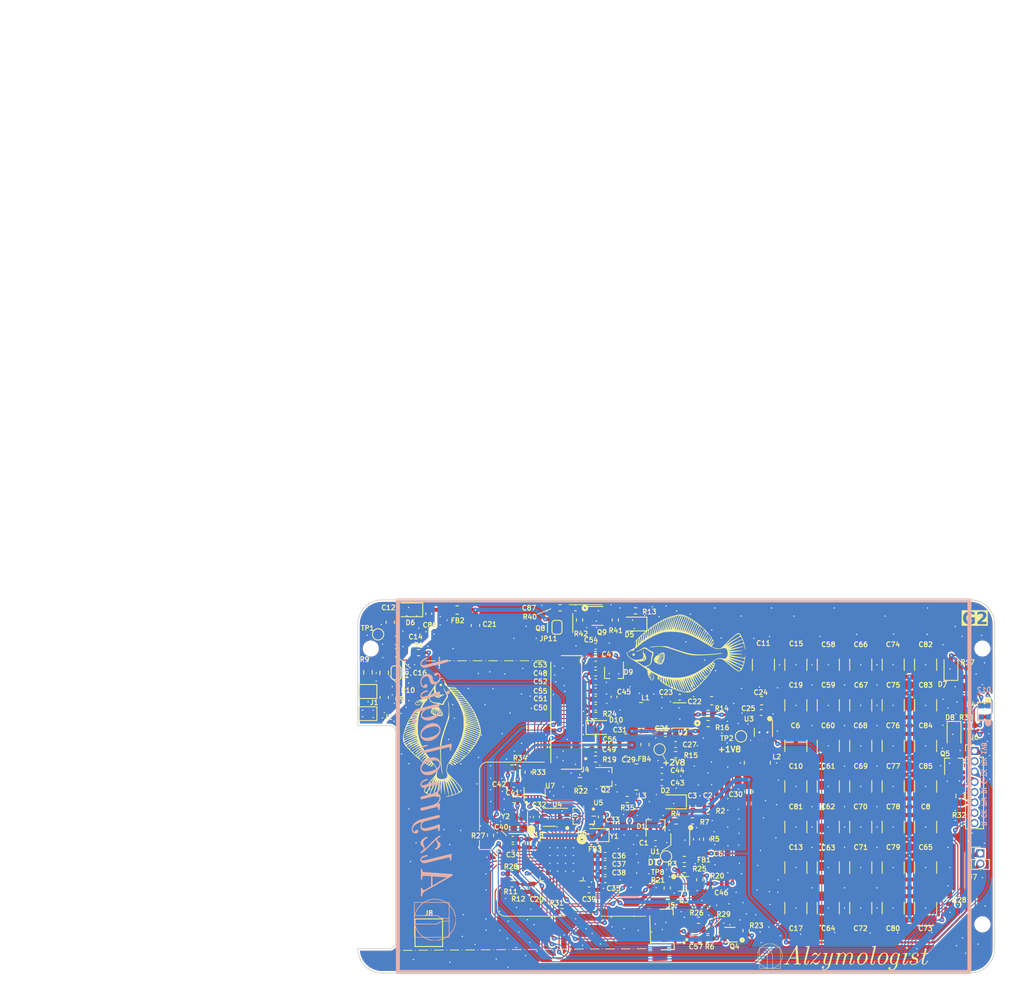
<source format=kicad_pcb>
(kicad_pcb (version 20230620) (generator pcbnew)
  (layers (0 "F.Cu" signal) (31 "B.Cu" signal) (34 "B.Paste" user) (35 "F.Paste" user) (36 "B.SilkS" user "B.Silkscreen") (37 "F.SilkS" user "F.Silkscreen") (38 "B.Mask" user) (39 "F.Mask" user) (44 "Edge.Cuts" user))
  (net 0 "")
  (net 1 "GND")
  (net 2 "+1V8")
  (net 3 "Net-(D2-K)")
  (net 4 "Net-(U1--)")
  (net 5 "Net-(U1-V+)")
  (net 6 "/Cap Block/HV")
  (net 7 "Net-(J1-Pin_1)")
  (net 8 "/Power/IN_DT")
  (net 9 "/MCU/V_CHK")
  (net 10 "Net-(JP11-B)")
  (net 11 "Net-(U2-SW)")
  (net 12 "Net-(U2-BST)")
  (net 13 "+2V8")
  (net 14 "Net-(U2-FB)")
  (net 15 "Net-(U6-AVDD)")
  (net 16 "Net-(U6-CAP)")
  (net 17 "/MCU/P_GOOD")
  (net 18 "/Display/POW")
  (net 19 "Net-(C45-Pad1)")
  (net 20 "Net-(D10-A)")
  (net 21 "/Display/2V8_EN")
  (net 22 "/Display/PREVGL")
  (net 23 "/Display/PREVGH")
  (net 24 "Net-(J4-Pin_4)")
  (net 25 "Net-(J4-Pin_18)")
  (net 26 "Net-(J4-Pin_20)")
  (net 27 "Net-(J4-Pin_22)")
  (net 28 "/Display/VCOM")
  (net 29 "Net-(J4-Pin_19)")
  (net 30 "Net-(J4-Pin_5)")
  (net 31 "Net-(D1-common)")
  (net 32 "Net-(Q8-G)")
  (net 33 "/MCU/RX")
  (net 34 "/MCU/TX")
  (net 35 "/MCU/SWDIO")
  (net 36 "/MCU/SWDCK")
  (net 38 "/Display/GDR")
  (net 39 "/Display/RESE")
  (net 42 "/Display/E_BUSY")
  (net 43 "/Display/E_RES")
  (net 44 "/Display/H_D{slash}C")
  (net 45 "/Display/H_CS")
  (net 46 "/Display/H_SCK")
  (net 47 "/Display/H_SDI")
  (net 48 "/Display/T_INT")
  (net 49 "/Display/T_SCL")
  (net 50 "/Display/T_SDA")
  (net 51 "Net-(Q9A-B1)")
  (net 52 "Net-(U3-SW)")
  (net 53 "/Display/SCL")
  (net 54 "/Display/SDA")
  (net 55 "/Display/RES")
  (net 56 "Net-(U1-+)")
  (net 57 "/MCU/~{MCU_OK}")
  (net 58 "/MCU/DATA")
  (net 59 "/MCU/RAM_CS")
  (net 60 "/MCU/R_MISO")
  (net 62 "/MCU/R_MOSI")
  (net 63 "/MCU/R_SCK")
  (net 65 "/MCU/FLASH_CS")
  (net 67 "/Display/E_SDI")
  (net 68 "/Display/E_SCK")
  (net 70 "Net-(U6-HFXTAL_I)")
  (net 71 "Net-(U6-HFXTAL_O)")
  (net 72 "/Display/E_CS")
  (net 73 "Net-(D12-A1)")
  (net 74 "/Display/E_D{slash}C")
  (net 75 "Net-(D7-A)")
  (net 77 "Net-(U6-PD01)")
  (net 78 "Net-(U6-PD00)")
  (net 79 "Net-(D8-K)")
  (net 80 "Net-(D8-A)")
  (net 81 "/MCU/P_IN")
  (net 82 "Net-(D12-A2)")
  (net 83 "/Display/T_RES")
  (net 84 "Net-(J7-Pin_1)")
  (net 85 "Net-(J7-Pin_2)")
  (net 86 "/Display/RES_TC")
  (net 87 "/Display/BUSY")
  (net 88 "/Display/INT")
  (net 89 "Net-(U7-B1)")
  (net 90 "/Display/E_MISO")
  (net 91 "Net-(U6-PB00)")
  (net 92 "Net-(D5-A)")
  (net 93 "Net-(Q9B-B2)")
  (net 94 "Net-(D6-K)")
  (footprint "LOGO" (layer "F.Cu") (at 97.36 113.71 -90)
    (property "Reference" "G***" hide)
    (property "Value" "LOGO" hide)
  )
  (footprint "Connector_PinHeader_1.27mm:PinHeader_1x02_P1.27mm_Vertical" (layer "F.Cu") (at 163.71 127.96)
    (property "Reference" "J7")
    (property "Value" "Conn_01x02")
  )
  (footprint "Capacitor_SMD:C_0402_1005Metric" (layer "F.Cu") (at 136.685 110.59 180)
    (property "Reference" "C25")
    (property "Value" "0.1u")
  )
  (footprint "MyLib:PinHeader_1x08_P1.27mm_Vertical" (layer "F.Cu") (at 162.985 115.335001)
    (property "Reference" "J6")
    (property "Value" "Conn_01x08")
  )
  (footprint "Capacitor_SMD:C_0402_1005Metric" (layer "F.Cu") (at 116.275 106.83 180)
    (property "Reference" "C52")
    (property "Value" "4.7x25")
  )
  (footprint "Resistor_SMD:R_0402_1005Metric" (layer "F.Cu") (at 130.14 122.74)
    (property "Reference" "R2")
    (property "Value" "52.3K")
  )
  (footprint "Capacitor_SMD:C_1210_3225Metric" (layer "F.Cu") (at 152.96 114.710001 -90)
    (property "Reference" "C76")
    (property "Value" "47x16")
  )
  (footprint "Resistor_SMD:R_0402_1005Metric" (layer "F.Cu") (at 128.96 136.21 180)
    (property "Reference" "R26")
    (property "Value" "10K")
  )
  (footprint "Resistor_SMD:R_0402_1005Metric" (layer "F.Cu") (at 130.11 137.46 180)
    (property "Reference" "R29")
    (property "Value" "10K")
  )
  (footprint "Resistor_SMD:R_0402_1005Metric" (layer "F.Cu") (at 129.96 126.21 90)
    (property "Reference" "R5")
    (property "Value" "100K")
  )
  (footprint "Capacitor_SMD:C_0402_1005Metric" (layer "F.Cu") (at 124.885 113.21)
    (property "Reference" "C26")
    (property "Value" "0.1u")
  )
  (footprint "Resistor_SMD:R_0402_1005Metric" (layer "F.Cu") (at 162.46 112.21 180)
    (property "Reference" "R30")
    (property "Value" "100")
  )
  (footprint "Resistor_SMD:R_0402_1005Metric" (layer "F.Cu") (at 130.11 138.46)
    (property "Reference" "R6")
    (property "Value" "10K")
  )
  (footprint "Resistor_SMD:R_0402_1005Metric" (layer "F.Cu") (at 107.46 132.21 -90)
    (property "Reference" "R12")
    (property "Value" "150K")
  )
  (footprint "TestPoint:TestPoint_Pad_D1.0mm" (layer "F.Cu") (at 89.46 100.960001)
    (property "Reference" "TP1")
    (property "Value" "TestPoint")
  )
  (footprint "Package_TO_SOT_SMD:SOT-323_SC-70" (layer "F.Cu") (at 117.56 118.54)
    (property "Reference" "Q2")
    (property "Value" "PMF250XNEX")
  )
  (footprint "MyLib:SON-8-1EP_3x2mm_P0.5mm_EP1.4x1.6mm" (layer "F.Cu") (at 111.33 123.51125 180)
    (property "Reference" "U4")
    (property "Value" "APS6404L-SQN")
  )
  (footprint "Capacitor_SMD:C_1210_3225Metric" (layer "F.Cu") (at 144.961 124.685 -90)
    (property "Reference" "C62")
    (property "Value" "47x16")
  )
  (footprint "TestPoint:TestPoint_Pad_D1.0mm" (layer "F.Cu") (at 124.96 128.34)
    (property "Reference" "TP8")
    (property "Value" "TestPoint")
  )
  (footprint "Capacitor_SMD:C_0402_1005Metric" (layer "F.Cu") (at 108.46 132.21 -90)
    (property "Reference" "C20")
    (property "Value" "0.1u")
  )
  (footprint "Resistor_SMD:R_0402_1005Metric" (layer "F.Cu") (at 162.07 105.695 -90)
    (property "Reference" "R17")
    (property "Value" "10K")
  )
  (footprint "MyLib:GDEY027T91-T01_bended" (layer "F.Cu") (at 112.65 110.585 -90)
    (property "Reference" "J4")
    (property "Value" "E2154CS0C1")
  )
  (footprint "Package_TO_SOT_SMD:SOT-323_SC-70" (layer "F.Cu") (at 160.46 116.96 90)
    (property "Reference" "Q5")
    (property "Value" "NX138BKWX")
  )
  (footprint "Capacitor_SMD:C_1210_3225Metric" (layer "F.Cu") (at 144.96 119.710001 90)
    (property "Reference" "C61")
    (property "Value" "47x16")
  )
  (footprint "Package_TO_SOT_SMD:SOT-353_SC-70-5" (layer "F.Cu") (at 126.71 126.24 -90)
    (property "Reference" "U1")
    (property "Value" "LMV7271")
  )
  (footprint "Capacitor_SMD:C_0402_1005Metric" (layer "F.Cu") (at 106.07 126.21 180)
    (property "Reference" "C40")
    (property "Value" "0.1u")
  )
  (footprint "Capacitor_SMD:C_0402_1005Metric" (layer "F.Cu") (at 128.61 137.96 -90)
    (property "Reference" "C57")
    (property "Value" "4.7x25")
  )
  (footprint "Package_TO_SOT_SMD:TSOT-23-6" (layer "F.Cu") (at 126.635 110.96 180)
    (property "Reference" "U2")
    (property "Value" "AP63200WU")
  )
  (footprint "Resistor_SMD:R_0402_1005Metric" (layer "F.Cu") (at 120.16 121.31)
    (property "Reference" "R35")
    (property "Value" "1K")
  )
  (footprint "Resistor_SMD:R_0402_1005Metric" (layer "F.Cu") (at 105.96 131.71)
    (property "Reference" "R11")
    (property "Value" "976K")
  )
  (footprint "MyLib:TestPoint_Pad_2.4x3.5mm" (layer "F.Cu") (at 88.21 110.74)
    (property "Reference" "J2")
    (property "Value" "E_ANT")
  )
  (footprint "Capacitor_SMD:C_1210_3225Metric" (layer "F.Cu") (at 152.96 104.710001 -90)
    (property "Reference" "C74")
    (property "Value" "47x16")
  )
  (footprint "Capacitor_SMD:C_1210_3225Metric" (layer "F.Cu") (at 152.96 124.710001 -90)
    (property "Reference" "C78")
    (property "Value" "47x16")
  )
  (footprint "Resistor_SMD:R_0402_1005Metric" (layer "F.Cu") (at 105.96 117.44)
    (property "Reference" "R34")
    (property "Value" "1K")
  )
  (footprint "Capacitor_SMD:C_1210_3225Metric" (layer "F.Cu") (at 156.96 124.710001 -90)
    (property "Reference" "C8")
    (property "Value" "47x16")
  )
  (footprint "Resistor_SMD:R_0603_1608Metric" (layer "F.Cu") (at 90.21 105.710001 90)
    (property "Reference" "R10")
    (property "Value" "2.2")
  )
  (footprint "Package_TO_SOT_SMD:SOT-563" (layer "F.Cu") (at 127.11 131.72)
    (property "Reference" "Q3")
    (property "Value" "SSM6N35AFE")
  )
  (footprint "Package_TO_SOT_SMD:SOT-563" (layer "F.Cu") (at 132.83 137.985 180)
    (property "Reference" "Q4")
    (property "Value" "SSM6N35AFE")
  )
  (footprint "Capacitor_SMD:C_0603_1608Metric" (layer "F.Cu") (at 101.46 99.86 90)
    (property "Reference" "C21")
    (property "Value" "10x25")
  )
  (footprint "Capacitor_SMD:C_1210_3225Metric" (layer "F.Cu") (at 152.96 119.710001 90)
    (property "Reference" "C77")
    (property "Value" "47x16")
  )
  (footprint "Capacitor_SMD:C_1210_3225Metric" (layer "F.Cu") (at 148.96 104.710001 -90)
    (property "Reference" "C66")
    (property "Value" "47x16")
  )
  (footprint "Resistor_SMD:R_0402_1005Metric" (layer "F.Cu") (at 127.21 128.71 180)
    (property "Reference" "R3")
    (property "Value" "52.3K")
  )
  (footprint "Capacitor_SMD:C_0402_1005Metric" (layer "F.Cu") (at 113.78 97.685)
    (property "Reference" "C87")
    (property "Value" "1uF")
  )
  (footprint "Capacitor_SMD:C_1210_3225Metric" (layer "F.Cu") (at 148.96 129.710001 90)
    (property "Reference" "C71")
    (property "Value" "47x16")
  )
  (footprint "Capacitor_SMD:C_0402_1005Metric" (layer "F.Cu") (at 126.13 114.54)
    (property "Reference" "C27")
    (property "Value" "100p")
  )
  (footprint "Resistor_SMD:R_0402_1005Metric" (layer "F.Cu") (at 107.98 126.71 -90)
    (property "Reference" "R18")
    (property "Value" "10K")
  )
  (footprint "Capacitor_SMD:C_1210_3225Metric" (layer "F.Cu") (at 140.96 129.710001 90)
    (property "Reference" "C13")
    (property "Value" "47x16")
  )
  (footprint "Capacitor_SMD:C_0402_1005Metric" (layer "F.Cu") (at 116.98 123.46 -90)
    (property "Reference" "C33")
    (property "Value" "0.1u")
  )
  (footprint "Capacitor_SMD:C_1210_3225Metric" (layer "F.Cu") (at 144.96 129.710001 90)
    (property "Reference" "C63")
    (property "Value" "47x16")
  )
  (footprint "Capacitor_SMD:C_0402_1005Metric" (layer "F.Cu") (at 126.635 108.71 180)
    (property "Reference" "C23")
    (property "Value" "0.1u")
  )
  (footprint "MyLib:SolderJumper_0.8.x1mm" (layer "F.Cu") (at 111.5 100.085 90)
    (property "Reference" "JP11")
    (property "Value" "SolderJumper_2_Open")
  )
  (footprint "Capacitor_SMD:C_0603_1608Metric" (layer "F.Cu") (at 90.96 99.460001 90)
    (property "Reference" "C12")
    (property "Value" "47")
  )
  (footprint "Package_TO_SOT_SMD:SOT-363_SC-70-6" (layer "F.Cu") (at 116.5 98.685)
    (property "Reference" "Q9")
    (property "Value" "BC846BS")
  )
  (footprint "Inductor_SMD:L_0402_1005Metric" (layer "F.Cu") (at 129.195 127.96 180)
    (property "Reference" "FB1")
    (property "Value" "BLM15AG102SZ1D")
  )
  (footprint "Capacitor_SMD:C_1210_3225Metric" (layer "F.Cu") (at 144.96 109.710001 90)
    (property "Reference" "C59")
    (property "Value" "47x16")
  )
  (footprint "Capacitor_SMD:C_0402_1005Metric" (layer "F.Cu") (at 128.26 122.14 90)
    (property "Reference" "C3")
    (property "Value" "100p")
  )
  (footprint "Resistor_SMD:R_0402_1005Metric" (layer "F.Cu") (at 107.96 117.95 -90)
    (property "Reference" "R33")
    (property "Value" "100")
  )
  (footprint "Inductor_SMD:L_Wuerth_MAPI-3015" (layer "F.Cu") (at 121.885 110.96 180)
    (property "Reference" "L1")
    (property "Value" "3.3uH")
  )
  (footprint "Capacitor_SMD:C_0402_1005Metric" (layer "F.Cu") (at 116.275 105.73)
    (property "Reference" "C48")
    (property "Value" "1x50")
  )
  (footprint "MyLib:Crystal_SMD_2012-2Pin_2.0x1.2mm" (layer "F.Cu") (at 116.73 125.71 180)
    (property "Reference" "Y1")
    (property "Value" "FC2012AN")
  )
  (footprint "Capacitor_SMD:C_0402_1005Metric" (layer "F.Cu") (at 159.96 133.71 -90)
    (property "Reference" "C28")
    (property "Value" "4.7x25")
  )
  (footprint "MyLib:Crystal_SMD_2016-4Pin_2.0x1.6mm" (layer "F.Cu") (at 106.73 124.16 90)
    (property "Reference" "Y2")
    (property "Value" "39MHz")
  )
  (footprint "Capacitor_SMD:C_1210_3225Metric" (layer "F.Cu") (at 144.96 114.710001 -90)
    (property "Reference" "C60")
    (property "Value" "47x16")
  )
  (footprint "Capacitor_SMD:C_0402_1005Metric" (layer "F.Cu") (at 108.98 123.46 90)
    (property "Reference" "C32")
    (property "Value" "0.1u")
  )
  (footprint "Resistor_SMD:R_0402_1005Metric" (layer "F.Cu") (at 94.45 103.210001)
    (property "Reference" "R1")
    (property "Value" "10K")
  )
  (footprint "Capacitor_SMD:C_0402_1005Metric" (layer "F.Cu") (at 116.3 115.11 180)
    (property "Reference" "C49")
    (property "Value" "4.7x25")
  )
  (footprint "Capacitor_SMD:C_1210_3225Metric" (layer "F.Cu") (at 148.96 134.710001 -90)
    (property "Reference" "C72")
    (property "Value" "47x16")
  )
  (footprint "Resistor_SMD:R_0402_1005Metric" (layer "F.Cu") (at 116.29 110.955)
    (property "Reference" "R24")
    (property "Value" "10K")
  )
  (footprint "Capacitor_SMD:C_1210_3225Metric" (layer "F.Cu") (at 148.96 119.710001 90)
    (property "Reference" "C69")
    (property "Value" "47x16")
  )
  (footprint "Capacitor_SMD:C_0402_1005Metric" (layer "F.Cu") (at 116.26 103.43)
    (property "Reference" "C47")
    (property "Value" "1x50")
  )
  (footprint "Capacitor_SMD:C_0603_1608Metric" (layer "F.Cu") (at 119.985 113.74)
    (property "Reference" "C31")
    (property "Value" "22x6.3")
  )
  (footprint "Capacitor_SMD:C_0402_1005Metric" (layer "F.Cu") (at 116.28 102.43 180)
    (property "Reference" "C54")
    (property "Value" "1x50")
  )
  (footprint "Capacitor_SMD:C_1210_3225Metric" (layer "F.Cu") (at 140.96 109.710001 90)
    (property "Reference" "C19")
    (property "Value" "47x16")
  )
  (footprint "Capacitor_SMD:C_1210_3225Metric" (layer "F.Cu") (at 156.96 114.710001 -90)
    (property "Reference" "C84")
    (property "Value" "47x16")
  )
  (footprint "Resistor_SMD:R_0402_1005Metric" (layer "F.Cu") (at 128.22 123.96)
    (property "Reference" "R7")
    (property "Value" "100K")
  )
  (footprint "Capacitor_SMD:C_0603_1608Metric" (layer "F.Cu") (at 135.16 120.34 90)
    (property "Reference" "C30")
    (property "Value" "22x6.3")
  )
  (footprint "Capacitor_SMD:C_1210_3225Metric" (layer "F.Cu") (at 148.96 124.710001 -90)
    (property "Reference" "C70")
    (property "Value" "47x16")
  )
  (footprint "Package_DFN_QFN:Texas_R-PUQFN-N12" (layer "F.Cu") (at 108.76 120.44 90)
    (property "Reference" "U7")
    (property "Value" "TXU0104PW")
  )
  (footprint "Capacitor_SMD:C_0402_1005Metric" (layer "F.Cu") (at 116.28 109.955 180)
    (property "Reference" "C50")
    (property "Value" "1x50")
  )
  (footprint "Inductor_SMD:L_0603_1608Metric" (layer "F.Cu") (at 99.21 97.96 180)
    (property "Reference" "FB2")
    (property "Value" "BLM18KG102SN1D")
  )
  (footprint "Resistor_SMD:R_0603_1608Metric" (layer "F.Cu") (at 88.21 105.635001 -90)
    (property "Reference" "R9")
    (property "Value" "1K")
  )
  (footprint "Capacitor_SMD:C_1210_3225Metric" (layer "F.Cu") (at 140.96 124.710001 -90)
    (property "Reference" "C81")
    (property "Value" "47x16")
  )
  (footprint "Capacitor_SMD:C_1210_3225Metric" (layer "F.Cu") (at 156.96 129.710001 90)
    (property "Reference" "C65")
    (property "Value" "47x16")
  )
  (footprint "Capacitor_SMD:C_1210_3225Metric" (layer "F.Cu") (at 152.96 129.710001 90)
    (property "Reference" "C79")
    (property "Value" "47x16")
  )
  (footprint "Capacitor_SMD:C_0402_1005Metric" (layer "F.Cu") (at 117.46 129.21)
    (property "Reference" "C37")
    (property "Value" "0.1u")
  )
  (footprint "Capacitor_SMD:C_0402_1005Metric" (layer "F.Cu") (at 117.46 131.21)
    (property "Reference" "C35")
    (property "Value" "0.1u")
  )
  (footprint "Resistor_SMD:R_0402_1005Metric" (layer "F.Cu") (at 126.21 123.96)
    (property "Reference" "R4")
    (property "Value" "47K")
  )
  (footprint "Capacitor_SMD:C_1210_3225Metric" (layer "F.Cu") (at 144.96 104.710001 -90)
    (property "Reference" "C58")
    (property "Value" "47x16")
  )
  (footprint "Diode_SMD:D_SOD-323F" (layer "F.Cu") (at 93.35 97.935 180)
    (property "Reference" "D6")
    (property "Value" "BAS70WS")
  )
  (footprint "Capacitor_SMD:C_1210_3225Metric" (layer "F.Cu") (at 140.96 114.710001 -90)
    (property "Reference" "C6")
    (property "Value" "47x16")
  )
  (footprint "Capacitor_SMD:C_1210_3225Metric" (layer "F.Cu") (at 156.96 134.710001 -90)
    (property "Reference" "C73")
    (property "Value" "47x16")
  )
  (footprint "Capacitor_SMD:C_0402_1005Metric" (layer "F.Cu") (at 116.3 113.88 180)
    (property "Reference" "C56")
    (property "Value" "4.7x25")
  )
  (footprint "Capacitor_SMD:C_0603_1608Metric" (layer "F.Cu") (at 90.21 108.735001 -90)
    (property "Reference" "C9")
    (property "Value" "15p")
  )
  (footprint "Resistor_SMD:R_0603_1608Metric" (layer "F.Cu") (at 114.335 119.14 180)
    (property "Reference" "R22")
    (property "Value" "0.47R")
  )
  (footprint "Capacitor_SMD:C_0402_1005Metric" (layer "F.Cu") (at 117.46 130.21)
    (property "Reference" "C38")
    (property "Value" "0.1u")
  )
  (footprint "Resistor_SMD:R_0402_1005Metric" (layer "F.Cu") (at 111.9 97.685)
    (property "Reference" "R40")
    (property "Value" "100K")
  )
  (footprint "Capacitor_SMD:C_0402_1005Metric" (layer "F.Cu") (at 124.44 117.74)
    (property "Reference" "C44")
    (property "Value" "0.1")
  )
  (footprint "Inductor_SMD:L_Wuerth_MAPI-3015" (layer "F.Cu") (at 121.31 118.54 180)
    (property "Reference" "L3")
    (property "Value" "NR3015T100M")
  )
  (footprint "Capacitor_SMD:C_0603_1608Metric" (layer "F.Cu") (at 136.735 109.14)
    (property "Reference" "C24")
    (property "Value" "10x16")
  )
  (footprint "Capacitor_SMD:C_0402_1005Metric" (layer "F.Cu") (at 116.28 107.955 180)
    (property "Reference" "C55")
    (property "Value" "1x50")
  )
  (footprint "Fiducial:Fiducial_0.5mm_Mask1.5mm" (layer "F.Cu") (at 159.46 140.71)
    (property "Reference" "FID3" hide)
    (property "Value" "Fiducial")
  )
  (footprint "Capacitor_SMD:C_0402_1005Metric" (layer "F.Cu") (at 124.44 119.24 180)
    (property "Reference" "C43")
    (property "Value" "4.7x25")
  )
  (footprint "Resistor_SMD:R_0402_1005Metric" (layer "F.Cu") (at 112.16 135.150001 180)
    (property "Reference" "R31")
    (property "Value" "470K")
  )
  (footprint "Resistor_SMD:R_0402_1005Metric" (layer "F.Cu") (at 126.15 115.79)
    (property "Reference" "R15")
    (property "Value" "130K")
  )
  (footprint "Resistor_SMD:R_0402_1005Metric" (layer "F.Cu") (at 114.3 99.195 90)
    (property "Reference" "R42")
    (property "Value" "100K")
  )
  (footprint "Resistor_SMD:R_0402_1005Metric" (layer "F.Cu") (at 121.2 98.059999)
    (property "Reference" "R13")
    (property "Value" "1K")
  )
  (footprint "Capacitor_SMD:C_1210_3225Metric" (layer "F.Cu") (at 148.96 114.710001 -90)
    (property "Reference" "C68")
    (property "Value" "47x16")
  )
  (footprint "Capacitor_SMD:C_1210_3225Metric" (layer "F.Cu") (at 152.96 109.710001 90)
    (property "Reference" "C75")
    (property "Value" "47x16")
  )
  (footprint "Resistor_SMD:R_0603_1608Metric" (layer "F.Cu") (at 161.21 120.885001 90)
    (property "Reference" "R32")
    (property "Value" "2.2")
  )
  (footprint "Resistor_SMD:R_0402_1005Metric" (layer "F.Cu") (at 134.83 137.485 -90)
    (property "Reference" "R23")
    (property "Value" "10K")
  )
  (footprint "Capacitor_SMD:C_0402_1005Metric" (layer "F.Cu") (at 123.66 126.74)
    (property "Reference" "C1")
    (property "Value" "0.1u")
  )
  (footprint "Resistor_SMD:R_0402_1005Metric" (layer "F.Cu") (at 129.11 131.21 -90)
    (property "Reference" "R20")
    (property "Value" "1K")
  )
  (footprint "Capacitor_SMD:C_0402_1005Metric" (layer "F.Cu") (at 116.28 108.955 180)
    (property "Reference" "C51")
    (property "Value" "1x50")
  )
  (footprint "MyLib:WLCSP 12-ball 3 x 2 x 3 Array" (layer "F.Cu") (at 114.81 123.37125 -90)
    (property "Reference" "U5")
    (property "Value" "AT25XE321D-UUN-T")
  )
  (footprint "Capacitor_SMD:C_1210_3225Metric" (layer "F.Cu") (at 140.96 134.710001 -90)
    (property "Reference" "C17")
    (property "Value" "47x16")
  )
  (footprint "Fiducial:Fiducial_0.5mm_Mask1.5mm" (layer "F.Cu") (at 159.46 98.71)
    (property "Reference" "FID4" hide)
    (property "Value" "Fiducial")
  )
  (footprint "Capacitor_SMD:C_0402_1005Metric" (layer "F.Cu") (at 115.46 132.46 180)
    (property "Reference" "C39")
    (property "Value" "1x50")
  )
  (footprint "Capacitor_SMD:C_0603_1608Metric" (layer "F.Cu") (at 119.985 115.44)
    (property "Reference" "C29")
    (property "Value" "22x6.3")
  )
  (footprint "MyLib:QFN-40_EP_5x5_Pitch0.4mm" (layer "F.Cu") (at 112.08 128.71 -90)
    (property "Reference" "U6")
    (property "Value" "EFM32PG23B200F512IM40")
  )
  (footprint "Capacitor_SMD:C_0402_1005Metric" (layer "F.Cu") (at 95.7 98.415 -90)
    (property "Reference" "C86")
    (property "Value" "1x50")
  )
  (footprint "MyLib:TestPoint_Pad_2.4x3.5mm" (layer "F.Cu") (at 95.71 137.74)
    (property "Reference" "J8")
    (property "Value" "E_ANT")
  )
  (footprint "Capacitor_SMD:C_0402_1005Metric" (layer "F.Cu") (at 106.09 127.21)
    (property "Reference" "C34")
    (property "Value" "4.7x25")
  )
  (footprint "Resistor_SMD:R_0402_1005Metric" (layer "F.Cu") (at 125.11 132.23 90)
    (property "Reference" "R21")
    (property "Value" "1K")
  )
  (footprint "MountingHole:MountingHole_2.1mm" (layer "F.Cu") (at 163.96 102.71)
    (property "Reference" "H2" hide)
    (property "Value" "MountingHole")
  )
  (footprint "Package_TO_SOT_SMD:SOT-23" (layer "F.Cu") (at 111.9 100.085 -90)
    (property "Reference" "Q8")
    (property "Value" "NTR5105PT1G")
  )
  (footprint "Package_TO_SOT_SMD:SOT-323_SC-70" (layer "F.Cu") (at 123.66 124.54 90)
    (property "Reference" "D1")
    (property "Value" "BAV99W")
  )
  (footprint "Diode_SMD:D_SOD-323F" (layer "F.Cu") (at 160.08 105.135001 90)
    (property "Reference" "D7")
    (property "Value" "BAT54WS")
  )
  (footprint "MyLib:LED_DUAL_0603" (layer "F.Cu") (at 164.66 109.730002 -90)
    (property "Reference" "D4")
    (property "Value" "SB0603WC01-RG")
  )
  (footprint "Inductor_SMD:L_Wuerth_MAPI-3015" (layer "F.Cu") (at 136.21 116.79 -90)
    (property "Reference" "L2")
    (property "Value" "2.2uH")
  )
  (footprint "Inductor_SMD:L_0603_1608Metric" (layer "F.Cu") (at 122.36 114.5525 90)
    (property "Reference" "FB4")
    (property "Value" "BLM18KG102SN1D")
  )
  (footprint "TestPoint:TestPoint_Pad_D1.0mm" (layer "F.Cu") (at 124.16 115.14 180)
    (property "Reference" "TP3" hide)
    (property "Value" "TestPoint")
  )
  (footprint "Package_SON:WSON-8-1EP_2x2mm_P0.5mm_EP0.9x1.6mm_ThermalVias" (layer "F.Cu") (at 136.96 113.04 -90)
    (property "Reference" "U3")
    (property "Value" "TPS62171DSG")
  )
  (footprint "Resistor_SMD:R_0402_1005Metric" (layer "F.Cu") (at 103.33 125.735 -90)
    (property "Reference" "R27")
    (property "Value" "10K")
  )
  (footprint "Fiducial:Fiducial_0.5mm_Mask1.5mm" (layer "F.Cu") (at 88.96 141.01)
    (property "Reference" "FID1" hide)
    (property "Value" "Fiducial")
  )
  (footprint "Fiducial:Fiducial_0.5mm_Mask1.5mm" (layer "F.Cu") (at 88.96 98.71)
    (property "Reference" "FID2" hide)
    (property "Value" "Fiducial")
  )
  (footprint "Capacitor_SMD:C_0402_1005Metric" (layer "F.Cu") (at 130.14 121.64)
    (property "Reference" "C2")
    (property "Value" "82p")
  )
  (footprint "Capacitor_SMD:C_0402_1005Metric" (layer "F.Cu") (at 116.275 104.63 180)
    (property "Reference" "C53")
    (property "Value" "4.7x25")
  )
  (footprint "Diode_SMD:D_SOD-323F" (layer "F.Cu") (at 125.96 121.610001 180)
    (property "Reference" "D2")
    (property "Value" "BAT54WS")
  )
  (footprint "Capacitor_SMD:C_0603_1608Metric" (layer "F.Cu") (at 130.585 109.14 180)
    (property "Reference" "C22")
    (property "Value" "10x16")
  )
  (footprint "Diode_SMD:D_SOD-323F" (layer "F.Cu") (at 116.59 112.44)
    (property "Reference" "D10")
    (property "Value" "BAT54WS")
  )
  (footprint "Resistor_SMD:R_0402_1005Metric" (layer "F.Cu") (at 127.21 129.96 180)
    (property "Reference" "R25")
    (property "Value" "10K")
  )
  (footprint "Capacitor_SMD:C_1210_3225Metric" (layer "F.Cu") (at 152.96 134.710001 -90)
    (property "Reference" "C80")
    (property "Value" "47x16")
  )
  (footprint "Capacitor_SMD:C_0402_1005Metric" (layer "F.Cu") (at 117.46 128.21)
    (property "Reference" "C36")
    (property "Value" "0.1u")
  )
  (footprint "Resistor_SMD:R_0402_1005Metric" (layer "F.Cu") (at 116.27 116.33)
    (property "Reference" "R19")
    (property "Value" "470K")
  )
  (footprint "Capacitor_SMD:C_0402_1005Metric" (layer "F.Cu") (at 130.36 132.17 -90)
    (property "Reference" "C46")
    (property "Value" "0.1u")
  )
  (footprint "Capacitor_SMD:C_0603_1608Metric" (layer "F.Cu") (at 91.71 101.710001)
    (property "Reference" "C14")
    (property "Value" "47")
  )
  (footprint "Package_TO_SOT_SMD:SOT-323_SC-70" (layer "F.Cu") (at 118.54 105.67 -90)
    (property "Reference" "D9")
    (property "Value" "BAS70-04W")
  )
  (footprint "Capacitor_SMD:C_1210_3225Metric" (layer "F.Cu") (at 144.96 134.710001 -90)
    (property "Reference" "C64")
    (property "Value" "47x16")
  )
  (footprint "MyLib:SolderJumper_0.8.x1mm" (layer "F.Cu") (at 91.69 105.7 -90)
    (property "Reference" "JP1")
    (property "Value" "SolderJumper_2_Open")
  )
  (footprint "TestPoint:TestPoint_Pad_D1.0mm" (layer "F.Cu") (at 134.2 113.535 -90)
    (property "Reference" "TP2")
    (property "Value" "TestPoint")
  )
  (footprint "Diode_SMD:D_SOD-323F" (layer "F.Cu") (at 160.46 113.31 -90)
    (property "Reference" "D8")
    (property "Value" "D3Z5V1BF-7")
  )
  (footprint "Diode_SMD:D_SOD-323F" (layer "F.Cu") (at 121.1 99.685 180)
    (property "Reference" "D5")
    (property "Value" " D3Z13BF-7")
  )
  (footprint "Capacitor_SMD:C_1210_3225Metric" (layer "F.Cu") (at 148.96 109.710001 90)
    (property "Reference" "C67")
    (property "Value" "47x16")
  )
  (footprint "Capacitor_SMD:C_0402_1005Metric" (layer "F.Cu") (at 106.18 119.44 180)
    (property "Reference" "C42")
    (property "Value" "0.1u")
  )
  (footprint "Capacitor_SMD:C_0603_1608Metric" (layer "F.Cu") (at 91.735 103.210001)
    (property "Reference" "C16")
    (property "Value" "100")
  )
  (footprint "MyLib:HRS_FH34SRJ-6S-0.5SH(50)" (layer "F.Cu") (at 124.6 137.340754 -88.29)
    (property "Reference" "J5")
    (property "Value" "TOUCH")
  )
  (footprint "MyLib:TestPoint_Pad_2.4x3.5mm" (layer "F.Cu") (at 88.21 107.99)
    (property "Reference" "J1")
    (property "Value" "E_ANT")
  )
  (footprint "Resistor_SMD:R_0402_1005Metric" (layer "F.Cu") (at 130.145 110.71 180)
    (property "Reference" "R14")
    (property "Value" "150K")
  )
  (footprint "MountingHole:MountingHole_2.1mm" (layer "F.Cu") (at 160.46 137.71)
    (property "Reference" "H1" hide)
    (property "Value" "MountingHole")
  )
  (footprint "Capacitor_SMD:C_0402_1005Metric" (layer "F.Cu") (at 128.71 126.21 -90)
    (property "Reference" "C5")
    (property "Value" "0.1u")
  )
  (footprint "Capacitor_SMD:C_1210_3225Metric" (layer "F.Cu") (at 156.96 104.710001 -90)
    (property "Reference" "C82")
    (property "Value" "47x16")
  )
  (footprint "Capacitor_SMD:C_1210_3225Metric" (layer "F.Cu") (at 140.96 104.710001 -90)
    (property "Reference" "C15")
    (property "Value" "47x16")
  )
  (footprint "Resistor_SMD:R_0402_1005Metric" (layer "F.Cu") (at 105.96 130.46)
    (property "Reference" "R28")
    (property "Value" "10K")
  )
  (footprint "Inductor_SMD:L_0402_1005Metric" (layer "F.Cu") (at 115.98 128.71 90)
    (property "Reference" "FB3")
    (property "Value" "BLM15AG102SZ1D")
  )
  (footprint "Resistor_SMD:R_0402_1005Metric" (layer "F.Cu") (at 118.7 99.195 -90)
    (property "Reference" "R41")
    (property "Value" "47K")
  )
  (footprint "Capacitor_SMD:C_1210_3225Metric" (layer "F.Cu") (at 136.96 104.710001 -90)
    (property "Reference" "C11")
    (property "Value" "47x16")
  )
  (footprint "Capacitor_SMD:C_1210_3225Metric" (layer "F.Cu") (at 156.96 119.710001 90)
    (property "Reference" "C85")
    (property "Value" "47x16")
  )
  (footprint "Resistor_SMD:R_0402_1005Metric" (layer "F.Cu") (at 130.145 111.96)
    (property "Reference" "R16")
    (property "Value" "52.3K")
  )
  (footprint "Capacitor_SMD:C_1210_3225Metric" (layer "F.Cu") (at 156.96 109.710001 90)
    (property "Reference" "C83")
    (property "Value" "47x16")
  )
  (footprint "Capacitor_SMD:C_0402_1005Metric" (layer "F.Cu") (at 106.18 121.34)
    (property "Reference" "C41")
    (property "Value" "0.1u")
  )
  (footprint "Capacitor_SMD:C_0402_1005Metric" (layer "F.Cu") (at 118.55 108.67 -90)
    (property "Reference" "C45")
    (property "Value" "4.7x25")
  )
  (footprint "LOGO" (layer "F.Cu") (at 127.46 103.285)
    (property "Reference" "G***" hide)
    (property "Value" "LOGO" hide)
  )
  (footprint "MountingHole:MountingHole_2.1mm" (layer "F.Cu") (at 88.56 102.71)
    (property "Reference" "H3" hide)
    (property "Value" "MountingHole")
  )
  (footprint "Capacitor_SMD:C_1210_3225Metric" (layer "F.Cu") (at 140.96 119.710001 90)
    (property "Reference" "C10")
    (property "Value" "47x16")
  )
  (footprint "MyLib:LED_DUAL_0603" (layer "B.Cu") (at 164.66 111.190001 90)
    (property "Reference" "D12")
    (property "Value" "SB0603WC01-RG")
  )
  (footprint "LOGO" (layer "B.Cu") (at 96.32 121.20125 90)
    (property "Reference" "G***" hide)
    (property "Value" "LOGO" hide)
  )
  (gr_line (start 91.9 96.785) (end 91.9 142.585) (stroke (width 0.5)) (layer "B.SilkS"))
  (gr_line (start 162.36 142.585) (end 91.9 142.585) (stroke (width 0.5)) (layer "B.SilkS"))
  (gr_line (start 162.36 96.785) (end 91.9 96.785) (stroke (width 0.5)) (layer "B.SilkS"))
  (gr_line (start 162.36 96.785) (end 162.36 142.585) (stroke (width 0.5)) (layer "B.SilkS"))
  (gr_poly (pts (xy 153.302762 140.204464) (xy 153.315713 140.204755) (xy 153.328384 140.20533) (xy 153.340641 140.206187) (xy 153.352355 140.207325) (xy 153.363393 140.208741) (xy 153.373623 140.210435) (xy 153.382914 140.212406) (xy 153.391134 140.21465) (xy 153.402332 140.218433) (xy 153.413674 140.223012) (xy 153.425117 140.228353) (xy 153.436618 140.23442) (xy 153.448134 140.241178) (xy 153.459623 140.248592) (xy 153.471042 140.256629) (xy 153.482349 140.265252) (xy 153.493501 140.274427) (xy 153.504455 140.284119) (xy 153.515169 140.294293) (xy 153.5256 140.304914) (xy 153.535705 140.315948) (xy 153.545442 140.32736) (xy 153.554768 140.339113) (xy 153.563641 140.351175) (xy 153.566977 140.355823) (xy 153.570189 140.360179) (xy 153.573203 140.364151) (xy 153.575944 140.367645) (xy 153.577189 140.369185) (xy 153.578338 140.370569) (xy 153.579382 140.371788) (xy 153.580311 140.37283) (xy 153.581116 140.373682) (xy 153.581787 140.374333) (xy 153.582316 140.374773) (xy 153.582524 140.374909) (xy 153.582693 140.374988) (xy 153.582863 140.374993) (xy 153.583076 140.37491) (xy 153.583622 140.374488) (xy 153.584321 140.37374) (xy 153.585164 140.372681) (xy 153.587241 140.369695) (xy 153.58977 140.365661) (xy 153.592671 140.36071) (xy 153.595864 140.35497) (xy 153.599267 140.348574) (xy 153.6028 140.34165) (xy 153.60747 140.332803) (xy 153.612183 140.324697) (xy 153.616982 140.317306) (xy 153.621908 140.310603) (xy 153.627005 140.30456) (xy 153.632315 140.29915) (xy 153.63788 140.294347) (xy 153.640773 140.292164) (xy 153.643745 140.290123) (xy 153.646802 140.288219) (xy 153.64995 140.28645) (xy 153.653194 140.284812) (xy 153.656539 140.283302) (xy 153.663554 140.280652) (xy 153.671038 140.278473) (xy 153.679033 140.276736) (xy 153.687583 140.275416) (xy 153.69673 140.274486) (xy 153.706516 140.273917) (xy 153.712844 140.273652) (xy 153.718568 140.27346) (xy 153.723742 140.273352) (xy 153.728419 140.273338) (xy 153.732653 140.27343) (xy 153.736496 140.273638) (xy 153.740004 140.273973) (xy 153.743228 140.274446) (xy 153.744751 140.274738) (xy 153.746223 140.275068) (xy 153.747651 140.275438) (xy 153.749041 140.27585) (xy 153.750402 140.276304) (xy 153.751738 140.276802) (xy 153.753057 140.277345) (xy 153.754365 140.277935) (xy 153.756977 140.279261) (xy 153.759627 140.28079) (xy 153.762368 140.282533) (xy 153.765255 140.2845) (xy 153.770153 140.28796) (xy 153.774729 140.291593) (xy 153.77898 140.295398) (xy 153.782907 140.299375) (xy 153.786508 140.303522) (xy 153.789782 140.307838) (xy 153.79273 140.312324) (xy 153.79535 140.316978) (xy 153.797641 140.321799) (xy 153.799603 140.326787) (xy 153.801234 140.331941) (xy 153.802535 140.33726) (xy 153.803504 140.342743) (xy 153.80414 140.34839) (xy 153.804443 140.354199) (xy 153.804412 140.360171) (xy 153.750098 140.592583) (xy 153.628266 141.08837) (xy 153.499389 141.603704) (xy 153.423942 141.894754) (xy 153.41826 141.913203) (xy 153.412295 141.930897) (xy 153.406 141.947912) (xy 153.399328 141.964323) (xy 153.39223 141.980208) (xy 153.384661 141.995641) (xy 153.376572 142.010699) (xy 153.367916 142.025458) (xy 153.358647 142.039994) (xy 153.348716 142.054383) (xy 153.338077 142.0687) (xy 153.326683 142.083022) (xy 153.314485 142.097424) (xy 153.301437 142.111983) (xy 153.287491 142.126775) (xy 153.2726 142.141875) (xy 153.252304 142.161356) (xy 153.231874 142.179724) (xy 153.211275 142.196996) (xy 153.190472 142.213189) (xy 153.16943 142.228318) (xy 153.148115 142.242399) (xy 153.126491 142.25545) (xy 153.104524 142.267486) (xy 153.082178 142.278524) (xy 153.05942 142.288579) (xy 153.036213 142.297669) (xy 153.012523 142.305809) (xy 152.988316 142.313016) (xy 152.963556 142.319306) (xy 152.938208 142.324695) (xy 152.912238 142.3292) (xy 152.896251 142.331378) (xy 152.877535 142.333156) (xy 152.833549 142.33555) (xy 152.783548 142.336455) (xy 152.7308 142.335947) (xy 152.678572 142.334099) (xy 152.630134 142.330986) (xy 152.588752 142.326682) (xy 152.571729 142.324107) (xy 152.557696 142.321262) (xy 152.541811 142.317277) (xy 152.526514 142.312868) (xy 152.511819 142.308047) (xy 152.497743 142.302824) (xy 152.484303 142.297211) (xy 152.471515 142.291218) (xy 152.459396 142.284856) (xy 152.44796 142.278135) (xy 152.437225 142.271068) (xy 152.427208 142.263664) (xy 152.422473 142.259839) (xy 152.417923 142.255935) (xy 152.413561 142.251951) (xy 152.409388 142.24789) (xy 152.405407 142.243754) (xy 152.401619 142.239542) (xy 152.398027 142.235258) (xy 152.394632 142.230901) (xy 152.391437 142.226474) (xy 152.388444 142.221978) (xy 152.385654 142.217414) (xy 152.38307 142.212783) (xy 152.38137 142.209552) (xy 152.379836 142.206375) (xy 152.378459 142.203212) (xy 152.377234 142.200017) (xy 152.37615 142.196748) (xy 152.375202 142.193361) (xy 152.37438 142.189813) (xy 152.373678 142.18606) (xy 152.373088 142.18206) (xy 152.372601 142.177767) (xy 152.37221 142.17314) (xy 152.371908 142.168135) (xy 152.371538 142.156816) (xy 152.371428 142.143463) (xy 152.371524 142.12905) (xy 152.371666 142.122828) (xy 152.371892 142.117161) (xy 152.372217 142.111976) (xy 152.372657 142.107195) (xy 152.373227 142.102745) (xy 152.373943 142.09855) (xy 152.37482 142.094534) (xy 152.375874 142.090623) (xy 152.37712 142.086742) (xy 152.378574 142.082815) (xy 152.380251 142.078767) (xy 152.382167 142.074523) (xy 152.384337 142.070008) (xy 152.386776 142.065146) (xy 152.392665 142.054442) (xy 152.399189 142.044182) (xy 152.406298 142.034399) (xy 152.413945 142.025128) (xy 152.422082 142.016402) (xy 152.430661 142.008256) (xy 152.439634 142.000725) (xy 152.448952 141.993841) (xy 152.458569 141.987639) (xy 152.468434 141.982154) (xy 152.478502 141.977418) (xy 152.488723 141.973468) (xy 152.499049 141.970336) (xy 152.509432 141.968056) (xy 152.519825 141.966664) (xy 152.52501 141.96631) (xy 152.530179 141.966192) (xy 152.535484 141.966362) (xy 152.541042 141.966858) (xy 152.546795 141.96766) (xy 152.552685 141.968747) (xy 152.558657 141.970097) (xy 152.564652 141.971689) (xy 152.570612 141.973503) (xy 152.576482 141.975518) (xy 152.582202 141.977713) (xy 152.587716 141.980067) (xy 152.592966 141.982559) (xy 152.597896 141.985167) (xy 152.602447 141.987872) (xy 152.606563 141.990652) (xy 152.610185 141.993487) (xy 152.613258 141.996354) (xy 152.61828 142.001978) (xy 152.622833 142.007918) (xy 152.626923 142.01415) (xy 152.630554 142.02065) (xy 152.633732 142.027394) (xy 152.636462 142.034357) (xy 152.63875 142.041514) (xy 152.640601 142.048841) (xy 152.64202 142.056314) (xy 152.643013 142.063908) (xy 152.643584 142.071599) (xy 152.64374 142.079363) (xy 152.643485 142.087175) (xy 152.642826 142.09501) (xy 152.641766 142.102845) (xy 152.640312 142.110654) (xy 152.638469 142.118414) (xy 152.636242 142.1261) (xy 152.633636 142.133687) (xy 152.630658 142.141152) (xy 152.627311 142.148469) (xy 152.623603 142.155614) (xy 152.619537 142.162564) (xy 152.615119 142.169293) (xy 152.610354 142.175776) (xy 152.605249 142.181991) (xy 152.599808 142.187912) (xy 152.594036 142.193514) (xy 152.587939 142.198774) (xy 152.581522 142.203667) (xy 152.574791 142.208169) (xy 152.56775 142.212254) (xy 152.565792 142.21335) (xy 152.563893 142.214451) (xy 152.562062 142.215549) (xy 152.560309 142.216636) (xy 152.558642 142.217705) (xy 152.557072 142.218747) (xy 152.555607 142.219755) (xy 152.554256 142.220721) (xy 152.55303 142.221637) (xy 152.551937 142.222496) (xy 152.550987 142.22329) (xy 152.550188 142.224012) (xy 152.549551 142.224652) (xy 152.549296 142.22494) (xy 152.549085 142.225204) (xy 152.548918 142.225445) (xy 152.548798 142.22566) (xy 152.548725 142.22585) (xy 152.5487 142.226013) (xy 152.548989 142.226788) (xy 152.549839 142.227625) (xy 152.553119 142.229458) (xy 152.558341 142.231475) (xy 152.565303 142.233636) (xy 152.583637 142.238235) (xy 152.606511 142.242946) (xy 152.632312 142.247458) (xy 152.659428 142.251462) (xy 152.686245 142.254648) (xy 152.711153 142.256704) (xy 152.743389 142.258265) (xy 152.773899 142.258547) (xy 152.802806 142.257501) (xy 152.830233 142.255075) (xy 152.843429 142.25333) (xy 152.856301 142.251221) (xy 152.868865 142.248742) (xy 152.881134 142.245886) (xy 152.893126 142.242648) (xy 152.904854 142.239022) (xy 152.916335 142.235) (xy 152.927584 142.230577) (xy 152.938615 142.225746) (xy 152.949445 142.220501) (xy 152.960088 142.214835) (xy 152.97056 142.208743) (xy 152.980876 142.202219) (xy 152.991052 142.195254) (xy 153.001102 142.187845) (xy 153.011043 142.179983) (xy 153.020889 142.171664) (xy 153.030656 142.16288) (xy 153.050013 142.143894) (xy 153.069237 142.122974) (xy 153.088449 142.100071) (xy 153.102976 142.081712) (xy 153.116459 142.0638) (xy 153.128995 142.046128) (xy 153.14068 142.028485) (xy 153.151612 142.010662) (xy 153.161887 141.99245) (xy 153.171603 141.973639) (xy 153.180855 141.954021) (xy 153.189742 141.933386) (xy 153.19836 141.911524) (xy 153.206806 141.888227) (xy 153.215177 141.863285) (xy 153.23208 141.80763) (xy 153.249846 141.742883) (xy 153.267681 141.67119) (xy 153.285763 141.59518) (xy 153.299778 141.532961) (xy 153.303912 141.512682) (xy 153.305409 141.502642) (xy 153.305369 141.502234) (xy 153.30525 141.501903) (xy 153.305053 141.501647) (xy 153.30478 141.501467) (xy 153.304432 141.50136) (xy 153.30401 141.501327) (xy 153.302953 141.501476) (xy 153.301621 141.501907) (xy 153.300023 141.502614) (xy 153.298173 141.503589) (xy 153.296082 141.504824) (xy 153.293762 141.506315) (xy 153.291224 141.508052) (xy 153.288479 141.51003) (xy 153.28554 141.512241) (xy 153.279125 141.517335) (xy 153.272071 141.523279) (xy 153.258284 141.534693) (xy 153.244324 141.545707) (xy 153.230217 141.556305) (xy 153.215988 141.566472) (xy 153.201663 141.576193) (xy 153.187267 141.585452) (xy 153.172827 141.594234) (xy 153.158366 141.602522) (xy 153.143913 141.610302) (xy 153.129491 141.617558) (xy 153.115126 141.624274) (xy 153.100844 141.630435) (xy 153.086671 141.636026) (xy 153.072632 141.641031) (xy 153.058753 141.645435) (xy 153.045059 141.649221) (xy 153.032022 141.652428) (xy 153.020237 141.654934) (xy 153.014602 141.655938) (xy 153.009023 141.656783) (xy 153.003417 141.657475) (xy 152.997698 141.658018) (xy 152.99178 141.658419) (xy 152.985579 141.658683) (xy 152.971984 141.65882) (xy 152.956231 141.658474) (xy 152.937638 141.657688) (xy 152.921566 141.656966) (xy 152.906996 141.655984) (xy 152.90023 141.655392) (xy 152.893789 141.65473) (xy 152.887655 141.653996) (xy 152.88181 141.65319) (xy 152.876239 141.652309) (xy 152.870923 141.651352) (xy 152.865846 141.650318) (xy 152.86099 141.649204) (xy 152.85634 141.64801) (xy 152.851877 141.646734) (xy 152.847584 141.645374) (xy 152.843445 141.643929) (xy 152.807116 141.628931) (xy 152.772981 141.610608) (xy 152.7411 141.589086) (xy 152.711534 141.564488) (xy 152.684343 141.536938) (xy 152.659587 141.506561) (xy 152.637327 141.47348) (xy 152.617624 141.437819) (xy 152.600537 141.399702) (xy 152.586128 141.359254) (xy 152.574457 141.316598) (xy 152.570529 141.296796) (xy 152.79 141.296796) (xy 152.790022 141.313332) (xy 152.790301 141.328875) (xy 152.790857 141.343521) (xy 152.791712 141.357369) (xy 152.792886 141.370516) (xy 152.7944 141.38306) (xy 152.796275 141.395099) (xy 152.798533 141.40673) (xy 152.801194 141.418051) (xy 152.804278 141.42916) (xy 152.807808 141.440154) (xy 152.811803 141.451131) (xy 152.816285 141.462188) (xy 152.821275 141.473424) (xy 152.826793 141.484936) (xy 152.832861 141.496821) (xy 152.83882 141.507521) (xy 152.845006 141.517407) (xy 152.85145 141.526496) (xy 152.85818 141.534805) (xy 152.865226 141.542352) (xy 152.872619 141.549153) (xy 152.880386 141.555225) (xy 152.888558 141.560586) (xy 152.897163 141.565252) (xy 152.906233 141.56924) (xy 152.915795 141.572569) (xy 152.92588 141.575253) (xy 152.936517 141.577312) (xy 152.947735 141.578761) (xy 152.959564 141.579618) (xy 152.972033 141.5799) (xy 152.981796 141.579668) (xy 152.991635 141.578974) (xy 153.011523 141.576214) (xy 153.031661 141.571644) (xy 153.052012 141.56529) (xy 153.07254 141.557179) (xy 153.093208 141.547335) (xy 153.11398 141.535784) (xy 153.134819 141.522552) (xy 153.155689 141.507664) (xy 153.176554 141.491146) (xy 153.197377 141.473023) (xy 153.218121 141.453322) (xy 153.238751 141.432067) (xy 153.25923 141.409284) (xy 153.279521 141.384999) (xy 153.299588 141.359238) (xy 153.32044 141.330706) (xy 153.337622 141.303328) (xy 153.345518 141.287967) (xy 153.353314 141.270369) (xy 153.369702 141.225094) (xy 153.388967 141.160769) (xy 153.413292 141.07066) (xy 153.485854 140.78615) (xy 153.500984 140.725553) (xy 153.512535 140.678407) (xy 153.517107 140.659182) (xy 153.520949 140.642485) (xy 153.524117 140.628037) (xy 153.526665 140.61556) (xy 153.528649 140.604776) (xy 153.530124 140.595407) (xy 153.531145 140.587175) (xy 153.531766 140.5798) (xy 153.532044 140.573005) (xy 153.532032 140.566512) (xy 153.531786 140.560042) (xy 153.531361 140.553317) (xy 153.530432 140.542924) (xy 153.529138 140.532494) (xy 153.527492 140.522045) (xy 153.525506 140.511596) (xy 153.52319 140.501167) (xy 153.520556 140.490775) (xy 153.517615 140.48044) (xy 153.514379 140.47018) (xy 153.507068 140.44996) (xy 153.498714 140.430264) (xy 153.489407 140.411243) (xy 153.47924 140.393046) (xy 153.468304 140.375822) (xy 153.462576 140.367622) (xy 153.456691 140.359721) (xy 153.450658 140.352139) (xy 153.444491 140.344894) (xy 153.4382 140.338004) (xy 153.431797 140.331489) (xy 153.425293 140.325366) (xy 153.4187 140.319655) (xy 153.412029 140.314375) (xy 153.405291 140.309544) (xy 153.398498 140.30518) (xy 153.391662 140.301303) (xy 153.384793 140.297931) (xy 153.377904 140.295084) (xy 153.369613 140.292217) (xy 153.361214 140.289766) (xy 153.352716 140.287728) (xy 153.344125 140.286101) (xy 153.335448 140.284882) (xy 153.326694 140.284069) (xy 153.317869 140.283659) (xy 153.308981 140.283649) (xy 153.300037 140.284036) (xy 153.291044 140.284819) (xy 153.272944 140.287558) (xy 153.254738 140.291847) (xy 153.236485 140.297663) (xy 153.218245 140.304986) (xy 153.200076 140.313796) (xy 153.182037 140.32407) (xy 153.164188 140.335788) (xy 153.146586 140.348929) (xy 153.129292 140.363473) (xy 153.112363 140.379398) (xy 153.09586 140.396683) (xy 153.074638 140.421023) (xy 153.054572 140.445743) (xy 153.035579 140.471028) (xy 153.017576 140.49706) (xy 153.000478 140.524022) (xy 152.984201 140.552097) (xy 152.968662 140.581469) (xy 152.953778 140.612319) (xy 152.939464 140.644831) (xy 152.925637 140.679188) (xy 152.912213 140.715573) (xy 152.899108 140.754169) (xy 152.886239 140.795158) (xy 152.873522 140.838724) (xy 152.848209 140.934317) (xy 152.833575 140.993908) (xy 152.821329 141.047807) (xy 152.811327 141.096818) (xy 152.803428 141.14175) (xy 152.797488 141.183407) (xy 152.793365 141.222597) (xy 152.790917 141.260124) (xy 152.79 141.296796) (xy 152.570529 141.296796) (xy 152.565584 141.271859) (xy 152.559569 141.22516) (xy 152.556474 141.176626) (xy 152.556359 141.12638) (xy 152.559284 141.074546) (xy 152.562528 141.041471) (xy 152.566713 141.008901) (xy 152.571846 140.976811) (xy 152.577937 140.945173) (xy 152.584996 140.91396) (xy 152.593031 140.883144) (xy 152.602052 140.852698) (xy 152.612069 140.822597) (xy 152.62309 140.792811) (xy 152.635125 140.763314) (xy 152.648183 140.73408) (xy 152.662273 140.70508) (xy 152.677406 140.676288) (xy 152.693589 140.647677) (xy 152.710833 140.619219) (xy 152.729147 140.590888) (xy 152.755401 140.552763) (xy 152.782339 140.516398) (xy 152.809915 140.48183) (xy 152.83808 140.449096) (xy 152.866788 140.418231) (xy 152.895992 140.389272) (xy 152.925643 140.362256) (xy 152.955695 140.337218) (xy 152.986101 140.314196) (xy 153.016813 140.293226) (xy 153.047784 140.274344) (xy 153.078966 140.257587) (xy 153.110313 140.242991) (xy 153.141777 140.230592) (xy 153.17331 140.220428) (xy 153.204866 140.212534) (xy 153.215318 140.210499) (xy 153.226543 140.208761) (xy 153.238411 140.207318) (xy 153.250788 140.206167) (xy 153.263544 140.205308) (xy 153.276546 140.204739) (xy 153.289663 140.204458)) (fill solid) (layer "F.SilkS"))
  (gr_line (start 93.46 105.11) (end 92.11 103.96) (stroke (width 0.1)) (layer "F.SilkS"))
  (gr_circle (center 128.81 111.898197) (end 128.921803 111.898197) (stroke (width 0.3)) (fill none) (layer "F.SilkS"))
  (gr_poly (pts (xy 138.143197 139.098109) (xy 138.191396 139.110972) (xy 138.238774 139.125163) (xy 138.285354 139.140696) (xy 138.331158 139.157582) (xy 138.376209 139.175836) (xy 138.420529 139.19547) (xy 138.46414 139.216498) (xy 138.507065 139.238933) (xy 138.549326 139.262788) (xy 138.590947 139.288076) (xy 138.631949 139.314811) (xy 138.672355 139.343005) (xy 138.712187 139.372672) (xy 138.751469 139.403825) (xy 138.790221 139.436477) (xy 138.828468 139.470642) (xy 138.895672 139.532025) (xy 138.981926 139.532025) (xy 139.003074 139.532125) (xy 139.021332 139.532422) (xy 139.029405 139.532645) (xy 139.036788 139.532918) (xy 139.043491 139.533241) (xy 139.049527 139.533613) (xy 139.054905 139.534034) (xy 139.059637 139.534506) (xy 139.063733 139.535027) (xy 139.067204 139.535597) (xy 139.070062 139.536217) (xy 139.072316 139.536887) (xy 139.07322 139.53724) (xy 139.073978 139.537606) (xy 139.074591 139.537985) (xy 139.075059 139.538375) (xy 139.075915 139.53962) (xy 139.076699 139.541586) (xy 139.07806 139.547793) (xy 139.079161 139.557211) (xy 139.08002 139.570059) (xy 139.080656 139.586553) (xy 139.081087 139.606911) (xy 139.081409 139.660084) (xy 139.081409 139.774913) (xy 139.110513 139.823596) (xy 139.136471 139.868501) (xy 139.160934 139.915196) (xy 139.183861 139.963509) (xy 139.205209 140.013269) (xy 139.224936 140.064308) (xy 139.242998 140.116453) (xy 139.259354 140.169534) (xy 139.27396 140.223381) (xy 139.286774 140.277824) (xy 139.297753 140.332692) (xy 139.306854 140.387813) (xy 139.314036 140.443019) (xy 139.319255 140.498137) (xy 139.322468 140.552999) (xy 139.323634 140.607432) (xy 139.322709 140.661267) (xy 139.32004 140.710509) (xy 139.315821 140.759755) (xy 139.310074 140.808922) (xy 139.302824 140.857927) (xy 139.294095 140.906687) (xy 139.283912 140.955119) (xy 139.272297 141.00314) (xy 139.259275 141.050667) (xy 139.244871 141.097618) (xy 139.229108 141.143909) (xy 139.21201 141.189458) (xy 139.193601 141.234181) (xy 139.173905 141.277995) (xy 139.152947 141.320818) (xy 139.13075 141.362567) (xy 139.107338 141.403158) (xy 139.081409 141.44655) (xy 139.081409 141.804267) (xy 139.081368 141.919465) (xy 139.081298 141.966414) (xy 139.081178 142.006913) (xy 139.080996 142.041449) (xy 139.080878 142.056634) (xy 139.080739 142.070511) (xy 139.08058 142.083141) (xy 139.080396 142.094585) (xy 139.080188 142.104905) (xy 139.079954 142.11416) (xy 139.079692 142.122412) (xy 139.0794 142.129722) (xy 139.079077 142.136152) (xy 139.078722 142.14176) (xy 139.078333 142.14661) (xy 139.077908 142.150761) (xy 139.077445 142.154275) (xy 139.0772 142.155812) (xy 139.076944 142.157213) (xy 139.076679 142.158484) (xy 139.076403 142.159635) (xy 139.076117 142.160671) (xy 139.07582 142.161602) (xy 139.075512 142.162435) (xy 139.075193 142.163176) (xy 139.074863 142.163834) (xy 139.074522 142.164417) (xy 139.074169 142.164932) (xy 139.073804 142.165387) (xy 139.073427 142.165789) (xy 139.073038 142.166146) (xy 139.072636 142.166465) (xy 139.072222 142.166755) (xy 139.071355 142.167275) (xy 138.98816 142.169665) (xy 138.745917 142.17131) (xy 137.761668 142.172567) (xy 137.063333 142.172286) (xy 136.834282 142.171841) (xy 136.670791 142.171112) (xy 136.561968 142.170035) (xy 136.524655 142.169347) (xy 136.496926 142.168548) (xy 136.47742 142.167633) (xy 136.464775 142.166591) (xy 136.457631 142.165416) (xy 136.455696 142.164776) (xy 136.454626 142.1641) (xy 136.452135 142.15931) (xy 136.450178 142.148597) (xy 136.448691 142.129116) (xy 136.448364 142.11965) (xy 136.493784 142.11965) (xy 136.929288 142.119121) (xy 137.070496 142.118928) (xy 137.176798 142.118666) (xy 137.218244 142.118473) (xy 137.252627 142.118219) (xy 137.2805 142.117888) (xy 137.302417 142.117467) (xy 137.311316 142.117218) (xy 137.318933 142.116941) (xy 137.325339 142.116633) (xy 137.330602 142.116294) (xy 137.334793 142.115921) (xy 137.337979 142.115513) (xy 137.34023 142.115067) (xy 137.341027 142.114829) (xy 137.341617 142.114582) (xy 137.342007 142.114324) (xy 137.342207 142.114055) (xy 137.342225 142.113776) (xy 137.34207 142.113486) (xy 137.341751 142.113185) (xy 137.341276 142.112872) (xy 137.339894 142.112212) (xy 137.337993 142.111503) (xy 137.335642 142.110743) (xy 137.329868 142.109067) (xy 137.305614 142.102008) (xy 137.277918 142.092977) (xy 137.27252 142.091075) (xy 137.472742 142.091075) (xy 137.553705 142.103775) (xy 137.577789 142.107534) (xy 137.599734 142.11053) (xy 137.620873 142.112844) (xy 137.642539 142.114557) (xy 137.666065 142.115749) (xy 137.692785 142.1165) (xy 137.724032 142.116892) (xy 137.761138 142.117004) (xy 137.798408 142.116892) (xy 137.829806 142.1165) (xy 137.856751 142.115749) (xy 137.880664 142.114557) (xy 137.89091 142.11377) (xy 138.185925 142.11377) (xy 138.186555 142.114805) (xy 138.197924 142.116423) (xy 138.226408 142.117533) (xy 138.352184 142.118674) (xy 138.598809 142.119121) (xy 139.033784 142.11965) (xy 139.033784 141.820671) (xy 139.033602 141.704527) (xy 139.033123 141.609467) (xy 139.032445 141.545265) (xy 139.032062 141.527789) (xy 139.031668 141.521692) (xy 139.031323 141.521893) (xy 139.030696 141.522482) (xy 139.028658 141.524743) (xy 139.025677 141.528305) (xy 139.021878 141.533003) (xy 139.01232 141.545132) (xy 139.000976 141.559792) (xy 138.981203 141.585786) (xy 138.960048 141.611918) (xy 138.937603 141.638105) (xy 138.913961 141.664261) (xy 138.889215 141.690303) (xy 138.863459 141.716145) (xy 138.836784 141.741704) (xy 138.809285 141.766894) (xy 138.781054 141.791632) (xy 138.752185 141.815833) (xy 138.722769 141.839412) (xy 138.692902 141.862285) (xy 138.662674 141.884367) (xy 138.63218 141.905574) (xy 138.601512 141.925822) (xy 138.570763 141.945025) (xy 138.528927 141.969329) (xy 138.48293 141.993808) (xy 138.434167 142.017839) (xy 138.384034 142.040804) (xy 138.333925 142.062082) (xy 138.285237 142.081054) (xy 138.239363 142.097098) (xy 138.217919 142.103829) (xy 138.197701 142.109596) (xy 138.187936 142.112566) (xy 138.185925 142.11377) (xy 137.89091 142.11377) (xy 137.902964 142.112844) (xy 137.925073 142.11053) (xy 137.948409 142.107534) (xy 137.974393 142.103775) (xy 138.060117 142.091075) (xy 138.059059 141.270338) (xy 138.057472 140.450129) (xy 138.044772 140.426317) (xy 138.043233 140.423595) (xy 138.041217 140.420415) (xy 138.035883 140.41284) (xy 138.029024 140.4039) (xy 138.020893 140.393905) (xy 138.011745 140.383167) (xy 138.001835 140.371995) (xy 137.991416 140.360698) (xy 137.980743 140.349588) (xy 137.968895 140.3371) (xy 137.957997 140.325089) (xy 137.952921 140.319288) (xy 137.948103 140.313636) (xy 137.94355 140.308145) (xy 137.939269 140.302823) (xy 137.935267 140.29768) (xy 137.931552 140.292728) (xy 137.928129 140.287976) (xy 137.925006 140.283434) (xy 137.922191 140.279112) (xy 137.919689 140.27502) (xy 137.917508 140.271168) (xy 137.915655 140.267567) (xy 137.911312 140.257066) (xy 137.906808 140.242398) (xy 137.901833 140.222025) (xy 137.896076 140.19441) (xy 137.880978 140.111297) (xy 137.859034 139.980759) (xy 137.816534 139.728346) (xy 137.868559 139.728346) (xy 137.909305 139.972821) (xy 137.92647 140.072321) (xy 137.941452 140.154458) (xy 137.947752 140.186937) (xy 137.95306 140.212583) (xy 137.957228 140.230564) (xy 137.958837 140.236421) (xy 137.960105 140.24005) (xy 137.961341 140.242662) (xy 137.963049 140.245714) (xy 137.965202 140.249175) (xy 137.967778 140.253015) (xy 137.974095 140.261705) (xy 137.981801 140.271536) (xy 137.990697 140.282259) (xy 138.000586 140.293628) (xy 138.011269 140.305394) (xy 138.022547 140.317309) (xy 138.033466 140.329062) (xy 138.044218 140.341088) (xy 138.054535 140.353064) (xy 138.064152 140.364669) (xy 138.072802 140.375579) (xy 138.080218 140.385472) (xy 138.083379 140.389936) (xy 138.086132 140.394025) (xy 138.088444 140.397699) (xy 138.09028 140.400917) (xy 138.105097 140.428963) (xy 138.106684 141.253404) (xy 138.107437 141.573236) (xy 138.108735 141.835223) (xy 138.11033 142.012279) (xy 138.111162 142.060493) (xy 138.111976 142.077317) (xy 138.115487 142.076904) (xy 138.120741 142.075898) (xy 138.135764 142.072314) (xy 138.15561 142.066983) (xy 138.178849 142.060317) (xy 138.204048 142.052734) (xy 138.229773 142.044649) (xy 138.254593 142.036477) (xy 138.277076 142.028633) (xy 138.319965 142.012209) (xy 138.362295 141.9945) (xy 138.404041 141.975523) (xy 138.445177 141.955294) (xy 138.485677 141.933832) (xy 138.525516 141.911152) (xy 138.564669 141.887273) (xy 138.603109 141.862211) (xy 138.640811 141.835982) (xy 138.677749 141.808606) (xy 138.713898 141.780097) (xy 138.749233 141.750474) (xy 138.783727 141.719753) (xy 138.817356 141.687951) (xy 138.850093 141.655086) (xy 138.881913 141.621175) (xy 138.900723 141.599793) (xy 138.920873 141.576031) (xy 138.941519 141.550928) (xy 138.961817 141.525528) (xy 138.980925 141.500872) (xy 138.997999 141.478002) (xy 139.012196 141.45796) (xy 139.017952 141.449325) (xy 139.022672 141.441788) (xy 139.02634 141.434259) (xy 139.029096 141.41867) (xy 139.031692 141.344421) (xy 139.081938 141.344421) (xy 139.116863 141.275629) (xy 139.140382 141.226226) (xy 139.162438 141.174286) (xy 139.182906 141.12015) (xy 139.201662 141.064161) (xy 139.218583 141.006659) (xy 139.233545 140.947984) (xy 139.246422 140.888479) (xy 139.257092 140.828483) (xy 139.260653 140.804869) (xy 139.263451 140.783339) (xy 139.265566 140.762255) (xy 139.26708 140.73998) (xy 139.268074 140.714878) (xy 139.268627 140.685311) (xy 139.268734 140.606233) (xy 139.268642 140.561817) (xy 139.268296 140.525734) (xy 139.26759 140.496101) (xy 139.266419 140.471031) (xy 139.264678 140.448641) (xy 139.26226 140.427044) (xy 139.259061 140.404356) (xy 139.254976 140.378692) (xy 139.244444 140.32192) (xy 139.232238 140.266525) (xy 139.218271 140.212246) (xy 139.202456 140.158823) (xy 139.184706 140.105995) (xy 139.164935 140.053502) (xy 139.143055 140.001084) (xy 139.11898 139.948479) (xy 139.112531 139.934957) (xy 139.106379 139.922352) (xy 139.100674 139.910937) (xy 139.095564 139.900987) (xy 139.091199 139.892772) (xy 139.087726 139.886567) (xy 139.086371 139.884303) (xy 139.085295 139.882644) (xy 139.084517 139.881623) (xy 139.084245 139.881363) (xy 139.084055 139.881275) (xy 139.082203 140.096117) (xy 139.081938 140.612583) (xy 139.081938 141.344421) (xy 139.031692 141.344421) (xy 139.032395 141.324313) (xy 139.033784 140.609938) (xy 139.033745 140.356444) (xy 139.033569 140.161452) (xy 139.03317 140.017137) (xy 139.03286 139.961537) (xy 139.032461 139.915671) (xy 139.031963 139.878561) (xy 139.031355 139.84923) (xy 139.030626 139.826697) (xy 139.029766 139.809987) (xy 139.028762 139.798119) (xy 139.028204 139.793695) (xy 139.027606 139.790116) (xy 139.026966 139.787258) (xy 139.026284 139.785) (xy 139.025559 139.783218) (xy 139.024788 139.781792) (xy 139.014728 139.767011) (xy 139.000166 139.746892) (xy 138.982503 139.723237) (xy 138.96314 139.697853) (xy 138.943481 139.672543) (xy 138.924925 139.649112) (xy 138.908874 139.629364) (xy 138.89673 139.615105) (xy 138.871144 139.587588) (xy 138.943826 139.587588) (xy 138.943917 139.587983) (xy 138.944185 139.588564) (xy 138.944621 139.589321) (xy 138.945215 139.590242) (xy 138.94684 139.592527) (xy 138.948985 139.595327) (xy 138.951577 139.598548) (xy 138.954541 139.602099) (xy 138.957803 139.605884) (xy 138.961288 139.609813) (xy 138.9655 139.614611) (xy 138.970474 139.62052) (xy 138.976032 139.627309) (xy 138.981992 139.63475) (xy 138.994402 139.650666) (xy 139.000493 139.658683) (xy 139.006267 139.666434) (xy 139.033784 139.702946) (xy 139.033784 139.584942) (xy 138.988805 139.584942) (xy 138.979732 139.584991) (xy 138.971285 139.585132) (xy 138.963644 139.585361) (xy 138.956989 139.58567) (xy 138.9515 139.586053) (xy 138.949249 139.586271) (xy 138.947356 139.586505) (xy 138.945845 139.586754) (xy 138.944738 139.587018) (xy 138.944343 139.587156) (xy 138.944058 139.587296) (xy 138.943884 139.587441) (xy 138.943826 139.587588) (xy 138.871144 139.587588) (xy 138.868684 139.584942) (xy 137.900309 139.584942) (xy 137.904542 139.604521) (xy 137.905992 139.611537) (xy 137.907159 139.618134) (xy 137.908035 139.624363) (xy 137.908611 139.630277) (xy 137.908876 139.635927) (xy 137.908821 139.641365) (xy 137.908438 139.646644) (xy 137.907718 139.651815) (xy 137.906649 139.656931) (xy 137.905225 139.662042) (xy 137.903434 139.667202) (xy 137.901268 139.672461) (xy 137.898718 139.677873) (xy 137.895774 139.683488) (xy 137.892427 139.689359) (xy 137.888668 139.695538) (xy 137.868559 139.728346) (xy 137.816534 139.728346) (xy 137.815643 139.723054) (xy 137.826755 139.7003) (xy 137.829294 139.695317) (xy 137.832088 139.689998) (xy 137.838066 139.679001) (xy 137.843945 139.6686) (xy 137.846614 139.664025) (xy 137.84898 139.660084) (xy 137.852483 139.654505) (xy 137.85389 139.652063) (xy 137.855074 139.649781) (xy 137.856037 139.647605) (xy 137.856784 139.64548) (xy 137.857319 139.643352) (xy 137.857645 139.641166) (xy 137.857767 139.638869) (xy 137.857688 139.636406) (xy 137.857411 139.633722) (xy 137.856942 139.630765) (xy 137.856284 139.627478) (xy 137.855441 139.623809) (xy 137.853213 139.615105) (xy 137.845805 139.587588) (xy 137.764843 139.586) (xy 137.743584 139.585707) (xy 137.734367 139.585642) (xy 137.72604 139.585637) (xy 137.718566 139.585693) (xy 137.711906 139.585814) (xy 137.706024 139.586004) (xy 137.700879 139.586265) (xy 137.696436 139.5866) (xy 137.692656 139.587013) (xy 137.691002 139.58725) (xy 137.6895 139.587507) (xy 137.688144 139.587785) (xy 137.686931 139.588084) (xy 137.685855 139.588405) (xy 137.684911 139.588748) (xy 137.684095 139.589114) (xy 137.683401 139.589502) (xy 137.682826 139.589914) (xy 137.682365 139.590349) (xy 137.682012 139.590808) (xy 137.681763 139.591292) (xy 137.679166 139.599201) (xy 137.676933 139.606321) (xy 137.675068 139.612741) (xy 137.673578 139.618552) (xy 137.672466 139.623846) (xy 137.672053 139.626327) (xy 137.671736 139.628713) (xy 137.671516 139.631015) (xy 137.671394 139.633243) (xy 137.67137 139.635411) (xy 137.671445 139.637528) (xy 137.671618 139.639606) (xy 137.671892 139.641657) (xy 137.672266 139.643692) (xy 137.672741 139.645723) (xy 137.673317 139.64776) (xy 137.673996 139.649814) (xy 137.674777 139.651898) (xy 137.675661 139.654023) (xy 137.677743 139.658439) (xy 137.680244 139.663154) (xy 137.68317 139.668258) (xy 137.686526 139.673842) (xy 137.69028 139.680112) (xy 137.693934 139.686501) (xy 137.69739 139.692827) (xy 137.700549 139.698911) (xy 137.70331 139.704574) (xy 137.705576 139.709635) (xy 137.706492 139.711884) (xy 137.707246 139.713915) (xy 137.707827 139.715706) (xy 137.708222 139.717234) (xy 137.707949 139.72516) (xy 137.706039 139.742642) (xy 137.697903 139.801834) (xy 137.685005 139.88593) (xy 137.668534 139.98605) (xy 137.656552 140.057901) (xy 137.646599 140.116159) (xy 137.638369 140.162412) (xy 137.631559 140.198246) (xy 137.628591 140.212753) (xy 137.625865 140.22525) (xy 137.623342 140.235937) (xy 137.620984 140.245011) (xy 137.618753 140.252672) (xy 137.616611 140.259117) (xy 137.61452 140.264545) (xy 137.612442 140.269154) (xy 137.610711 140.27218) (xy 137.608514 140.275673) (xy 137.602843 140.283897) (xy 137.595671 140.293497) (xy 137.587241 140.304146) (xy 137.577793 140.315513) (xy 137.567571 140.327272) (xy 137.556815 140.339092) (xy 137.545768 140.350646) (xy 137.534944 140.362126) (xy 137.524469 140.373731) (xy 137.514588 140.385137) (xy 137.505551 140.396022) (xy 137.497605 140.406064) (xy 137.494119 140.410668) (xy 137.490999 140.41494) (xy 137.488275 140.41884) (xy 137.48598 140.422327) (xy 137.484143 140.425362) (xy 137.482797 140.427904) (xy 137.47963 140.437733) (xy 137.477207 140.456926) (xy 137.474198 140.55927) (xy 137.472742 141.270867) (xy 137.472742 142.091075) (xy 137.27252 142.091075) (xy 137.247705 142.082333) (xy 137.215898 142.070438) (xy 137.183422 142.057649) (xy 137.151199 142.044327) (xy 137.120155 142.030831) (xy 137.091213 142.017521) (xy 137.061762 142.003145) (xy 137.032731 141.988188) (xy 137.004108 141.972641) (xy 136.97588 141.956493) (xy 136.948033 141.939734) (xy 136.920554 141.922355) (xy 136.89343 141.904344) (xy 136.866648 141.885692) (xy 136.840195 141.866389) (xy 136.814057 141.846425) (xy 136.788222 141.82579) (xy 136.762675 141.804473) (xy 136.737405 141.782465) (xy 136.712397 141.759756) (xy 136.687639 141.736335) (xy 136.663118 141.712192) (xy 136.644726 141.693558) (xy 136.626018 141.67415) (xy 136.607521 141.65453) (xy 136.589762 141.635264) (xy 136.573268 141.616916) (xy 136.558566 141.60005) (xy 136.546183 141.58523) (xy 136.536647 141.573021) (xy 136.528862 141.562763) (xy 136.521499 141.553169) (xy 136.514732 141.544455) (xy 136.508733 141.536839) (xy 136.503677 141.530538) (xy 136.499737 141.525768) (xy 136.49824 141.524025) (xy 136.497087 141.522747) (xy 136.4963 141.52196) (xy 136.496051 141.521759) (xy 136.495901 141.521692) (xy 136.495124 141.545265) (xy 136.494446 141.609467) (xy 136.493784 141.820671) (xy 136.493784 142.11965) (xy 136.448364 142.11965) (xy 136.447614 142.09802) (xy 136.44644 141.989599) (xy 136.446159 141.800563) (xy 136.446159 141.444963) (xy 136.434094 141.424854) (xy 136.493784 141.424854) (xy 136.514951 141.455017) (xy 136.551327 141.505067) (xy 136.589017 141.553221) (xy 136.62802 141.59948) (xy 136.668335 141.643847) (xy 136.709962 141.686322) (xy 136.752899 141.726907) (xy 136.797147 141.765604) (xy 136.842704 141.802415) (xy 136.889569 141.83734) (xy 136.937742 141.870382) (xy 136.987221 141.901541) (xy 137.038007 141.93082) (xy 137.090099 141.958221) (xy 137.143494 141.983743) (xy 137.198194 142.00739) (xy 137.254197 142.029163) (xy 137.277629 142.037461) (xy 137.302649 142.04584) (xy 137.328015 142.053933) (xy 137.352489 142.061376) (xy 137.37483 142.067801) (xy 137.393797 142.072844) (xy 137.408151 142.076137) (xy 137.41321 142.077014) (xy 137.416651 142.077317) (xy 137.419164 141.835157) (xy 137.420884 141.252875) (xy 137.422472 140.428963) (xy 137.436759 140.401446) (xy 137.438502 140.398414) (xy 137.440732 140.394904) (xy 137.446516 140.386613) (xy 137.453837 140.376908) (xy 137.462424 140.366124) (xy 137.472003 140.354596) (xy 137.482301 140.342659) (xy 137.493045 140.330647) (xy 137.503963 140.318896) (xy 137.514809 140.307417) (xy 137.525345 140.295819) (xy 137.53531 140.284433) (xy 137.544445 140.273586) (xy 137.552488 140.263607) (xy 137.559179 140.254826) (xy 137.561936 140.250986) (xy 137.564257 140.247569) (xy 137.566111 140.244616) (xy 137.567463 140.242167) (xy 137.570777 140.233507) (xy 137.574822 140.218726) (xy 137.579686 140.19736) (xy 137.585455 140.168943) (xy 137.600057 140.089097) (xy 137.619322 139.975467) (xy 137.660068 139.730463) (xy 137.640488 139.698713) (xy 137.636811 139.69244) (xy 137.633514 139.686304) (xy 137.630596 139.680284) (xy 137.628053 139.674355) (xy 137.625882 139.668494) (xy 137.62408 139.662678) (xy 137.622644 139.656884) (xy 137.621571 139.651088) (xy 137.620857 139.645267) (xy 137.6205 139.639399) (xy 137.620496 139.633459) (xy 137.620843 139.627424) (xy 137.621537 139.621272) (xy 137.622575 139.614978) (xy 137.623954 139.608521) (xy 137.625672 139.601875) (xy 137.630963 139.584942) (xy 136.658884 139.584942) (xy 136.627663 139.620396) (xy 136.613229 139.637379) (xy 136.596426 139.658033) (xy 136.578308 139.680969) (xy 136.55993 139.704798) (xy 136.542346 139.728131) (xy 136.526609 139.749579) (xy 136.513775 139.767752) (xy 136.504897 139.781263) (xy 136.501229 139.788789) (xy 136.498472 139.804364) (xy 136.495173 139.898605) (xy 136.493784 140.612054) (xy 136.493784 141.424854) (xy 136.434094 141.424854) (xy 136.419172 141.399983) (xy 136.3953 141.35864) (xy 136.371869 141.313614) (xy 136.34912 141.265536) (xy 136.327295 141.21504) (xy 136.306636 141.162758) (xy 136.287385 141.109322) (xy 136.269782 141.055366) (xy 136.254072 141.001521) (xy 136.231847 140.921088) (xy 136.231847 140.608879) (xy 136.258834 140.608879) (xy 136.258923 140.649277) (xy 136.259248 140.682921) (xy 136.259895 140.711245) (xy 136.260951 140.735681) (xy 136.262503 140.757661) (xy 136.264639 140.778618) (xy 136.267444 140.799984) (xy 136.271005 140.823192) (xy 136.281409 140.883182) (xy 136.29361 140.941461) (xy 136.307673 140.998251) (xy 136.323657 141.053776) (xy 136.341626 141.10826) (xy 136.361641 141.161925) (xy 136.383765 141.214994) (xy 136.408059 141.267692) (xy 136.445101 141.344421) (xy 136.44563 140.612583) (xy 136.445696 140.096117) (xy 136.445258 139.938988) (xy 136.444572 139.881275) (xy 136.44302 139.883023) (xy 136.440069 139.888011) (xy 136.430673 139.906187) (xy 136.417792 139.93276) (xy 136.402834 139.964685) (xy 136.372316 140.03241) (xy 136.359571 140.062121) (xy 136.35038 140.085004) (xy 136.338596 140.118579) (xy 136.327146 140.154267) (xy 136.316168 140.191556) (xy 136.305798 140.22993) (xy 136.296172 140.268874) (xy 136.287426 140.307874) (xy 136.279697 140.346416) (xy 136.273122 140.383984) (xy 136.26871 140.411184) (xy 136.265308 140.434899) (xy 136.262788 140.457002) (xy 136.261017 140.479366) (xy 136.259867 140.503863) (xy 136.259206 140.532365) (xy 136.258834 140.608879) (xy 136.231847 140.608879) (xy 136.231847 140.301963) (xy 136.254072 140.219942) (xy 136.269806 140.165182) (xy 136.287178 140.111372) (xy 136.306087 140.058715) (xy 136.326435 140.007415) (xy 136.348123 139.957679) (xy 136.371051 139.90971) (xy 136.39512 139.863713) (xy 136.42023 139.819892) (xy 136.446159 139.7765) (xy 136.446159 139.659554) (xy 136.446166 139.644209) (xy 136.493784 139.644209) (xy 136.493879 139.656078) (xy 136.494148 139.66693) (xy 136.49434 139.671905) (xy 136.494566 139.676541) (xy 136.494822 139.680813) (xy 136.495107 139.68469) (xy 136.495417 139.688145) (xy 136.495748 139.691151) (xy 136.496098 139.69368) (xy 136.496463 139.695703) (xy 136.496841 139.697193) (xy 136.497033 139.697729) (xy 136.497228 139.698122) (xy 136.497424 139.698367) (xy 136.497621 139.698461) (xy 136.497819 139.698401) (xy 136.498018 139.698184) (xy 136.499487 139.696523) (xy 136.501838 139.693628) (xy 136.508733 139.684756) (xy 136.517812 139.672808) (xy 136.52818 139.659025) (xy 136.533606 139.65167) (xy 136.539441 139.644035) (xy 136.5455 139.636338) (xy 136.551596 139.628797) (xy 136.557543 139.621627) (xy 136.563155 139.615047) (xy 136.568246 139.609272) (xy 136.57263 139.604521) (xy 136.591151 139.584942) (xy 136.493784 139.584942) (xy 136.493784 139.644209) (xy 136.446166 139.644209) (xy 136.446168 139.640101) (xy 136.446201 139.622918) (xy 136.446271 139.607855) (xy 136.446391 139.594765) (xy 136.446573 139.583497) (xy 136.446691 139.5785) (xy 136.446829 139.573904) (xy 136.446989 139.569689) (xy 136.447172 139.565836) (xy 136.44738 139.562328) (xy 136.447614 139.559145) (xy 136.447877 139.556269) (xy 136.448168 139.553682) (xy 136.448491 139.551364) (xy 136.448846 139.549298) (xy 136.449236 139.547464) (xy 136.449661 139.545844) (xy 136.450123 139.544419) (xy 136.450369 139.543774) (xy 136.450624 139.543171) (xy 136.45089 139.542607) (xy 136.451165 139.542081) (xy 136.451452 139.54159) (xy 136.451749 139.541131) (xy 136.452056 139.540702) (xy 136.452375 139.540301) (xy 136.453047 139.539574) (xy 136.453765 139.538931) (xy 136.454531 139.538353) (xy 136.455347 139.537821) (xy 136.456213 139.537317) (xy 136.45772 139.536734) (xy 136.460029 139.536178) (xy 136.466896 139.535151) (xy 136.476491 139.534247) (xy 136.488493 139.53348) (xy 136.502578 139.532862) (xy 136.518424 139.532406) (xy 136.535708 139.532122) (xy 136.554109 139.532025) (xy 136.710213 139.532025) (xy 137.764843 139.532025) (xy 138.510703 139.530636) (xy 138.733714 139.529123) (xy 138.793588 139.528227) (xy 138.813651 139.527263) (xy 138.80864 139.522839) (xy 138.79857 139.513703) (xy 138.769201 139.487046) (xy 138.750668 139.470536) (xy 138.731242 139.453985) (xy 138.690066 139.420991) (xy 138.646371 139.388531) (xy 138.60086 139.357069) (xy 138.554232 139.327071) (xy 138.507189 139.299002) (xy 138.460431 139.273326) (xy 138.437378 139.261531) (xy 138.414659 139.250509) (xy 138.381028 139.234991) (xy 138.347372 139.220378) (xy 138.313642 139.206657) (xy 138.279788 139.193813) (xy 138.24576 139.181835) (xy 138.211509 139.170709) (xy 138.176985 139.160421) (xy 138.142138 139.150959) (xy 138.10692 139.142309) (xy 138.07128 139.134459) (xy 138.035168 139.127394) (xy 137.998536 139.121103) (xy 137.961333 139.115571) (xy 137.92351 139.110785) (xy 137.885017 139.106733) (xy 137.845805 139.1034) (xy 137.818377 139.101491) (xy 137.796047 139.100134) (xy 137.777065 139.099335) (xy 137.759683 139.099101) (xy 137.742152 139.099437) (xy 137.722724 139.100349) (xy 137.69965 139.101845) (xy 137.67118 139.103929) (xy 137.618506 139.108827) (xy 137.565504 139.11553) (xy 137.512539 139.123956) (xy 137.459976 139.134026) (xy 137.408183 139.145658) (xy 137.357525 139.158773) (xy 137.308367 139.173289) (xy 137.261076 139.189125) (xy 137.22696 139.201792) (xy 137.192738 139.215544) (xy 137.158502 139.23033) (xy 137.124344 139.246093) (xy 137.090357 139.262781) (xy 137.056633 139.280338) (xy 137.023263 139.298711) (xy 136.990341 139.317845) (xy 136.957958 139.337686) (xy 136.926207 139.358179) (xy 136.895181 139.379271) (xy 136.86497 139.400908) (xy 136.835668 139.423034) (xy 136.807366 139.445595) (xy 136.780158 139.468538) (xy 136.754134 139.491808) (xy 136.710213 139.532025) (xy 136.554109 139.532025) (xy 136.571709 139.531929) (xy 136.58815 139.531653) (xy 136.603064 139.531216) (xy 136.616088 139.530636) (xy 136.626854 139.529932) (xy 136.631277 139.52954) (xy 136.634997 139.529123) (xy 136.637971 139.528685) (xy 136.640152 139.528227) (xy 136.641493 139.527752) (xy 136.641836 139.527509) (xy 136.641951 139.527263) (xy 136.643398 139.524682) (xy 136.647549 139.519886) (xy 136.66282 139.504666) (xy 136.685483 139.483628) (xy 136.713256 139.458802) (xy 136.743857 139.432214) (xy 136.775003 139.405893) (xy 136.804413 139.381867) (xy 136.829805 139.362163) (xy 136.860233 139.339833) (xy 136.891191 139.318286) (xy 136.922672 139.297526) (xy 136.954672 139.277554) (xy 136.987187 139.258373) (xy 137.020212 139.239984) (xy 137.053743 139.222391) (xy 137.087774 139.205596) (xy 137.122301 139.1896) (xy 137.15732 139.174407) (xy 137.192826 139.160018) (xy 137.228813 139.146436) (xy 137.265278 139.133664) (xy 137.302217 139.121703) (xy 137.339623 139.110556) (xy 137.377493 139.100225) (xy 137.464805 139.077471) (xy 137.762197 139.076942) (xy 138.059059 139.076942)) (fill solid) (layer "F.SilkS"))
  (gr_line (start 101.95 127.48) (end 101.95 126.36) (stroke (width 0.1)) (layer "F.SilkS"))
  (gr_poly (pts (xy 142.606177 139.370848) (xy 142.610488 139.371026) (xy 142.61454 139.371295) (xy 142.618345 139.371653) (xy 142.621914 139.372103) (xy 142.62526 139.372645) (xy 142.628394 139.373279) (xy 142.631327 139.374005) (xy 142.634072 139.374825) (xy 142.63664 139.375739) (xy 142.639043 139.376748) (xy 142.641293 139.377852) (xy 142.643401 139.379051) (xy 142.645379 139.380347) (xy 142.647239 139.381739) (xy 142.648992 139.383229) (xy 142.65065 139.384818) (xy 142.652226 139.386504) (xy 142.653403 139.387929) (xy 142.654549 139.389415) (xy 142.655658 139.390951) (xy 142.656724 139.392524) (xy 142.65774 139.394121) (xy 142.6587 139.395732) (xy 142.659598 139.397342) (xy 142.660428 139.39894) (xy 142.661184 139.400513) (xy 142.661858 139.402049) (xy 142.662447 139.403535) (xy 142.662942 139.404959) (xy 142.663337 139.406309) (xy 142.663628 139.407572) (xy 142.663807 139.408735) (xy 142.663868 139.409788) (xy 142.659419 139.43093) (xy 142.647331 139.482085) (xy 142.607776 139.643679) (xy 142.181797 141.365588) (xy 142.179323 141.377377) (xy 142.177066 141.389827) (xy 142.175031 141.402793) (xy 142.173223 141.416131) (xy 142.170309 141.443341) (xy 142.168369 141.470296) (xy 142.167446 141.495838) (xy 142.16738 141.507716) (xy 142.167584 141.518806) (xy 142.168064 141.528963) (xy 142.168825 141.538041) (xy 142.169873 141.545896) (xy 142.171213 141.552384) (xy 142.173183 141.558811) (xy 142.175508 141.564986) (xy 142.178172 141.570892) (xy 142.18116 141.57651) (xy 142.184455 141.581825) (xy 142.18804 141.586818) (xy 142.1919 141.591474) (xy 142.196018 141.595775) (xy 142.200378 141.599704) (xy 142.202644 141.601523) (xy 142.204963 141.603243) (xy 142.207336 141.604862) (xy 142.209758 141.606377) (xy 142.212229 141.607786) (xy 142.214746 141.609087) (xy 142.217307 141.610278) (xy 142.21991 141.611357) (xy 142.222554 141.612321) (xy 142.225235 141.613169) (xy 142.227953 141.613899) (xy 142.230704 141.614508) (xy 142.233488 141.614994) (xy 142.236301 141.615354) (xy 142.24574 141.616063) (xy 142.254832 141.615987) (xy 142.259261 141.615646) (xy 142.263618 141.615099) (xy 142.267908 141.614341) (xy 142.272135 141.61337) (xy 142.276306 141.612182) (xy 142.280424 141.610773) (xy 142.284494 141.609141) (xy 142.288521 141.60728) (xy 142.29251 141.605189) (xy 142.296466 141.602864) (xy 142.300394 141.6003) (xy 142.304299 141.597495) (xy 142.312057 141.591146) (xy 142.319779 141.58379) (xy 142.327504 141.575399) (xy 142.335272 141.565943) (xy 142.343119 141.555397) (xy 142.351087 141.543731) (xy 142.359212 141.530918) (xy 142.367534 141.516929) (xy 142.378276 141.496458) (xy 142.389073 141.473116) (xy 142.399932 141.446859) (xy 142.41086 141.417644) (xy 142.421862 141.385428) (xy 142.432944 141.350167) (xy 142.444113 141.311818) (xy 142.455376 141.270338) (xy 142.4594 141.255145) (xy 142.463462 141.240374) (xy 142.467449 141.226396) (xy 142.471251 141.213585) (xy 142.474754 141.202311) (xy 142.477849 141.192947) (xy 142.480422 141.185865) (xy 142.481479 141.183297) (xy 142.482363 141.181438) (xy 142.48385 141.178773) (xy 142.485523 141.176237) (xy 142.487373 141.173832) (xy 142.489387 141.171558) (xy 142.491555 141.169418) (xy 142.493865 141.167414) (xy 142.496306 141.165547) (xy 142.498867 141.163818) (xy 142.501536 141.16223) (xy 142.504303 141.160783) (xy 142.507155 141.15948) (xy 142.510083 141.158323) (xy 142.513074 141.157312) (xy 142.516117 141.15645) (xy 142.519201 141.155738) (xy 142.522316 141.155178) (xy 142.525448 141.154771) (xy 142.528589 141.15452) (xy 142.531725 141.154425) (xy 142.534846 141.154488) (xy 142.537941 141.154712) (xy 142.540998 141.155098) (xy 142.544007 141.155646) (xy 142.546955 141.15636) (xy 142.549832 141.157241) (xy 142.552627 141.158289) (xy 142.555327 141.159508) (xy 142.557923 141.160898) (xy 142.560402 141.162462) (xy 142.562754 141.1642) (xy 142.564967 141.166115) (xy 142.56703 141.168209) (xy 142.570317 141.172957) (xy 142.572836 141.179063) (xy 142.574587 141.186517) (xy 142.575571 141.195312) (xy 142.57579 141.20544) (xy 142.575244 141.216894) (xy 142.573933 141.229665) (xy 142.571859 141.243747) (xy 142.569022 141.259131) (xy 142.565423 141.275809) (xy 142.555943 141.313018) (xy 142.543423 141.355312) (xy 142.527872 141.402629) (xy 142.517766 141.430969) (xy 142.50747 141.457673) (xy 142.496958 141.48278) (xy 142.4862 141.506329) (xy 142.47517 141.528359) (xy 142.463839 141.548909) (xy 142.452179 141.568016) (xy 142.440163 141.585721) (xy 142.427762 141.602061) (xy 142.414949 141.617076) (xy 142.408379 141.624099) (xy 142.401695 141.630804) (xy 142.394895 141.637198) (xy 142.387973 141.643284) (xy 142.380928 141.649068) (xy 142.373756 141.654555) (xy 142.366452 141.659749) (xy 142.359014 141.664656) (xy 142.351438 141.669279) (xy 142.34372 141.673624) (xy 142.335858 141.677696) (xy 142.327847 141.6815) (xy 142.320464 141.684333) (xy 142.312094 141.686874) (xy 142.302865 141.689118) (xy 142.292905 141.691058) (xy 142.282344 141.692688) (xy 142.271311 141.694002) (xy 142.259933 141.694993) (xy 142.24834 141.695655) (xy 142.236659 141.695983) (xy 142.225021 141.69597) (xy 142.213553 141.695609) (xy 142.202385 141.694895) (xy 142.191644 141.693821) (xy 142.18146 141.692381) (xy 142.171961 141.690569) (xy 142.163276 141.688379) (xy 142.147326 141.683344) (xy 142.132017 141.677562) (xy 142.117345 141.671034) (xy 142.103306 141.663756) (xy 142.089897 141.655729) (xy 142.077114 141.646949) (xy 142.064952 141.637416) (xy 142.053408 141.627128) (xy 142.042478 141.616084) (xy 142.032157 141.604281) (xy 142.022443 141.591719) (xy 142.013332 141.578395) (xy 142.004818 141.564309) (xy 141.9969 141.549459) (xy 141.989572 141.533842) (xy 141.98283 141.517458) (xy 141.979526 141.508114) (xy 141.976561 141.497996) (xy 141.97394 141.487185) (xy 141.971668 141.475762) (xy 141.96975 141.463809) (xy 141.968189 141.451407) (xy 141.966992 141.438637) (xy 141.966161 141.425582) (xy 141.965703 141.412322) (xy 141.965622 141.398939) (xy 141.965922 141.385513) (xy 141.966608 141.372128) (xy 141.967684 141.358863) (xy 141.969156 141.345801) (xy 141.971028 141.333022) (xy 141.973305 141.320608) (xy 142.040046 141.046302) (xy 142.188146 140.450129) (xy 142.268662 140.126908) (xy 142.33499 139.857066) (xy 142.380284 139.668782) (xy 142.392903 139.61403) (xy 142.397697 139.590234) (xy 142.398153 139.584513) (xy 142.398521 139.579417) (xy 142.398784 139.574888) (xy 142.398929 139.570869) (xy 142.398952 139.569033) (xy 142.39894 139.567303) (xy 142.398891 139.565672) (xy 142.398804 139.564133) (xy 142.398675 139.562678) (xy 142.398504 139.5613) (xy 142.398289 139.559993) (xy 142.398027 139.558748) (xy 142.397718 139.557559) (xy 142.397358 139.556419) (xy 142.396947 139.555321) (xy 142.396482 139.554256) (xy 142.395962 139.553219) (xy 142.395384 139.552202) (xy 142.394748 139.551198) (xy 142.39405 139.550199) (xy 142.39329 139.549198) (xy 142.392465 139.548189) (xy 142.391574 139.547164) (xy 142.390614 139.546116) (xy 142.388482 139.543922) (xy 142.386055 139.54155) (xy 142.382463 139.538142) (xy 142.378774 139.535045) (xy 142.374903 139.532237) (xy 142.370767 139.529694) (xy 142.366281 139.527392) (xy 142.361359 139.525309) (xy 142.355918 139.523422) (xy 142.349873 139.521707) (xy 142.34314 139.52014) (xy 142.335635 139.518699) (xy 142.327271 139.51736) (xy 142.317966 139.516101) (xy 142.296193 139.513726) (xy 142.269638 139.511388) (xy 142.25687 139.510398) (xy 142.245307 139.509399) (xy 142.234875 139.508369) (xy 142.225502 139.507287) (xy 142.217116 139.50613) (xy 142.213269 139.505516) (xy 142.209642 139.504877) (xy 142.206225 139.504207) (xy 142.203009 139.503506) (xy 142.199984 139.502769) (xy 142.197142 139.501995) (xy 142.194474 139.501181) (xy 142.191971 139.500323) (xy 142.189623 139.49942) (xy 142.187421 139.498469) (xy 142.185357 139.497466) (xy 142.18342 139.496409) (xy 142.181603 139.495296) (xy 142.179895 139.494124) (xy 142.178288 139.492889) (xy 142.176773 139.49159) (xy 142.17534 139.490223) (xy 142.173981 139.488787) (xy 142.172686 139.487277) (xy 142.171447 139.485692) (xy 142.170253 139.484028) (xy 142.169097 139.482283) (xy 142.167743 139.48008) (xy 142.166558 139.477836) (xy 142.16554 139.475557) (xy 142.164689 139.473246) (xy 142.164 139.470908) (xy 142.163475 139.468545) (xy 142.16311 139.466162) (xy 142.162904 139.463763) (xy 142.162855 139.461351) (xy 142.162962 139.458931) (xy 142.163223 139.456506) (xy 142.163636 139.454081) (xy 142.164201 139.451658) (xy 142.164914 139.449243) (xy 142.165775 139.446838) (xy 142.166782 139.444448) (xy 142.167932 139.442077) (xy 142.169226 139.439728) (xy 142.17066 139.437406) (xy 142.172233 139.435113) (xy 142.173945 139.432855) (xy 142.175792 139.430635) (xy 142.177773 139.428457) (xy 142.179887 139.426324) (xy 142.182132 139.424241) (xy 142.184506 139.422212) (xy 142.187008 139.42024) (xy 142.189636 139.418329) (xy 142.192388 139.416483) (xy 142.195264 139.414706) (xy 142.19826 139.413003) (xy 142.201376 139.411375) (xy 142.202991 139.410744) (xy 142.205613 139.410044) (xy 142.213646 139.408465) (xy 142.225002 139.406687) (xy 142.239211 139.404761) (xy 142.274302 139.40066) (xy 142.315147 139.396558) (xy 142.361755 139.392482) (xy 142.41258 139.387761) (xy 142.461519 139.382941) (xy 142.502472 139.378567) (xy 142.52124 139.376447) (xy 142.538316 139.374654) (xy 142.553793 139.373193) (xy 142.567766 139.372068) (xy 142.580328 139.371285) (xy 142.591573 139.370847) (xy 142.601595 139.370759)) (fill solid) (layer "F.SilkS"))
  (gr_circle (center 125.91 130.82) (end 125.94 130.82) (stroke (width 0.3)) (fill none) (layer "F.SilkS"))
  (gr_line (start 124.85 116.38) (end 124.57 115.84) (stroke (width 0.1)) (layer "F.SilkS"))
  (gr_arc (start 105.167107 135.71) (mid 104.460001 135.417106) (end 104.167108 134.71) (stroke (width 0.1)) (layer "F.SilkS"))
  (gr_circle (center 114.96 97.71) (end 115.071803 97.71) (stroke (width 0.3)) (fill none) (layer "F.SilkS"))
  (gr_poly (pts (xy 154.612449 140.232642) (xy 154.629418 140.23314) (xy 154.644463 140.233899) (xy 154.657671 140.235005) (xy 154.663613 140.235715) (xy 154.669128 140.236545) (xy 154.674227 140.237504) (xy 154.678921 140.238605) (xy 154.683219 140.239858) (xy 154.687134 140.241274) (xy 154.690675 140.242863) (xy 154.693854 140.244637) (xy 154.696681 140.246606) (xy 154.699167 140.248781) (xy 154.701323 140.251174) (xy 154.70316 140.253794) (xy 154.704688 140.256653) (xy 154.705917 140.259762) (xy 154.70686 140.263131) (xy 154.707526 140.266771) (xy 154.707927 140.270694) (xy 154.708072 140.274909) (xy 154.707974 140.279428) (xy 154.707642 140.284263) (xy 154.706321 140.294918) (xy 154.704195 140.306963) (xy 154.70135 140.320484) (xy 154.690508 140.368623) (xy 154.680795 140.409731) (xy 154.671901 140.444811) (xy 154.667663 140.460404) (xy 154.663514 140.474868) (xy 154.659415 140.488327) (xy 154.655327 140.500907) (xy 154.651211 140.512733) (xy 154.647028 140.523931) (xy 154.64274 140.534628) (xy 154.638307 140.544947) (xy 154.633692 140.555016) (xy 154.628855 140.564958) (xy 154.620614 140.583182) (xy 154.610053 140.609243) (xy 154.58123 140.687064) (xy 154.540897 140.802786) (xy 154.487567 140.960775) (xy 154.448132 141.079045) (xy 154.415171 141.179065) (xy 154.388113 141.262627) (xy 154.366388 141.331523) (xy 154.349425 141.387545) (xy 154.336655 141.432486) (xy 154.327506 141.468138) (xy 154.321408 141.496292) (xy 154.319933 141.505365) (xy 154.318876 141.514126) (xy 154.318232 141.522569) (xy 154.317993 141.53069) (xy 154.318155 141.538483) (xy 154.318711 141.545942) (xy 154.319654 141.553064) (xy 154.320978 141.559841) (xy 154.322678 141.56627) (xy 154.324747 141.572345) (xy 154.327178 141.578061) (xy 154.329966 141.583412) (xy 154.333104 141.588393) (xy 154.336587 141.593) (xy 154.340407 141.597226) (xy 154.344559 141.601067) (xy 154.349037 141.604517) (xy 154.353834 141.607571) (xy 154.358945 141.610224) (xy 154.364362 141.612471) (xy 154.37008 141.614306) (xy 154.376093 141.615724) (xy 154.382393 141.61672) (xy 154.388976 141.617289) (xy 154.395835 141.617425) (xy 154.402964 141.617124) (xy 154.410357 141.61638) (xy 154.418006 141.615187) (xy 154.425907 141.613541) (xy 154.434053 141.611436) (xy 154.442437 141.608867) (xy 154.451054 141.605829) (xy 154.465474 141.599234) (xy 154.480117 141.590227) (xy 154.494922 141.578901) (xy 154.509825 141.565348) (xy 154.524766 141.549662) (xy 154.539682 141.531936) (xy 154.554511 141.512263) (xy 154.569191 141.490736) (xy 154.583661 141.467447) (xy 154.597857 141.44249) (xy 154.611719 141.415959) (xy 154.625184 141.387945) (xy 154.638189 141.358542) (xy 154.650674 141.327843) (xy 154.662576 141.295941) (xy 154.673833 141.262929) (xy 154.679288 141.246532) (xy 154.684382 141.23181) (xy 154.689174 141.218679) (xy 154.693727 141.207053) (xy 154.695932 141.201778) (xy 154.698099 141.196847) (xy 154.700237 141.19225) (xy 154.702353 141.187976) (xy 154.704453 141.184014) (xy 154.706547 141.180354) (xy 154.708641 141.176985) (xy 154.710743 141.173897) (xy 154.71286 141.171078) (xy 154.715001 141.168519) (xy 154.717172 141.166208) (xy 154.719381 141.164134) (xy 154.721636 141.162288) (xy 154.723944 141.160658) (xy 154.726313 141.159234) (xy 154.728751 141.158006) (xy 154.731264 141.156961) (xy 154.733861 141.156091) (xy 154.736549 141.155383) (xy 154.739336 141.154829) (xy 154.742229 141.154416) (xy 154.745235 141.154134) (xy 154.748363 141.153972) (xy 154.75162 141.153921) (xy 154.754635 141.153959) (xy 154.757528 141.154072) (xy 154.760304 141.154263) (xy 154.762965 141.154533) (xy 154.765514 141.154883) (xy 154.767955 141.155316) (xy 154.77029 141.155833) (xy 154.772523 141.156435) (xy 154.774657 141.157123) (xy 154.776694 141.1579) (xy 154.778639 141.158767) (xy 154.780493 141.159725) (xy 154.782261 141.160777) (xy 154.783945 141.161923) (xy 154.785549 141.163165) (xy 154.787075 141.164504) (xy 154.788949 141.166241) (xy 154.790608 141.167908) (xy 154.792062 141.169545) (xy 154.793317 141.171193) (xy 154.794384 141.172895) (xy 154.79527 141.17469) (xy 154.795984 141.17662) (xy 154.796534 141.178726) (xy 154.796929 141.181049) (xy 154.797178 141.18363) (xy 154.797288 141.18651) (xy 154.79727 141.189731) (xy 154.79713 141.193333) (xy 154.796878 141.197357) (xy 154.796071 141.206838) (xy 154.795229 141.214577) (xy 154.793903 141.223085) (xy 154.789845 141.242259) (xy 154.783988 141.264062) (xy 154.776425 141.288197) (xy 154.767251 141.314366) (xy 154.756557 141.342271) (xy 154.744437 141.371615) (xy 154.730984 141.4021) (xy 154.723071 141.419471) (xy 154.71555 141.435546) (xy 154.708344 141.450445) (xy 154.701375 141.464285) (xy 154.694564 141.477187) (xy 154.687833 141.489267) (xy 154.681103 141.500645) (xy 154.674296 141.511439) (xy 154.667335 141.521768) (xy 154.66014 141.531751) (xy 154.652634 141.541506) (xy 154.644738 141.551151) (xy 154.636373 141.560806) (xy 154.627462 141.570589) (xy 154.617927 141.580618) (xy 154.607688 141.591013) (xy 154.593139 141.605101) (xy 154.579004 141.618023) (xy 154.565203 141.629813) (xy 154.551654 141.640506) (xy 154.538275 141.65014) (xy 154.524986 141.658748) (xy 154.511704 141.666367) (xy 154.498349 141.673033) (xy 154.484838 141.678782) (xy 154.471091 141.683648) (xy 154.457027 141.687667) (xy 154.442563 141.690876) (xy 154.427619 141.69331) (xy 154.412112 141.695004) (xy 154.395963 141.695995) (xy 154.379088 141.696317) (xy 154.369629 141.696178) (xy 154.360302 141.695761) (xy 154.351112 141.695068) (xy 154.342061 141.694101) (xy 154.333151 141.692861) (xy 154.324386 141.69135) (xy 154.315769 141.689569) (xy 154.307303 141.687519) (xy 154.29899 141.685203) (xy 154.290833 141.682623) (xy 154.282836 141.679778) (xy 154.275001 141.676671) (xy 154.267331 141.673304) (xy 154.259829 141.669679) (xy 154.252498 141.665795) (xy 154.245341 141.661656) (xy 154.23836 141.657263) (xy 154.231559 141.652617) (xy 154.224941 141.64772) (xy 154.218508 141.642573) (xy 154.212264 141.637178) (xy 154.206211 141.631537) (xy 154.200352 141.625651) (xy 154.19469 141.619521) (xy 154.189228 141.61315) (xy 154.183969 141.606538) (xy 154.178916 141.599688) (xy 154.174071 141.5926) (xy 154.169438 141.585277) (xy 154.16502 141.577719) (xy 154.160819 141.569929) (xy 154.156839 141.561908) (xy 154.14958 141.54544) (xy 154.143494 141.528832) (xy 154.138601 141.511873) (xy 154.134919 141.494349) (xy 154.132468 141.476046) (xy 154.131268 141.456752) (xy 154.131337 141.436253) (xy 154.132695 141.414337) (xy 154.135361 141.39079) (xy 154.139356 141.365399) (xy 154.144697 141.33795) (xy 154.151405 141.308231) (xy 154.1595 141.276028) (xy 154.168999 141.241129) (xy 154.192291 141.162388) (xy 154.239255 141.017727) (xy 154.318762 140.778213) (xy 154.358039 140.660148) (xy 154.373882 140.612343) (xy 154.387405 140.571284) (xy 154.393345 140.553111) (xy 154.398764 140.536417) (xy 154.403681 140.521132) (xy 154.408115 140.507187) (xy 154.412087 140.494514) (xy 154.415615 140.483041) (xy 154.41872 140.472702) (xy 154.421421 140.463425) (xy 154.423737 140.455142) (xy 154.425688 140.447783) (xy 154.427294 140.441279) (xy 154.428575 140.435562) (xy 154.429099 140.432976) (xy 154.429549 140.430561) (xy 154.429927 140.428307) (xy 154.430236 140.426207) (xy 154.430479 140.424252) (xy 154.430657 140.422432) (xy 154.430773 140.420739) (xy 154.43083 140.419165) (xy 154.43083 140.417701) (xy 154.430775 140.416338) (xy 154.430668 140.415067) (xy 154.430512 140.413881) (xy 154.430308 140.412769) (xy 154.43006 140.411725) (xy 154.429769 140.410738) (xy 154.429439 140.4098) (xy 154.429071 140.408903) (xy 154.428668 140.408038) (xy 154.427767 140.406369) (xy 154.426756 140.404724) (xy 154.425654 140.403034) (xy 154.423224 140.399806) (xy 154.420447 140.396857) (xy 154.417253 140.394169) (xy 154.413567 140.391723) (xy 154.409316 140.389499) (xy 154.404428 140.387481) (xy 154.39883 140.385648) (xy 154.39245 140.383983) (xy 154.385213 140.382467) (xy 154.377048 140.381081) (xy 154.367881 140.379807) (xy 154.35764 140.378626) (xy 154.333643 140.376468) (xy 154.304475 140.374458) (xy 154.289405 140.373454) (xy 154.275892 140.372403) (xy 154.263854 140.371269) (xy 154.258364 140.370661) (xy 154.253212 140.370018) (xy 154.248389 140.369338) (xy 154.243884 140.368616) (xy 154.239688 140.367847) (xy 154.235791 140.367026) (xy 154.232182 140.366151) (xy 154.228851 140.365215) (xy 154.225788 140.364216) (xy 154.222983 140.363148) (xy 154.220427 140.362007) (xy 154.218108 140.360788) (xy 154.216017 140.359489) (xy 154.214145 140.358103) (xy 154.212479 140.356627) (xy 154.211012 140.355056) (xy 154.209732 140.353387) (xy 154.20863 140.351613) (xy 154.207695 140.349733) (xy 154.206917 140.34774) (xy 154.206287 140.34563) (xy 154.205794 140.3434) (xy 154.205428 140.341045) (xy 154.205179 140.33856) (xy 154.205037 140.335941) (xy 154.204992 140.333184) (xy 154.205078 140.329352) (xy 154.205336 140.325602) (xy 154.205763 140.321938) (xy 154.206356 140.318367) (xy 154.207114 140.314895) (xy 154.208033 140.311529) (xy 154.209113 140.308274) (xy 154.21035 140.305138) (xy 154.211741 140.302125) (xy 154.213286 140.299242) (xy 154.214981 140.296496) (xy 154.216824 140.293893) (xy 154.218812 140.291438) (xy 154.220944 140.289139) (xy 154.223218 140.287) (xy 154.225629 140.285029) (xy 154.228575 140.282919) (xy 154.231906 140.280943) (xy 154.235697 140.279088) (xy 154.240024 140.27734) (xy 154.244961 140.275685) (xy 154.250585 140.274109) (xy 154.264191 140.271139) (xy 154.281444 140.268317) (xy 154.302945 140.265533) (xy 154.329295 140.262674) (xy 154.361096 140.259629) (xy 154.38001 140.257905) (xy 154.399097 140.255958) (xy 154.417837 140.253862) (xy 154.435709 140.251692) (xy 154.452192 140.249521) (xy 154.466764 140.247425) (xy 154.478906 140.245478) (xy 154.488096 140.243754) (xy 154.538366 140.2337) (xy 154.542309 140.233329) (xy 154.548379 140.233014) (xy 154.565685 140.232576) (xy 154.587852 140.232435)) (fill solid) (layer "F.SilkS"))
  (gr_poly (pts (xy 141.110702 139.299219) (xy 141.11451 139.299307) (xy 141.117984 139.299468) (xy 141.121156 139.299713) (xy 141.124059 139.300054) (xy 141.125419 139.300265) (xy 141.126724 139.300503) (xy 141.127977 139.300772) (xy 141.129183 139.301072) (xy 141.130344 139.301405) (xy 141.131467 139.301772) (xy 141.132553 139.302174) (xy 141.133608 139.302614) (xy 141.134636 139.303092) (xy 141.135639 139.30361) (xy 141.136623 139.30417) (xy 141.137591 139.304773) (xy 141.138547 139.30542) (xy 141.139495 139.306112) (xy 141.14044 139.306853) (xy 141.141384 139.307641) (xy 141.143289 139.309371) (xy 141.145242 139.311313) (xy 141.147276 139.31348) (xy 141.148663 139.314958) (xy 141.150042 139.316604) (xy 141.151404 139.318397) (xy 141.152741 139.320317) (xy 141.154043 139.322346) (xy 141.155303 139.324465) (xy 141.156512 139.326653) (xy 141.157661 139.328891) (xy 141.158741 139.331161) (xy 141.159745 139.333442) (xy 141.160664 139.335715) (xy 141.161489 139.337962) (xy 141.162211 139.340161) (xy 141.162823 139.342295) (xy 141.163315 139.344344) (xy 141.16368 139.346288) (xy 141.23988 140.423671) (xy 141.27478 140.921286) (xy 141.298816 141.25142) (xy 141.313624 141.436893) (xy 141.31808 141.482513) (xy 141.31966 141.494792) (xy 141.320842 141.500525) (xy 141.323894 141.50723) (xy 141.327172 141.513286) (xy 141.33079 141.518739) (xy 141.334865 141.523635) (xy 141.33951 141.528019) (xy 141.344841 141.531937) (xy 141.350971 141.535435) (xy 141.358016 141.538559) (xy 141.366091 141.541354) (xy 141.375309 141.543866) (xy 141.385787 141.546141) (xy 141.397638 141.548224) (xy 141.410977 141.550162) (xy 141.425919 141.552) (xy 141.461072 141.555558) (xy 141.475347 141.55694) (xy 141.48826 141.558323) (xy 141.499885 141.559736) (xy 141.510301 141.561206) (xy 141.515078 141.56197) (xy 141.519581 141.562759) (xy 141.523819 141.563575) (xy 141.527802 141.564423) (xy 141.53154 141.565305) (xy 141.535041 141.566225) (xy 141.538315 141.567186) (xy 141.541372 141.568192) (xy 141.544222 141.569246) (xy 141.546873 141.570352) (xy 141.549336 141.571512) (xy 141.551619 141.572731) (xy 141.553732 141.574011) (xy 141.555686 141.575356) (xy 141.557488 141.576769) (xy 141.559149 141.578255) (xy 141.560679 141.579815) (xy 141.562086 141.581454) (xy 141.56338 141.583176) (xy 141.564571 141.584982) (xy 141.565668 141.586877) (xy 141.566681 141.588865) (xy 141.567619 141.590947) (xy 141.568492 141.593129) (xy 141.569088 141.594852) (xy 141.569586 141.596644) (xy 141.569989 141.598498) (xy 141.570298 141.600408) (xy 141.570515 141.60237) (xy 141.570642 141.604376) (xy 141.570681 141.606422) (xy 141.570634 141.6085) (xy 141.570287 141.612732) (xy 141.569618 141.617026) (xy 141.56864 141.621333) (xy 141.567368 141.625607) (xy 141.565817 141.6298) (xy 141.564002 141.633866) (xy 141.561937 141.637756) (xy 141.559637 141.641424) (xy 141.558404 141.64316) (xy 141.557117 141.644822) (xy 141.555779 141.646405) (xy 141.554392 141.647903) (xy 141.552957 141.64931) (xy 141.551476 141.65062) (xy 141.549951 141.651827) (xy 141.548384 141.652925) (xy 141.546371 141.654154) (xy 141.544285 141.655263) (xy 141.542103 141.656258) (xy 141.539802 141.657142) (xy 141.537357 141.657921) (xy 141.534748 141.658599) (xy 141.531948 141.659181) (xy 141.528937 141.659672) (xy 141.52569 141.660076) (xy 141.522184 141.660397) (xy 141.518396 141.660642) (xy 141.514302 141.660813) (xy 141.505106 141.660956) (xy 141.494409 141.660863) (xy 141.113409 141.658217) (xy 141.008708 141.657653) (xy 140.927473 141.657084) (xy 140.894678 141.656764) (xy 140.866578 141.656403) (xy 140.842781 141.655988) (xy 140.822897 141.655505) (xy 140.806535 141.654941) (xy 140.793304 141.654284) (xy 140.782815 141.65352) (xy 140.778476 141.653094) (xy 140.774676 141.652636) (xy 140.771366 141.652144) (xy 140.768497 141.651618) (xy 140.76602 141.651055) (xy 140.763886 141.650454) (xy 140.762047 141.649813) (xy 140.760454 141.64913) (xy 140.759057 141.648404) (xy 140.757809 141.647633) (xy 140.754596 141.645412) (xy 140.751703 141.64311) (xy 140.749126 141.640719) (xy 140.746862 141.638232) (xy 140.745846 141.636951) (xy 140.744908 141.635644) (xy 140.744046 141.634309) (xy 140.743261 141.632946) (xy 140.742552 141.631554) (xy 140.741918 141.630132) (xy 140.741359 141.628679) (xy 140.740876 141.627194) (xy 140.740466 141.625677) (xy 140.740131 141.624127) (xy 140.739869 141.622542) (xy 140.739681 141.620922) (xy 140.739522 141.617573) (xy 140.739652 141.614073) (xy 140.740067 141.610414) (xy 140.740764 141.606591) (xy 140.74174 141.602596) (xy 140.742992 141.598421) (xy 140.744714 141.593673) (xy 140.746741 141.589336) (xy 140.749133 141.585387) (xy 140.751947 141.581802) (xy 140.755242 141.578558) (xy 140.759075 141.575632) (xy 140.763506 141.573) (xy 140.768591 141.57064) (xy 140.774389 141.568527) (xy 140.780959 141.56664) (xy 140.788358 141.564954) (xy 140.796645 141.563446) (xy 140.805877 141.562094) (xy 140.816113 141.560873) (xy 140.827411 141.55976) (xy 140.83983 141.558733) (xy 140.856441 141.557159) (xy 140.872333 141.555219) (xy 140.887495 141.55292) (xy 140.901916 141.550267) (xy 140.915583 141.547266) (xy 140.928485 141.543925) (xy 140.94061 141.540249) (xy 140.951947 141.536244) (xy 140.962484 141.531916) (xy 140.972209 141.527273) (xy 140.976764 141.524834) (xy 140.981112 141.522319) (xy 140.98525 141.519728) (xy 140.989179 141.517062) (xy 140.992896 141.514321) (xy 140.9964 141.511506) (xy 140.999689 141.508619) (xy 141.002763 141.50566) (xy 141.005619 141.502629) (xy 141.008256 141.499528) (xy 141.010672 141.496357) (xy 141.012867 141.493117) (xy 141.016149 141.487443) (xy 141.019056 141.481662) (xy 141.021597 141.475665) (xy 141.023781 141.469346) (xy 141.025619 141.462595) (xy 141.027118 141.455305) (xy 141.028288 141.447369) (xy 141.029139 141.438679) (xy 141.02968 141.429127) (xy 141.02992 141.418605) (xy 141.029536 141.39422) (xy 141.02806 141.364665) (xy 141.025567 141.329075) (xy 141.013396 141.172731) (xy 141.005988 141.07448) (xy 141.001755 141.013039) (xy 140.999109 140.967125) (xy 140.995405 140.902567) (xy 140.622342 140.903625) (xy 140.248751 140.905213) (xy 140.204301 140.984588) (xy 140.152641 141.075141) (xy 140.091059 141.181967) (xy 140.059895 141.236196) (xy 140.046323 141.260374) (xy 140.034033 141.282724) (xy 140.02298 141.303343) (xy 140.01312 141.32233) (xy 140.004408 141.339783) (xy 139.996801 141.355798) (xy 139.990255 141.370474) (xy 139.984725 141.383908) (xy 139.980166 141.396198) (xy 139.976536 141.407441) (xy 139.973789 141.417736) (xy 139.971882 141.42718) (xy 139.97077 141.43587) (xy 139.970409 141.443904) (xy 139.970745 141.453957) (xy 139.971165 141.458786) (xy 139.971755 141.463483) (xy 139.972514 141.468051) (xy 139.973444 141.472489) (xy 139.974544 141.476798) (xy 139.975817 141.480979) (xy 139.977261 141.485033) (xy 139.978878 141.488961) (xy 139.980668 141.492763) (xy 139.982632 141.496441) (xy 139.98477 141.499994) (xy 139.987083 141.503424) (xy 139.989572 141.506732) (xy 139.992237 141.509918) (xy 139.995079 141.512983) (xy 139.998098 141.515928) (xy 140.001295 141.518753) (xy 140.004671 141.52146) (xy 140.008225 141.524049) (xy 140.011959 141.526521) (xy 140.015874 141.528877) (xy 140.019969 141.531118) (xy 140.024245 141.533243) (xy 140.028704 141.535255) (xy 140.038169 141.538939) (xy 140.048369 141.542177) (xy 140.059309 141.544975) (xy 140.072016 141.547932) (xy 140.083578 141.550868) (xy 140.094039 141.553814) (xy 140.103445 141.556799) (xy 140.107766 141.558315) (xy 140.111839 141.559851) (xy 140.115672 141.561413) (xy 140.119268 141.563002) (xy 140.122634 141.564623) (xy 140.125776 141.566279) (xy 140.128699 141.567975) (xy 140.131408 141.569714) (xy 140.13391 141.571499) (xy 140.136209 141.573334) (xy 140.138312 141.575223) (xy 140.140224 141.57717) (xy 140.141951 141.579177) (xy 140.143498 141.58125) (xy 140.144871 141.583391) (xy 140.146076 141.585605) (xy 140.147118 141.587895) (xy 140.148003 141.590264) (xy 140.148736 141.592717) (xy 140.149323 141.595256) (xy 140.14977 141.597887) (xy 140.150083 141.600611) (xy 140.150266 141.603434) (xy 140.150326 141.606358) (xy 140.15029 141.608572) (xy 140.150183 141.610749) (xy 140.150006 141.612887) (xy 140.149757 141.614988) (xy 140.149438 141.617051) (xy 140.149049 141.619076) (xy 140.14859 141.621063) (xy 140.14806 141.623011) (xy 140.147461 141.62492) (xy 140.146792 141.62679) (xy 140.146054 141.628621) (xy 140.145247 141.630413) (xy 140.144371 141.632165) (xy 140.143426 141.633877) (xy 140.142412 141.63555) (xy 140.14133 141.637182) (xy 140.14018 141.638775) (xy 140.138961 141.640326) (xy 140.137675 141.641837) (xy 140.136321 141.643307) (xy 140.1349 141.644736) (xy 140.133412 141.646124) (xy 140.131856 141.64747) (xy 140.130234 141.648774) (xy 140.128545 141.650037) (xy 140.126789 141.651258) (xy 140.124968 141.652436) (xy 140.12308 141.653572) (xy 140.119107 141.655716) (xy 140.114872 141.657688) (xy 140.108856 141.659773) (xy 140.105677 141.660597) (xy 140.102271 141.661276) (xy 140.098555 141.661813) (xy 140.094445 141.662208) (xy 140.084709 141.662582) (xy 140.072393 141.662411) (xy 140.056829 141.661706) (xy 140.037344 141.66048) (xy 140.013272 141.658746) (xy 139.990579 141.657307) (xy 139.964489 141.656166) (xy 139.901617 141.654777) (xy 139.823664 141.654579) (xy 139.729638 141.655571) (xy 139.668004 141.65658) (xy 139.619944 141.657191) (xy 139.600409 141.657333) (xy 139.583554 141.657357) (xy 139.569141 141.657257) (xy 139.556932 141.657026) (xy 139.546688 141.656659) (xy 139.538172 141.65615) (xy 139.531146 141.655491) (xy 139.528117 141.655104) (xy 139.525372 141.654678) (xy 139.52288 141.654211) (xy 139.520611 141.653703) (xy 139.518537 141.653154) (xy 139.516627 141.652561) (xy 139.514851 141.651926) (xy 139.513181 141.651246) (xy 139.510034 141.64975) (xy 139.507035 141.648224) (xy 139.504373 141.646794) (xy 139.502026 141.64542) (xy 139.499972 141.644062) (xy 139.498187 141.642678) (xy 139.497388 141.641965) (xy 139.496649 141.64123) (xy 139.495966 141.640468) (xy 139.495336 141.639676) (xy 139.494757 141.638847) (xy 139.494225 141.637976) (xy 139.493739 141.637059) (xy 139.493294 141.63609) (xy 139.492889 141.635065) (xy 139.492521 141.633978) (xy 139.491882 141.6316) (xy 139.491356 141.628914) (xy 139.49092 141.625881) (xy 139.490551 141.622461) (xy 139.490227 141.618613) (xy 139.489926 141.614296) (xy 139.489702 141.606159) (xy 139.49007 141.598784) (xy 139.491102 141.592126) (xy 139.491889 141.589053) (xy 139.492869 141.586143) (xy 139.49405 141.58339) (xy 139.495442 141.580788) (xy 139.497053 141.578333) (xy 139.498893 141.576019) (xy 139.500969 141.57384) (xy 139.503292 141.571791) (xy 139.505869 141.569866) (xy 139.508711 141.56806) (xy 139.511826 141.566367) (xy 139.515222 141.564782) (xy 139.522895 141.561912) (xy 139.531803 141.559406) (xy 139.542016 141.55722) (xy 139.553605 141.555311) (xy 139.566643 141.553633) (xy 139.581199 141.552143) (xy 139.597347 141.550796) (xy 139.607494 141.549837) (xy 139.617901 141.54858) (xy 139.628284 141.547075) (xy 139.638357 141.545372) (xy 139.647835 141.54352) (xy 139.656431 141.541569) (xy 139.663862 141.539568) (xy 139.667052 141.538564) (xy 139.669842 141.537567) (xy 139.680731 141.533063) (xy 139.692112 141.527533) (xy 139.703907 141.521042) (xy 139.716037 141.513655) (xy 139.728425 141.505437) (xy 139.740992 141.496453) (xy 139.753659 141.486768) (xy 139.766349 141.476448) (xy 139.778983 141.465557) (xy 139.791484 141.454161) (xy 139.803771 141.442325) (xy 139.815768 141.430113) (xy 139.827396 141.417591) (xy 139.838577 141.404825) (xy 139.849233 141.391878) (xy 139.859284 141.378817) (xy 139.885238 141.340287) (xy 139.957378 141.216627) (xy 140.192842 140.802025) (xy 140.310134 140.802025) (xy 140.986409 140.802025) (xy 140.986409 140.783504) (xy 140.976355 140.619992) (xy 140.952013 140.253279) (xy 140.92701 139.891462) (xy 140.918973 139.781048) (xy 140.915501 139.739988) (xy 140.825542 139.894967) (xy 140.611759 140.270213) (xy 140.310134 140.802025) (xy 140.192842 140.802025) (xy 140.467826 140.317838) (xy 140.992759 139.392855) (xy 140.997316 139.385084) (xy 141.00186 139.377649) (xy 141.006388 139.370549) (xy 141.010899 139.363783) (xy 141.015392 139.357353) (xy 141.019864 139.351257) (xy 141.024315 139.345496) (xy 141.028742 139.34007) (xy 141.033145 139.334979) (xy 141.037521 139.330223) (xy 141.041869 139.325801) (xy 141.046188 139.321715) (xy 141.050476 139.317963) (xy 141.054731 139.314546) (xy 141.058953 139.311464) (xy 141.063138 139.308717) (xy 141.065091 139.307651) (xy 141.067173 139.306636) (xy 141.06938 139.305676) (xy 141.071704 139.304773) (xy 141.07414 139.303929) (xy 141.076682 139.303145) (xy 141.079322 139.302426) (xy 141.082056 139.301772) (xy 141.084876 139.301186) (xy 141.087778 139.300671) (xy 141.090753 139.300229) (xy 141.093797 139.299862) (xy 141.096903 139.299572) (xy 141.100064 139.299363) (xy 141.103275 139.299235) (xy 141.10653 139.299192)) (fill solid) (layer "F.SilkS"))
  (gr_line (start 104.167108 132.37) (end 104.167108 127.48) (stroke (width 0.1)) (layer "F.SilkS"))
  (gr_line (start 124.45 127.64) (end 125.55 126.94) (stroke (width 0.1)) (layer "F.SilkS"))
  (gr_line (start 122.46 135.71) (end 116.96 135.71) (stroke (width 0.1)) (layer "F.SilkS"))
  (gr_poly (pts (xy 149.367925 140.20481) (xy 149.381755 140.205244) (xy 149.394999 140.205911) (xy 149.407723 140.206823) (xy 149.41999 140.207991) (xy 149.431867 140.209428) (xy 149.443419 140.211145) (xy 149.454709 140.213153) (xy 149.465805 140.215464) (xy 149.47677 140.218089) (xy 149.48767 140.221042) (xy 149.498571 140.224332) (xy 149.509536 140.227971) (xy 149.520631 140.231972) (xy 149.531922 140.236346) (xy 149.55239 140.245254) (xy 149.572485 140.255474) (xy 149.592156 140.26695) (xy 149.611355 140.27963) (xy 149.630029 140.293461) (xy 149.648128 140.308388) (xy 149.665603 140.324359) (xy 149.682403 140.341319) (xy 149.698477 140.359216) (xy 149.713776 140.377996) (xy 149.728248 140.397606) (xy 149.741843 140.417991) (xy 149.754511 140.439098) (xy 149.766202 140.460875) (xy 149.776865 140.483267) (xy 149.78645 140.506221) (xy 149.798315 140.540538) (xy 149.808123 140.576491) (xy 149.815888 140.613891) (xy 149.821623 140.652552) (xy 149.825343 140.692286) (xy 149.827062 140.732905) (xy 149.826793 140.774221) (xy 149.82455 140.816048) (xy 149.820348 140.858197) (xy 149.8142 140.900481) (xy 149.806121 140.942712) (xy 149.796124 140.984703) (xy 149.784223 141.026266) (xy 149.770432 141.067214) (xy 149.754766 141.107359) (xy 149.737237 141.146513) (xy 149.715845 141.188326) (xy 149.692077 141.229701) (xy 149.666126 141.270447) (xy 149.638185 141.310372) (xy 149.608445 141.349287) (xy 149.577099 141.387) (xy 149.54434 141.423321) (xy 149.510358 141.45806) (xy 149.475347 141.491024) (xy 149.439499 141.522025) (xy 149.403007 141.55087) (xy 149.366061 141.57737) (xy 149.328855 141.601334) (xy 149.29158 141.62257) (xy 149.25443 141.640889) (xy 149.217596 141.6561) (xy 149.191418 141.665378) (xy 149.167118 141.673075) (xy 149.155423 141.676379) (xy 149.143898 141.679345) (xy 149.132443 141.681994) (xy 149.120957 141.684344) (xy 149.109341 141.686416) (xy 149.097495 141.688227) (xy 149.085319 141.689799) (xy 149.072712 141.691149) (xy 149.045808 141.693265) (xy 149.015984 141.694729) (xy 148.984939 141.695531) (xy 148.970831 141.695622) (xy 148.957527 141.69549) (xy 148.944925 141.695122) (xy 148.932919 141.694506) (xy 148.921406 141.69363) (xy 148.910283 141.69248) (xy 148.899445 141.691046) (xy 148.888788 141.689314) (xy 148.878208 141.687271) (xy 148.867603 141.684907) (xy 148.856867 141.682207) (xy 148.845897 141.67916) (xy 148.834589 141.675754) (xy 148.822839 141.671975) (xy 148.797017 141.662421) (xy 148.771792 141.650881) (xy 148.747238 141.63744) (xy 148.72343 141.622184) (xy 148.700444 141.605198) (xy 148.678354 141.586566) (xy 148.657237 141.566376) (xy 148.637167 141.544711) (xy 148.618219 141.521656) (xy 148.600469 141.497298) (xy 148.583992 141.471722) (xy 148.568863 141.445012) (xy 148.555157 141.417255) (xy 148.542949 141.388534) (xy 148.532315 141.358936) (xy 148.52333 141.328546) (xy 148.518917 141.311455) (xy 148.515516 141.296391) (xy 148.512996 141.281712) (xy 148.512731 141.279332) (xy 148.74513 141.279332) (xy 148.745579 141.302088) (xy 148.746578 141.325247) (xy 148.748008 141.346965) (xy 148.749907 141.367338) (xy 148.75231 141.386465) (xy 148.755252 141.404441) (xy 148.75877 141.421364) (xy 148.762898 141.43733) (xy 148.767673 141.452437) (xy 148.773129 141.466781) (xy 148.779304 141.480459) (xy 148.786232 141.493568) (xy 148.793949 141.506205) (xy 148.802491 141.518467) (xy 148.811893 141.530451) (xy 148.822191 141.542253) (xy 148.833421 141.553971) (xy 148.842431 141.562752) (xy 148.851074 141.570671) (xy 148.859457 141.577767) (xy 148.867684 141.584084) (xy 148.875863 141.589663) (xy 148.884097 141.594545) (xy 148.892492 141.598774) (xy 148.901154 141.60239) (xy 148.910188 141.605435) (xy 148.9197 141.607952) (xy 148.929794 141.609982) (xy 148.940577 141.611568) (xy 148.952154 141.61275) (xy 148.96463 141.613571) (xy 148.97811 141.614072) (xy 148.9927 141.614296) (xy 149.010081 141.614184) (xy 149.024888 141.6138) (xy 149.031499 141.613482) (xy 149.037674 141.613068) (xy 149.043481 141.612549) (xy 149.04899 141.611915) (xy 149.054269 141.611157) (xy 149.059388 141.610265) (xy 149.064416 141.609231) (xy 149.069421 141.608045) (xy 149.074472 141.606698) (xy 149.079639 141.60518) (xy 149.084991 141.603483) (xy 149.090596 141.601596) (xy 149.100423 141.598133) (xy 149.110075 141.59448) (xy 149.119577 141.590621) (xy 149.128952 141.586539) (xy 149.138225 141.582219) (xy 149.14742 141.577644) (xy 149.156561 141.572797) (xy 149.165672 141.567663) (xy 149.174776 141.562225) (xy 149.183898 141.556467) (xy 149.193062 141.550372) (xy 149.202292 141.543925) (xy 149.211612 141.537109) (xy 149.221045 141.529907) (xy 149.230617 141.522304) (xy 149.240351 141.514283) (xy 149.26691 141.490708) (xy 149.292611 141.464831) (xy 149.317451 141.43666) (xy 149.341429 141.406201) (xy 149.364542 141.37346) (xy 149.386788 141.338443) (xy 149.408164 141.301156) (xy 149.428668 141.261606) (xy 149.448297 141.219799) (xy 149.46705 141.175741) (xy 149.484924 141.129438) (xy 149.501916 141.080896) (xy 149.518025 141.030122) (xy 149.533248 140.977121) (xy 149.547582 140.921901) (xy 149.561026 140.864467) (xy 149.572053 140.810368) (xy 149.580534 140.758626) (xy 149.583824 140.733651) (xy 149.58648 140.70928) (xy 149.588504 140.685517) (xy 149.589898 140.662367) (xy 149.590663 140.639834) (xy 149.590799 140.617924) (xy 149.590308 140.596642) (xy 149.589191 140.575991) (xy 149.587449 140.555978) (xy 149.585084 140.536606) (xy 149.582097 140.51788) (xy 149.578488 140.499805) (xy 149.574259 140.482386) (xy 149.569411 140.465627) (xy 149.563945 140.449534) (xy 149.557863 140.434111) (xy 149.551165 140.419362) (xy 149.543853 140.405293) (xy 149.535927 140.391909) (xy 149.52739 140.379213) (xy 149.518242 140.367211) (xy 149.508484 140.355907) (xy 149.498118 140.345307) (xy 149.487144 140.335415) (xy 149.475565 140.326235) (xy 149.46338 140.317774) (xy 149.450591 140.310034) (xy 149.4372 140.303021) (xy 149.426568 140.298059) (xy 149.421781 140.295995) (xy 149.417232 140.294182) (xy 149.412836 140.292602) (xy 149.408505 140.291236) (xy 149.404153 140.290063) (xy 149.399696 140.289064) (xy 149.395046 140.288221) (xy 149.390118 140.287513) (xy 149.384826 140.286921) (xy 149.379083 140.286427) (xy 149.365903 140.28565) (xy 149.349888 140.285029) (xy 149.338468 140.284828) (xy 149.327757 140.284835) (xy 149.317658 140.285071) (xy 149.308075 140.285559) (xy 149.298911 140.286319) (xy 149.290068 140.287373) (xy 149.28145 140.288744) (xy 149.27296 140.290453) (xy 149.264501 140.292522) (xy 149.255976 140.294972) (xy 149.247288 140.297825) (xy 149.238341 140.301103) (xy 149.229037 140.304827) (xy 149.21928 140.30902) (xy 149.208972 140.313702) (xy 149.198017 140.318896) (xy 149.187591 140.324006) (xy 149.17751 140.32924) (xy 149.167724 140.334635) (xy 149.158181 140.340228) (xy 149.148831 140.346057) (xy 149.139621 140.352159) (xy 149.130501 140.358571) (xy 149.121421 140.36533) (xy 149.112327 140.372474) (xy 149.103171 140.38004) (xy 149.093899 140.388064) (xy 149.084462 140.396584) (xy 149.074807 140.405638) (xy 149.064884 140.415262) (xy 149.044029 140.436371) (xy 149.025683 140.456191) (xy 149.007936 140.476982) (xy 148.990767 140.498788) (xy 148.974155 140.52165) (xy 148.95808 140.545609) (xy 148.94252 140.570707) (xy 148.927455 140.596987) (xy 148.912863 140.62449) (xy 148.898724 140.653258) (xy 148.885016 140.683333) (xy 148.87172 140.714756) (xy 148.858813 140.747571) (xy 148.846276 140.781817) (xy 148.834086 140.817538) (xy 148.822224 140.854776) (xy 148.810668 140.893571) (xy 148.79283 140.957767) (xy 148.778099 141.016114) (xy 148.771846 141.043423) (xy 148.766307 141.069663) (xy 148.761462 141.094964) (xy 148.757288 141.119459) (xy 148.753765 141.143278) (xy 148.750873 141.166552) (xy 148.748589 141.189412) (xy 148.746894 141.211989) (xy 148.745767 141.234414) (xy 148.745186 141.256818) (xy 148.74513 141.279332) (xy 148.512731 141.279332) (xy 148.511225 141.265774) (xy 148.510075 141.246933) (xy 148.509415 141.223548) (xy 148.509114 141.193973) (xy 148.509043 141.156567) (xy 148.509207 141.109101) (xy 148.510258 141.068345) (xy 148.511191 141.049944) (xy 148.512437 141.032574) (xy 148.514026 141.01602) (xy 148.515987 141.000066) (xy 148.518352 140.984496) (xy 148.52115 140.969095) (xy 148.524411 140.953648) (xy 148.528167 140.937938) (xy 148.532446 140.921751) (xy 148.537279 140.904872) (xy 148.54873 140.868171) (xy 148.557977 140.841312) (xy 148.568064 140.8147) (xy 148.578999 140.788325) (xy 148.59079 140.762172) (xy 148.603447 140.736231) (xy 148.616977 140.710488) (xy 148.631389 140.684931) (xy 148.646692 140.659547) (xy 148.662894 140.634325) (xy 148.680004 140.609251) (xy 148.698029 140.584314) (xy 148.71698 140.559501) (xy 148.736864 140.5348) (xy 148.757689 140.510198) (xy 148.779465 140.485683) (xy 148.8022 140.461242) (xy 148.825538 140.437404) (xy 148.849475 140.414532) (xy 148.873953 140.392659) (xy 148.898914 140.371821) (xy 148.924299 140.352053) (xy 148.950052 140.333389) (xy 148.976112 140.315865) (xy 149.002423 140.299515) (xy 149.028927 140.284375) (xy 149.055564 140.270478) (xy 149.082278 140.257861) (xy 149.109009 140.246557) (xy 149.1357 140.236603) (xy 149.162293 140.228031) (xy 149.188729 140.220879) (xy 149.21495 140.215179) (xy 149.238564 140.210417) (xy 149.248213 140.208482) (xy 149.254637 140.207242) (xy 149.258252 140.206846) (xy 149.264502 140.206456) (xy 149.283543 140.205721) (xy 149.309034 140.205084) (xy 149.338246 140.204596)) (fill solid) (layer "F.SilkS"))
  (gr_line (start 101.96 125.18) (end 101.96 117.71) (stroke (width 0.1)) (layer "F.SilkS"))
  (gr_circle (center 128 124.78) (end 128.03 124.78) (stroke (width 0.3)) (fill none) (layer "F.SilkS"))
  (gr_poly (pts (xy 155.795845 140.206664) (xy 155.831443 140.208986) (xy 155.847485 140.210609) (xy 155.861969 140.212537) (xy 155.874602 140.214766) (xy 155.885096 140.217296) (xy 155.899911 140.221801) (xy 155.914287 140.226775) (xy 155.928218 140.232209) (xy 155.941694 140.23809) (xy 155.95471 140.244407) (xy 155.967256 140.251151) (xy 155.979327 140.258309) (xy 155.990913 140.265872) (xy 156.002008 140.273827) (xy 156.012604 140.282165) (xy 156.022693 140.290873) (xy 156.032269 140.299942) (xy 156.041322 140.30936) (xy 156.049847 140.319116) (xy 156.057834 140.3292) (xy 156.065277 140.3396) (xy 156.072169 140.350305) (xy 156.078501 140.361305) (xy 156.084266 140.372588) (xy 156.089456 140.384144) (xy 156.094064 140.395961) (xy 156.098082 140.408029) (xy 156.101503 140.420337) (xy 156.10432 140.432874) (xy 156.106524 140.445628) (xy 156.108108 140.458589) (xy 156.109065 140.471746) (xy 156.109386 140.485088) (xy 156.109065 140.498605) (xy 156.108094 140.512284) (xy 156.106465 140.526115) (xy 156.104171 140.540088) (xy 156.102717 140.547626) (xy 156.101127 140.554782) (xy 156.099386 140.561582) (xy 156.097482 140.568051) (xy 156.0954 140.574216) (xy 156.093129 140.580104) (xy 156.090655 140.58574) (xy 156.087965 140.591152) (xy 156.085045 140.596366) (xy 156.081882 140.601407) (xy 156.078464 140.606302) (xy 156.074777 140.611079) (xy 156.070807 140.615762) (xy 156.066542 140.620378) (xy 156.061969 140.624955) (xy 156.057074 140.629517) (xy 156.05178 140.634182) (xy 156.046597 140.638462) (xy 156.041497 140.642368) (xy 156.036454 140.645913) (xy 156.031442 140.649107) (xy 156.026435 140.651962) (xy 156.021406 140.65449) (xy 156.016329 140.656703) (xy 156.011178 140.658612) (xy 156.005926 140.660228) (xy 156.000546 140.661564) (xy 155.995014 140.662631) (xy 155.989301 140.663441) (xy 155.983382 140.664005) (xy 155.977231 140.664335) (xy 155.97082 140.664442) (xy 155.962061 140.664141) (xy 155.953649 140.663254) (xy 155.945593 140.661806) (xy 155.937903 140.659822) (xy 155.930586 140.657328) (xy 155.923654 140.654347) (xy 155.917114 140.650906) (xy 155.910975 140.647029) (xy 155.905248 140.642741) (xy 155.89994 140.638068) (xy 155.895061 140.633033) (xy 155.890621 140.627663) (xy 155.886628 140.621982) (xy 155.883091 140.616015) (xy 155.88002 140.609787) (xy 155.877423 140.603323) (xy 155.87531 140.596649) (xy 155.873689 140.589788) (xy 155.872571 140.582767) (xy 155.871964 140.57561) (xy 155.871876 140.568342) (xy 155.872318 140.560988) (xy 155.873299 140.553574) (xy 155.874827 140.546123) (xy 155.876911 140.538662) (xy 155.879561 140.531215) (xy 155.882786 140.523807) (xy 155.886595 140.516463) (xy 155.890996 140.509209) (xy 155.896 140.502068) (xy 155.901615 140.495067) (xy 155.907851 140.488229) (xy 155.911782 140.484311) (xy 155.916184 140.480326) (xy 155.920984 140.476317) (xy 155.926106 140.47233) (xy 155.931476 140.468407) (xy 155.93702 140.464594) (xy 155.942663 140.460934) (xy 155.948331 140.457472) (xy 155.953949 140.454251) (xy 155.959443 140.451317) (xy 155.964739 140.448713) (xy 155.969762 140.446483) (xy 155.974438 140.444672) (xy 155.978692 140.443324) (xy 155.98245 140.442482) (xy 155.98412 140.442265) (xy 155.985637 140.442192) (xy 155.987578 140.442107) (xy 155.989229 140.441835) (xy 155.989945 140.441621) (xy 155.990587 140.441351) (xy 155.991155 140.441022) (xy 155.991648 140.440629) (xy 155.992067 140.440171) (xy 155.992409 140.439644) (xy 155.992675 140.439044) (xy 155.992865 140.438369) (xy 155.992977 140.437615) (xy 155.993012 140.436779) (xy 155.992847 140.43485) (xy 155.992366 140.432554) (xy 155.991565 140.429867) (xy 155.990439 140.426763) (xy 155.988986 140.423216) (xy 155.987201 140.419201) (xy 155.98508 140.414693) (xy 155.979816 140.404092) (xy 155.971773 140.389482) (xy 155.962919 140.375815) (xy 155.953252 140.36309) (xy 155.942766 140.351308) (xy 155.931459 140.340468) (xy 155.919327 140.330571) (xy 155.906365 140.321616) (xy 155.89257 140.313604) (xy 155.877938 140.306535) (xy 155.862464 140.300408) (xy 155.846146 140.295224) (xy 155.828979 140.290983) (xy 155.810959 140.287684) (xy 155.792083 140.285327) (xy 155.772347 140.283913) (xy 155.751746 140.283442) (xy 155.728691 140.283953) (xy 155.706539 140.285496) (xy 155.685261 140.288085) (xy 155.66483 140.291735) (xy 155.654923 140.293963) (xy 155.645217 140.296461) (xy 155.635709 140.299232) (xy 155.626395 140.302278) (xy 155.617272 140.3056) (xy 155.608336 140.3092) (xy 155.599584 140.31308) (xy 155.591011 140.317242) (xy 155.582616 140.321688) (xy 155.574394 140.326419) (xy 155.566341 140.331438) (xy 155.558455 140.336746) (xy 155.550732 140.342345) (xy 155.543168 140.348237) (xy 155.535759 140.354424) (xy 155.528503 140.360907) (xy 155.521396 140.367689) (xy 155.514435 140.374771) (xy 155.507615 140.382155) (xy 155.500933 140.389843) (xy 155.487971 140.406138) (xy 155.47552 140.423671) (xy 155.4692 140.433435) (xy 155.463333 140.443092) (xy 155.457913 140.452661) (xy 155.452932 140.46216) (xy 155.448386 140.471605) (xy 155.444267 140.481016) (xy 155.44057 140.49041) (xy 155.437289 140.499805) (xy 155.434417 140.509218) (xy 155.431948 140.518668) (xy 155.429875 140.528172) (xy 155.428194 140.537748) (xy 155.426897 140.547414) (xy 155.425978 140.557187) (xy 155.425431 140.567087) (xy 155.42525 140.577129) (xy 155.425414 140.587101) (xy 155.425916 140.5966) (xy 155.426771 140.605664) (xy 155.427995 140.614328) (xy 155.429604 140.62263) (xy 155.431612 140.630605) (xy 155.434037 140.638291) (xy 155.436892 140.645723) (xy 155.440193 140.652937) (xy 155.443957 140.659972) (xy 155.448198 140.666862) (xy 155.452932 140.673644) (xy 155.458175 140.680355) (xy 155.463942 140.687032) (xy 155.470248 140.693709) (xy 155.47711 140.700425) (xy 155.483458 140.706255) (xy 155.489872 140.711666) (xy 155.496455 140.716699) (xy 155.503311 140.721393) (xy 155.510541 140.725791) (xy 155.51825 140.72993) (xy 155.526541 140.733853) (xy 155.535515 140.737599) (xy 155.545278 140.741209) (xy 155.555931 140.744722) (xy 155.567577 140.74818) (xy 155.580321 140.751622) (xy 155.609511 140.758621) (xy 155.644325 140.766042) (xy 155.685758 140.774953) (xy 155.704297 140.779336) (xy 155.721592 140.783752) (xy 155.737798 140.788261) (xy 155.753072 140.792924) (xy 155.767569 140.7978) (xy 155.781445 140.802951) (xy 155.794856 140.808437) (xy 155.807958 140.814318) (xy 155.820907 140.820655) (xy 155.833857 140.827508) (xy 155.846966 140.834938) (xy 155.860389 140.843004) (xy 155.874282 140.851769) (xy 155.8888 140.861292) (xy 155.898981 140.86858) (xy 155.909054 140.876707) (xy 155.918974 140.885608) (xy 155.928694 140.895216) (xy 155.938169 140.905467) (xy 155.947354 140.916293) (xy 155.956203 140.927629) (xy 155.964669 140.93941) (xy 155.972707 140.951569) (xy 155.980272 140.96404) (xy 155.987318 140.976758) (xy 155.993798 140.989656) (xy 155.999668 141.002669) (xy 156.004881 141.015731) (xy 156.009392 141.028776) (xy 156.013154 141.041738) (xy 156.015548 141.052039) (xy 156.017572 141.063226) (xy 156.019226 141.075193) (xy 156.020513 141.087833) (xy 156.021434 141.101041) (xy 156.021991 141.11471) (xy 156.022185 141.128734) (xy 156.022018 141.143007) (xy 156.021491 141.157422) (xy 156.020606 141.171874) (xy 156.019365 141.186257) (xy 156.017768 141.200463) (xy 156.015818 141.214387) (xy 156.013516 141.227923) (xy 156.010864 141.240964) (xy 156.007863 141.253404) (xy 156.003066 141.270329) (xy 155.997446 141.287699) (xy 155.991058 141.305413) (xy 155.983959 141.32337) (xy 155.976206 141.34147) (xy 155.967856 141.359612) (xy 155.958964 141.377695) (xy 155.949588 141.395618) (xy 155.939784 141.41328) (xy 155.929609 141.430582) (xy 155.919119 141.447422) (xy 155.908371 141.463698) (xy 155.897421 141.479312) (xy 155.886327 141.494161) (xy 155.875144 141.508145) (xy 155.863929 141.521163) (xy 155.850615 141.535022) (xy 155.836124 141.548595) (xy 155.82053 141.561842) (xy 155.80391 141.574724) (xy 155.786337 141.587204) (xy 155.767888 141.599242) (xy 155.748638 141.610799) (xy 155.728661 141.621837) (xy 155.708033 141.632316) (xy 155.686829 141.642199) (xy 155.665124 141.651446) (xy 155.642994 141.660019) (xy 155.620514 141.667879) (xy 155.597758 141.674987) (xy 155.574802 141.681304) (xy 155.551721 141.686792) (xy 155.542603 141.688454) (xy 155.530769 141.689868) (xy 155.516281 141.691033) (xy 155.499201 141.691951) (xy 155.479591 141.692621) (xy 155.457512 141.693043) (xy 155.433028 141.693216) (xy 155.4062 141.693142) (xy 155.360343 141.692783) (xy 155.34047 141.692266) (xy 155.322319 141.691463) (xy 155.305652 141.690329) (xy 155.290235 141.688816) (xy 155.27583 141.686881) (xy 155.2622 141.684477) (xy 155.24911 141.681558) (xy 155.236324 141.678078) (xy 155.223604 141.673992) (xy 155.210714 141.669255) (xy 155.197418 141.66382) (xy 155.183479 141.657641) (xy 155.168662 141.650674) (xy 155.152729 141.642871) (xy 155.136549 141.634232) (xy 155.120972 141.625006) (xy 155.106029 141.615227) (xy 155.091751 141.604928) (xy 155.078171 141.594142) (xy 155.06532 141.582903) (xy 155.053231 141.571243) (xy 155.041935 141.559196) (xy 155.031463 141.546797) (xy 155.021848 141.534077) (xy 155.013121 141.52107) (xy 155.005314 141.507809) (xy 154.998459 141.494329) (xy 154.992588 141.480662) (xy 154.987733 141.466841) (xy 154.983924 141.4529) (xy 154.98127 141.440554) (xy 154.97906 141.428147) (xy 154.977291 141.415719) (xy 154.975962 141.403307) (xy 154.975071 141.390952) (xy 154.974614 141.378691) (xy 154.974589 141.366563) (xy 154.974995 141.354607) (xy 154.975829 141.342863) (xy 154.977088 141.331367) (xy 154.97877 141.320161) (xy 154.980873 141.309281) (xy 154.983395 141.298767) (xy 154.986333 141.288658) (xy 154.989686 141.278992) (xy 154.993449 141.269809) (xy 154.996371 141.263718) (xy 154.999756 141.257575) (xy 155.003572 141.251411) (xy 155.007787 141.24526) (xy 155.012367 141.239156) (xy 155.017281 141.233132) (xy 155.022495 141.22722) (xy 155.027978 141.221456) (xy 155.033696 141.215871) (xy 155.039618 141.210499) (xy 155.04571 141.205374) (xy 155.05194 141.200529) (xy 155.058275 141.195997) (xy 155.064683 141.191811) (xy 155.071132 141.188005) (xy 155.077588 141.184613) (xy 155.084942 141.181164) (xy 155.092495 141.178161) (xy 155.100209 141.175601) (xy 155.108048 141.173483) (xy 155.115973 141.171806) (xy 155.123947 141.170567) (xy 155.131934 141.169765) (xy 155.139897 141.169399) (xy 155.147797 141.169467) (xy 155.155598 141.169968) (xy 155.163262 141.170899) (xy 155.170753 141.17226) (xy 155.178033 141.174049) (xy 155.185065 141.176264) (xy 155.191812 141.178904) (xy 155.198236 141.181967) (xy 155.203092 141.184668) (xy 155.207734 141.187605) (xy 155.212161 141.19077) (xy 155.216372 141.194154) (xy 155.220363 141.197749) (xy 155.224134 141.201547) (xy 155.227681 141.205538) (xy 155.231004 141.209715) (xy 155.234099 141.214068) (xy 155.236965 141.21859) (xy 155.2396 141.223271) (xy 155.242002 141.228104) (xy 155.244168 141.233079) (xy 155.246097 141.238188) (xy 155.249235 141.248774) (xy 155.2514 141.259795) (xy 155.252575 141.271181) (xy 155.252743 141.282865) (xy 155.25189 141.294779) (xy 155.249997 141.306853) (xy 155.24705 141.319021) (xy 155.243031 141.331214) (xy 155.237924 141.343363) (xy 155.236253 141.346893) (xy 155.234426 141.35052) (xy 155.232462 141.354217) (xy 155.230376 141.357956) (xy 155.228189 141.361711) (xy 155.225917 141.365454) (xy 155.223578 141.369159) (xy 155.221191 141.372797) (xy 155.218772 141.376343) (xy 155.216341 141.379769) (xy 155.213913 141.383047) (xy 155.211509 141.386151) (xy 155.209144 141.389053) (xy 155.206838 141.391727) (xy 155.204608 141.394144) (xy 155.202471 141.396279) (xy 155.198047 141.400312) (xy 155.193147 141.404259) (xy 155.187828 141.408096) (xy 155.182148 141.411799) (xy 155.176164 141.415343) (xy 155.169934 141.418706) (xy 155.163514 141.421862) (xy 155.156963 141.424788) (xy 155.150337 141.42746) (xy 155.143694 141.429854) (xy 155.137092 141.431945) (xy 155.130587 141.43371) (xy 155.124238 141.435124) (xy 155.1181 141.436164) (xy 155.112233 141.436806) (xy 155.106693 141.437025) (xy 155.102787 141.43706) (xy 155.099409 141.437204) (xy 155.096566 141.437517) (xy 155.094264 141.438059) (xy 155.093319 141.438434) (xy 155.092512 141.438889) (xy 155.091844 141.439431) (xy 155.091315 141.440067) (xy 155.090928 141.440805) (xy 155.090681 141.441653) (xy 155.090578 141.442617) (xy 155.090617 141.443706) (xy 155.090801 141.444926) (xy 155.09113 141.446286) (xy 155.092226 141.449453) (xy 155.093914 141.453267) (xy 155.096198 141.457787) (xy 155.099088 141.463072) (xy 155.102589 141.469183) (xy 155.111453 141.484121) (xy 155.118556 141.495174) (xy 155.12635 141.505897) (xy 155.134809 141.51627) (xy 155.143906 141.526272) (xy 155.153615 141.535884) (xy 155.163906 141.545085) (xy 155.174755 141.553854) (xy 155.186132 141.562173) (xy 155.198012 141.57002) (xy 155.210368 141.577376) (xy 155.223171 141.584221) (xy 155.236395 141.590533) (xy 155.250013 141.596294) (xy 155.263998 141.601482) (xy 155.278322 141.606079) (xy 155.292959 141.610063) (xy 155.302583 141.612034) (xy 155.314021 141.613778) (xy 155.327014 141.615291) (xy 155.341303 141.61657) (xy 155.37274 141.618406) (xy 155.406266 141.619257) (xy 155.439818 141.61909) (xy 155.471329 141.617876) (xy 155.485674 141.616866) (xy 155.498735 141.615583) (xy 155.510253 141.614021) (xy 155.519971 141.612179) (xy 155.542578 141.606544) (xy 155.564549 141.599768) (xy 155.585869 141.591861) (xy 155.606523 141.582835) (xy 155.626494 141.572703) (xy 155.645768 141.561475) (xy 155.664328 141.549164) (xy 155.68216 141.535781) (xy 155.699248 141.521337) (xy 155.715577 141.505845) (xy 155.73113 141.489315) (xy 155.745892 141.47176) (xy 155.759848 141.453191) (xy 155.772983 141.43362) (xy 155.785281 141.413058) (xy 155.796726 141.391517) (xy 155.803398 141.377346) (xy 155.809322 141.362861) (xy 155.814497 141.348131) (xy 155.818918 141.333226) (xy 155.822582 141.318215) (xy 155.825487 141.303169) (xy 155.827628 141.288156) (xy 155.829004 141.273248) (xy 155.829611 141.258513) (xy 155.829446 141.244022) (xy 155.828506 141.229844) (xy 155.826788 141.216048) (xy 155.824288 141.202706) (xy 155.821004 141.189886) (xy 155.816932 141.177658) (xy 155.81207 141.166092) (xy 155.808492 141.159358) (xy 155.80416 141.152303) (xy 155.799148 141.145003) (xy 155.793533 141.137533) (xy 155.787391 141.129971) (xy 155.780798 141.122392) (xy 155.77383 141.114872) (xy 155.766562 141.107487) (xy 155.759072 141.100312) (xy 155.751434 141.093425) (xy 155.743724 141.0869) (xy 155.736019 141.080813) (xy 155.728395 141.075242) (xy 155.720928 141.070261) (xy 155.713692 141.065947) (xy 155.706766 141.062375) (xy 155.699353 141.059579) (xy 155.687444 141.055686) (xy 155.652593 141.045376) (xy 155.607127 141.032982) (xy 155.555955 141.020042) (xy 155.530041 141.013399) (xy 155.504716 141.006689) (xy 155.480619 141.00009) (xy 155.458389 140.993782) (xy 155.438664 140.987946) (xy 155.422083 140.98276) (xy 155.409285 140.978406) (xy 155.404504 140.976597) (xy 155.400908 140.975063) (xy 155.387994 140.96848) (xy 155.375279 140.961074) (xy 155.362816 140.9529) (xy 155.350654 140.944015) (xy 155.338847 140.934477) (xy 155.327443 140.92434) (xy 155.316496 140.913663) (xy 155.306056 140.902501) (xy 155.296173 140.890911) (xy 155.2869 140.87895) (xy 155.278288 140.866674) (xy 155.270387 140.85414) (xy 155.263248 140.841404) (xy 155.256924 140.828524) (xy 155.251465 140.815555) (xy 155.246922 140.802554) (xy 155.244448 140.793919) (xy 155.242191 140.784547) (xy 155.240156 140.774532) (xy 155.238347 140.763966) (xy 155.236771 140.752946) (xy 155.235434 140.741563) (xy 155.234339 140.729912) (xy 155.233494 140.718086) (xy 155.232571 140.694287) (xy 155.232504 140.682501) (xy 155.232709 140.670916) (xy 155.233189 140.659625) (xy 155.23395 140.648723) (xy 155.234998 140.638303) (xy 155.236339 140.628458) (xy 155.241098 140.603287) (xy 155.247573 140.577872) (xy 155.255669 140.552357) (xy 155.265293 140.526883) (xy 155.276349 140.501592) (xy 155.288744 140.476626) (xy 155.302381 140.452126) (xy 155.317167 140.428235) (xy 155.333008 140.405094) (xy 155.349808 140.382846) (xy 155.367473 140.361631) (xy 155.385909 140.341592) (xy 155.405021 140.322871) (xy 155.424714 140.30561) (xy 155.444894 140.28995) (xy 155.465466 140.276034) (xy 155.483116 140.265712) (xy 155.492096 140.260843) (xy 155.501193 140.256165) (xy 155.510418 140.251676) (xy 155.519779 140.247375) (xy 155.529288 140.243258) (xy 155.538954 140.239323) (xy 155.548788 140.235567) (xy 155.558799 140.23199) (xy 155.568998 140.228587) (xy 155.579394 140.225358) (xy 155.60082 140.219408) (xy 155.623158 140.214121) (xy 155.635233 140.211907) (xy 155.649237 140.210025) (xy 155.66488 140.208474) (xy 155.681871 140.20725) (xy 155.718734 140.205777) (xy 155.757501 140.205588)) (fill solid) (layer "F.SilkS"))
  (gr_line (start 104.167108 127.48) (end 101.95 127.48) (stroke (width 0.1)) (layer "F.SilkS"))
  (gr_line (start 92.185 107.385) (end 90.885 106.085) (stroke (width 0.1)) (layer "F.SilkS"))
  (gr_poly (pts (xy 151.897342 140.20481) (xy 151.911172 140.205244) (xy 151.924416 140.205911) (xy 151.937139 140.206823) (xy 151.949407 140.207991) (xy 151.961284 140.209428) (xy 151.972835 140.211145) (xy 151.984126 140.213153) (xy 151.995221 140.215464) (xy 152.006186 140.218089) (xy 152.017086 140.221042) (xy 152.027986 140.224332) (xy 152.038951 140.227971) (xy 152.050047 140.231972) (xy 152.061337 140.236346) (xy 152.081805 140.245254) (xy 152.1019 140.255474) (xy 152.121572 140.26695) (xy 152.14077 140.27963) (xy 152.159445 140.293461) (xy 152.177545 140.308388) (xy 152.19502 140.324359) (xy 152.21182 140.341319) (xy 152.227894 140.359216) (xy 152.243193 140.377996) (xy 152.257665 140.397606) (xy 152.27126 140.417991) (xy 152.283928 140.439098) (xy 152.295619 140.460875) (xy 152.306282 140.483267) (xy 152.315867 140.506221) (xy 152.327732 140.540538) (xy 152.33754 140.576491) (xy 152.345304 140.613891) (xy 152.35104 140.652552) (xy 152.35476 140.692286) (xy 152.356478 140.732905) (xy 152.356209 140.774221) (xy 152.353967 140.816048) (xy 152.349765 140.858197) (xy 152.343617 140.900481) (xy 152.335538 140.942712) (xy 152.325541 140.984703) (xy 152.31364 141.026266) (xy 152.299849 141.067214) (xy 152.284182 141.107359) (xy 152.266654 141.146513) (xy 152.245261 141.188326) (xy 152.221493 141.229701) (xy 152.195542 141.270447) (xy 152.167601 141.310372) (xy 152.137861 141.349287) (xy 152.106516 141.387) (xy 152.073756 141.423321) (xy 152.039774 141.45806) (xy 152.004764 141.491024) (xy 151.968916 141.522025) (xy 151.932423 141.55087) (xy 151.895477 141.57737) (xy 151.858271 141.601334) (xy 151.820997 141.62257) (xy 151.783847 141.640889) (xy 151.747013 141.6561) (xy 151.720835 141.665378) (xy 151.696535 141.673075) (xy 151.68484 141.676379) (xy 151.673315 141.679345) (xy 151.661859 141.681994) (xy 151.650374 141.684344) (xy 151.638758 141.686416) (xy 151.626912 141.688227) (xy 151.614735 141.689799) (xy 151.602129 141.691149) (xy 151.575225 141.693265) (xy 151.545401 141.694729) (xy 151.514356 141.695531) (xy 151.500248 141.695622) (xy 151.486944 141.69549) (xy 151.474341 141.695122) (xy 151.462336 141.694506) (xy 151.450823 141.69363) (xy 151.439699 141.69248) (xy 151.428861 141.691046) (xy 151.418204 141.689314) (xy 151.407625 141.687271) (xy 151.397019 141.684907) (xy 151.386283 141.682207) (xy 151.375313 141.67916) (xy 151.364005 141.675754) (xy 151.352255 141.671975) (xy 151.326433 141.662421) (xy 151.301208 141.650881) (xy 151.276654 141.63744) (xy 151.252846 141.622184) (xy 151.22986 141.605198) (xy 151.20777 141.586566) (xy 151.186653 141.566376) (xy 151.166583 141.544711) (xy 151.147635 141.521656) (xy 151.129885 141.497298) (xy 151.113408 141.471722) (xy 151.098279 141.445012) (xy 151.084573 141.417255) (xy 151.072365 141.388534) (xy 151.061731 141.358936) (xy 151.052746 141.328546) (xy 151.048334 141.311455) (xy 151.044933 141.296391) (xy 151.042412 141.281712) (xy 151.042148 141.279332) (xy 151.274547 141.279332) (xy 151.274997 141.302088) (xy 151.275995 141.325247) (xy 151.277425 141.346965) (xy 151.279324 141.367338) (xy 151.281727 141.386465) (xy 151.284669 141.404441) (xy 151.288186 141.421364) (xy 151.292314 141.43733) (xy 151.297089 141.452437) (xy 151.302546 141.466781) (xy 151.30872 141.480459) (xy 151.315648 141.493568) (xy 151.323366 141.506205) (xy 151.331908 141.518467) (xy 151.34131 141.530451) (xy 151.351608 141.542253) (xy 151.362839 141.553971) (xy 151.371848 141.562752) (xy 151.380491 141.570671) (xy 151.388874 141.577767) (xy 151.397101 141.584084) (xy 151.40528 141.589663) (xy 151.413514 141.594545) (xy 151.421909 141.598774) (xy 151.430571 141.60239) (xy 151.439605 141.605435) (xy 151.449116 141.607952) (xy 151.459211 141.609982) (xy 151.469994 141.611568) (xy 151.48157 141.61275) (xy 151.494046 141.613571) (xy 151.507526 141.614072) (xy 151.522117 141.614296) (xy 151.539497 141.614184) (xy 151.554305 141.6138) (xy 151.560916 141.613482) (xy 151.567091 141.613068) (xy 151.572898 141.612549) (xy 151.578407 141.611915) (xy 151.583686 141.611157) (xy 151.588805 141.610265) (xy 151.593833 141.609231) (xy 151.598838 141.608045) (xy 151.603889 141.606698) (xy 151.609056 141.60518) (xy 151.614408 141.603483) (xy 151.620013 141.601596) (xy 151.629839 141.598133) (xy 151.639492 141.59448) (xy 151.648993 141.590621) (xy 151.658369 141.586539) (xy 151.667642 141.582219) (xy 151.676837 141.577644) (xy 151.685978 141.572797) (xy 151.695088 141.567663) (xy 151.704192 141.562225) (xy 151.713314 141.556467) (xy 151.722478 141.550372) (xy 151.731708 141.543925) (xy 151.741028 141.537109) (xy 151.750462 141.529907) (xy 151.760034 141.522304) (xy 151.769768 141.514283) (xy 151.796327 141.490708) (xy 151.822028 141.464831) (xy 151.846868 141.43666) (xy 151.870846 141.406201) (xy 151.893959 141.37346) (xy 151.916205 141.338443) (xy 151.93758 141.301156) (xy 151.958084 141.261606) (xy 151.977714 141.219799) (xy 151.996467 141.175741) (xy 152.01434 141.129438) (xy 152.031333 141.080896) (xy 152.047441 141.030122) (xy 152.062664 140.977121) (xy 152.076998 140.921901) (xy 152.090442 140.864467) (xy 152.101469 140.810368) (xy 152.109951 140.758626) (xy 152.11324 140.733651) (xy 152.115896 140.70928) (xy 152.117921 140.685517) (xy 152.119314 140.662367) (xy 152.120079 140.639834) (xy 152.120215 140.617924) (xy 152.119724 140.596642) (xy 152.118608 140.575991) (xy 152.116866 140.555978) (xy 152.114501 140.536606) (xy 152.111513 140.51788) (xy 152.107904 140.499805) (xy 152.103675 140.482386) (xy 152.098827 140.465627) (xy 152.093362 140.449534) (xy 152.087279 140.434111) (xy 152.080582 140.419362) (xy 152.073269 140.405293) (xy 152.065344 140.391909) (xy 152.056807 140.379213) (xy 152.047659 140.367211) (xy 152.037901 140.355907) (xy 152.027535 140.345307) (xy 152.016561 140.335415) (xy 152.004982 140.326235) (xy 151.992797 140.317774) (xy 151.980008 140.310034) (xy 151.966617 140.303021) (xy 151.955985 140.298059) (xy 151.951198 140.295995) (xy 151.946649 140.294182) (xy 151.942252 140.292602) (xy 151.937921 140.291236) (xy 151.93357 140.290063) (xy 151.929113 140.289064) (xy 151.924463 140.288221) (xy 151.919535 140.287513) (xy 151.914243 140.286921) (xy 151.9085 140.286427) (xy 151.89532 140.28565) (xy 151.879305 140.285029) (xy 151.867885 140.284828) (xy 151.857174 140.284835) (xy 151.847075 140.285071) (xy 151.837492 140.285559) (xy 151.828327 140.286319) (xy 151.819485 140.287373) (xy 151.810867 140.288744) (xy 151.802376 140.290453) (xy 151.793917 140.292522) (xy 151.785392 140.294972) (xy 151.776705 140.297825) (xy 151.767757 140.301103) (xy 151.758453 140.304827) (xy 151.748696 140.30902) (xy 151.738388 140.313702) (xy 151.727434 140.318896) (xy 151.717007 140.324006) (xy 151.706927 140.32924) (xy 151.697141 140.334635) (xy 151.687598 140.340228) (xy 151.678247 140.346057) (xy 151.669038 140.352159) (xy 151.659918 140.358571) (xy 151.650837 140.36533) (xy 151.641744 140.372474) (xy 151.632587 140.38004) (xy 151.623315 140.388064) (xy 151.613878 140.396584) (xy 151.604223 140.405638) (xy 151.5943 140.415262) (xy 151.573446 140.436371) (xy 151.555099 140.456191) (xy 151.537352 140.476982) (xy 151.520183 140.498788) (xy 151.503571 140.52165) (xy 151.487496 140.545609) (xy 151.471936 140.570707) (xy 151.456871 140.596987) (xy 151.442279 140.62449) (xy 151.42814 140.653258) (xy 151.414433 140.683333) (xy 151.401137 140.714756) (xy 151.38823 140.747571) (xy 151.375692 140.781817) (xy 151.363503 140.817538) (xy 151.35164 140.854776) (xy 151.340084 140.893571) (xy 151.322246 140.957767) (xy 151.307515 141.016114) (xy 151.301262 141.043423) (xy 151.295724 141.069663) (xy 151.290878 141.094964) (xy 151.286704 141.119459) (xy 151.283181 141.143278) (xy 151.280289 141.166552) (xy 151.278006 141.189412) (xy 151.276311 141.211989) (xy 151.275184 141.234414) (xy 151.274603 141.256818) (xy 151.274547 141.279332) (xy 151.042148 141.279332) (xy 151.040642 141.265774) (xy 151.039491 141.246933) (xy 151.038831 141.223548) (xy 151.03853 141.193973) (xy 151.038459 141.156567) (xy 151.038623 141.109101) (xy 151.039674 141.068345) (xy 151.040608 141.049944) (xy 151.041854 141.032574) (xy 151.043442 141.01602) (xy 151.045404 141.000066) (xy 151.047768 140.984496) (xy 151.050566 140.969095) (xy 151.053828 140.953648) (xy 151.057583 140.937938) (xy 151.061862 140.921751) (xy 151.066696 140.904872) (xy 151.078146 140.868171) (xy 151.087394 140.841312) (xy 151.09748 140.8147) (xy 151.108415 140.788325) (xy 151.120207 140.762172) (xy 151.132863 140.736231) (xy 151.146393 140.710488) (xy 151.160805 140.684931) (xy 151.176108 140.659547) (xy 151.19231 140.634325) (xy 151.20942 140.609251) (xy 151.227446 140.584314) (xy 151.246396 140.559501) (xy 151.26628 140.5348) (xy 151.287106 140.510198) (xy 151.308882 140.485683) (xy 151.331616 140.461242) (xy 151.354954 140.437404) (xy 151.378891 140.414532) (xy 151.403369 140.392659) (xy 151.42833 140.371821) (xy 151.453716 140.352053) (xy 151.479468 140.333389) (xy 151.505529 140.315865) (xy 151.53184 140.299515) (xy 151.558344 140.284375) (xy 151.584981 140.270478) (xy 151.611695 140.257861) (xy 151.638426 140.246557) (xy 151.665117 140.236603) (xy 151.69171 140.228031) (xy 151.718146 140.220879) (xy 151.744367 140.215179) (xy 151.767981 140.210417) (xy 151.77763 140.208482) (xy 151.784054 140.207242) (xy 151.787668 140.206846) (xy 151.793918 140.206456) (xy 151.81296 140.205721) (xy 151.838451 140.205084) (xy 151.867663 140.204596)) (fill solid) (layer "F.SilkS"))
  (gr_line (start 114.81 122.62125) (end 114.81 122.12125) (stroke (width 0.1)) (layer "F.SilkS"))
  (gr_circle (center 134.34 138.64) (end 134.37 138.64) (stroke (width 0.3)) (fill none) (layer "F.SilkS"))
  (gr_line (start 114.81 124.62125) (end 114.81 124.12125) (stroke (width 0.1)) (layer "F.SilkS"))
  (gr_circle (center 137.74 111.35) (end 137.77 111.35) (stroke (width 0.3)) (fill none) (layer "F.SilkS"))
  (gr_line (start 114.06 123.37125) (end 113.31 123.37125) (stroke (width 0.1)) (layer "F.SilkS"))
  (gr_line (start 112.46 135.71) (end 105.17 135.71) (stroke (width 0.1)) (layer "F.SilkS"))
  (gr_poly (pts (xy 150.787093 139.370848) (xy 150.791404 139.371026) (xy 150.795456 139.371295) (xy 150.799261 139.371653) (xy 150.80283 139.372103) (xy 150.806176 139.372645) (xy 150.80931 139.373279) (xy 150.812243 139.374005) (xy 150.814988 139.374825) (xy 150.817556 139.375739) (xy 150.819959 139.376748) (xy 150.822209 139.377852) (xy 150.824317 139.379051) (xy 150.826295 139.380347) (xy 150.828155 139.381739) (xy 150.829908 139.383229) (xy 150.831566 139.384818) (xy 150.833142 139.386504) (xy 150.834319 139.387929) (xy 150.835465 139.389415) (xy 150.836574 139.390951) (xy 150.83764 139.392524) (xy 150.838656 139.394121) (xy 150.839616 139.395732) (xy 150.840514 139.397342) (xy 150.841344 139.39894) (xy 150.8421 139.400513) (xy 150.842775 139.402049) (xy 150.843363 139.403535) (xy 150.843858 139.404959) (xy 150.844254 139.406309) (xy 150.844544 139.407572) (xy 150.844723 139.408735) (xy 150.844784 139.409788) (xy 150.840335 139.43093) (xy 150.828247 139.482085) (xy 150.788692 139.643679) (xy 150.362714 141.365588) (xy 150.36024 141.377377) (xy 150.357983 141.389827) (xy 150.355947 141.402793) (xy 150.354139 141.416131) (xy 150.351226 141.443341) (xy 150.349286 141.470296) (xy 150.348363 141.495838) (xy 150.348296 141.507716) (xy 150.3485 141.518806) (xy 150.34898 141.528963) (xy 150.349742 141.538041) (xy 150.35079 141.545896) (xy 150.35213 141.552384) (xy 150.354099 141.558811) (xy 150.356424 141.564986) (xy 150.359088 141.570892) (xy 150.362076 141.57651) (xy 150.365371 141.581825) (xy 150.368956 141.586818) (xy 150.372816 141.591474) (xy 150.376934 141.595775) (xy 150.381294 141.599704) (xy 150.383559 141.601523) (xy 150.385879 141.603243) (xy 150.388251 141.604862) (xy 150.390674 141.606377) (xy 150.393144 141.607786) (xy 150.395661 141.609087) (xy 150.398223 141.610278) (xy 150.400826 141.611357) (xy 150.403469 141.612321) (xy 150.406151 141.613169) (xy 150.408868 141.613899) (xy 150.41162 141.614508) (xy 150.414403 141.614994) (xy 150.417217 141.615354) (xy 150.426656 141.616063) (xy 150.435748 141.615987) (xy 150.440177 141.615646) (xy 150.444534 141.615099) (xy 150.448824 141.614341) (xy 150.453052 141.61337) (xy 150.457222 141.612182) (xy 150.46134 141.610773) (xy 150.46541 141.609141) (xy 150.469437 141.60728) (xy 150.473427 141.605189) (xy 150.477383 141.602864) (xy 150.481311 141.6003) (xy 150.485215 141.597495) (xy 150.492973 141.591146) (xy 150.500695 141.58379) (xy 150.50842 141.575399) (xy 150.516188 141.565943) (xy 150.524035 141.555397) (xy 150.532003 141.543731) (xy 150.540128 141.530918) (xy 150.54845 141.516929) (xy 150.559192 141.496458) (xy 150.569989 141.473116) (xy 150.580849 141.446859) (xy 150.591776 141.417644) (xy 150.602778 141.385428) (xy 150.613861 141.350167) (xy 150.62503 141.311818) (xy 150.636293 141.270338) (xy 150.640317 141.255145) (xy 150.644379 141.240374) (xy 150.648366 141.226396) (xy 150.652168 141.213585) (xy 150.655671 141.202311) (xy 150.658765 141.192947) (xy 150.661338 141.185865) (xy 150.662395 141.183297) (xy 150.663279 141.181438) (xy 150.664765 141.178773) (xy 150.666439 141.176237) (xy 150.668288 141.173832) (xy 150.670303 141.171558) (xy 150.67247 141.169418) (xy 150.67478 141.167414) (xy 150.677221 141.165547) (xy 150.679782 141.163818) (xy 150.682451 141.16223) (xy 150.685218 141.160783) (xy 150.688071 141.15948) (xy 150.690998 141.158323) (xy 150.693989 141.157312) (xy 150.697032 141.15645) (xy 150.700117 141.155738) (xy 150.703231 141.155178) (xy 150.706364 141.154771) (xy 150.709504 141.15452) (xy 150.71264 141.154425) (xy 150.715761 141.154488) (xy 150.718856 141.154712) (xy 150.721914 141.155098) (xy 150.724922 141.155646) (xy 150.72787 141.15636) (xy 150.730747 141.157241) (xy 150.733542 141.158289) (xy 150.736243 141.159508) (xy 150.738838 141.160898) (xy 150.741318 141.162462) (xy 150.743669 141.1642) (xy 150.745883 141.166115) (xy 150.747946 141.168209) (xy 150.751233 141.172957) (xy 150.753751 141.179063) (xy 150.755503 141.186517) (xy 150.756487 141.195312) (xy 150.756706 141.20544) (xy 150.75616 141.216894) (xy 150.754849 141.229665) (xy 150.752775 141.243747) (xy 150.749938 141.259131) (xy 150.746339 141.275809) (xy 150.736859 141.313018) (xy 150.724339 141.355312) (xy 150.708788 141.402629) (xy 150.698681 141.430969) (xy 150.688386 141.457673) (xy 150.677873 141.48278) (xy 150.667116 141.506329) (xy 150.656086 141.528359) (xy 150.644754 141.548909) (xy 150.633095 141.568016) (xy 150.621078 141.585721) (xy 150.608678 141.602061) (xy 150.595864 141.617076) (xy 150.589294 141.624099) (xy 150.582611 141.630804) (xy 150.57581 141.637198) (xy 150.568889 141.643284) (xy 150.561844 141.649068) (xy 150.554671 141.654555) (xy 150.547368 141.659749) (xy 150.53993 141.664656) (xy 150.532353 141.669279) (xy 150.524636 141.673624) (xy 150.516773 141.677696) (xy 150.508762 141.6815) (xy 150.50138 141.684333) (xy 150.493009 141.686874) (xy 150.48378 141.689118) (xy 150.473821 141.691058) (xy 150.46326 141.692688) (xy 150.452226 141.694002) (xy 150.440849 141.694993) (xy 150.429255 141.695655) (xy 150.417575 141.695983) (xy 150.405937 141.69597) (xy 150.394469 141.695609) (xy 150.383301 141.694895) (xy 150.37256 141.693821) (xy 150.362376 141.692381) (xy 150.352877 141.690569) (xy 150.344193 141.688379) (xy 150.328243 141.683344) (xy 150.312933 141.677562) (xy 150.298262 141.671034) (xy 150.284223 141.663756) (xy 150.270814 141.655729) (xy 150.25803 141.646949) (xy 150.245868 141.637416) (xy 150.234324 141.627128) (xy 150.223394 141.616084) (xy 150.213074 141.604281) (xy 150.203359 141.591719) (xy 150.194248 141.578395) (xy 150.185734 141.564309) (xy 150.177816 141.549459) (xy 150.170487 141.533842) (xy 150.163746 141.517458) (xy 150.160442 141.508114) (xy 150.157477 141.497996) (xy 150.154856 141.487185) (xy 150.152584 141.475762) (xy 150.150666 141.463809) (xy 150.149105 141.451407) (xy 150.147907 141.438637) (xy 150.147077 141.425582) (xy 150.146619 141.412322) (xy 150.146538 141.398939) (xy 150.146838 141.385513) (xy 150.147524 141.372128) (xy 150.1486 141.358863) (xy 150.150072 141.345801) (xy 150.151944 141.333022) (xy 150.154221 141.320608) (xy 150.220962 141.046302) (xy 150.369063 140.450129) (xy 150.449579 140.126908) (xy 150.515907 139.857066) (xy 150.5612 139.668782) (xy 150.573819 139.61403) (xy 150.578613 139.590234) (xy 150.579069 139.584513) (xy 150.579436 139.579417) (xy 150.5797 139.574888) (xy 150.579845 139.570869) (xy 150.579868 139.569033) (xy 150.579856 139.567303) (xy 150.579807 139.565672) (xy 150.57972 139.564133) (xy 150.579591 139.562678) (xy 150.57942 139.5613) (xy 150.579205 139.559993) (xy 150.578944 139.558748) (xy 150.578634 139.557559) (xy 150.578275 139.556419) (xy 150.577863 139.555321) (xy 150.577399 139.554256) (xy 150.576878 139.553219) (xy 150.576301 139.552202) (xy 150.575664 139.551198) (xy 150.574967 139.550199) (xy 150.574206 139.549198) (xy 150.573381 139.548189) (xy 150.57249 139.547164) (xy 150.57153 139.546116) (xy 150.569398 139.543922) (xy 150.566971 139.54155) (xy 150.563379 139.538142) (xy 150.55969 139.535045) (xy 150.555819 139.532237) (xy 150.551683 139.529694) (xy 150.547196 139.527392) (xy 150.542275 139.525309) (xy 150.536834 139.523422) (xy 150.530789 139.521707) (xy 150.524056 139.52014) (xy 150.51655 139.518699) (xy 150.508187 139.51736) (xy 150.498882 139.516101) (xy 150.477109 139.513726) (xy 150.450554 139.511388) (xy 150.437786 139.510398) (xy 150.426223 139.509399) (xy 150.415791 139.508369) (xy 150.406418 139.507287) (xy 150.398031 139.50613) (xy 150.394185 139.505516) (xy 150.390558 139.504877) (xy 150.387141 139.504207) (xy 150.383924 139.503506) (xy 150.3809 139.502769) (xy 150.378058 139.501995) (xy 150.37539 139.501181) (xy 150.372887 139.500323) (xy 150.370539 139.49942) (xy 150.368337 139.498469) (xy 150.366273 139.497466) (xy 150.364336 139.496409) (xy 150.362519 139.495296) (xy 150.360811 139.494124) (xy 150.359204 139.492889) (xy 150.357689 139.49159) (xy 150.356256 139.490223) (xy 150.354897 139.488787) (xy 150.353602 139.487277) (xy 150.352363 139.485692) (xy 150.351169 139.484028) (xy 150.350013 139.482283) (xy 150.348659 139.48008) (xy 150.347474 139.477836) (xy 150.346457 139.475557) (xy 150.345605 139.473246) (xy 150.344917 139.470908) (xy 150.344391 139.468545) (xy 150.344026 139.466162) (xy 150.34382 139.463763) (xy 150.343771 139.461351) (xy 150.343878 139.458931) (xy 150.344139 139.456506) (xy 150.344553 139.454081) (xy 150.345117 139.451658) (xy 150.34583 139.449243) (xy 150.346691 139.446838) (xy 150.347698 139.444448) (xy 150.348849 139.442077) (xy 150.350142 139.439728) (xy 150.351576 139.437406) (xy 150.35315 139.435113) (xy 150.354861 139.432855) (xy 150.356708 139.430635) (xy 150.358689 139.428457) (xy 150.360803 139.426324) (xy 150.363048 139.424241) (xy 150.365422 139.422212) (xy 150.367924 139.42024) (xy 150.370552 139.418329) (xy 150.373305 139.416483) (xy 150.37618 139.414706) (xy 150.379176 139.413003) (xy 150.382292 139.411375) (xy 150.383907 139.410744) (xy 150.38653 139.410044) (xy 150.394562 139.408465) (xy 150.405918 139.406687) (xy 150.420127 139.404761) (xy 150.455218 139.40066) (xy 150.496063 139.396558) (xy 150.542671 139.392482) (xy 150.593496 139.387761) (xy 150.642435 139.382941) (xy 150.683387 139.378567) (xy 150.702155 139.376447) (xy 150.719231 139.374654) (xy 150.734709 139.373193) (xy 150.748682 139.372068) (xy 150.761244 139.371285) (xy 150.772489 139.370847) (xy 150.782511 139.370759)) (fill solid) (layer "F.SilkS"))
  (gr_line (start 131.74 136.04) (end 130.9 136.89) (stroke (width 0.12)) (layer "F.SilkS"))
  (gr_line (start 117.06 97.31) (end 113.01265 97.301783) (stroke (width 0.1)) (layer "F.SilkS"))
  (gr_circle (center 107.73 121.68) (end 107.860384 121.68) (stroke (width 0.15)) (fill solid) (layer "F.SilkS"))
  (gr_line (start 102.96 116.71) (end 109.96 116.71) (stroke (width 0.1)) (layer "F.SilkS"))
  (gr_line (start 104.167108 134.71) (end 104.167108 132.37) (stroke (width 0.1)) (layer "F.SilkS"))
  (gr_poly (pts (xy 154.677537 139.4971) (xy 154.687295 139.498114) (xy 154.696621 139.499751) (xy 154.705507 139.501983) (xy 154.713947 139.504785) (xy 154.721932 139.508132) (xy 154.729455 139.511997) (xy 154.73651 139.516354) (xy 154.743088 139.521177) (xy 154.749182 139.526441) (xy 154.754786 139.532119) (xy 154.759891 139.538185) (xy 154.76449 139.544614) (xy 154.768576 139.551379) (xy 154.772142 139.558454) (xy 154.77518 139.565814) (xy 154.777682 139.573432) (xy 154.779642 139.581283) (xy 154.781052 139.589341) (xy 154.781905 139.597579) (xy 154.782193 139.605972) (xy 154.781909 139.614494) (xy 154.781045 139.623118) (xy 154.779595 139.631819) (xy 154.77755 139.640571) (xy 154.774904 139.649347) (xy 154.77165 139.658122) (xy 154.767778 139.666871) (xy 154.763284 139.675566) (xy 154.758158 139.684182) (xy 154.752394 139.692693) (xy 154.745984 139.701073) (xy 154.738922 139.709296) (xy 154.73233 139.716163) (xy 154.72583 139.722487) (xy 154.719387 139.728282) (xy 154.712967 139.733563) (xy 154.706539 139.738345) (xy 154.700068 139.742643) (xy 154.693521 139.746471) (xy 154.686864 139.749843) (xy 154.680065 139.752776) (xy 154.67309 139.755283) (xy 154.665906 139.757379) (xy 154.658479 139.759079) (xy 154.650776 139.760398) (xy 154.642764 139.76135) (xy 154.634409 139.76195) (xy 154.625678 139.762213) (xy 154.620065 139.762186) (xy 154.614901 139.762098) (xy 154.61014 139.761937) (xy 154.605736 139.761692) (xy 154.601642 139.76135) (xy 154.597811 139.760901) (xy 154.594198 139.760333) (xy 154.590754 139.759633) (xy 154.587435 139.758791) (xy 154.584194 139.757794) (xy 154.580983 139.756632) (xy 154.577757 139.755292) (xy 154.574468 139.753763) (xy 154.571072 139.752034) (xy 154.56752 139.750091) (xy 154.563767 139.747925) (xy 154.558005 139.744283) (xy 154.552621 139.740492) (xy 154.547609 139.73654) (xy 154.542964 139.732414) (xy 154.538678 139.728102) (xy 154.534745 139.723592) (xy 154.53116 139.718871) (xy 154.527916 139.713926) (xy 154.525006 139.708746) (xy 154.522426 139.703318) (xy 154.520167 139.69763) (xy 154.518225 139.691668) (xy 154.516593 139.685422) (xy 154.515265 139.678877) (xy 154.514234 139.672023) (xy 154.513495 139.664846) (xy 154.512908 139.656085) (xy 154.512744 139.647638) (xy 154.513015 139.639473) (xy 154.513735 139.631558) (xy 154.514917 139.62386) (xy 154.516574 139.616347) (xy 154.518719 139.608985) (xy 154.521367 139.601743) (xy 154.524528 139.594588) (xy 154.528218 139.587486) (xy 154.532449 139.580407) (xy 154.537233 139.573317) (xy 154.542586 139.566183) (xy 154.548519 139.558973) (xy 154.555045 139.551655) (xy 154.562179 139.544196) (xy 154.566554 139.539878) (xy 154.570759 139.535847) (xy 154.57481 139.532092) (xy 154.578724 139.528602) (xy 154.582517 139.525366) (xy 154.586206 139.522374) (xy 154.589806 139.519614) (xy 154.593334 139.517076) (xy 154.596807 139.514749) (xy 154.600239 139.512622) (xy 154.603649 139.510684) (xy 154.607051 139.508924) (xy 154.610463 139.507331) (xy 154.613901 139.505896) (xy 154.61738 139.504605) (xy 154.620918 139.50345) (xy 154.62396 139.502495) (xy 154.627127 139.501615) (xy 154.630405 139.500808) (xy 154.633783 139.500077) (xy 154.637247 139.499419) (xy 154.640786 139.498837) (xy 154.648037 139.497894) (xy 154.655437 139.497249) (xy 154.662886 139.496902) (xy 154.670286 139.496852)) (fill solid) (layer "F.SilkS"))
  (gr_line (start 109.06 98.51) (end 110.76 97.81) (stroke (width 0.1)) (layer "F.SilkS"))
  (gr_line (start 104.69 125.18) (end 105.3 125.79) (stroke (width 0.1)) (layer "F.SilkS"))
  (gr_poly (pts (xy 144.784543 140.238447) (xy 144.793301 140.238691) (xy 144.801178 140.239178) (xy 144.808219 140.239914) (xy 144.814467 140.24091) (xy 144.819966 140.242174) (xy 144.82476 140.243715) (xy 144.828894 140.245543) (xy 144.830726 140.246566) (xy 144.83241 140.247664) (xy 144.83395 140.248838) (xy 144.835353 140.250089) (xy 144.836623 140.251419) (xy 144.837767 140.252827) (xy 144.838789 140.254315) (xy 144.839695 140.255885) (xy 144.841181 140.259274) (xy 144.84227 140.263001) (xy 144.843006 140.267076) (xy 144.843431 140.271507) (xy 144.843591 140.276303) (xy 144.843528 140.281474) (xy 144.843287 140.287027) (xy 144.842446 140.299317) (xy 144.841428 140.309217) (xy 144.839806 140.320873) (xy 144.835013 140.348339) (xy 144.828596 140.379489) (xy 144.821081 140.412096) (xy 144.812996 140.443933) (xy 144.804868 140.472776) (xy 144.797223 140.496397) (xy 144.793746 140.505554) (xy 144.790588 140.512571) (xy 144.788001 140.517309) (xy 144.785073 140.522294) (xy 144.78191 140.527379) (xy 144.778616 140.532415) (xy 144.775297 140.537252) (xy 144.772059 140.541741) (xy 144.769007 140.545735) (xy 144.766247 140.549083) (xy 144.764227 140.551504) (xy 144.762115 140.554655) (xy 144.757499 140.563495) (xy 144.752164 140.576291) (xy 144.745874 140.593732) (xy 144.738393 140.616506) (xy 144.729486 140.645301) (xy 144.70645 140.723708) (xy 144.666322 140.866233) (xy 144.63307 140.990681) (xy 144.61894 141.04654) (xy 144.606429 141.098374) (xy 144.595504 141.14635) (xy 144.586131 141.190632) (xy 144.578278 141.231386) (xy 144.571911 141.268776) (xy 144.566997 141.302968) (xy 144.563501 141.334127) (xy 144.561392 141.362418) (xy 144.560635 141.388006) (xy 144.561198 141.411056) (xy 144.563047 141.431733) (xy 144.565319 141.447663) (xy 144.567976 141.462726) (xy 144.571034 141.47695) (xy 144.574506 141.490363) (xy 144.576402 141.496774) (xy 144.578406 141.502992) (xy 144.580521 141.509021) (xy 144.582747 141.514863) (xy 144.585088 141.520523) (xy 144.587545 141.526004) (xy 144.590119 141.531309) (xy 144.592812 141.536442) (xy 144.595626 141.541406) (xy 144.598563 141.546204) (xy 144.601624 141.55084) (xy 144.604811 141.555318) (xy 144.608126 141.559639) (xy 144.611571 141.563809) (xy 144.615147 141.56783) (xy 144.618857 141.571706) (xy 144.622701 141.57544) (xy 144.626682 141.579036) (xy 144.630801 141.582496) (xy 144.635061 141.585825) (xy 144.639462 141.589026) (xy 144.644006 141.592102) (xy 144.648697 141.595056) (xy 144.653534 141.597892) (xy 144.662924 141.603003) (xy 144.667076 141.605104) (xy 144.671005 141.606929) (xy 144.674812 141.608496) (xy 144.678602 141.609826) (xy 144.682477 141.610937) (xy 144.686541 141.611849) (xy 144.690896 141.61258) (xy 144.695645 141.613152) (xy 144.700892 141.613582) (xy 144.70674 141.613891) (xy 144.72065 141.614221) (xy 144.738201 141.614296) (xy 144.749945 141.614194) (xy 144.761017 141.613874) (xy 144.771487 141.613319) (xy 144.781427 141.61251) (xy 144.790908 141.611428) (xy 144.800002 141.610054) (xy 144.808779 141.608371) (xy 144.817311 141.606358) (xy 144.82567 141.603999) (xy 144.833926 141.601274) (xy 144.842152 141.598164) (xy 144.850417 141.594651) (xy 144.858795 141.590716) (xy 144.867355 141.586341) (xy 144.876169 141.581507) (xy 144.88531 141.576196) (xy 144.897287 141.56864) (xy 144.909544 141.560128) (xy 144.921986 141.550754) (xy 144.934522 141.540618) (xy 144.947058 141.529814) (xy 144.9595 141.518441) (xy 144.971757 141.506595) (xy 144.983734 141.494374) (xy 144.99534 141.481873) (xy 145.00648 141.46919) (xy 145.017062 141.456421) (xy 145.026993 141.443664) (xy 145.03618 141.431016) (xy 145.04453 141.418573) (xy 145.05195 141.406433) (xy 145.058346 141.394692) (xy 145.092461 141.27281) (xy 145.16418 140.99828) (xy 145.322401 140.371284) (xy 145.324506 140.362906) (xy 145.326664 140.355017) (xy 145.328892 140.347581) (xy 145.331206 140.340567) (xy 145.333623 140.33394) (xy 145.336158 140.327668) (xy 145.338828 140.321716) (xy 145.341649 140.316052) (xy 145.344638 140.310642) (xy 145.34781 140.305453) (xy 145.351182 140.300452) (xy 145.354771 140.295604) (xy 145.358592 140.290878) (xy 145.362662 140.28624) (xy 145.366997 140.281655) (xy 145.371613 140.277092) (xy 145.37876 140.270569) (xy 145.386097 140.264693) (xy 145.393605 140.259466) (xy 145.401263 140.254892) (xy 145.409051 140.250971) (xy 145.41695 140.247708) (xy 145.424938 140.245103) (xy 145.432996 140.243159) (xy 145.441104 140.241879) (xy 145.449241 140.241265) (xy 145.457388 140.241318) (xy 145.465523 140.242043) (xy 145.473628 140.24344) (xy 145.481682 140.245512) (xy 145.489664 140.248262) (xy 145.497555 140.251692) (xy 145.502694 140.254467) (xy 145.507585 140.257618) (xy 145.512218 140.261126) (xy 145.51658 140.264971) (xy 145.52066 140.269131) (xy 145.524447 140.273588) (xy 145.527927 140.278321) (xy 145.531091 140.28331) (xy 145.533926 140.288534) (xy 145.536421 140.293974) (xy 145.538564 140.299609) (xy 145.540344 140.305419) (xy 145.541748 140.311384) (xy 145.542765 140.317484) (xy 145.543384 140.323699) (xy 145.543593 140.330008) (xy 145.496993 140.531762) (xy 145.391854 140.96137) (xy 145.280167 141.408938) (xy 145.213922 141.664567) (xy 145.199717 141.709786) (xy 145.184121 141.753915) (xy 145.167183 141.796882) (xy 145.14895 141.838613) (xy 145.129471 141.879036) (xy 145.108793 141.918077) (xy 145.086965 141.955664) (xy 145.064035 141.991724) (xy 145.040051 142.026184) (xy 145.01506 142.058972) (xy 144.989112 142.090013) (xy 144.962253 142.119237) (xy 144.934533 142.146569) (xy 144.905998 142.171936) (xy 144.876698 142.195267) (xy 144.84668 142.216488) (xy 144.821497 142.232341) (xy 144.794144 142.248262) (xy 144.765476 142.263824) (xy 144.736349 142.278598) (xy 144.707619 142.292157) (xy 144.680141 142.304073) (xy 144.66714 142.309281) (xy 144.654773 142.313917) (xy 144.643146 142.317929) (xy 144.632368 142.321262) (xy 144.620937 142.324107) (xy 144.607844 142.326681) (xy 144.593338 142.328975) (xy 144.577665 142.330978) (xy 144.543815 142.334071) (xy 144.508278 142.335881) (xy 144.473039 142.336326) (xy 144.456151 142.336012) (xy 144.440082 142.335327) (xy 144.425079 142.33426) (xy 144.411391 142.332802) (xy 144.399266 142.330942) (xy 144.388951 142.328671) (xy 144.369174 142.322871) (xy 144.349969 142.315829) (xy 144.331402 142.307608) (xy 144.313536 142.298269) (xy 144.296437 142.287872) (xy 144.280167 142.276479) (xy 144.264792 142.264151) (xy 144.250375 142.250949) (xy 144.236982 142.236936) (xy 144.224677 142.222171) (xy 144.213523 142.206716) (xy 144.203585 142.190633) (xy 144.194928 142.173982) (xy 144.1911 142.165463) (xy 144.187616 142.156825) (xy 144.184484 142.148076) (xy 144.181713 142.139223) (xy 144.17931 142.130274) (xy 144.177284 142.121238) (xy 144.175995 142.114076) (xy 144.174911 142.105123) (xy 144.174038 142.094718) (xy 144.173382 142.083204) (xy 144.172949 142.07092) (xy 144.172745 142.058209) (xy 144.172777 142.045411) (xy 144.173051 142.032867) (xy 144.17371 142.015961) (xy 144.174104 142.008572) (xy 144.174556 142.001803) (xy 144.175075 141.995589) (xy 144.175674 141.989865) (xy 144.176362 141.984563) (xy 144.177152 141.979619) (xy 144.178053 141.974967) (xy 144.179076 141.97054) (xy 144.180233 141.966272) (xy 144.181534 141.962099) (xy 144.18299 141.957953) (xy 144.184612 141.95377) (xy 144.18641 141.949482) (xy 144.188396 141.945025) (xy 144.192114 141.937388) (xy 144.195936 141.930143) (xy 144.199881 141.923272) (xy 144.203966 141.916756) (xy 144.208209 141.910578) (xy 144.212628 141.904721) (xy 144.217241 141.899165) (xy 144.222065 141.893894) (xy 144.227119 141.88889) (xy 144.23242 141.884135) (xy 144.237986 141.87961) (xy 144.243835 141.875299) (xy 144.249985 141.871183) (xy 144.256453 141.867245) (xy 144.263258 141.863466) (xy 144.270417 141.859829) (xy 144.281044 141.854723) (xy 144.28567 141.852631) (xy 144.289947 141.850825) (xy 144.293957 141.849289) (xy 144.297783 141.848007) (xy 144.301506 141.846961) (xy 144.30521 141.846137) (xy 144.308975 141.845517) (xy 144.312885 141.845086) (xy 144.317021 141.844827) (xy 144.321465 141.844723) (xy 144.3263 141.844759) (xy 144.331608 141.844919) (xy 144.343971 141.845542) (xy 144.349614 141.845959) (xy 144.354855 141.84642) (xy 144.35973 141.846935) (xy 144.36427 141.84751) (xy 144.368509 141.848153) (xy 144.372481 141.848872) (xy 144.376219 141.849674) (xy 144.379756 141.850569) (xy 144.383126 141.851562) (xy 144.386362 141.852663) (xy 144.389497 141.853878) (xy 144.392564 141.855216) (xy 144.395597 141.856683) (xy 144.39863 141.858289) (xy 144.401694 141.860041) (xy 144.404825 141.861946) (xy 144.40993 141.86561) (xy 144.414728 141.869551) (xy 144.419217 141.873755) (xy 144.423397 141.87821) (xy 144.427267 141.882903) (xy 144.430827 141.887823) (xy 144.434076 141.892958) (xy 144.437014 141.898293) (xy 144.439639 141.903818) (xy 144.44195 141.909519) (xy 144.443949 141.915385) (xy 144.445632 141.921403) (xy 144.447001 141.92756) (xy 144.448054 141.933844) (xy 144.44879 141.940244) (xy 144.449209 141.946745) (xy 144.449311 141.953336) (xy 144.449094 141.960005) (xy 144.448558 141.966739) (xy 144.447702 141.973526) (xy 144.445027 141.987208) (xy 144.441065 142.000951) (xy 144.4386 142.007816) (xy 144.435811 142.014658) (xy 144.432697 142.021466) (xy 144.429257 142.028228) (xy 144.425492 142.034931) (xy 144.4214 142.041563) (xy 144.416981 142.048111) (xy 144.412234 142.054563) (xy 144.408171 142.059679) (xy 144.403915 142.064517) (xy 144.399459 142.069079) (xy 144.394796 142.073373) (xy 144.38992 142.077403) (xy 144.384822 142.081175) (xy 144.379496 142.084694) (xy 144.373936 142.087966) (xy 144.368133 142.090996) (xy 144.362082 142.09379) (xy 144.355775 142.096353) (xy 144.349205 142.09869) (xy 144.342366 142.100807) (xy 144.33525 142.10271) (xy 144.32785 142.104403) (xy 144.320159 142.105892) (xy 144.282589 142.112242) (xy 144.298992 142.143992) (xy 144.302766 142.151201) (xy 144.307104 142.158508) (xy 144.311953 142.165859) (xy 144.317257 142.173203) (xy 144.322961 142.180489) (xy 144.329009 142.187663) (xy 144.335348 142.194675) (xy 144.341921 142.201472) (xy 144.348674 142.208003) (xy 144.355552 142.214215) (xy 144.3625 142.220056) (xy 144.369463 142.225475) (xy 144.376385 142.23042) (xy 144.383212 142.234838) (xy 144.389888 142.238678) (xy 144.396359 142.241888) (xy 144.39899 142.242984) (xy 144.401902 142.244087) (xy 144.408455 142.246286) (xy 144.41579 142.248436) (xy 144.423677 142.250487) (xy 144.431887 142.252388) (xy 144.440189 142.254092) (xy 144.448355 142.255547) (xy 144.456155 142.256704) (xy 144.476797 142.258495) (xy 144.49743 142.258723) (xy 144.518032 142.257414) (xy 144.53858 142.254594) (xy 144.55905 142.250288) (xy 144.579419 142.244521) (xy 144.599662 142.23732) (xy 144.619759 142.228708) (xy 144.639683 142.218712) (xy 144.659413 142.207357) (xy 144.698196 142.180672) (xy 144.73592 142.148855) (xy 144.772398 142.112109) (xy 144.807444 142.070639) (xy 144.84087 142.024646) (xy 144.872491 141.974334) (xy 144.902118 141.919906) (xy 144.929566 141.861565) (xy 144.954647 141.799515) (xy 144.977175 141.733957) (xy 144.996963 141.665096) (xy 145.001166 141.649052) (xy 145.004991 141.634082) (xy 145.008358 141.620513) (xy 145.011184 141.608674) (xy 145.013391 141.598893) (xy 145.014897 141.591501) (xy 145.015362 141.588802) (xy 145.015621 141.586824) (xy 145.015665 141.585607) (xy 145.015603 141.585296) (xy 145.015484 141.585192) (xy 145.015115 141.585314) (xy 145.014418 141.585672) (xy 145.012119 141.587052) (xy 145.00874 141.589238) (xy 145.004438 141.592137) (xy 144.999366 141.595656) (xy 144.993681 141.599703) (xy 144.987537 141.604183) (xy 144.981088 141.609004) (xy 144.972334 141.61522) (xy 144.963167 141.621353) (xy 144.953634 141.62738) (xy 144.943782 141.63328) (xy 144.933657 141.639031) (xy 144.923306 141.644611) (xy 144.912775 141.65) (xy 144.90211 141.655174) (xy 144.891359 141.660113) (xy 144.880567 141.664794) (xy 144.869782 141.669196) (xy 144.859049 141.673298) (xy 144.848415 141.677077) (xy 144.837927 141.680512) (xy 144.827632 141.683581) (xy 144.817575 141.686263) (xy 144.805964 141.688837) (xy 144.793446 141.691005) (xy 144.780154 141.692769) (xy 144.766222 141.694134) (xy 144.751785 141.695102) (xy 144.736976 141.695676) (xy 144.721931 141.695859) (xy 144.706782 141.695655) (xy 144.691664 141.695067) (xy 144.676711 141.694097) (xy 144.662058 141.692749) (xy 144.647838 141.691025) (xy 144.634185 141.68893) (xy 144.621233 141.686465) (xy 144.609117 141.683635) (xy 144.597971 141.680442) (xy 144.577874 141.673596) (xy 144.55866 141.666156) (xy 144.540333 141.658125) (xy 144.522896 141.649502) (xy 144.506352 141.64029) (xy 144.490704 141.630491) (xy 144.475955 141.620106) (xy 144.462108 141.609137) (xy 144.449167 141.597584) (xy 144.437134 141.58545) (xy 144.426013 141.572736) (xy 144.415806 141.559445) (xy 144.406517 141.545576) (xy 144.398149 141.531132) (xy 144.390705 141.516115) (xy 144.384188 141.500525) (xy 144.378627 141.484919) (xy 144.373651 141.468499) (xy 144.369264 141.451318) (xy 144.365469 141.433428) (xy 144.36227 141.414885) (xy 144.359669 141.395741) (xy 144.35767 141.376049) (xy 144.356275 141.355864) (xy 144.355488 141.335239) (xy 144.355311 141.314226) (xy 144.355749 141.292881) (xy 144.356804 141.271255) (xy 144.358479 141.249404) (xy 144.360777 141.227379) (xy 144.363701 141.205235) (xy 144.367255 141.183025) (xy 144.377276 141.131413) (xy 144.390968 141.069866) (xy 144.408183 140.999018) (xy 144.428771 140.9195) (xy 144.479471 140.736987) (xy 144.54188 140.527388) (xy 144.549073 140.502879) (xy 144.555175 140.481334) (xy 144.560186 140.46274) (xy 144.564105 140.447087) (xy 144.565655 140.440358) (xy 144.566933 140.43436) (xy 144.567937 140.42909) (xy 144.568669 140.424547) (xy 144.569128 140.42073) (xy 144.569314 140.417637) (xy 144.569227 140.415267) (xy 144.569082 140.414352) (xy 144.568868 140.413617) (xy 144.567095 140.40944) (xy 144.564906 140.405627) (xy 144.562232 140.402156) (xy 144.559004 140.399007) (xy 144.555152 140.396159) (xy 144.550608 140.39359) (xy 144.545303 140.391281) (xy 144.539168 140.389209) (xy 144.532134 140.387355) (xy 144.524131 140.385696) (xy 144.515092 140.384213) (xy 144.504946 140.382884) (xy 144.493625 140.381688) (xy 144.48106 140.380605) (xy 144.451922 140.378692) (xy 144.429187 140.377339) (xy 144.419423 140.376675) (xy 144.410638 140.376005) (xy 144.402769 140.375319) (xy 144.395748 140.374608) (xy 144.389511 140.373862) (xy 144.38399 140.373069) (xy 144.37912 140.372221) (xy 144.374836 140.371307) (xy 144.371071 140.370317) (xy 144.367759 140.369241) (xy 144.366253 140.368668) (xy 144.364835 140.368069) (xy 144.363498 140.367444) (xy 144.362233 140.366791) (xy 144.359886 140.365396) (xy 144.35773 140.363875) (xy 144.355446 140.362009) (xy 144.353356 140.359989) (xy 144.351457 140.357826) (xy 144.349749 140.355531) (xy 144.348229 140.353115) (xy 144.346896 140.350589) (xy 144.345747 140.347962) (xy 144.344782 140.345247) (xy 144.343998 140.342453) (xy 144.343394 140.339592) (xy 144.342967 140.336674) (xy 144.342717 140.33371) (xy 144.342641 140.33071) (xy 144.342738 140.327686) (xy 144.343006 140.324649) (xy 144.343443 140.321608) (xy 144.344047 140.318575) (xy 144.344817 140.315561) (xy 144.345751 140.312576) (xy 144.346847 140.30963) (xy 144.348104 140.306736) (xy 144.349519 140.303903) (xy 144.351091 140.301143) (xy 144.352819 140.298465) (xy 144.3547 140.295882) (xy 144.356732 140.293402) (xy 144.358915 140.291039) (xy 144.361246 140.288801) (xy 144.363724 140.2867) (xy 144.366346 140.284746) (xy 144.369111 140.282951) (xy 144.372017 140.281325) (xy 144.380527 140.27736) (xy 144.390679 140.274008) (xy 144.404415 140.270991) (xy 144.423677 140.26803) (xy 144.450405 140.264846) (xy 144.48654 140.261159) (xy 144.594796 140.251163) (xy 144.677517 140.244138) (xy 144.711049 140.241564) (xy 144.739829 140.239711) (xy 144.752548 140.239077) (xy 144.764211 140.238649) (xy 144.774861 140.238436)) (fill solid) (layer "F.SilkS"))
  (gr_line (start 109.96 104.21) (end 95.32 104.22) (stroke (width 0.1) (type dash_dot)) (layer "F.SilkS"))
  (gr_poly (pts (xy 156.989466 139.665904) (xy 157.009333 139.666341) (xy 157.017758 139.666604) (xy 157.025276 139.666913) (xy 157.031959 139.667278) (xy 157.037882 139.667709) (xy 157.043118 139.668218) (xy 157.047741 139.668815) (xy 157.049845 139.66915) (xy 157.051824 139.669511) (xy 157.053687 139.6699) (xy 157.055442 139.670318) (xy 157.057099 139.670765) (xy 157.058667 139.671245) (xy 157.060156 139.671757) (xy 157.061574 139.672304) (xy 157.062931 139.672886) (xy 157.064236 139.673506) (xy 157.065498 139.674164) (xy 157.066726 139.674861) (xy 157.069119 139.676381) (xy 157.071488 139.678075) (xy 157.074948 139.68095) (xy 157.077991 139.684053) (xy 157.080617 139.687442) (xy 157.082832 139.691172) (xy 157.084636 139.695299) (xy 157.086035 139.699879) (xy 157.087031 139.704967) (xy 157.087627 139.710619) (xy 157.087826 139.716892) (xy 157.087631 139.72384) (xy 157.087045 139.73152) (xy 157.086072 139.739988) (xy 157.084715 139.749299) (xy 157.082976 139.759509) (xy 157.078367 139.78285) (xy 157.062748 139.849881) (xy 157.038348 139.949207) (xy 157.010278 140.06034) (xy 156.983646 140.162792) (xy 156.963009 140.241109) (xy 157.109588 140.241109) (xy 157.141383 140.241149) (xy 157.169452 140.24131) (xy 157.194027 140.241649) (xy 157.215338 140.242225) (xy 157.224843 140.242619) (xy 157.233618 140.243095) (xy 157.241692 140.243659) (xy 157.249095 140.244318) (xy 157.255856 140.24508) (xy 157.262003 140.245951) (xy 157.267565 140.24694) (xy 157.272571 140.248054) (xy 157.27705 140.249299) (xy 157.28103 140.250684) (xy 157.284542 140.252214) (xy 157.287613 140.253898) (xy 157.290272 140.255744) (xy 157.292549 140.257757) (xy 157.294471 140.259945) (xy 157.296069 140.262317) (xy 157.297371 140.264878) (xy 157.298405 140.267636) (xy 157.299201 140.270599) (xy 157.299788 140.273773) (xy 157.300194 140.277167) (xy 157.300448 140.280786) (xy 157.300579 140.28464) (xy 157.300617 140.288734) (xy 157.300523 140.292791) (xy 157.300236 140.296637) (xy 157.300019 140.298484) (xy 157.299752 140.300283) (xy 157.299433 140.302034) (xy 157.299062 140.30374) (xy 157.298639 140.305402) (xy 157.298162 140.307021) (xy 157.297631 140.308599) (xy 157.297045 140.310137) (xy 157.296403 140.311636) (xy 157.295704 140.313099) (xy 157.294948 140.314526) (xy 157.294134 140.315919) (xy 157.293261 140.31728) (xy 157.292329 140.31861) (xy 157.291336 140.319909) (xy 157.290281 140.321181) (xy 157.289165 140.322426) (xy 157.287986 140.323646) (xy 157.286743 140.324842) (xy 157.285436 140.326015) (xy 157.284064 140.327167) (xy 157.282626 140.3283) (xy 157.279549 140.330514) (xy 157.276199 140.332667) (xy 157.27257 140.334771) (xy 157.266452 140.33761) (xy 157.258647 140.339823) (xy 157.247716 140.341478) (xy 157.232222 140.342642) (xy 157.210725 140.343386) (xy 157.181786 140.343775) (xy 157.09583 140.343767) (xy 156.935491 140.342708) (xy 156.9302 140.362288) (xy 156.913928 140.426251) (xy 156.882574 140.553317) (xy 156.769334 141.013692) (xy 156.738175 141.140778) (xy 156.714631 141.237819) (xy 156.705381 141.276722) (xy 156.697635 141.310092) (xy 156.69126 141.33859) (xy 156.686122 141.362876) (xy 156.682087 141.383608) (xy 156.679023 141.401446) (xy 156.676796 141.41705) (xy 156.675273 141.43108) (xy 156.674321 141.444196) (xy 156.673806 141.457056) (xy 156.673594 141.470321) (xy 156.673554 141.48465) (xy 156.673651 141.49815) (xy 156.673957 141.510517) (xy 156.674495 141.521825) (xy 156.67529 141.532143) (xy 156.67579 141.536953) (xy 156.676364 141.541543) (xy 156.677012 141.545922) (xy 156.677739 141.550097) (xy 156.678548 141.554079) (xy 156.679441 141.557876) (xy 156.680421 141.561497) (xy 156.681491 141.564951) (xy 156.682654 141.568247) (xy 156.683914 141.571394) (xy 156.685272 141.5744) (xy 156.686731 141.577275) (xy 156.688296 141.580028) (xy 156.689968 141.582666) (xy 156.69175 141.585201) (xy 156.693646 141.587639) (xy 156.695658 141.589991) (xy 156.697789 141.592265) (xy 156.700042 141.59447) (xy 156.702421 141.596615) (xy 156.704927 141.598708) (xy 156.707564 141.600759) (xy 156.710334 141.602778) (xy 156.713242 141.604771) (xy 156.716891 141.60708) (xy 156.720786 141.609146) (xy 156.724917 141.610972) (xy 156.729271 141.61256) (xy 156.738607 141.615031) (xy 156.748704 141.616578) (xy 156.759475 141.61722) (xy 156.770829 141.616975) (xy 156.782678 141.615862) (xy 156.794932 141.613899) (xy 156.807502 141.611105) (xy 156.8203 141.607499) (xy 156.833235 141.6031) (xy 156.846219 141.597925) (xy 156.859163 141.591993) (xy 156.871978 141.585324) (xy 156.884574 141.577935) (xy 156.896862 141.569846) (xy 156.912677 141.55807) (xy 156.928208 141.545113) (xy 156.943505 141.530902) (xy 156.958618 141.515358) (xy 156.973597 141.498407) (xy 156.988494 141.479972) (xy 157.003358 141.459978) (xy 157.01824 141.438348) (xy 157.03319 141.415006) (xy 157.048259 141.389878) (xy 157.063497 141.362885) (xy 157.078954 141.333953) (xy 157.094681 141.303006) (xy 157.110728 141.269968) (xy 157.143985 141.197313) (xy 157.145922 141.19285) (xy 157.147781 141.188773) (xy 157.149581 141.185056) (xy 157.151342 141.181677) (xy 157.153085 141.178612) (xy 157.154829 141.175835) (xy 157.156595 141.173323) (xy 157.157493 141.172159) (xy 157.158403 141.171053) (xy 157.159329 141.17) (xy 157.160273 141.168999) (xy 157.161237 141.168046) (xy 157.162225 141.167139) (xy 157.163238 141.166273) (xy 157.164279 141.165447) (xy 157.165351 141.164657) (xy 157.166456 141.163901) (xy 157.168776 141.162475) (xy 157.171258 141.161146) (xy 157.173923 141.15989) (xy 157.176792 141.158683) (xy 157.180394 141.157244) (xy 157.183954 141.156001) (xy 157.187467 141.15495) (xy 157.190929 141.154089) (xy 157.194335 141.153416) (xy 157.19768 141.152927) (xy 157.200959 141.152619) (xy 157.204168 141.152491) (xy 157.207301 141.152538) (xy 157.210355 141.152758) (xy 157.213324 141.153149) (xy 157.216203 141.153707) (xy 157.218988 141.15443) (xy 157.221675 141.155315) (xy 157.224257 141.156359) (xy 157.226732 141.157559) (xy 157.229093 141.158913) (xy 157.231336 141.160417) (xy 157.233456 141.162069) (xy 157.235449 141.163867) (xy 157.23731 141.165806) (xy 157.239034 141.167885) (xy 157.240616 141.170101) (xy 157.242052 141.17245) (xy 157.243337 141.17493) (xy 157.244466 141.177539) (xy 157.245434 141.180273) (xy 157.246237 141.18313) (xy 157.246869 141.186106) (xy 157.247327 141.189199) (xy 157.247605 141.192406) (xy 157.247699 141.195725) (xy 157.24721 141.205764) (xy 157.245744 141.216632) (xy 157.243304 141.228327) (xy 157.239894 141.240845) (xy 157.235517 141.254185) (xy 157.230175 141.268344) (xy 157.223872 141.28332) (xy 157.216611 141.299111) (xy 157.208395 141.315714) (xy 157.199227 141.333128) (xy 157.18911 141.351349) (xy 157.178048 141.370375) (xy 157.153098 141.410834) (xy 157.124403 141.454488) (xy 157.103151 141.484934) (xy 157.081828 141.513192) (xy 157.060391 141.539292) (xy 157.038794 141.563264) (xy 157.016993 141.585141) (xy 156.994942 141.604953) (xy 156.972596 141.62273) (xy 156.949911 141.638505) (xy 156.926841 141.652308) (xy 156.903342 141.66417) (xy 156.879369 141.674122) (xy 156.854876 141.682195) (xy 156.829819 141.68842) (xy 156.804153 141.692828) (xy 156.777833 141.69545) (xy 156.750813 141.696317) (xy 156.734626 141.696066) (xy 156.719171 141.695299) (xy 156.704398 141.693997) (xy 156.690257 141.692141) (xy 156.676699 141.689712) (xy 156.663674 141.686689) (xy 156.651133 141.683055) (xy 156.639027 141.678788) (xy 156.627304 141.673871) (xy 156.615917 141.668282) (xy 156.604814 141.662004) (xy 156.593948 141.655017) (xy 156.583267 141.647301) (xy 156.572723 141.638837) (xy 156.562265 141.629606) (xy 156.551845 141.619588) (xy 156.541052 141.6084) (xy 156.531085 141.597032) (xy 156.521925 141.585441) (xy 156.513555 141.573583) (xy 156.505957 141.561415) (xy 156.499113 141.548894) (xy 156.493006 141.535976) (xy 156.487618 141.522618) (xy 156.48293 141.508776) (xy 156.478925 141.494407) (xy 156.475585 141.479467) (xy 156.472892 141.463913) (xy 156.470829 141.447703) (xy 156.469377 141.430791) (xy 156.468519 141.413135) (xy 156.468237 141.394692) (xy 156.468767 141.333838) (xy 156.591004 140.845417) (xy 156.677325 140.498019) (xy 156.703593 140.390598) (xy 156.713242 140.349059) (xy 156.712962 140.347929) (xy 156.712044 140.346917) (xy 156.710371 140.346017) (xy 156.707826 140.345222) (xy 156.699652 140.343924) (xy 156.686585 140.342973) (xy 156.667689 140.34232) (xy 156.642027 140.341915) (xy 156.566662 140.34165) (xy 156.522996 140.341588) (xy 156.488395 140.341353) (xy 156.474103 140.341146) (xy 156.461608 140.340869) (xy 156.450754 140.340511) (xy 156.441382 140.340063) (xy 156.433338 140.339515) (xy 156.426464 140.33886) (xy 156.420604 140.338086) (xy 156.415602 140.337185) (xy 156.4113 140.336148) (xy 156.407542 140.334965) (xy 156.404172 140.333627) (xy 156.401032 140.332125) (xy 156.398034 140.330599) (xy 156.395372 140.329169) (xy 156.393025 140.327795) (xy 156.390971 140.326437) (xy 156.389186 140.325053) (xy 156.388387 140.32434) (xy 156.387648 140.323605) (xy 156.386965 140.322844) (xy 156.386335 140.322051) (xy 156.385756 140.321222) (xy 156.385225 140.320351) (xy 156.384738 140.319434) (xy 156.384294 140.318466) (xy 156.383889 140.31744) (xy 156.38352 140.316354) (xy 156.382881 140.313975) (xy 156.382355 140.311289) (xy 156.381919 140.308256) (xy 156.38155 140.304836) (xy 156.381225 140.300988) (xy 156.380924 140.296671) (xy 156.380758 140.292598) (xy 156.380665 140.28889) (xy 156.380654 140.285515) (xy 156.380735 140.282441) (xy 156.380918 140.279638) (xy 156.381051 140.278327) (xy 156.381213 140.277072) (xy 156.381406 140.275869) (xy 156.381631 140.274713) (xy 156.38189 140.2736) (xy 156.382182 140.272528) (xy 156.38251 140.271491) (xy 156.382875 140.270485) (xy 156.383278 140.269508) (xy 156.383721 140.268554) (xy 156.384204 140.26762) (xy 156.38473 140.266701) (xy 156.385298 140.265795) (xy 156.385911 140.264896) (xy 156.38657 140.264001) (xy 156.387276 140.263107) (xy 156.388833 140.261301) (xy 156.390594 140.259447) (xy 156.392567 140.257513) (xy 156.394742 140.255532) (xy 156.396942 140.253746) (xy 156.399231 140.252138) (xy 156.40167 140.250691) (xy 156.404324 140.249391) (xy 156.407254 140.24822) (xy 156.410524 140.247163) (xy 156.414196 140.246202) (xy 156.418334 140.245322) (xy 156.422999 140.244506) (xy 156.434164 140.243002) (xy 156.448194 140.24156) (xy 156.465592 140.24005) (xy 156.479812 140.238982) (xy 156.4974 140.238157) (xy 156.517654 140.237567) (xy 156.539874 140.237206) (xy 156.587408 140.237148) (xy 156.634397 140.237934) (xy 156.743403 140.241109) (xy 156.805846 139.988167) (xy 156.830832 139.887832) (xy 156.853339 139.80104) (xy 156.862886 139.765653) (xy 156.870884 139.737168) (xy 156.87702 139.716757) (xy 156.880987 139.705592) (xy 156.882755 139.701746) (xy 156.884491 139.698143) (xy 156.886201 139.694777) (xy 156.887891 139.691643) (xy 156.889564 139.688736) (xy 156.891228 139.686049) (xy 156.892887 139.683578) (xy 156.894547 139.681316) (xy 156.896213 139.67926) (xy 156.897891 139.677402) (xy 156.898735 139.676547) (xy 156.899585 139.675739) (xy 156.900441 139.674978) (xy 156.901303 139.674264) (xy 156.902171 139.673595) (xy 156.903048 139.672971) (xy 156.903933 139.672392) (xy 156.904826 139.671857) (xy 156.90573 139.671364) (xy 156.906644 139.670914) (xy 156.907569 139.670505) (xy 156.908505 139.670138) (xy 156.910228 139.669561) (xy 156.912591 139.669023) (xy 156.919071 139.668062) (xy 156.92761 139.667264) (xy 156.937873 139.666632) (xy 156.949525 139.666174) (xy 156.962231 139.665896) (xy 156.975656 139.665804)) (fill solid) (layer "F.SilkS"))
  (gr_line (start 115.81 123.37125) (end 116.31 123.37125) (stroke (width 0.1)) (layer "F.SilkS"))
  (gr_poly (pts (xy 147.666545 140.200621) (xy 147.693318 140.202141) (xy 147.719638 140.205127) (xy 147.745397 140.209582) (xy 147.770489 140.215509) (xy 147.794809 140.222913) (xy 147.81825 140.231798) (xy 147.840705 140.242167) (xy 147.849089 140.246657) (xy 147.857724 140.251941) (xy 147.866537 140.257946) (xy 147.875456 140.264599) (xy 147.88441 140.271825) (xy 147.893325 140.279551) (xy 147.90213 140.287703) (xy 147.910753 140.296208) (xy 147.919122 140.304992) (xy 147.927165 140.313982) (xy 147.934809 140.323103) (xy 147.941982 140.332282) (xy 147.948613 140.341446) (xy 147.954629 140.350521) (xy 147.959959 140.359433) (xy 147.964529 140.368109) (xy 147.976204 140.39431) (xy 147.985795 140.421181) (xy 147.993253 140.449105) (xy 147.998528 140.478465) (xy 148.001571 140.509644) (xy 148.002332 140.543028) (xy 148.000761 140.578999) (xy 147.996809 140.617941) (xy 147.990426 140.660238) (xy 147.981562 140.706274) (xy 147.970169 140.756432) (xy 147.956195 140.811095) (xy 147.920311 140.935475) (xy 147.873513 141.082484) (xy 147.830669 141.213436) (xy 147.812956 141.268444) (xy 147.797561 141.317103) (xy 147.784367 141.359883) (xy 147.773259 141.397255) (xy 147.764119 141.429691) (xy 147.756832 141.457663) (xy 147.751281 141.48164) (xy 147.749121 141.492279) (xy 147.747351 141.502096) (xy 147.745956 141.51115) (xy 147.744924 141.519501) (xy 147.744238 141.527206) (xy 147.743884 141.534326) (xy 147.743849 141.540918) (xy 147.744116 141.547042) (xy 147.744672 141.552757) (xy 147.745503 141.558122) (xy 147.746593 141.563195) (xy 147.747928 141.568035) (xy 147.749494 141.572702) (xy 147.751276 141.577254) (xy 147.753696 141.582507) (xy 147.756398 141.587356) (xy 147.759391 141.591805) (xy 147.762686 141.595858) (xy 147.76629 141.59952) (xy 147.770214 141.602797) (xy 147.774466 141.605692) (xy 147.779056 141.608211) (xy 147.783994 141.610357) (xy 147.789288 141.612136) (xy 147.794949 141.613552) (xy 147.800984 141.61461) (xy 147.807404 141.615315) (xy 147.814217 141.615671) (xy 147.821434 141.615682) (xy 147.829063 141.615354) (xy 147.837539 141.614695) (xy 147.845726 141.613698) (xy 147.853655 141.612349) (xy 147.861359 141.610633) (xy 147.868871 141.608536) (xy 147.876223 141.606043) (xy 147.883448 141.603139) (xy 147.890579 141.59981) (xy 147.897648 141.59604) (xy 147.904687 141.591816) (xy 147.911729 141.587121) (xy 147.918807 141.581942) (xy 147.925953 141.576264) (xy 147.9332 141.570072) (xy 147.94058 141.563352) (xy 147.948126 141.556088) (xy 147.958774 141.544986) (xy 147.969292 141.53291) (xy 147.979687 141.51985) (xy 147.989963 141.5058) (xy 148.000128 141.490752) (xy 148.010187 141.474697) (xy 148.020147 141.457629) (xy 148.030014 141.439539) (xy 148.039794 141.420419) (xy 148.049494 141.400263) (xy 148.059119 141.379061) (xy 148.068676 141.356807) (xy 148.087611 141.309109) (xy 148.106346 141.257109) (xy 148.112981 141.23769) (xy 148.119336 141.220025) (xy 148.125331 141.204284) (xy 148.128169 141.197186) (xy 148.130887 141.190632) (xy 148.133474 141.184642) (xy 148.135921 141.179237) (xy 148.138218 141.174439) (xy 148.140354 141.170267) (xy 148.142319 141.166744) (xy 148.144104 141.163889) (xy 148.145698 141.161725) (xy 148.146421 141.160908) (xy 148.147092 141.160271) (xy 148.148362 141.159298) (xy 148.149785 141.158365) (xy 148.151351 141.157476) (xy 148.153054 141.156633) (xy 148.154883 141.15584) (xy 148.156832 141.155099) (xy 148.15889 141.154415) (xy 148.16105 141.153789) (xy 148.163302 141.153225) (xy 148.165639 141.152726) (xy 148.168053 141.152296) (xy 148.170533 141.151937) (xy 148.173073 141.151652) (xy 148.175662 141.151445) (xy 148.178294 141.151318) (xy 148.180959 141.151275) (xy 148.189958 141.151686) (xy 148.197913 141.152945) (xy 148.201501 141.153907) (xy 148.204832 141.155098) (xy 148.207906 141.156523) (xy 148.210724 141.158187) (xy 148.213289 141.160097) (xy 148.2156 141.162256) (xy 148.217659 141.164672) (xy 148.219468 141.167349) (xy 148.221027 141.170292) (xy 148.222337 141.173507) (xy 148.223401 141.177) (xy 148.224218 141.180776) (xy 148.22479 141.18484) (xy 148.225119 141.189198) (xy 148.225049 141.198817) (xy 148.224018 141.209677) (xy 148.222036 141.22182) (xy 148.21911 141.23529) (xy 148.215252 141.25013) (xy 148.210469 141.266384) (xy 148.204772 141.284096) (xy 148.194686 141.312561) (xy 148.183018 141.34285) (xy 148.170271 141.373858) (xy 148.156948 141.404481) (xy 148.14355 141.433617) (xy 148.13058 141.46016) (xy 148.118541 141.483007) (xy 148.113027 141.492699) (xy 148.107934 141.501054) (xy 148.099317 141.514012) (xy 148.090172 141.526857) (xy 148.080552 141.539538) (xy 148.070512 141.552003) (xy 148.060106 141.564202) (xy 148.049389 141.576082) (xy 148.038414 141.587594) (xy 148.027236 141.598686) (xy 148.015909 141.609306) (xy 148.004488 141.619404) (xy 147.993026 141.628928) (xy 147.981579 141.637827) (xy 147.970199 141.646051) (xy 147.958943 141.653547) (xy 147.947862 141.660265) (xy 147.937013 141.666154) (xy 147.927862 141.670609) (xy 147.919017 141.674654) (xy 147.910415 141.678302) (xy 147.901989 141.681566) (xy 147.893675 141.684458) (xy 147.885407 141.68699) (xy 147.877121 141.689175) (xy 147.868751 141.691025) (xy 147.860232 141.692553) (xy 147.851499 141.69377) (xy 147.842487 141.69469) (xy 147.833131 141.695325) (xy 147.823366 141.695686) (xy 147.813126 141.695788) (xy 147.802347 141.695641) (xy 147.790964 141.695258) (xy 147.773108 141.694456) (xy 147.765509 141.694012) (xy 147.758651 141.693506) (xy 147.752426 141.692912) (xy 147.746724 141.692207) (xy 147.741438 141.691366) (xy 147.736459 141.690364) (xy 147.731678 141.689175) (xy 147.726988 141.687776) (xy 147.722278 141.686141) (xy 147.717442 141.684245) (xy 147.71237 141.682065) (xy 147.706954 141.679574) (xy 147.694655 141.673563) (xy 147.685872 141.66896) (xy 147.677203 141.663901) (xy 147.668673 141.658415) (xy 147.660309 141.652528) (xy 147.652137 141.64627) (xy 147.644184 141.639667) (xy 147.636475 141.632748) (xy 147.629038 141.625541) (xy 147.621899 141.618073) (xy 147.615084 141.610373) (xy 147.608619 141.602468) (xy 147.60253 141.594386) (xy 147.596845 141.586156) (xy 147.591589 141.577804) (xy 147.586789 141.56936) (xy 147.582471 141.56085) (xy 147.579796 141.554907) (xy 147.57714 141.548251) (xy 147.574525 141.540979) (xy 147.571971 141.533185) (xy 147.567124 141.516406) (xy 147.56276 141.498673) (xy 147.559041 141.480741) (xy 147.556129 141.463368) (xy 147.555025 141.455127) (xy 147.554184 141.447309) (xy 147.553624 141.440009) (xy 147.553367 141.433321) (xy 147.554967 141.417892) (xy 147.559717 141.39403) (xy 147.567543 141.362032) (xy 147.57837 141.322196) (xy 147.592125 141.274819) (xy 147.608731 141.220199) (xy 147.650205 141.090421) (xy 147.690706 140.965249) (xy 147.723684 140.85839) (xy 147.737529 140.811069) (xy 147.749705 140.767417) (xy 147.760283 140.727131) (xy 147.769333 140.689908) (xy 147.776926 140.655444) (xy 147.783132 140.623437) (xy 147.788021 140.593583) (xy 147.791666 140.565579) (xy 147.794135 140.539122) (xy 147.795499 140.513909) (xy 147.795829 140.489638) (xy 147.795196 140.466004) (xy 147.79448 140.45244) (xy 147.793513 140.439696) (xy 147.792277 140.427722) (xy 147.790757 140.416469) (xy 147.788935 140.40589) (xy 147.786797 140.395934) (xy 147.784326 140.386554) (xy 147.781505 140.3777) (xy 147.778318 140.369323) (xy 147.774749 140.361375) (xy 147.770781 140.353807) (xy 147.766399 140.34657) (xy 147.761585 140.339615) (xy 147.756325 140.332893) (xy 147.750601 140.326356) (xy 147.744397 140.319954) (xy 147.738724 140.3148) (xy 147.732996 140.310047) (xy 147.727183 140.305688) (xy 147.721254 140.301715) (xy 147.71518 140.29812) (xy 147.708929 140.294895) (xy 147.702472 140.292034) (xy 147.695779 140.289527) (xy 147.68882 140.287368) (xy 147.681563 140.285548) (xy 147.673979 140.28406) (xy 147.666038 140.282896) (xy 147.65771 140.282048) (xy 147.648963 140.281509) (xy 147.639769 140.281271) (xy 147.630096 140.281325) (xy 147.61403 140.282043) (xy 147.597985 140.283598) (xy 147.581969 140.285981) (xy 147.56599 140.289185) (xy 147.534175 140.29803) (xy 147.502609 140.310074) (xy 147.471355 140.325259) (xy 147.44048 140.343526) (xy 147.41005 140.364818) (xy 147.380131 140.389077) (xy 147.350789 140.416244) (xy 147.322089 140.446261) (xy 147.294098 140.47907) (xy 147.266881 140.514613) (xy 147.240505 140.552832) (xy 147.215035 140.593669) (xy 147.190536 140.637065) (xy 147.167076 140.682963) (xy 147.158608 140.701476) (xy 147.150233 140.723121) (xy 147.140705 140.752419) (xy 147.128777 140.793889) (xy 147.092736 140.931431) (xy 147.032138 141.171913) (xy 146.981338 141.373674) (xy 146.961556 141.450649) (xy 146.945223 141.512828) (xy 146.932113 141.561067) (xy 146.922005 141.596222) (xy 146.914675 141.619147) (xy 146.911982 141.626292) (xy 146.9099 141.6307) (xy 146.904529 141.639314) (xy 146.898926 141.6473) (xy 146.893085 141.65466) (xy 146.886997 141.6614) (xy 146.880655 141.667523) (xy 146.874051 141.673032) (xy 146.867177 141.677933) (xy 146.860026 141.682228) (xy 146.85259 141.685921) (xy 146.84486 141.689017) (xy 146.83683 141.691519) (xy 146.828491 141.693431) (xy 146.819836 141.694757) (xy 146.810857 141.695501) (xy 146.801547 141.695667) (xy 146.791896 141.695258) (xy 146.784925 141.694607) (xy 146.778292 141.69364) (xy 146.771989 141.692354) (xy 146.768959 141.69159) (xy 146.766009 141.690744) (xy 146.763136 141.689816) (xy 146.760341 141.688805) (xy 146.757622 141.687711) (xy 146.754978 141.686533) (xy 146.752408 141.685271) (xy 146.749911 141.683923) (xy 146.747486 141.68249) (xy 146.745131 141.680971) (xy 146.742847 141.679365) (xy 146.740631 141.677671) (xy 146.738483 141.67589) (xy 146.736401 141.674019) (xy 146.734385 141.67206) (xy 146.732433 141.670011) (xy 146.730545 141.667872) (xy 146.728719 141.665642) (xy 146.726954 141.66332) (xy 146.72525 141.660906) (xy 146.723604 141.6584) (xy 146.722017 141.6558) (xy 146.719012 141.650319) (xy 146.716226 141.644459) (xy 146.710421 141.631778) (xy 146.707486 141.617132) (xy 146.709501 141.590964) (xy 146.718541 141.543718) (xy 146.736684 141.465839) (xy 146.766009 141.34777) (xy 146.866509 140.952838) (xy 146.884318 140.880681) (xy 146.902227 140.805796) (xy 146.918152 140.736962) (xy 146.930009 140.682963) (xy 146.93689 140.65017) (xy 146.942196 140.623324) (xy 146.946138 140.600782) (xy 146.947663 140.590611) (xy 146.948926 140.5809) (xy 146.949954 140.571443) (xy 146.950772 140.562035) (xy 146.951886 140.542543) (xy 146.952479 140.520782) (xy 146.952763 140.495108) (xy 146.952657 140.472299) (xy 146.952316 140.453122) (xy 146.952046 140.44473) (xy 146.951702 140.437047) (xy 146.951281 140.430005) (xy 146.950778 140.423539) (xy 146.950188 140.417581) (xy 146.949507 140.412065) (xy 146.94873 140.406923) (xy 146.947852 140.402091) (xy 146.946868 140.3975) (xy 146.945774 140.393085) (xy 146.944566 140.388778) (xy 146.943238 140.384513) (xy 146.938436 140.371483) (xy 146.933147 140.359373) (xy 146.927355 140.348175) (xy 146.921046 140.33788) (xy 146.917693 140.333068) (xy 146.914204 140.328477) (xy 146.910578 140.324108) (xy 146.906812 140.319959) (xy 146.902906 140.316028) (xy 146.898857 140.312314) (xy 146.894663 140.308817) (xy 146.890321 140.305535) (xy 146.885832 140.302466) (xy 146.881191 140.299611) (xy 146.876397 140.296967) (xy 146.871449 140.294534) (xy 146.866345 140.29231) (xy 146.861081 140.290294) (xy 146.855658 140.288485) (xy 146.850072 140.286882) (xy 146.838405 140.284288) (xy 146.826065 140.282503) (xy 146.813037 140.281519) (xy 146.799305 140.281325) (xy 146.781878 140.281977) (xy 146.764514 140.28354) (xy 146.747203 140.286019) (xy 146.729934 140.28942) (xy 146.712696 140.293748) (xy 146.695479 140.299008) (xy 146.67827 140.305206) (xy 146.66106 140.312348) (xy 146.643837 140.320438) (xy 146.626592 140.329482) (xy 146.609312 140.339487) (xy 146.591987 140.350456) (xy 146.574606 140.362396) (xy 146.557159 140.375311) (xy 146.539634 140.389208) (xy 146.522021 140.404092) (xy 146.51094 140.414302) (xy 146.499028 140.426338) (xy 146.486436 140.439992) (xy 146.473313 140.455057) (xy 146.459809 140.471325) (xy 146.446073 140.488589) (xy 146.418503 140.525271) (xy 146.391802 140.563441) (xy 146.367166 140.601438) (xy 146.355996 140.619852) (xy 146.345792 140.637599) (xy 146.336701 140.654472) (xy 146.328876 140.670263) (xy 146.320898 140.68978) (xy 146.310991 140.719442) (xy 146.281449 140.823986) (xy 146.232361 141.01346) (xy 146.155838 141.317434) (xy 146.128578 141.426442) (xy 146.10484 141.519178) (xy 146.087154 141.585919) (xy 146.081372 141.606503) (xy 146.078051 141.616942) (xy 146.075556 141.623065) (xy 146.072473 141.629293) (xy 146.068862 141.63557) (xy 146.06478 141.641837) (xy 146.060286 141.64804) (xy 146.055438 141.654121) (xy 146.050294 141.660024) (xy 146.044911 141.665691) (xy 146.039349 141.671068) (xy 146.033666 141.676096) (xy 146.027918 141.680719) (xy 146.022165 141.684882) (xy 146.016465 141.688526) (xy 146.010876 141.691597) (xy 146.005456 141.694036) (xy 146.002827 141.695001) (xy 146.000263 141.695788) (xy 145.995274 141.697088) (xy 145.990332 141.698214) (xy 145.985439 141.699164) (xy 145.980598 141.699941) (xy 145.975811 141.700546) (xy 145.971082 141.700979) (xy 145.966413 141.701242) (xy 145.961807 141.701336) (xy 145.957267 141.701261) (xy 145.952796 141.701019) (xy 145.948396 141.700611) (xy 145.944071 141.700039) (xy 145.939823 141.699302) (xy 145.935655 141.698402) (xy 145.931569 141.697341) (xy 145.927569 141.696118) (xy 145.923657 141.694736) (xy 145.919837 141.693196) (xy 145.91611 141.691498) (xy 145.912481 141.689643) (xy 145.908951 141.687633) (xy 145.905523 141.685469) (xy 145.9022 141.683151) (xy 145.898986 141.680682) (xy 145.895882 141.678061) (xy 145.892892 141.67529) (xy 145.890019 141.672369) (xy 145.887265 141.669301) (xy 145.884633 141.666086) (xy 145.882125 141.662726) (xy 145.879746 141.65922) (xy 145.877497 141.655571) (xy 145.873287 141.648109) (xy 145.871577 141.644776) (xy 145.870113 141.641614) (xy 145.868882 141.638551) (xy 145.867869 141.635516) (xy 145.867063 141.632438) (xy 145.86645 141.629245) (xy 145.866017 141.625866) (xy 145.865751 141.622229) (xy 145.865638 141.618264) (xy 145.865665 141.613899) (xy 145.865819 141.609063) (xy 145.866088 141.603684) (xy 145.866913 141.591013) (xy 145.869713 141.573334) (xy 145.876513 141.540568) (xy 145.902037 141.429948) (xy 146.000263 141.029567) (xy 146.094389 140.65108) (xy 146.12446 140.528016) (xy 146.137317 140.473413) (xy 146.139551 140.460279) (xy 146.140973 140.448587) (xy 146.141404 140.438229) (xy 146.140666 140.429095) (xy 146.139802 140.424953) (xy 146.138579 140.421077) (xy 146.136973 140.417453) (xy 146.134964 140.414067) (xy 146.132527 140.410906) (xy 146.129642 140.407957) (xy 146.126285 140.405205) (xy 146.122434 140.402637) (xy 146.118067 140.400239) (xy 146.113162 140.397999) (xy 146.101645 140.393934) (xy 146.087705 140.390335) (xy 146.071163 140.387092) (xy 146.05184 140.384098) (xy 146.029556 140.381243) (xy 145.975392 140.375517) (xy 145.967691 140.374592) (xy 145.96046 140.373405) (xy 145.957021 140.372713) (xy 145.953701 140.371953) (xy 145.950498 140.371127) (xy 145.947413 140.370233) (xy 145.944445 140.369273) (xy 145.941596 140.368244) (xy 145.938864 140.367147) (xy 145.936251 140.365983) (xy 145.933755 140.364749) (xy 145.931376 140.363447) (xy 145.929116 140.362075) (xy 145.926974 140.360634) (xy 145.924949 140.359123) (xy 145.923042 140.357542) (xy 145.921253 140.355891) (xy 145.919582 140.354169) (xy 145.918028 140.352377) (xy 145.916593 140.350513) (xy 145.915275 140.348577) (xy 145.914075 140.34657) (xy 145.912993 140.34449) (xy 145.912029 140.342339) (xy 145.911182 140.340114) (xy 145.910454 140.337817) (xy 145.909843 140.335446) (xy 145.90935 140.333002) (xy 145.908975 140.330484) (xy 145.908717 140.327892) (xy 145.908558 140.324837) (xy 145.908484 140.322006) (xy 145.908506 140.319375) (xy 145.908635 140.31692) (xy 145.908881 140.314617) (xy 145.909052 140.313515) (xy 145.909257 140.312442) (xy 145.909496 140.311394) (xy 145.909772 140.31037) (xy 145.910085 140.309366) (xy 145.910437 140.308379) (xy 145.910829 140.307405) (xy 145.911264 140.306443) (xy 145.911741 140.305489) (xy 145.912262 140.304539) (xy 145.91283 140.303592) (xy 145.913444 140.302643) (xy 145.914819 140.300731) (xy 145.916399 140.298778) (xy 145.918195 140.296761) (xy 145.920217 140.294655) (xy 145.922476 140.292438) (xy 145.926519 140.288987) (xy 145.931156 140.28577) (xy 145.936462 140.282772) (xy 145.942509 140.279978) (xy 145.949372 140.277372) (xy 145.957125 140.274941) (xy 145.965839 140.27267) (xy 145.975591 140.270544) (xy 145.998497 140.266667) (xy 146.026432 140.263193) (xy 146.059986 140.260005) (xy 146.099747 140.256984) (xy 146.118571 140.25548) (xy 146.137036 140.253784) (xy 146.154683 140.251951) (xy 146.171052 140.250038) (xy 146.185684 140.2481) (xy 146.198122 140.246194) (xy 146.207905 140.244373) (xy 146.211658 140.243513) (xy 146.214576 140.242696) (xy 146.220477 140.241091) (xy 146.228053 140.23948) (xy 146.236993 140.237906) (xy 146.246987 140.236412) (xy 146.257726 140.235043) (xy 146.268898 140.233841) (xy 146.280195 140.23285) (xy 146.291305 140.232113) (xy 146.306159 140.231543) (xy 146.313194 140.231427) (xy 146.31997 140.231423) (xy 146.326488 140.231534) (xy 146.33275 140.231758) (xy 146.338757 140.232097) (xy 146.344511 140.232551) (xy 146.350013 140.23312) (xy 146.355264 140.233806) (xy 146.360266 140.234608) (xy 146.365021 140.235526) (xy 146.36953 140.236563) (xy 146.373794 140.237717) (xy 146.377814 140.238989) (xy 146.381593 140.240381) (xy 146.385132 140.241892) (xy 146.388432 140.243522) (xy 146.391495 140.245274) (xy 146.394321 140.247145) (xy 146.396913 140.249139) (xy 146.399273 140.251254) (xy 146.4014 140.253491) (xy 146.403297 140.255851) (xy 146.404966 140.258334) (xy 146.406408 140.260941) (xy 146.407623 140.263672) (xy 146.408615 140.266528) (xy 146.409383 140.269509) (xy 146.409931 140.272616) (xy 146.410258 140.275849) (xy 146.410367 140.279209) (xy 146.410103 140.283796) (xy 146.40935 140.290214) (xy 146.408162 140.298156) (xy 146.406597 140.307321) (xy 146.404709 140.317403) (xy 146.402554 140.328099) (xy 146.400188 140.339105) (xy 146.397667 140.350117) (xy 146.385496 140.404092) (xy 146.428888 140.365992) (xy 146.447965 140.349424) (xy 146.467278 140.333662) (xy 146.486804 140.318717) (xy 146.506518 140.3046) (xy 146.526397 140.291324) (xy 146.546416 140.2789) (xy 146.566551 140.267339) (xy 146.586778 140.256653) (xy 146.607074 140.246854) (xy 146.627413 140.237953) (xy 146.647773 140.229963) (xy 146.668129 140.222894) (xy 146.688457 140.216758) (xy 146.708734 140.211567) (xy 146.728934 140.207333) (xy 146.749034 140.204067) (xy 146.758806 140.202912) (xy 146.769388 140.202025) (xy 146.780662 140.201397) (xy 146.792508 140.201024) (xy 146.817439 140.201016) (xy 146.843226 140.20195) (xy 146.868913 140.203777) (xy 146.893546 140.206448) (xy 146.905169 140.208084) (xy 146.91617 140.209913) (xy 146.92643 140.211927) (xy 146.93583 140.214121) (xy 146.956486 140.220106) (xy 146.976189 140.227149) (xy 146.99494 140.235253) (xy 147.012741 140.244424) (xy 147.029593 140.254664) (xy 147.045497 140.265978) (xy 147.060456 140.27837) (xy 147.074471 140.291842) (xy 147.087544 140.3064) (xy 147.099675 140.322047) (xy 147.110867 140.338787) (xy 147.12112 140.356624) (xy 147.130438 140.375561) (xy 147.138821 140.395603) (xy 147.14627 140.416754) (xy 147.152788 140.439017) (xy 147.164959 140.484525) (xy 147.193534 140.445896) (xy 147.205606 140.430536) (xy 147.218181 140.415436) (xy 147.231215 140.400634) (xy 147.244665 140.386166) (xy 147.258486 140.372071) (xy 147.272636 140.358385) (xy 147.287071 140.345146) (xy 147.301748 140.33239) (xy 147.316624 140.320155) (xy 147.331655 140.308478) (xy 147.346797 140.297397) (xy 147.362007 140.286948) (xy 147.377243 140.277168) (xy 147.392459 140.268096) (xy 147.407614 140.259768) (xy 147.422663 140.252221) (xy 147.448746 140.240731) (xy 147.475331 140.230671) (xy 147.502311 140.222045) (xy 147.52958 140.214857) (xy 147.557031 140.209111) (xy 147.58456 140.20481) (xy 147.612059 140.201959) (xy 147.639423 140.200561)) (fill solid) (layer "F.SilkS"))
  (gr_arc (start 101.96 117.71) (mid 102.252893 117.002893) (end 102.96 116.71) (stroke (width 0.1)) (layer "F.SilkS"))
  (gr_circle (center 112.78 124.84) (end 112.954642 124.84) (stroke (width 0.15)) (fill solid) (layer "F.SilkS"))
  (gr_poly (pts (xy 143.351668 140.199982) (xy 143.359687 140.200331) (xy 143.367905 140.201001) (xy 143.376269 140.201985) (xy 143.384725 140.203273) (xy 143.393218 140.204859) (xy 143.401693 140.206735) (xy 143.410098 140.208894) (xy 143.418377 140.211326) (xy 143.426475 140.214026) (xy 143.43434 140.216984) (xy 143.441917 140.220193) (xy 143.449151 140.223646) (xy 143.455579 140.22716) (xy 143.462324 140.231317) (xy 143.469333 140.236066) (xy 143.476552 140.241357) (xy 143.483925 140.247137) (xy 143.4914 140.253356) (xy 143.49892 140.259962) (xy 143.506433 140.266905) (xy 143.513884 140.274134) (xy 143.521219 140.281596) (xy 143.528383 140.289241) (xy 143.535322 140.297018) (xy 143.541983 140.304876) (xy 143.54831 140.312763) (xy 143.554249 140.320629) (xy 143.559747 140.328421) (xy 143.565317 140.336428) (xy 143.57127 140.344532) (xy 143.57754 140.352666) (xy 143.584064 140.360766) (xy 143.590777 140.368767) (xy 143.597614 140.376604) (xy 143.604513 140.384211) (xy 143.611407 140.391524) (xy 143.618233 140.398477) (xy 143.624926 140.405006) (xy 143.631423 140.411044) (xy 143.637658 140.416527) (xy 143.643568 140.421391) (xy 143.649088 140.425569) (xy 143.654154 140.428996) (xy 143.658701 140.431609) (xy 143.664041 140.43425) (xy 143.669347 140.43662) (xy 143.674624 140.438719) (xy 143.679876 140.440546) (xy 143.685105 140.442105) (xy 143.690317 140.443394) (xy 143.695515 140.444415) (xy 143.700703 140.445168) (xy 143.705885 140.445655) (xy 143.711065 140.445876) (xy 143.716246 140.445832) (xy 143.721432 140.445524) (xy 143.726628 140.444952) (xy 143.731837 140.444117) (xy 143.737063 140.443021) (xy 143.742309 140.441663) (xy 143.745911 140.440617) (xy 143.749397 140.43945) (xy 143.752799 140.438138) (xy 143.75615 140.43666) (xy 143.759482 140.434993) (xy 143.762829 140.433114) (xy 143.766222 140.431001) (xy 143.769693 140.428632) (xy 143.773277 140.425983) (xy 143.777005 140.423033) (xy 143.780909 140.419759) (xy 143.785023 140.416139) (xy 143.789378 140.412149) (xy 143.794008 140.407768) (xy 143.804222 140.397742) (xy 143.812195 140.389481) (xy 143.820485 140.38037) (xy 143.828862 140.370702) (xy 143.837096 140.360766) (xy 143.844958 140.350856) (xy 143.852219 140.341262) (xy 143.858649 140.332275) (xy 143.864018 140.324188) (xy 143.885978 140.28913) (xy 143.897652 140.270758) (xy 143.907938 140.254867) (xy 143.912189 140.248279) (xy 143.916418 140.242201) (xy 143.920643 140.23662) (xy 143.92488 140.231526) (xy 143.929144 140.226905) (xy 143.933453 140.222748) (xy 143.937822 140.219042) (xy 143.942268 140.215775) (xy 143.946807 140.212936) (xy 143.949116 140.211673) (xy 143.951455 140.210513) (xy 143.953825 140.209454) (xy 143.956229 140.208495) (xy 143.961145 140.20687) (xy 143.966218 140.205626) (xy 143.971466 140.204752) (xy 143.976905 140.204236) (xy 143.982551 140.204067) (xy 143.984384 140.20411) (xy 143.986298 140.204235) (xy 143.988278 140.20444) (xy 143.990306 140.20472) (xy 143.992365 140.205071) (xy 143.994438 140.20549) (xy 143.996508 140.205972) (xy 143.998558 140.206514) (xy 144.00057 140.207112) (xy 144.002529 140.207762) (xy 144.004416 140.208459) (xy 144.006214 140.209201) (xy 144.007907 140.209984) (xy 144.009478 140.210802) (xy 144.010909 140.211654) (xy 144.012184 140.212534) (xy 144.014529 140.214365) (xy 144.016603 140.216391) (xy 144.018403 140.218615) (xy 144.019927 140.221042) (xy 144.021174 140.223676) (xy 144.022142 140.226523) (xy 144.023231 140.232873) (xy 144.023178 140.240129) (xy 144.02197 140.248327) (xy 144.019589 140.257504) (xy 144.016021 140.267699) (xy 144.011249 140.278948) (xy 144.00526 140.291288) (xy 143.998036 140.304757) (xy 143.989563 140.319392) (xy 143.979824 140.33523) (xy 143.968805 140.352308) (xy 143.95649 140.370663) (xy 143.942864 140.390334) (xy 143.905346 140.4426) (xy 143.867846 140.491958) (xy 143.828647 140.540362) (xy 143.786032 140.589763) (xy 143.738282 140.642117) (xy 143.683679 140.699375) (xy 143.620507 140.763492) (xy 143.547047 140.836421) (xy 143.380434 141.001141) (xy 143.227364 141.154053) (xy 143.10912 141.273827) (xy 143.069708 141.31462) (xy 143.046984 141.339129) (xy 143.014705 141.376171) (xy 143.068151 141.3767) (xy 143.079856 141.37684) (xy 143.09122 141.377275) (xy 143.102338 141.378026) (xy 143.113304 141.379114) (xy 143.12421 141.380563) (xy 143.135151 141.382393) (xy 143.146221 141.384626) (xy 143.157514 141.387283) (xy 143.169122 141.390388) (xy 143.181141 141.39396) (xy 143.193664 141.398022) (xy 143.206784 141.402596) (xy 143.235193 141.413366) (xy 143.267117 141.426442) (xy 143.294847 141.43778) (xy 143.320609 141.447798) (xy 143.344578 141.456511) (xy 143.366931 141.463938) (xy 143.387847 141.470097) (xy 143.4075 141.475006) (xy 143.426068 141.478683) (xy 143.443727 141.481144) (xy 143.460655 141.482409) (xy 143.477027 141.482495) (xy 143.493022 141.48142) (xy 143.508815 141.479201) (xy 143.524583 141.475857) (xy 143.540502 141.471405) (xy 143.556751 141.465864) (xy 143.573505 141.45925) (xy 143.591951 141.450944) (xy 143.609969 141.441715) (xy 143.627542 141.431584) (xy 143.644653 141.420571) (xy 143.661283 141.408696) (xy 143.677415 141.39598) (xy 143.693031 141.382441) (xy 143.708112 141.368101) (xy 143.722641 141.35298) (xy 143.736601 141.337097) (xy 143.749973 141.320474) (xy 143.76274 141.303129) (xy 143.774884 141.285084) (xy 143.786386 141.266358) (xy 143.79723 141.246972) (xy 143.807397 141.226946) (xy 143.810103 141.221414) (xy 143.812853 141.215951) (xy 143.815625 141.210591) (xy 143.818402 141.205366) (xy 143.821163 141.200308) (xy 143.823889 141.19545) (xy 143.82656 141.190825) (xy 143.829159 141.186465) (xy 143.831664 141.182402) (xy 143.834057 141.17867) (xy 143.836318 141.1753) (xy 143.838427 141.172326) (xy 143.840367 141.16978) (xy 143.842116 141.167694) (xy 143.843656 141.166101) (xy 143.844342 141.165499) (xy 143.844968 141.165033) (xy 143.846254 141.164153) (xy 143.847722 141.163302) (xy 143.849352 141.162484) (xy 143.851127 141.161701) (xy 143.85303 141.160959) (xy 143.855041 141.160262) (xy 143.857145 141.159612) (xy 143.859321 141.159014) (xy 143.861554 141.158472) (xy 143.863824 141.15799) (xy 143.866115 141.157571) (xy 143.868408 141.15722) (xy 143.870686 141.15694) (xy 143.87293 141.156735) (xy 143.875123 141.15661) (xy 143.877247 141.156567) (xy 143.87952 141.156622) (xy 143.881775 141.156786) (xy 143.884007 141.157055) (xy 143.886214 141.157427) (xy 143.88839 141.157898) (xy 143.890534 141.158464) (xy 143.892642 141.159124) (xy 143.894709 141.159874) (xy 143.896733 141.160711) (xy 143.89871 141.161631) (xy 143.900637 141.162632) (xy 143.90251 141.163711) (xy 143.904326 141.164864) (xy 143.90608 141.166088) (xy 143.907771 141.16738) (xy 143.909393 141.168738) (xy 143.910944 141.170157) (xy 143.912421 141.171636) (xy 143.913819 141.17317) (xy 143.915135 141.174757) (xy 143.916367 141.176393) (xy 143.917509 141.178077) (xy 143.918559 141.179803) (xy 143.919513 141.18157) (xy 143.920368 141.183374) (xy 143.921121 141.185212) (xy 143.921767 141.187081) (xy 143.922304 141.188978) (xy 143.922727 141.1909) (xy 143.923034 141.192844) (xy 143.923221 141.194806) (xy 143.923284 141.196783) (xy 143.922766 141.206508) (xy 143.921253 141.217533) (xy 143.918801 141.229716) (xy 143.91547 141.24292) (xy 143.911317 141.257005) (xy 143.906401 141.27183) (xy 143.900779 141.287257) (xy 143.89451 141.303146) (xy 143.887652 141.319357) (xy 143.880263 141.335752) (xy 143.872401 141.352189) (xy 143.864125 141.368531) (xy 143.855491 141.384637) (xy 143.84656 141.400368) (xy 143.837388 141.415584) (xy 143.828034 141.430146) (xy 143.804109 141.464604) (xy 143.780132 141.496557) (xy 143.756062 141.526032) (xy 143.731858 141.553053) (xy 143.707481 141.577647) (xy 143.68289 141.599838) (xy 143.658044 141.619653) (xy 143.632904 141.637116) (xy 143.607429 141.652254) (xy 143.581579 141.665093) (xy 143.555314 141.675657) (xy 143.542012 141.680094) (xy 143.528592 141.683972) (xy 143.501375 141.690065) (xy 143.473621 141.693959) (xy 143.44529 141.695682) (xy 143.416343 141.695258) (xy 143.403761 141.694432) (xy 143.392115 141.693285) (xy 143.381259 141.691734) (xy 143.371049 141.689694) (xy 143.361342 141.68708) (xy 143.351993 141.683808) (xy 143.342858 141.679793) (xy 143.333792 141.674952) (xy 143.324653 141.669198) (xy 143.315294 141.662449) (xy 143.305573 141.654619) (xy 143.295345 141.645624) (xy 143.284466 141.63538) (xy 143.272791 141.623801) (xy 143.260178 141.610804) (xy 143.24648 141.596304) (xy 143.204196 141.551211) (xy 143.186679 141.532817) (xy 143.171239 141.516946) (xy 143.157622 141.503412) (xy 143.145574 141.492032) (xy 143.140059 141.487091) (xy 143.134841 141.48262) (xy 143.129888 141.478595) (xy 143.125168 141.474993) (xy 143.12065 141.471791) (xy 143.116302 141.468966) (xy 143.112091 141.466494) (xy 143.107987 141.464354) (xy 143.103957 141.462521) (xy 143.09997 141.460973) (xy 143.095993 141.459686) (xy 143.091996 141.458638) (xy 143.087946 141.457806) (xy 143.083812 141.457166) (xy 143.079561 141.456695) (xy 143.075162 141.456371) (xy 143.065793 141.456069) (xy 143.055451 141.456075) (xy 143.05054 141.456114) (xy 143.045907 141.456234) (xy 143.041519 141.456445) (xy 143.037343 141.456753) (xy 143.033347 141.457167) (xy 143.029499 141.457694) (xy 143.025765 141.458341) (xy 143.022113 141.459118) (xy 143.018511 141.460031) (xy 143.014926 141.461088) (xy 143.011326 141.462297) (xy 143.007677 141.463665) (xy 143.003948 141.465201) (xy 143.000105 141.466913) (xy 142.996117 141.468807) (xy 142.991951 141.470892) (xy 142.980618 141.476836) (xy 142.969772 141.483026) (xy 142.959319 141.489559) (xy 142.949163 141.496532) (xy 142.939208 141.50404) (xy 142.929359 141.512182) (xy 142.919522 141.521055) (xy 142.909599 141.530754) (xy 142.899497 141.541377) (xy 142.88912 141.553021) (xy 142.878372 141.565783) (xy 142.867159 141.57976) (xy 142.855384 141.595048) (xy 142.842952 141.611744) (xy 142.815739 141.64975) (xy 142.810519 141.657075) (xy 142.805732 141.663602) (xy 142.801314 141.669375) (xy 142.797201 141.674439) (xy 142.79333 141.67884) (xy 142.791466 141.680806) (xy 142.789638 141.682623) (xy 142.787838 141.684296) (xy 142.78606 141.685831) (xy 142.784294 141.687235) (xy 142.782533 141.688512) (xy 142.780769 141.689667) (xy 142.778994 141.690708) (xy 142.7772 141.691639) (xy 142.775379 141.692466) (xy 142.773523 141.693194) (xy 142.771625 141.69383) (xy 142.769675 141.694378) (xy 142.767667 141.694845) (xy 142.765592 141.695236) (xy 142.763443 141.695556) (xy 142.758888 141.696009) (xy 142.75394 141.696247) (xy 142.748534 141.696317) (xy 142.743367 141.696235) (xy 142.738571 141.695983) (xy 142.736309 141.695791) (xy 142.734135 141.695553) (xy 142.732048 141.695268) (xy 142.730046 141.694936) (xy 142.728128 141.694555) (xy 142.726293 141.694124) (xy 142.724537 141.693642) (xy 142.722861 141.693108) (xy 142.721263 141.692521) (xy 142.71974 141.691879) (xy 142.718292 141.691183) (xy 142.716916 141.69043) (xy 142.715612 141.68962) (xy 142.714378 141.688751) (xy 142.713212 141.687823) (xy 142.712113 141.686834) (xy 142.711078 141.685784) (xy 142.710108 141.684671) (xy 142.709199 141.683494) (xy 142.708351 141.682253) (xy 142.707561 141.680945) (xy 142.706829 141.679571) (xy 142.706153 141.678128) (xy 142.705531 141.676617) (xy 142.704962 141.675035) (xy 142.704444 141.673382) (xy 142.703975 141.671657) (xy 142.703555 141.669858) (xy 142.703128 141.665627) (xy 142.703438 141.660666) (xy 142.704491 141.654964) (xy 142.706292 141.64851) (xy 142.708846 141.641293) (xy 142.712159 141.633303) (xy 142.716237 141.624528) (xy 142.721084 141.614957) (xy 142.726706 141.604581) (xy 142.733109 141.593388) (xy 142.748278 141.568507) (xy 142.766634 141.540227) (xy 142.788221 141.508463) (xy 142.830956 141.448804) (xy 142.873318 141.393146) (xy 142.918707 141.337747) (xy 142.97052 141.27887) (xy 143.032155 141.212775) (xy 143.107011 141.135723) (xy 143.198487 141.043973) (xy 143.30998 140.933788) (xy 143.414573 140.830294) (xy 143.510931 140.734093) (xy 143.588438 140.655851) (xy 143.636476 140.606233) (xy 143.708443 140.529504) (xy 143.687276 140.525271) (xy 143.662344 140.519917) (xy 143.640122 140.514787) (xy 143.619698 140.509607) (xy 143.600162 140.504104) (xy 143.5806 140.498007) (xy 143.560102 140.491041) (xy 143.537756 140.482934) (xy 143.512651 140.473413) (xy 143.476045 140.459615) (xy 143.444339 140.448261) (xy 143.430101 140.443442) (xy 143.416824 140.439164) (xy 143.404418 140.435403) (xy 143.392794 140.432138) (xy 143.381866 140.429343) (xy 143.371543 140.426997) (xy 143.361738 140.425075) (xy 143.352363 140.423555) (xy 143.343328 140.422413) (xy 143.334547 140.421627) (xy 143.325929 140.421172) (xy 143.317388 140.421025) (xy 143.30817 140.421196) (xy 143.298976 140.421707) (xy 143.289815 140.42255) (xy 143.280695 140.423723) (xy 143.271625 140.425218) (xy 143.262614 140.427032) (xy 143.25367 140.429158) (xy 143.244801 140.431592) (xy 143.236018 140.434328) (xy 143.227327 140.437361) (xy 143.218738 140.440686) (xy 143.21026 140.444298) (xy 143.201901 140.448191) (xy 143.193669 140.452361) (xy 143.185573 140.456801) (xy 143.177622 140.461506) (xy 143.169825 140.466473) (xy 143.16219 140.471694) (xy 143.154725 140.477166) (xy 143.14744 140.482882) (xy 143.140343 140.488838) (xy 143.133442 140.495028) (xy 143.126747 140.501447) (xy 143.120265 140.50809) (xy 143.114006 140.514951) (xy 143.107978 140.522026) (xy 143.10219 140.529309) (xy 143.09665 140.536795) (xy 143.091367 140.544478) (xy 143.08635 140.552354) (xy 143.081607 140.560418) (xy 143.077146 140.568663) (xy 143.074941 140.5729) (xy 143.072703 140.577063) (xy 143.070448 140.581127) (xy 143.068192 140.585067) (xy 143.065952 140.588858) (xy 143.063743 140.592475) (xy 143.061582 140.595894) (xy 143.059486 140.59909) (xy 143.05747 140.602037) (xy 143.055551 140.604712) (xy 143.053745 140.607089) (xy 143.052069 140.609144) (xy 143.050539 140.610851) (xy 143.04917 140.612187) (xy 143.048552 140.612707) (xy 143.04798 140.613125) (xy 143.047457 140.613438) (xy 143.046984 140.613642) (xy 143.043417 140.614809) (xy 143.039506 140.615735) (xy 143.035315 140.616427) (xy 143.030911 140.616891) (xy 143.026358 140.617136) (xy 143.021721 140.617167) (xy 143.017065 140.616992) (xy 143.012456 140.616618) (xy 143.007959 140.616052) (xy 143.003638 140.615301) (xy 142.999559 140.614371) (xy 142.995788 140.61327) (xy 142.992388 140.612004) (xy 142.989425 140.610581) (xy 142.988128 140.609813) (xy 142.986965 140.609008) (xy 142.985944 140.608168) (xy 142.985072 140.607292) (xy 142.982446 140.604091) (xy 142.980122 140.600643) (xy 142.9781 140.59695) (xy 142.976379 140.593017) (xy 142.974957 140.588846) (xy 142.973834 140.584442) (xy 142.972479 140.574947) (xy 142.972306 140.564558) (xy 142.973305 140.553304) (xy 142.975468 140.541214) (xy 142.978788 140.528314) (xy 142.983254 140.514632) (xy 142.988859 140.500198) (xy 142.995595 140.485037) (xy 143.003452 140.469179) (xy 143.012422 140.452652) (xy 143.022497 140.435482) (xy 143.033668 140.417699) (xy 143.045926 140.399329) (xy 143.053544 140.388226) (xy 143.061304 140.377353) (xy 143.069186 140.36673) (xy 143.077172 140.356376) (xy 143.085241 140.34631) (xy 143.093374 140.336552) (xy 143.101553 140.327121) (xy 143.109757 140.318036) (xy 143.117967 140.309317) (xy 143.126164 140.300984) (xy 143.134329 140.293055) (xy 143.142441 140.28555) (xy 143.150482 140.278489) (xy 143.158433 140.27189) (xy 143.166273 140.265774) (xy 143.173984 140.260159) (xy 143.190943 140.248433) (xy 143.198786 140.243375) (xy 143.206371 140.238785) (xy 143.213822 140.234614) (xy 143.221265 140.230812) (xy 143.228824 140.227327) (xy 143.236624 140.224109) (xy 143.24479 140.221109) (xy 143.253447 140.218275) (xy 143.262719 140.215557) (xy 143.272732 140.212906) (xy 143.295476 140.207598) (xy 143.32268 140.20195) (xy 143.329356 140.200938) (xy 143.336448 140.200278) (xy 143.343904 140.199962)) (fill solid) (layer "F.SilkS"))
  (gr_line (start 122.46 139.71) (end 92.16 139.92) (stroke (width 0.1) (type dash_dot)) (layer "F.SilkS"))
  (gr_line (start 89.96 96.71) (end 162.46 96.71) (stroke (width 0.1)) (layer "Edge.Cuts"))
  (gr_line (start 86.96 139.71) (end 90.84 139.71) (stroke (width 0.1)) (layer "Edge.Cuts"))
  (gr_arc (start 162.46 96.71) (mid 164.58132 97.58868) (end 165.46 99.71) (stroke (width 0.1)) (layer "Edge.Cuts"))
  (gr_arc (start 90.84 112.21) (mid 91.405686 112.444314) (end 91.64 113.01) (stroke (width 0.1)) (layer "Edge.Cuts"))
  (gr_line (start 86.96 99.71) (end 86.96 112.21) (stroke (width 0.1)) (layer "Edge.Cuts"))
  (gr_line (start 91.64 138.91) (end 91.64 113.010001) (stroke (width 0.1)) (layer "Edge.Cuts"))
  (gr_line (start 165.46 139.71) (end 165.46 99.71) (stroke (width 0.1)) (layer "Edge.Cuts"))
  (gr_arc (start 89.96 142.71) (mid 87.83868 141.83132) (end 86.96 139.71) (stroke (width 0.1)) (layer "Edge.Cuts"))
  (gr_arc (start 91.64 138.91) (mid 91.405686 139.475686) (end 90.84 139.71) (stroke (width 0.1)) (layer "Edge.Cuts"))
  (gr_arc (start 165.46 139.71) (mid 164.581321 141.831321) (end 162.46 142.71) (stroke (width 0.1)) (layer "Edge.Cuts"))
  (gr_line (start 90.84 112.21) (end 86.96 112.21) (stroke (width 0.1)) (layer "Edge.Cuts"))
  (gr_arc (start 86.96 99.71) (mid 87.83868 97.58868) (end 89.96 96.71) (stroke (width 0.1)) (layer "Edge.Cuts"))
  (gr_line (start 162.46 142.71) (end 89.96 142.71) (stroke (width 0.1)) (layer "Edge.Cuts"))
  (gr_text "R CK PW DI G TX RX 1V8" (at 163.785 124.635 270) (layer "B.SilkS") (effects (font (size 0.6 0.53) (thickness 0.12) bold) (justify left bottom mirror)))
  (gr_text "DT" (at 122.62 129.47 0) (layer "F.SilkS") (effects (font (size 0.7 0.7)) (justify left bottom)))
  (gr_text "G2" (at 161.46 99.96 0) (layer "F.SilkS" knockout) (effects (font (size 1.5 1.5) (thickness 0.2) bold) (justify left bottom)))
  (gr_text "+2V8" (at 124.42 117.17 0) (layer "F.SilkS") (effects (font (size 0.7 0.7)) (justify left bottom)))
  (gr_text "+1V8" (at 131.28 115.54 0) (layer "F.SilkS") (effects (font (size 0.7 0.7)) (justify left bottom)))
  (segment (start 136.21 113.99) (end 136.21 113.414264) (width 0.125) (layer "F.Cu") (net 1))
  (segment (start 116.78 114.01) (end 116.78 116.21) (width 0.125) (layer "F.Cu") (net 1))
  (segment (start 116.76 102.43) (end 116.76 109.955) (width 0.125) (layer "F.Cu") (net 1))
  (segment (start 114.71 113.1) (end 114.71 113.26) (width 0.125) (layer "F.Cu") (net 1))
  (segment (start 128.043553 125.876447) (end 127.996446 125.923554) (width 0.125) (layer "F.Cu") (net 1))
  (segment (start 92.51 103.210001) (end 92.51 102.460001) (width 0.25) (layer "F.Cu") (net 1))
  (segment (start 116.129829 123.429829) (end 116.151422 123.451422) (width 0.125) (layer "F.Cu") (net 1))
  (segment (start 116.21 123.592843) (end 116.21 124.21) (width 0.125) (layer "F.Cu") (net 1))
  (segment (start 162.870001 119.145001) (end 162.005 118.28) (width 0.25) (layer "F.Cu") (net 1))
  (segment (start 116.78 117.07) (end 116.8 117.09) (width 0.125) (layer "F.Cu") (net 1))
  (segment (start 161.12 119.035) (end 161.25 119.035) (width 0.25) (layer "F.Cu") (net 1))
  (segment (start 116.78 113.88) (end 116.78 117.07) (width 0.125) (layer "F.Cu") (net 1))
  (segment (start 119.72 123.16) (end 119.72 123.12) (width 0.125) (layer "F.Cu") (net 1))
  (segment (start 128.73 124.79) (end 128.73 125.71) (width 0.125) (layer "F.Cu") (net 1))
  (segment (start 116.21 124.21) (end 116.392132 124.027868) (width 0.125) (layer "F.Cu") (net 1))
  (segment (start 92.51 102.460001) (end 92.51 101.735001) (width 0.25) (layer "F.Cu") (net 1))
  (segment (start 107.987868 123.372132) (end 108.087107 123.272893) (width 0.125) (layer "F.Cu") (net 1))
  (segment (start 131.36 109.895786) (end 131.36 109.21) (width 0.2) (layer "F.Cu") (net 1))
  (segment (start 112.15625 122.76125) (end 112.15 122.755) (width 0.125) (layer "F.Cu") (net 1))
  (segment (start 161.685 117.96) (end 161.11 117.96) (width 0.25) (layer "F.Cu") (net 1))
  (segment (start 116.604264 123.94) (end 116.98 123.94) (width 0.125) (layer "F.Cu") (net 1))
  (segment (start 125.4975 110.01) (end 125.4975 109.2525) (width 0.2) (layer "F.Cu") (net 1))
  (segment (start 107.28 123.46) (end 107.775736 123.46) (width 0.125) (layer "F.Cu") (net 1))
  (segment (start 110.56 120.44) (end 110.64 120.36) (width 0.125) (layer "F.Cu") (net 1))
  (segment (start 161.25 119.035) (end 162.005 118.28) (width 0.25) (layer "F.Cu") (net 1))
  (segment (start 136.21 112.09) (end 136.21 110.595) (width 0.125) (layer "F.Cu") (net 1))
  (segment (start 112.73 122.76125) (end 112.15625 122.76125) (width 0.125) (layer "F.Cu") (net 1))
  (segment (start 128.73 123.96) (end 128.73 124.79) (width 0.125) (layer "F.Cu") (net 1))
  (segment (start 119.72 123.12) (end 117.952893 121.352893) (width 0.125) (layer "F.Cu") (net 1))
  (segment (start 117.245786 121.06) (end 111.29 121.06) (width 0.125) (layer "F.Cu") (net 1))
  (segment (start 137.71 112.09) (end 137.71 112.665736) (width 0.125) (layer "F.Cu") (net 1))
  (segment (start 131.047868 110.622132) (end 131.067107 110.602893) (width 0.2) (layer "F.Cu") (net 1))
  (segment (start 114.611175 113.001175) (end 114.71 113.1) (width 0.125) (layer "F.Cu") (net 1))
  (segment (start 116.21 124.21) (end 115.959996 124.460004) (width 0.125) (layer "F.Cu") (net 1))
  (segment (start 114.58 129.71) (end 113.212107 129.71) (width 0.15) (layer "F.Cu") (net 1))
  (segment (start 117.71 104.64) (end 116.555 104.64) (width 0.125) (layer "F.Cu") (net 1))
  (segment (start 115.01 123.37125) (end 115.988407 123.37125) (width 0.125) (layer "F.Cu") (net 1))
  (segment (start 111.29 121.06) (end 111.09 120.86) (width 0.125) (layer "F.Cu") (net 1))
  (segment (start 130.655 110.71) (end 130.835736 110.71) (width 0.2) (layer "F.Cu") (net 1))
  (segment (start 105 121.255) (end 105.615 121.255) (width 0.125) (layer "F.Cu") (net 1))
  (segment (start 125.4975 109.2525) (end 126.04 108.71) (width 0.2) (layer "F.Cu") (net 1))
  (segment (start 130.655 110.71) (end 130.655 111.96) (width 0.2) (layer "F.Cu") (net 1))
  (segment (start 109.56 120.44) (end 110.56 120.44) (width 0.125) (layer "F.Cu") (net 1))
  (segment (start 113.760557 112.854728) (end 114.257621 112.854728) (width 0.125) (layer "F.Cu") (net 1))
  (segment (start 126.71 125.29) (end 126.71 123.97) (width 0.125) (layer "F.Cu") (net 1))
  (segment (start 115.959996 124.460004) (end 115.959996 124.509996) (width 0.125) (layer "F.Cu") (net 1))
  (segment (start 162.005 118.28) (end 161.685 117.96) (width 0.25) (layer "F.Cu") (net 1))
  (segment (start 114.71 113.26) (end 114.77 113.32) (width 0.125) (layer "F.Cu") (net 1))
  (segment (start 136.21 112.09) (end 136.21 112.665736) (width 0.125) (layer "F.Cu") (net 1))
  (segment (start 128.71 125.73) (end 128.397107 125.73) (width 0.125) (layer "F.Cu") (net 1))
  (via (at 156.96 124.710001) (size 0.55) (drill 0.15) (layers "F.Cu" "B.Cu") (net 1))
  (via (at 130.58 119.49125) (size 0.55) (drill 0.15) (layers "F.Cu" "B.Cu") (net 1))
  (via (at 105.5 136.31) (size 0.55) (drill 0.15) (layers "F.Cu" "B.Cu") (net 1))
  (via (at 153.51 137.76) (size 0.55) (drill 0.15) (layers "F.Cu" "B.Cu") (net 1))
  (via (at 112.56125 127.26625) (size 0.55) (drill 0.15) (layers "F.Cu" "B.Cu") (net 1))
  (via (at 97.96 99.21) (size 0.55) (drill 0.15) (layers "F.Cu" "B.Cu") (net 1))
  (via (at 133.96 123.71) (size 0.55) (drill 0.15) (layers "F.Cu" "B.Cu") (net 1))
  (via (at 107.63 140.56) (size 0.55) (drill 0.15) (layers "F.Cu" "B.Cu") (net 1))
  (via (at 119.12 105.83) (size 0.55) (drill 0.15) (layers "F.Cu" "B.Cu") (net 1))
  (via (at 104.46 137.445) (size 0.55) (drill 0.15) (layers "F.Cu" "B.Cu") (net 1))
  (via (at 146.96 132.210001) (size 0.55) (drill 0.15) (layers "F.Cu" "B.Cu") (net 1))
  (via (at 92.51 102.460001) (size 0.55) (drill 0.15) (layers "F.Cu" "B.Cu") (net 1))
  (via (at 164.56 114.135) (size 0.55) (drill 0.15) (layers "F.Cu" "B.Cu") (net 1))
  (via (at 148.96 134.710001) (size 0.55) (drill 0.15) (layers "F.Cu" "B.Cu") (net 1))
  (via (at 140.96 124.710001) (size 0.55) (drill 0.15) (layers "F.Cu" "B.Cu") (net 1))
  (via (at 94.14 126.66125) (size 0.55) (drill 0.15) (layers "F.Cu" "B.Cu") (net 1))
  (via (at 123.18 137.67) (size 0.55) (drill 0.15) (layers "F.Cu" "B.Cu") (net 1))
  (via (at 108.27 134.84) (size 0.55) (drill 0.15) (layers "F.Cu" "B.Cu") (net 1))
  (via (at 164.76 113.21) (size 0.55) (drill 0.15) (layers "F.Cu" "B.Cu") (net 1))
  (via (at 117.92 117.84) (size 0.55) (drill 0.15) (layers "F.Cu" "B.Cu") (net 1))
  (via (at 140.71 98.71) (size 0.55) (drill 0.15) (layers "F.Cu" "B.Cu") (net 1))
  (via (at 105.48 141.995) (size 0.55) (drill 0.15) (layers "F.Cu" "B.Cu") (net 1))
  (via (at 127.41 101.875) (size 0.55) (drill 0.15) (layers "F.Cu" "B.Cu") (net 1))
  (via (at 150.96 127.210001) (size 0.55) (drill 0.15) (layers "F.Cu" "B.Cu") (net 1))
  (via (at 159.96 105.21) (size 0.55) (drill 0.15) (layers "F.Cu" "B.Cu") (net 1))
  (via (at 161.9 140.27) (size 0.55) (drill 0.15) (layers "F.Cu" "B.Cu") (net 1))
  (via (at 96.36 100.935) (size 0.55) (drill 0.15) (layers "F.Cu" "B.Cu") (net 1))
  (via (at 108.19905 123.466313) (size 0.55) (drill 0.15) (layers "F.Cu" "B.Cu") (net 1))
  (via (at 146.96 124.710001) (size 0.55) (drill 0.15) (layers "F.Cu" "B.Cu") (net 1))
  (via (at 134 129.18) (size 0.55) (drill 0.15) (layers "F.Cu" "B.Cu") (net 1))
  (via (at 107.87 136.13) (size 0.55) (drill 0.15) (layers "F.Cu" "B.Cu") (net 1))
  (via (at 150.96 132.210001) (size 0.55) (drill 0.15) (layers "F.Cu" "B.Cu") (net 1))
  (via (at 111.09 120.86) (size 0.55) (drill 0.15) (layers "F.Cu" "B.Cu") (net 1))
  (via (at 159.01 115.01) (size 0.55) (drill 0.15) (layers "F.Cu" "B.Cu") (net 1))
  (via (at 124.1 98.775) (size 0.55) (drill 0.15) (layers "F.Cu" "B.Cu") (net 1))
  (via (at 140.96 104.710001) (size 0.55) (drill 0.15) (layers "F.Cu" "B.Cu") (net 1))
  (via (at 103.33 118.69) (size 0.55) (drill 0.15) (layers "F.Cu" "B.Cu") (net 1))
  (via (at 164.86 118.81) (size 0.55) (drill 0.15) (layers "F.Cu" "B.Cu") (net 1))
  (via (at 93.46 128.96) (size 0.55) (drill 0.15) (layers "F.Cu" "B.Cu") (net 1))
  (via (at 160.83 109.305001) (size 0.55) (drill 0.15) (layers "F.Cu" "B.Cu") (net 1))
  (via (at 151.96 98.71) (size 0.55) (drill 0.15) (layers "F.Cu" "B.Cu") (net 1))
  (via (at 121.54 137.44) (size 0.55) (drill 0.15) (layers "F.Cu" "B.Cu") (net 1))
  (via (at 133.88 122.53) (size 0.55) (drill 0.15) (layers "F.Cu" "B.Cu") (net 1))
  (via (at 92.285 110.71) (size 0.55) (drill 0.15) (layers "F.Cu" "B.Cu") (net 1))
  (via (at 91.41 111.685) (size 0.55) (drill 0.15) (layers "F.Cu" "B.Cu") (net 1))
  (via (at 88.13 101.08) (size 0.55) (drill 0.15) (layers "F.Cu" "B.Cu") (net 1))
  (via (at 138.71 107.55) (size 0.55) (drill 0.15) (layers "F.Cu" "B.Cu") (net 1))
  (via (at 117.65 109.475) (size 0.55) (drill 0.15) (layers "F.Cu" "B.Cu") (net 1))
  (via (at 102.77 132.465) (size 0.55) (drill 0.15) (layers "F.Cu" "B.Cu") (net 1))
  (via (at 148.96 104.710001) (size 0.55) (drill 0.15) (layers "F.Cu" "B.Cu") (net 1))
  (via (at 123.275 97.559999) (size 0.55) (drill 0.15) (layers "F.Cu" "B.Cu") (net 1))
  (via (at 117.62 108.325) (size 0.55) (drill 0.15) (layers "F.Cu" "B.Cu") (net 1))
  (via (at 118.22 135.82) (size 0.55) (drill 0.15) (layers "F.Cu" "B.Cu") (net 1))
  (via (at 113.27 118.06) (size 0.55) (drill 0.15) (layers "F.Cu" "B.Cu") (net 1))
  (via (at 101.65 119.39) (size 0.55) (drill 0.15) (layers "F.Cu" "B.Cu") (net 1))
  (via (at 104.55 124.02) (size 0.55) (drill 0.15) (layers "F.Cu" "B.Cu") (net 1))
  (via (at 118.41 132.360001) (size 0.55) (drill 0.15) (layers "F.Cu" "B.Cu") (net 1))
  (via (at 113.86 102.39) (size 0.55) (drill 0.15) (layers "F.Cu" "B.Cu") (net 1))
  (via (at 160.76 139.34) (size 0.55) (drill 0.15) (layers "F.Cu" "B.Cu") (net 1))
  (via (at 130.59 100.415) (size 0.55) (drill 0.15) (layers "F.Cu" "B.Cu") (net 1))
  (via (at 138.96 104.710001) (size 0.55) (drill 0.15) (layers "F.Cu" "B.Cu") (net 1))
  (via (at 156.96 119.710001) (size 0.55) (drill 0.15) (layers "F.Cu" "B.Cu") (net 1))
  (via (at 160.61 123.91) (size 0.55) (drill 0.15) (layers "F.Cu" "B.Cu") (net 1))
  (via (at 106.49 139.55) (size 0.55) (drill 0.15) (layers "F.Cu" "B.Cu") (net 1))
  (via (at 159.09 102.245001) (size 0.55) (drill 0.15) (layers "F.Cu" "B.Cu") (net 1))
  (via (at 137.71 101.21) (size 0.55) (drill 0.15) (layers "F.Cu" "B.Cu") (net 1))
  (via (at 128.8 132.55) (size 0.55) (drill 0.15) (layers "F.Cu" "B.Cu") (net 1))
  (via (at 143.96 101.21) (size 0.55) (drill 0.15) (layers "F.Cu" "B.Cu") (net 1))
  (via (at 139.05 138.115) (size 0.55) (drill 0.15) (layers "F.Cu" "B.Cu") (net 1))
  (via (at 132.56 132.35) (size 0.55) (drill 0.15) (layers "F.Cu" "B.Cu") (net 1))
  (via (at 103.32 120.11) (size 0.55) (drill 0.15) (layers "F.Cu" "B.Cu") (net 1))
  (via (at 104.15 125.42) (size 0.55) (drill 0.15) (layers "F.Cu" "B.Cu") (net 1))
  (via (at 131.85 113.13) (size 0.55) (drill 0.15) (layers "F.Cu" "B.Cu") (net 1))
  (via (at 111.2 104.87) (size 0.55) (drill 0.15) (layers "F.Cu" "B.Cu") (net 1))
  (via (at 98.31 141.37125) (size 0.55) (drill 0.15) (layers "F.Cu" "B.Cu") (net 1))
  (via (at 163.87 101.09) (size 0.55) (drill 0.15) (layers "F.Cu" "B.Cu") (net 1))
  (via (at 111.53 124.7) (size 0.55) (drill 0.15) (layers "F.Cu" "B.Cu") (net 1))
  (via (at 148.96 124.710001) (size 0.55) (drill 0.15) (layers "F.Cu" "B.Cu") (net 1))
  (via (at 137.96 97.71) (size 0.55) (drill 0.15) (layers "F.Cu" "B.Cu") (net 1))
  (via (at 144.96 114.710001) (size 0.55) (drill 0.15) (layers "F.Cu" "B.Cu") (net 1))
  (via (at 144.96 124.710001) (size 0.55) (drill 0.15) (layers "F.Cu" "B.Cu") (net 1))
  (via (at 156.96 134.710001) (size 0.55) (drill 0.15) (layers "F.Cu" "B.Cu") (net 1))
  (via (at 148.96 109.710001) (size 0.55) (drill 0.15) (layers "F.Cu" "B.Cu") (net 1))
  (via (at 150.96 124.710001) (size 0.55) (drill 0.15) (layers "F.Cu" "B.Cu") (net 1))
  (via (at 93.498434 106.009597) (size 0.55) (drill 0.15) (layers "F.Cu" "B.Cu") (net 1))
  (via (at 121.55 129.1) (size 0.55) (drill 0.15) (layers "F.Cu" "B.Cu") (net 1))
  (via (at 114.77 113.32) (size 0.55) (drill 0.15) (layers "F.Cu" "B.Cu") (net 1))
  (via (at 150.96 112.210001) (size 0.55) (drill 0.15) (layers "F.Cu" "B.Cu") (net 1))
  (via (at 114.78 110.46) (size 0.55) (drill 0.15) (layers "F.Cu" "B.Cu") (net 1))
  (via (at 106.52 134.62) (size 0.55) (drill 0.15) (layers "F.Cu" "B.Cu") (net 1))
  (via (at 162.835 114.01) (size 0.55) (drill 0.15) (layers "F.Cu" "B.Cu") (net 1))
  (via (at 150.96 134.710001) (size 0.55) (drill 0.15) (layers "F.Cu" "B.Cu") (net 1))
  (via (at 152.96 114.710001) (size 0.55) (drill 0.15) (layers "F.Cu" "B.Cu") (net 1))
  (via (at 98.86 111.31) (size 0.55) (drill 0.15) (layers "F.Cu" "B.Cu") (net 1))
  (via (at 113.81 116.98125) (size 0.55) (drill 0.15) (layers "F.Cu" "B.Cu") (net 1))
  (via (at 121.66 108.23) (size 0.55) (drill 0.15) (layers "F.Cu" "B.Cu") (net 1))
  (via (at 122.33 98.64) (size 0.55) (drill 0.15) (layers "F.Cu" "B.Cu") (net 1))
  (via (at 136.46 107.460001) (size 0.55) (drill 0.15) (layers "F.Cu" "B.Cu") (net 1))
  (via (at 106.82 137.65) (size 0.55) (drill 0.15) (layers "F.Cu" "B.Cu") (net 1))
  (via (at 134.87 135.415) (size 0.55) (drill 0.15) (layers "F.Cu" "B.Cu") (net 1))
  (via (at 132.57 122.63) (size 0.55) (drill 0.15) (layers "F.Cu" "B.Cu") (net 1))
  (via (at 89.24 105.73) (size 0.55) (drill 0.15) (layers "F.Cu" "B.Cu") (net 1))
  (via (at 109.65 97.384999) (size 0.55) (drill 0.15) (layers "F.Cu" "B.Cu") (net 1))
  (via (at 119.96 108.27) (size 0.55) (drill 0.15) (layers "F.Cu" "B.Cu") (net 1))
  (via (at 136.55 137.65) (size 0.55) (drill 0.15) (layers "F.Cu" "B.Cu") (net 1))
  (via (at 118.94 120.38) (size 0.55) (drill 0.15) (layers "F.Cu" "B.Cu") (net 1))
  (via (at 125.37 130.82) (size 0.55) (drill 0.15) (layers "F.Cu" "B.Cu") (net 1))
  (via (at 111.52 116.11) (size 0.55) (drill 0.15) (layers "F.Cu" "B.Cu") (net 1))
  (via (at 130.56 116.68) (size 0.55) (drill 0.15) (layers "F.Cu" "B.Cu") (net 1))
  (via (at 131.19 134.37) (size 0.55) (drill 0.15) (layers "F.Cu" "B.Cu") (net 1))
  (via (at 138.79 131.23) (size 0.55) (drill 0.15) (layers "F.Cu" "B.Cu") (net 1))
  (via (at 116.37 99.325) (size 0.55) (drill 0.15) (layers "F.Cu" "B.Cu") (net 1))
  (via (at 99.84 138.19125) (size 0.55) (drill 0.15) (layers "F.Cu" "B.Cu") (net 1))
  (via (at 159.96 135.21) (size 0.55) (drill 0.15) (layers "F.Cu" "B.Cu") (net 1))
  (via (at 159.7 110.035001) (size 0.55) (drill 0.15) (layers "F.Cu" "B.Cu") (net 1))
  (via (at 137.69 132.675) (size 0.55) (drill 0.15) (layers "F.Cu" "B.Cu") (net 1))
  (via (at 110.63625 129.19125) (size 0.55) (drill 0.15) (layers "F.Cu" "B.Cu") (net 1))
  (via (at 93.75 113.12) (size 0.55) (drill 0.15) (layers "F.Cu" "B.Cu") (net 1))
  (via (at 134.25 130.47) (size 0.55) (drill 0.15) (layers "F.Cu" "B.Cu") (net 1))
  (via (at 126.78 118.43) (size 0.55) (drill 0.15) (layers "F.Cu" "B.Cu") (net 1))
  (via (at 116.37 119.99) (size 0.55) (drill 0.15) (layers "F.Cu" "B.Cu") (net 1))
  (via (at 136.26 129.44) (size 0.55) (drill 0.15) (layers "F.Cu" "B.Cu") (net 1))
  (via (at 150.96 117.210001) (size 0.55) (drill 0.15) (layers "F.Cu" "B.Cu") (net 1))
  (via (at 112.22 105.13) (size 0.55) (drill 0.15) (layers "F.Cu" "B.Cu") (net 1))
  (via (at 148.96 129.710001) (size 0.55) (drill 0.15) (layers "F.Cu" "B.Cu") (net 1))
  (via (at 110.15 113.34125) (size 0.55) (drill 0.15) (layers "F.Cu" "B.Cu") (net 1))
  (via (at 133.85 111.96) (size 0.55) (drill 0.15) (layers "F.Cu" "B.Cu") (net 1))
  (via (at 114.94 131.37) (size 0.55) (drill 0.15) (layers "F.Cu" "B.Cu") (net 1))
  (via (at 130.65 123.91) (size 0.55) (drill 0.15) (layers "F.Cu" "B.Cu") (net 1))
  (via (at 114.33 118.27) (size 0.55) (drill 0.15) (layers "F.Cu" "B.Cu") (net 1))
  (via (at 148.96 119.710001) (size 0.55) (drill 0.15) (layers "F.Cu" "B.Cu") (net 1))
  (via (at 152.96 129.710001) (size 0.55) (drill 0.15) (layers "F.Cu" "B.Cu") (net 1))
  (via (at 138.59 121.95) (size 0.55) (drill 0.15) (layers "F.Cu" "B.Cu") (net 1))
  (via (at 103.63 107.67) (size 0.55) (drill 0.15) (layers "F.Cu" "B.Cu") (net 1))
  (via (at 119.3 131.24) (size 0.55) (drill 0.15) (layers "F.Cu" "B.Cu") (net 1))
  (via (at 93.22 97.655) (size 0.55) (drill 0.15) (layers "F.Cu" "B.Cu") (net 1))
  (via (at 115.86 137.82) (size 0.55) (drill 0.15) (layers "F.Cu" "B.Cu") (net 1))
  (via (at 152.96 104.710001) (size 0.55) (drill 0.15) (layers "F.Cu" "B.Cu") (net 1))
  (via (at 108.35 110.08) (size 0.55) (drill 0.15) (layers "F.Cu" "B.Cu") (net 1))
  (via (at 90.01 102.160001) (size 0.55) (drill 0.15) (layers "F.Cu" "B.Cu") (net 1))
  (via (at 119.31 97.705) (size 0.55) (drill 0.15) (layers "F.Cu" "B.Cu") (net 1))
  (via (at 122.96 128.31) (size 0.55) (drill 0.15) (layers "F.Cu" "B.Cu") (net 1))
  (via (at 124.61 123.285) (size 0.55) (drill 0.15) (layers "F.Cu" "B.Cu") (net 1))
  (via (at 121.4 125.75) (size 0.55) (drill 0.15) (layers "F.Cu" "B.Cu") (net 1))
  (via (at 159.91 116.86) (size 0.55) (drill 0.15) (layers "F.Cu" "B.Cu") (net 1))
  (via (at 121.34 128.05) (size 0.55) (drill 0.15) (layers "F.Cu" "B.Cu") (net 1))
  (via (at 159.085 112.16) (size 0.55) (drill 0.15) (layers "F.Cu" "B.Cu") (net 1))
  (via (at 118.32 137.02125) (size 0.55) (drill 0.15) (layers "F.Cu" "B.Cu") (net 1))
  (via (at 113.52375 130.15375) (size 0.55) (drill 0.15) (layers "F.Cu" "B.Cu") (net 1))
  (via (at 142.96 132.210001) (size 0.55) (drill 0.15) (layers "F.Cu" "B.Cu") (net 1))
  (via (at 128.56 129.24) (size 0.55) (drill 0.15) (layers "F.Cu" "B.Cu") (net 1))
  (via (at 97.59 125.03125) (size 0.55) (drill 0.15) (layers "F.Cu" "B.Cu") (net 1))
  (via (at 138.69 112.89) (size 0.55) (drill 0.15) (layers "F.Cu" "B.Cu") (net 1))
  (via (at 146.96 122.210001) (size 0.55) (drill 0.15) (layers "F.Cu" "B.Cu") (net 1))
  (via (at 111.59875 130.15375) (size 0.55) (drill 0.15) (layers "F.Cu" "B.Cu") (net 1))
  (via (at 105.17 133.53) (size 0.55) (drill 0.15) (layers "F.Cu" "B.Cu") (net 1))
  (via (at 146.96 107.210001) (size 0.55) (drill 0.15) (layers "F.Cu" "B.Cu") (net 1))
  (via (at 152.96 134.710001) (size 0.55) (drill 0.15) (layers "F.Cu" "B.Cu") (net 1))
  (via (at 107.29 105.155) (size 0.55) (drill 0.15) (layers "F.Cu" "B.Cu") (net 1))
  (via (at 127.96 98.46) (size 0.55) (drill 0.15) (layers "F.Cu" "B.Cu") (net 1))
  (via (at 121.33 130.39) (size 0.55) (drill 0.15) (layers "F.Cu" "B.Cu") (net 1))
  (via (at 92.98 98.665) (size 0.55) (drill 0.15) (layers "F.Cu" "B.Cu") (net 1))
  (via (at 133.91 126.95) (size 0.55) (drill 0.15) (layers "F.Cu" "B.Cu") (net 1))
  (via (at 109.46 107.46) (size 0.55) (drill 0.15) (layers "F.Cu" "B.Cu") (net 1))
  (via (at 162.71 125.46) (size 0.55) (drill 0.15) (layers "F.Cu" "B.Cu") (net 1))
  (via (at 138.81 118.94) (size 0.55) (drill 0.15) (layers "F.Cu" "B.Cu") (net 1))
  (via (at 148.96 114.710001) (size 0.55) (drill 0.15) (layers "F.Cu" "B.Cu") (net 1))
  (via (at 129.54 113.74125) (size 0.55) (drill 0.15) (layers "F.Cu" "B.Cu") (net 1))
  (via (at 116.86 139.13125) (size 0.55) (drill 0.15) (layers "F.Cu" "B.Cu") (net 1))
  (via (at 115.959996 124.509996) (size 0.55) (drill 0.15) (layers "F.Cu" "B.Cu") (net 1))
  (via (at 118.175 97.309999) (size 0.55) (drill 0.15) (layers "F.Cu" "B.Cu") (net 1))
  (via (at 156.96 104.710001) (size 0.55) (drill 0.15) (layers "F.Cu" "B.Cu") (net 1))
  (via (at 132.07 136.56) (size 0.55) (drill 0.15) (layers "F.Cu" "B.Cu") (net 1))
  (via (at 136.01 135.525) (size 0.55) (drill 0.15) (layers "F.Cu" "B.Cu") (net 1))
  (via (at 104.03 140.97125) (size 0.55) (drill 0.15) (layers "F.Cu" "B.Cu") (net 1))
  (via (at 141.56 137.935) (size 0.55) (drill 0.15) (layers "F.Cu" "B.Cu") (net 1))
  (via (at 140.96 134.710001) (size 0.55) (drill 0.15) (layers "F.Cu" "B.Cu") (net 1))
  (via (at 88.86 111.210001) (size 0.55) (drill 0.15) (layers "F.Cu" "B.Cu") (net 1))
  (via (at 95.83 120.05125) (size 0.55) (drill 0.15) (layers "F.Cu" "B.Cu") (net 1))
  (via (at 96.99 104.775) (size 0.55) (drill 0.15) (layers "F.Cu" "B.Cu") (net 1))
  (via (at 161.51 138.38) (size 0.55) (drill 0.15) (layers "F.Cu" "B.Cu") (net 1))
  (via (at 101.83 105.785) (size 0.55) (drill 0.15) (layers "F.Cu" "B.Cu") (net 1))
  (via (at 102.07 124.58) (size 0.55) (drill 0.15) (layers "F.Cu" "B.Cu") (net 1))
  (via (at 132.56 117.32) (size 0.55) (drill 0.15) (layers "F.Cu" "B.Cu") (net 1))
  (via (at 119.72 123.16) (size 0.55) (drill 0.15) (layers "F.Cu" "B.Cu") (net 1))
  (via (at 157.735 137.685) (size 0.55) (drill 0.15) (layers "F.Cu" "B.Cu") (net 1))
  (via (at 112.56125 129.19125) (size 0.55) (drill 0.15) (layers "F.Cu" "B.Cu") (net 1))
  (via (at 103.35 121.57) (size 0.55) (drill 0.15) (layers "F.Cu" "B.Cu") (net 1))
  (via (at 150.96 109.710001) (size 0.55) (drill 0.15) (layers "F.Cu" "B.Cu") (net 1))
  (via (at 112.56125 130.15375) (size 0.55) (drill 0.15) (layers "F.Cu" "B.Cu") (net 1))
  (via (at 88.86 110.310001) (size 0.55) (drill 0.15) (layers "F.Cu" "B.Cu") (net 1))
  (via (at 129.14 120.86) (size 0.55) (drill 0.15) (layers "F.Cu" "B.Cu") (net 1))
  (via (at 142.96 112.210001) (size 0.55) (drill 0.15) (layers "F.Cu" "B.Cu") (net 1))
  (via (at 103.33 117.17) (size 0.55) (drill 0.15) (layers "F.Cu" "B.Cu") (net 1))
  (via (at 108.96 101.46) (size 0.55) (drill 0.15) (layers "F.Cu" "B.Cu") (net 1))
  (via (at 114.535 120.035) (size 0.55) (drill 0.15) (layers "F.Cu" "B.Cu") (net 1))
  (via (at 160.61 107.41) (size 0.55) (drill 0.15) (layers "F.Cu" "B.Cu") (net 1))
  (via (at 87.56 110.310001) (size 0.55) (drill 0.15) (layers "F.Cu" "B.Cu") (net 1))
  (via (at 144.96 134.710001) (size 0.55) (drill 0.15) (layers "F.Cu" "B.Cu") (net 1))
  (via (at 133.94 125.48) (size 0.55) (drill 0.15) (layers "F.Cu" "B.Cu") (net 1))
  (via (at 104.78 120.32) (size 0.55) (drill 0.15) (layers "F.Cu" "B.Cu") (net 1))
  (via (at 145.71 97.71) (size 0.55) (drill 0.15) (layers "F.Cu" "B.Cu") (net 1))
  (via (at 89.23 106.73) (size 0.55) (drill 0.15) (layers "F.Cu" "B.Cu") (net 1))
  (via (at 115.77 131.5) (size 0.55) (drill 0.15) (layers "F.Cu" "B.Cu") (net 1))
  (via (at 122.89 121.57) (size 0.55) (drill 0.15) (layers "F.Cu" "B.Cu") (net 1))
  (via (at 142.96 107.210001) (size 0.55) (drill 0.15) (layers "F.Cu" "B.Cu") (net 1))
  (via (at 107.29 122.64) (size 0.55) (drill 0.15) (layers "F.Cu" "B.Cu") (net 1))
  (via (at 95.61 102.41) (size 0.55) (drill 0.15) (layers "F.Cu" "B.Cu") (net 1))
  (via (at 164.21 104.465001) (size 0.55) (drill 0.15) (layers "F.Cu" "B.Cu") (net 1))
  (via (at 111.59875 129.19125) (size 0.55) (drill 0.15) (layers "F.Cu" "B.Cu") (net 1))
  (via (at 118.72 116.57) (size 0.55) (drill 0.15) (layers "F.Cu" "B.Cu") (net 1))
  (via (at 103.22 105.58) (size 0.55) (drill 0.15) (layers "F.Cu" "B.Cu") (net 1))
  (via (at 138.58 116.81) (size 0.55) (drill 0.15) (layers "F.Cu" "B.Cu") (net 1))
  (via (at 133.31 109.48) (size 0.55) (drill 0.15) (layers "F.Cu" "B.Cu") (net 1))
  (via (at 110.25 98.084999) (size 0.55) (drill 0.15) (layers "F.Cu" "B.Cu") (net 1))
  (via (at 140.96 109.710001) (size 0.55) (drill 0.15) (layers "F.Cu" "B.Cu") (net 1))
  (via (at 93.96 104.710001) (size 0.55) (drill 0.15) (layers "F.Cu" "B.Cu") (net 1))
  (via (at 98.66 109.61) (size 0.55) (drill 0.15) (layers "F.Cu" "B.Cu") (net 1))
  (via (at 116.4 100.109999) (size 0.55) (drill 0.15) (layers "F.Cu" "B.Cu") (net 1))
  (via (at 102.19 113.37125) (size 0.55) (drill 0.15) (layers "F.Cu" "B.Cu") (net 1))
  (via (at 105.73 110.675) (size 0.55) (drill 0.15) (layers "F.Cu" "B.Cu") (net 1))
  (via (at 98.71 102.71) (size 0.55) (drill 0.15) (layers "F.Cu" "B.Cu") (net 1))
  (via (at 159.09 108.955) (size 0.55) (drill 0.15) (layers "F.Cu" "B.Cu") (net 1))
  (via (at 159.71 127.21) (size 0.55) (drill 0.15) (layers "F.Cu" "B.Cu") (net 1))
  (via (at 93.26 109.135) (size 0.55) (drill 0.15) (layers "F.Cu" "B.Cu") (net 1))
  (via (at 128.36 108.62) (size 0.55) (drill 0.15) (layers "F.Cu" "B.Cu") (net 1))
  (via (at 159.96 129.71) (size 0.55) (drill 0.15) (layers "F.Cu" "B.Cu") (net 1))
  (via (at 124.94 136.47) (size 0.55) (drill 0.15) (layers "F.Cu" "B.Cu") (net 1))
  (via (at 114.75 112.175) (size 0.55) (drill 0.15) (layers "F.Cu" "B.Cu") (net 1))
  (via (at 112.77 113.92) (size 0.55) (drill 0.15) (layers "F.Cu" "B.Cu") (net 1))
  (via (at 159.71 131.96) (size 0.55) (drill 0.15) (layers "F.Cu" "B.Cu") (net 1))
  (via (at 162.21 126.46) (size 0.55) (drill 0.15) (layers "F.Cu" "B.Cu") (net 1))
  (via (at 130.9 125.3) (size 0.55) (drill 0.15) (layers "F.Cu" "B.Cu") (net 1))
  (via (at 102.77 137.425) (size 0.55) (drill 0.15) (layers "F.Cu" "B.Cu") (net 1))
  (via (at 91.46 109.46) (size 0.55) (drill 0.15) (layers "F.Cu" "B.Cu") (net 1))
  (via (at 117.61 106.875) (size 0.55) (drill 0.15) (layers "F.Cu" "B.Cu") (net 1))
  (via (at 127.21 135.83) (size 0.55) (drill 0.15) (layers "F.Cu" "B.Cu") (net 1))
  (via (at 92.36 115.71) (size 0.55) (drill 0.15) (layers "F.Cu" "B.Cu") (net 1))
  (via (at 117.25 132.28) (size 0.55) (drill 0.15) (layers "F.Cu" "B.Cu") (net 1))
  (via (at 134.32 110.67) (size 0.55) (drill 0.15) (layers "F.Cu" "B.Cu") (net 1))
  (via (at 163.96 130.96) (size 0.55) (drill 0.15) (layers "F.Cu" "B.Cu") (net 1))
  (via (at 98.16 113.910001) (size 0.55) (drill 0.15) (layers "F.Cu" "B.Cu") (net 1))
  (via (at 123.76 120.71) (size 0.55) (drill 0.15) (layers "F.Cu" "B.Cu") (net 1))
  (via (at 146.96 134.710001) (size 0.55) (drill 0.15) (layers "F.Cu" "B.Cu") (net 1))
  (via (at 155.88 139.7) (size 0.55) (drill 0.15) (layers "F.Cu" "B.Cu") (net 1))
  (via (at 128.73 124.79) (size 0.55) (drill 0.15) (layers "F.Cu" "B.Cu") (net 1))
  (via (at 144.96 109.710001) (size 0.55) (drill 0.15) (layers "F.Cu" "B.Cu") (net 1))
  (via (at 111.21 105.96) (size 0.55) (drill 0.15) (layers "F.Cu" "B.Cu") (net 1))
  (via (at 125.06 126.63) (size 0.55) (drill 0.15) (layers "F.Cu" "B.Cu") (net 1))
  (via (at 115.18 100.104999) (size 0.55) (drill 0.15) (layers "F.Cu" "B.Cu") (net 1))
  (via (at 119.03 111.99) (size 0.55) (drill 0.15) (layers "F.Cu" "B.Cu") (net 1))
  (via (at 94.21 98.695) (size 0.55) (drill 0.15) (layers "F.Cu" "B.Cu") (net 1))
  (via (at 124.46 108.73) (size 0.55) (drill 0.15) (layers "F.Cu" "B.Cu") (net 1))
  (via (at 95.36 100.635) (size 0.55) (drill 0.15) (layers "F.Cu" "B.Cu") (net 1))
  (via (at 129.45 129.33) (size 0.55) (drill 0.15) (layers "F.Cu" "B.Cu") (net 1))
  (via (at 90.04 103.82) (size 0.55) (drill 0.15) (layers "F.Cu" "B.Cu") (net 1))
  (via (at 106.26 115.35) (size 0.55) (drill 0.15) (layers "F.Cu" "B.Cu") (net 1))
  (via (at 160.66 110.785) (size 0.55) (drill 0.15) (layers "F.Cu" "B.Cu") (net 1))
  (via (at 132.56 121.21) (size 0.55) (drill 0.15) (layers "F.Cu" "B.Cu") (net 1))
  (via (at 150.135 137.785) (size 0.55) (drill 0.15) (layers "F.Cu" "B.Cu") (net 1))
  (via (at 163.95 107.155001) (size 0.55) (drill 0.15) (layers "F.Cu" "B.Cu") (net 1))
  (via (at 164.86 115.91) (size 0.55) (drill 0.15) (layers "F.Cu" "B.Cu") (net 1))
  (via (at 134.43 134.035) (size 0.55) (drill 0.15) (layers "F.Cu" "B.Cu") (net 1))
  (via (at 123.97 116.53) (size 0.55) (drill 0.15) (layers "F.Cu" "B.Cu") (net 1))
  (via (at 108.21 108.585) (size 0.55) (drill 0.15) (layers "F.Cu" "B.Cu") (net 1))
  (via (at 97.11 99.81) (size 0.55) (drill 0.15) (layers "F.Cu" "B.Cu") (net 1))
  (via (at 107.71 99.96) (size 0.55) (drill 0.15) (layers "F.Cu" "B.Cu") (net 1))
  (via (at 109.06 140.01) (size 0.55) (drill 0.15) (layers "F.Cu" "B.Cu") (net 1))
  (via (at 102.76 130.485) (size 0.55) (drill 0.15) (layers "F.Cu" "B.Cu") (net 1))
  (via (at 124.44 110.01) (size 0.55) (drill 0.15) (layers "F.Cu" "B.Cu") (net 1))
  (via (at 138.15 110.77) (size 0.55) (drill 0.15) (layers "F.Cu" "B.Cu") (net 1))
  (via (at 121.04 100.245) (size 0.55) (drill 0.15) (layers "F.Cu" "B.Cu") (net 1))
  (via (at 161.12 119.035) (size 0.55) (drill 0.15) (layers "F.Cu" "B.Cu") (net 1))
  (via (at 152.96 119.710001) (size 0.55) (drill 0.15) (layers "F.Cu" "B.Cu") (net 1))
  (via (at 156.96 109.710001) (size 0.55) (drill 0.15) (layers "F.Cu" "B.Cu") (net 1))
  (via (at 164.3 134.44) (size 0.55) (drill 0.15) (layers "F.Cu" "B.Cu") (net 1))
  (via (at 93.21 104.68) (size 0.55) (drill 0.15) (layers "F.Cu" "B.Cu") (net 1))
  (via (at 125.91 121.81) (size 0.55) (drill 0.15) (layers "F.Cu" "B.Cu") (net 1))
  (via (at 126.66 111.42) (size 0.55) (drill 0.15) (layers "F.Cu" "B.Cu") (net 1))
  (via (at 121.335 116.485) (size 0.55) (drill 0.15) (layers "F.Cu" "B.Cu") (net 1))
  (via (at 156.96 129.710001) (size 0.55) (drill 0.15) (layers "F.Cu" "B.Cu") (net 1))
  (via (at 133.6 132.76) (size 0.55) (drill 0.15) (layers "F.Cu" "B.Cu") (net 1))
  (via (at 112.27 116.52) (size 0.55) (drill 0.15) (layers "F.Cu" "B.Cu") (net 1))
  (via (at 90.223434 110.584597) (size 0.55) (drill 0.15) (layers "F.Cu" "B.Cu") (net 1))
  (via (at 130.95 126.88) (size 0.55) (drill 0.15) (layers "F.Cu" "B.Cu") (net 1))
  (via (at 160.61 122.66) (size 0.55) (drill 0.15) (layers "F.Cu" "B.Cu") (net 1))
  (via (at 112.48 107.985) (size 0.55) (drill 0.15) (layers "F.Cu" "B.Cu") (net 1))
  (via (at 121.41 123.3) (size 0.55) (drill 0.15) (layers "F.Cu" "B.Cu") (net 1))
  (via (at 102.76 136.035) (size 0.55) (drill 0.15) (layers "F.Cu" "B.Cu") (net 1))
  (via (at 126.56 110.01) (size 0.55) (drill 0.15) (layers "F.Cu" "B.Cu") (net 1))
  (via (at 121.335 120.66) (size 0.55) (drill 0.15) (layers "F.Cu" "B.Cu") (net 1))
  (via (at 138.75 132.75) (size 0.55) (drill 0.15) (layers "F.Cu" "B.Cu") (net 1))
  (via (at 114.67 139.29125) (size 0.55) (drill 0.15) (layers "F.Cu" "B.Cu") (net 1))
  (via (at 126.2 119.92) (size 0.55) (drill 0.15) (layers "F.Cu" "B.Cu") (net 1))
  (via (at 132.82 136.76) (size 0.55) (drill 0.15) (layers "F.Cu" "B.Cu") (net 1))
  (via (at 119.09 127.38) (size 0.55) (drill 0.15) (layers "F.Cu" "B.Cu") (net 1))
  (via (at 111.59875 128.22875) (size 0.55) (drill 0.15) (layers "F.Cu" "B.Cu") (net 1))
  (via (at 119.28 110.29) (size 0.55) (drill 0.15) (layers "F.Cu" "B.Cu") (net 1))
  (via (at 108.16 138.94) (size 0.55) (drill 0.15) (layers "F.Cu" "B.Cu") (net 1))
  (via (at 105.01 122.55) (size 0.55) (drill 0.15) (layers "F.Cu" "B.Cu") (net 1))
  (via (at 94.46 100.21) (size 0.55) (drill 0.15) (layers "F.Cu" "B.Cu") (net 1))
  (via (at 107.14 108.315) (size 0.55) (drill 0.15) (layers "F.Cu" "B.Cu") (net 1))
  (via (at 93.81 141.05125) (size 0.55) (drill 0.15) (layers "F.Cu" "B.Cu") (net 1))
  (via (at 120.63 132.15) (size 0.55) (drill 0.15) (layers "F.Cu" "B.Cu") (net 1))
  (via (at 111.03 139.935) (size 0.55) (drill 0.15) (layers "F.Cu" "B.Cu") (net 1))
  (via (at 111.36 106.81) (size 0.55) (drill 0.15) (layers "F.Cu" "B.Cu") (net 1))
  (via (at 100.58 107.645) (size 0.55) (drill 0.15) (layers "F.Cu" "B.Cu") (net 1))
  (via (at 122.76 123.66) (size 0.55) (drill 0.15) (layers "F.Cu" "B.Cu") (net 1))
  (via (at 101.41 139.185) (size 0.55) (drill 0.15) (layers "F.Cu" "B.Cu") (net 1))
  (via (at 164.21 126.71) (size 0.55) (drill 0.15) (layers "F.Cu" "B.Cu") (net 1))
  (via (at 134.26 107.62125) (size 0.55) (drill 0.15) (layers "F.Cu" "B.Cu") (net 1))
  (via (at 110.63625 128.22875) (size 0.55) (drill 0.15) (layers "F.Cu" "B.Cu") (net 1))
  (via (at 93.21 106.96) (size 0.55) (drill 0.15) (layers "F.Cu" "B.Cu") (net 1))
  (via (at 101.85 127.19) (size 0.55) (drill 0.15) (layers "F.Cu" "B.Cu") (net 1))
  (via (at 135.05 112.03) (size 0.55) (drill 0.15) (layers "F.Cu" "B.Cu") (net 1))
  (via (at 125.95 132.88) (size 0.55) (drill 0.15) (layers "F.Cu" "B.Cu") (net 1))
  (via (at 91.21 107.410001) (size 0.55) (drill 0.15) (layers "F.Cu" "B.Cu") (net 1))
  (via (at 104.45 135.115) (size 0.55) (drill 0.15) (layers "F.Cu" "B.Cu") (net 1))
  (via (at 87.56 111.110001) (size 0.55) (drill 0.15) (layers "F.Cu" "B.Cu") (net 1))
  (via (at 125.4975 109.2525) (size 0.55) (drill 0.15) (layers "F.Cu" "B.Cu") (net 1))
  (via (at 93.27 122.49125) (size 0.55) (drill 0.15) (layers "F.Cu" "B.Cu") (net 1))
  (via (at 136.68 138.96) (size 0.55) (drill 0.15) (layers "F.Cu" "B.Cu") (net 1))
  (via (at 144.96 129.710001) (size 0.55) (drill 0.15) (layers "F.Cu" "B.Cu") (net 1))
  (via (at 157.13 100.955001) (size 0.55) (drill 0.15) (layers "F.Cu" "B.Cu") (net 1))
  (via (at 136.59 127.61) (size 0.55) (drill 0.15) (layers "F.Cu" "B.Cu") (net 1))
  (via (at 136.17 132.46) (size 0.55) (drill 0.15) (layers "F.Cu" "B.Cu") (net 1))
  (via (at 105.08 105.83) (size 0.55) (drill 0.15) (layers "F.Cu" "B.Cu") (net 1))
  (via (at 132.56 130.35) (size 0.55) (drill 0.15) (layers "F.Cu" "B.Cu") (net 1))
  (via (at 119.78 137.22) (size 0.55) (drill 0.15) (layers "F.Cu" "B.Cu") (net 1))
  (via (at 123.73 132.190001) (size 0.55) (drill 0.15) (layers "F.Cu" "B.Cu") (net 1))
  (via (at 130.22 135.6) (size 0.55) (drill 0.15) (layers "F.Cu" "B.Cu") (net 1))
  (via (at 88.23 109.26) (size 0.55) (drill 0.15) (layers "F.Cu" "B.Cu") (net 1))
  (via (at 93.26 116.910001) (size 0.55) (drill 0.15) (layers "F.Cu" "B.Cu") (net 1))
  (via (at 127.29 126.33) (size 0.55) (drill 0.15) (layers "F.Cu" "B.Cu") (net 1))
  (via (at 98.28 126.88125) (size 0.55) (drill 0.15) (layers "F.Cu" "B.Cu") (net 1))
  (via (at 120.98 135.71) (size 0.55) (drill 0.15) (layers "F.Cu" "B.Cu") (net 1))
  (via (at 112.41 107.25) (size 0.55) (drill 0.15) (layers "F.Cu" "B.Cu") (net 1))
  (via (at 153.01 100.935) (size 0.55) (drill 0.15) (layers "F.Cu" "B.Cu") (net 1))
  (via (at 120.52 107.41) (size 0.55) (drill 0.15) (layers "F.Cu" "B.Cu") (net 1))
  (via (at 116.8 117.09) (size 0.55) (drill 0.15) (layers "F.Cu" "B.Cu") (net 1))
  (via (at 102.65 109.64125) (size 0.55) (drill 0.15) (layers "F.Cu" "B.Cu") (net 1))
  (via (at 146.96 127.210001) (size 0.55) (drill 0.15) (layers "F.Cu" "B.Cu") (net 1))
  (via (at 112.385 138.01) (size 0.55) (drill 0.15) (layers "F.Cu" "B.Cu") (net 1))
  (via (at 135.39 114.02) (size 0.55) (drill 0.15) (layers "F.Cu" "B.Cu") (net 1))
  (via (at 112.27 115.35125) (size 0.55) (drill 0.15) (layers "F.Cu" "B.Cu") (net 1))
  (via (at 110.64 120.36) (size 0.55) (drill 0.15) (layers "F.Cu" "B.Cu") (net 1))
  (via (at 137.21 121.460001) (size 0.55) (drill 0.15) (layers "F.Cu" "B.Cu") (net 1))
  (via (at 131.76 101.41) (size 0.55) (drill 0.15) (layers "F.Cu" "B.Cu") (net 1))
  (via (at 126.27 98.075) (size 0.55) (drill 0.15) (layers "F.Cu" "B.Cu") (net 1))
  (via (at 155.01 140.35) (size 0.55) (drill 0.15) (layers "F.Cu" "B.Cu") (net 1))
  (via (at 146.96 112.210001) (size 0.55) (drill 0.15) (layers "F.Cu" "B.Cu") (net 1))
  (via (at 97.11 98.785) (size 0.55) (drill 0.15) (layers "F.Cu" "B.Cu") (net 1))
  (via (at 112.15 122.755) (size 0.55) (drill 0.15) (layers "F.Cu" "B.Cu") (net 1))
  (via (at 146.96 117.210001) (size 0.55) (drill 0.15) (layers "F.Cu" "B.Cu") (net 1))
  (via (at 158.81 117.16) (size 0.55) (drill 0.15) (layers "F.Cu" "B.Cu") (net 1))
  (via (at 142.96 122.210001) (size 0.55) (drill 0.15) (layers "F.Cu" "B.Cu") (net 1))
  (via (at 112.56125 128.22875) (size 0.55) (drill 0.15) (layers "F.Cu" "B.Cu") (net 1))
  (via (at 132.5 114.35) (size 0.55) (drill 0.15) (layers "F.Cu" "B.Cu") (net 1))
  (via (at 110.63625 127.26625) (size 0.55) (drill 0.15) (layers "F.Cu" "B.Cu") (net 1))
  (via (at 92.51 100.56) (size 0.55) (drill 0.15) (layers "F.Cu" "B.Cu") (net 1))
  (via (at 124.96 97.46) (size 0.55) (drill 0.15) (layers "F.Cu" "B.Cu") (net 1))
  (via (at 115.1 137.25) (size 0.55) (drill 0.15) (layers "F.Cu" "B.Cu") (net 1))
  (via (at 99.94 135.51125) (size 0.55) (drill 0.15) (layers "F.Cu" "B.Cu") (net 1))
  (via (at 132.72 134.19) (size 0.55) (drill 0.15) (layers "F.Cu" "B.Cu") (net 1))
  (via (at 89.86 99.760001) (size 0.55) (drill 0.15) (layers "F.Cu" "B.Cu") (net 1))
  (via (at 142.96 104.710001) (size 0.55) (drill 0.15) (layers "F.Cu" "B.Cu") (net 1))
  (via (at 118.75 119.5) (size 0.55) (drill 0.15) (layers "F.Cu" "B.Cu") (net 1))
  (via (at 113.81 136.01) (size 0.55) (drill 0.15) (layers "F.Cu" "B.Cu") (net 1))
  (via (at 161.46 101.205001) (size 0.55) (drill 0.15) (layers "F.Cu" "B.Cu") (net 1))
  (via (at 90.01 111.260001) (size 0.55) (drill 0.15) (layers "F.Cu" "B.Cu") (net 1))
  (via (at 104.7 118.73) (size 0.55) (drill 0.15) (layers "F.Cu" "B.Cu") (net 1))
  (via (at 120.825 99.209999) (size 0.55) (drill 0.15) (layers "F.Cu" "B.Cu") (net 1))
  (via (at 107.14 114.39) (size 0.55) (drill 0.15) (layers "F.Cu" "B.Cu") (net 1))
  (via (at 106.21 101.46) (size 0.55) (drill 0.15) (layers "F.Cu" "B.Cu") (net 1))
  (via (at 130.15 118.03) (size 0.55) (drill 0.15) (layers "F.Cu" "B.Cu") (net 1))
  (via (at 119.78 125.68) (size 0.55) (drill 0.15) (layers "F.Cu" "B.Cu") (net 1))
  (via (at 134.1 136.17) (size 0.55) (drill 0.15) (layers "F.Cu" "B.Cu") (net 1))
  (via (at 126.83 135.15) (size 0.55) (drill 0.15) (layers "F.Cu" "B.Cu") (net 1))
  (via (at 152.96 124.710001) (size 0.55) (drill 0.15) (layers "F.Cu" "B.Cu") (net 1))
  (via (at 107.049879 120.235284) (size 0.55) (drill 0.15) (layers "F.Cu" "B.Cu") (net 1))
  (via (at 135.785 101.46) (size 0.55) (drill 0.15) (layers "F.Cu" "B.Cu") (net 1))
  (via (at 134.21 98.71) (size 0.55) (drill 0.15) (layers "F.Cu" "B.Cu") (net 1))
  (via (at 142.96 127.210001) (size 0.55) (drill 0.15) (layers "F.Cu" "B.Cu") (net 1))
  (via (at 113.52375 127.26625) (size 0.55) (drill 0.15) (layers "F.Cu" "B.Cu") (net 1))
  (via (at 140.96 119.710001) (size 0.55) (drill 0.15) (layers "F.Cu" "B.Cu") (net 1))
  (via (at 136.97 123.58) (size 0.55) (drill 0.15) (layers "F.Cu" "B.Cu") (net 1))
  (via (at 145.76 137.71) (size 0.55) (drill 0.15) (layers "F.Cu" "B.Cu") (net 1))
  (via (at 144.96 104.710001) (size 0.55) (drill 0.15) (layers "F.Cu" "B.Cu") (net 1))
  (via (at 156.96 114.710001) (size 0.55) (drill 0.15) (layers "F.Cu" "B.Cu") (net 1))
  (via (at 129.39 133.77) (size 0.55) (drill 0.15) (layers "F.Cu" "B.Cu") (net 1))
  (via (at 150.96 104.710001) (size 0.55) (drill 0.15) (layers "F.Cu" "B.Cu") (net 1))
  (via (at 130.980761 129.35956) (size 0.55) (drill 0.15) (layers "F.Cu" "B.Cu") (net 1))
  (via (at 113.52375 129.19125) (size 0.55) (drill 0.15) (layers "F.Cu" "B.Cu") (net 1))
  (via (at 160.3 113.275) (size 0.55) (drill 0.15) (layers "F.Cu" "B.Cu") (net 1))
  (via (at 105.39 138.44) (size 0.55) (drill 0.15) (layers "F.Cu" "B.Cu") (net 1))
  (via (at 105 121.255) (size 0.55) (drill 0.15) (layers "F.Cu" "B.Cu") (net 1))
  (via (at 163.18 105.835) (size 0.55) (drill 0.15) (layers "F.Cu" "B.Cu") (net 1))
  (via (at 152.96 109.710001) (size 0.55) (drill 0.15) (layers "F.Cu" "B.Cu") (net 1))
  (via (at 159.21 107.485001) (size 0.55) (drill 0.15) (layers "F.Cu" "B.Cu") (net 1))
  (via (at 133.88 120.03) (size 0.55) (drill 0.15) (layers "F.Cu" "B.Cu") (net 1))
  (via (at 144.96 119.710001) (size 0.55) (drill 0.15) (layers "F.Cu" "B.Cu") (net 1))
  (via (at 150.96 122.210001) (size 0.55) (drill 0.15) (layers "F.Cu" "B.Cu") (net 1))
  (via (at 125.01 129.92) (size 0.55) (drill 0.15) (layers "F.Cu" "B.Cu") (net 1))
  (via (at 123.64 136.67) (size 0.55) (drill 0.15) (layers "F.Cu" "B.Cu") (net 1))
  (via (at 117.96 102.035) (size 0.55) (drill 0.15) (layers "F.Cu" "B.Cu") (net 1))
  (via (at 140.96 129.710001) (size 0.55) (drill 0.15) (layers "F.Cu" "B.Cu") (net 1))
  (via (at 117.96 105.78) (size 0.55) (drill 0.15) (layers "F.Cu" "B.Cu") (net 1))
  (via (at 131.06 105.435) (size 0.55) (drill 0.15) (layers "F.Cu" "B.Cu") (net 1))
  (via (at 116.62 98.045) (size 0.55) (drill 0.15) (layers "F.Cu" "B.Cu") (net 1))
  (via (at 123.7 113.735) (size 0.55) (drill 0.15) (layers "F.Cu" "B.Cu") (net 1))
  (via (at 124.49 137.35) (size 0.55) (drill 0.15) (layers "F.Cu" "B.Cu") (net 1))
  (via (at 132.53 111.68) (size 0.55) (drill 0.15) (layers "F.Cu" "B.Cu") (net 1))
  (via (at 123.44 108.32) (size 0.55) (drill 0.15) (layers "F.Cu" "B.Cu") (net 1))
  (via (at 99.65 125.13125) (size 0.55) (drill 0.15) (layers "F.Cu" "B.Cu") (net 1))
  (via (at 122.84 130.48) (size 0.55) (drill 0.15) (layers "F.Cu" "B.Cu") (net 1))
  (via (at 161.21 115.26) (size 0.55) (drill 0.15) (layers "F.Cu" "B.Cu") (net 1))
  (via (at 137.77 134.255) (size 0.55) (drill 0.15) (layers "F.Cu" "B.Cu") (net 1))
  (via (at 113.52375 128.22875) (size 0.55) (drill 0.15) (layers "F.Cu" "B.Cu") (net 1))
  (via (at 128.81 114.67) (size 0.55) (drill 0.15) (layers "F.Cu" "B.Cu") (net 1))
  (via (at 99.66 116.910001) (size 0.55) (drill 0.15) (layers "F.Cu" "B.Cu") (net 1))
  (via (at 142.96 124.710001) (size 0.55) (drill 0.15) (layers "F.Cu" "B.Cu") (net 1))
  (via (at 102.88 128.435) (size 0.55) (drill 0.15) (layers "F.Cu" "B.Cu") (net 1))
  (via (at 148.46 100.96) (size 0.55) (drill 0.15) (layers "F.Cu" "B.Cu") (net 1))
  (via (at 91.21 108.410001) (size 0.55) (drill 0.15) (layers "F.Cu" "B.Cu") (net 1))
  (via (at 137.63 137.045) (size 0.55) (drill 0.15) (layers "F.Cu" "B.Cu") (net 1))
  (via (at 108.69 136.74) (size 0.55) (drill 0.15) (layers "F.Cu" "B.Cu") (net 1))
  (via (at 157.21 97.71) (size 0.55) (drill 0.15) (layers "F.Cu" "B.Cu") (net 1))
  (via (at 134.13 116.8) (size 0.55) (drill 0.15) (layers "F.Cu" "B.Cu") (net 1))
  (via (at 111.59875 127.26625) (size 0.55) (drill 0.15) (layers "F.Cu" "B.Cu") (net 1))
  (via (at 130.96 97.71) (size 0.55) (drill 0.15) (layers "F.Cu" "B.Cu") (net 1))
  (via (at 138.5 126.05) (size 0.55) (drill 0.15) (layers "F.Cu" "B.Cu") (net 1))
  (via (at 101.84 116.13) (size 0.55) (drill 0.15) (layers "F.Cu" "B.Cu") (net 1))
  (via (at 125.35 125.09) (size 0.55) (drill 0.15) (layers "F.Cu" "B.Cu") (net 1))
  (via (at 120.96 126.85) (size 0.55) (drill 0.15) (layers "F.Cu" "B.Cu") (net 1))
  (via (at 128.45 117.2) (size 0.55) (drill 0.15) (layers "F.Cu" "B.Cu") (net 1))
  (via (at 159.63 119.065) (size 0.55) (drill 0.15) (layers "F.Cu" "B.Cu") (net 1))
  (via (at 115.3 117.43) (size 0.55) (drill 0.15) (layers "F.Cu" "B.Cu") (net 1))
  (via (at 129.73 104.125) (size 0.55) (drill 0.15) (layers "F.Cu" "B.Cu") (net 1))
  (via (at 112.28 119.75) (size 0.55) (drill 0.15) (layers "F.Cu" "B.Cu") (net 1))
  (via (at 128.93 119.55) (size 0.55) (drill 0.15) (layers "F.Cu" "B.Cu") (net 1))
  (via (at 111.05 108.385) (size 0.55) (drill 0.15) (layers "F.Cu" "B.Cu") (net 1))
  (via (at 132.56 124.73) (size 0.55) (drill 0.15) (layers "F.Cu" "B.Cu") (net 1))
  (via (at 132.59 127.01) (size 0.55) (drill 0.15) (layers "F.Cu" "B.Cu") (net 1))
  (via (at 163.42 139.15125) (size 0.55) (drill 0.15) (layers "F.Cu" "B.Cu") (net 1))
  (via (at 104.76 113.210001) (size 0.55) (drill 0.15) (layers "F.Cu" "B.Cu") (net 1))
  (via (at 92.91 109.96) (size 0.55) (drill 0.15) (layers "F.Cu" "B.Cu") (net 1))
  (via (at 110.681684 130.108316) (size 0.55) (drill 0.15) (layers "F.Cu" "B.Cu") (net 1))
  (via (at 105.31 116.33) (size 0.55) (drill 0.15) (layers "F.Cu" "B.Cu") (net 1))
  (via (at 150.96 107.210001) (size 0.55) (drill 0.15) (layers "F.Cu" "B.Cu") (net 1))
  (via (at 160.62 100.005001) (size 0.55) (drill 0.15) (layers "F.Cu" "B.Cu") (net 1))
  (arc (start 127.996446 125.923554) (mid 127.834234 126.03194) (end 127.642893 126.07) (width 0.125) (layer "F.Cu") (net 1))
  (arc (start 137.71 112.665736) (mid 137.687164 112.780541) (end 137.622132 112.877868) (width 0.125) (layer "F.Cu") (net 1))
  (arc (start 114.611175 113.001175) (mid 114.448963 112.892788) (end 114.257621 112.854728) (width 0.125) (layer "F.Cu") (net 1))
  (arc (start 113.212107 129.71) (mid 113.020765 129.74806) (end 112.858553 129.856447) (width 0.15) (layer "F.Cu") (net 1))
  (arc (start 128.043553 125.876447) (mid 128.205765 125.76806) (end 128.397107 125.73) (width 0.125) (layer "F.Cu") (net 1))
  (arc (start 136.21 113.414264) (mid 136.232836 113.299459) (end 136.297868 113.202132) (width 0.125) (layer "F.Cu") (net 1))
  (arc (start 131.047868 110.622132) (mid 130.950541 110.687164) (end 130.835736 110.71) (width 0.2) (layer "F.Cu") (net 1))
  (arc (start 136.297868 112.877868) (mid 136.232836 112.780541) (end 136.21 112.665736) (width 0.125) (layer "F.Cu") (net 1))
  (arc (start 131.36 109.895786) (mid 131.28388 110.278469) (end 131.067107 110.602893) (width 0.2) (layer "F.Cu") (net 1))
  (arc (start 116.151422 123.451422) (mid 116.194776 123.516307) (end 116.21 123.592843) (width 0.125) (layer "F.Cu") (net 1))
  (arc (start 108.794214 122.98) (mid 108.411531 123.05612) (end 108.087107 123.272893) (width 0.125) (layer "F.Cu") (net 1))
  (arc (start 116.392132 124.027868) (mid 116.489459 123.962836) (end 116.604264 123.94) (width 0.125) (layer "F.Cu") (net 1))
  (arc (start 117.952893 121.352893) (mid 117.62847 121.13612) (end 117.245786 121.06) (width 0.125) (layer "F.Cu") (net 1))
  (arc (start 115.988407 123.37125) (mid 116.064944 123.386474) (end 116.129829 123.429829) (width 0.125) (layer "F.Cu") (net 1))
  (arc (start 107.987868 123.372132) (mid 107.890541 123.437164) (end 107.775736 123.46) (width 0.125) (layer "F.Cu") (net 1))
  (segment (start 112.15 122.755) (end 111.354214 122.755) (width 0.125) (layer "B.Cu") (net 1))
  (segment (start 113.811618 130.241618) (end 114.94 131.37) (width 0.125) (layer "B.Cu") (net 1))
  (segment (start 109.025786 121.255) (end 105 121.255) (width 0.125) (layer "B.Cu") (net 1))
  (segment (start 113.52375 130.15375) (end 113.599486 130.15375) (width 0.125) (layer "B.Cu") (net 1))
  (segment (start 110.647107 122.462107) (end 109.732893 121.547893) (width 0.125) (layer "B.Cu") (net 1))
  (arc (start 110.647107 122.462107) (mid 110.97153 122.67888) (end 111.354214 122.755) (width 0.125) (layer "B.Cu") (net 1))
  (arc (start 109.025786 121.255) (mid 109.408469 121.33112) (end 109.732893 121.547893) (width 0.125) (layer "B.Cu") (net 1))
  (arc (start 113.811618 130.241618) (mid 113.714291 130.176586) (end 113.599486 130.15375) (width 0.125) (layer "B.Cu") (net 1))
  (segment (start 162.985 115.335001) (end 163.460001 115.335001) (width 0.25) (layer "F.Cu") (net 2))
  (segment (start 107.437132 120.952868) (end 107.4 120.99) (width 0.125) (layer "F.Cu") (net 2))
  (segment (start 134.017107 117.84) (end 136.21 117.84) (width 0.2) (layer "F.Cu") (net 2))
  (segment (start 108.98 123.94) (end 108.98 124.405211) (width 0.2) (layer "F.Cu") (net 2))
  (segment (start 136.21 117.84) (end 135.165 118.885) (width 0.5) (layer "F.Cu") (net 2))
  (segment (start 115.782868 128.422132) (end 115.98 128.225) (width 0.2) (layer "F.Cu") (net 2))
  (segment (start 116.54 131.21) (end 116.98 131.21) (width 0.2) (layer "F.Cu") (net 2))
  (segment (start 129.68 127.96) (end 130.52 127.96) (width 0.25) (layer "F.Cu") (net 2))
  (segment (start 162.06 128.114216) (end 162.06 134.587063) (width 0.25) (layer "F.Cu") (net 2))
  (segment (start 114.58 129.31) (end 115.022893 129.31) (width 0.125) (layer "F.Cu") (net 2))
  (segment (start 115.98 128.225) (end 116.53 128.225) (width 0.2) (layer "F.Cu") (net 2))
  (segment (start 114.58 130.11) (end 115.232893 130.11) (width 0.125) (layer "F.Cu") (net 2))
  (segment (start 116.93875 123.02125) (end 115.21 123.02125) (width 0.125) (layer "F.Cu") (net 2))
  (segment (start 136.651422 114.573578) (end 136.618579 114.606421) (width 0.2) (layer "F.Cu") (net 2))
  (segment (start 161.767107 135.29417) (end 158.41917 138.642107) (width 0.25) (layer "F.Cu") (net 2))
  (segment (start 116.53 130.19) (end 116.317107 130.19) (width 0.2) (layer "F.Cu") (net 2))
  (segment (start 106.66 121.34) (end 106.842893 121.34) (width 0.25) (layer "F.Cu") (net 2))
  (segment (start 133.902107 114.782157) (end 133.602158 115.082106) (width 0.2) (layer "F.Cu") (net 2))
  (segment (start 106.66 122.080002) (end 106.636686 122.103316) (width 0.2) (layer "F.Cu") (net 2))
  (segment (start 108.641427 127.251421) (end 108.620006 127.23) (width 0.2) (layer "F.Cu") (net 2))
  (segment (start 108.620006 127.23) (end 106.59 127.23) (width 0.2) (layer "F.Cu") (net 2))
  (segment (start 116.279816 135.296448) (end 116.326684 135.343316) (width 0.125) (layer "F.Cu") (net 2))
  (segment (start 116.98 128.21) (end 116.545 128.21) (width 0.2) (layer "F.Cu") (net 2))
  (segment (start 124.31 125.54) (end 124.31 124.61) (width 0.25) (layer "F.Cu") (net 2))
  (segment (start 163.885 116.174214) (end 163.885 125.460788) (width 0.25) (layer "F.Cu") (net 2))
  (segment (start 116.54 131.21) (end 115.586447 130.256447) (width 0.2) (layer "F.Cu") (net 2))
  (segment (start 133.631447 117.661447) (end 133.663554 117.693554) (width 0.2) (layer "F.Cu") (net 2))
  (segment (start 112.67 135.150001) (end 115.926262 135.150001) (width 0.125) (layer "F.Cu") (net 2))
  (segment (start 133.485 115.364949) (end 133.485 117.307893) (width 0.2) (layer "F.Cu") (net 2))
  (segment (start 116.545 128.21) (end 116.53 128.225) (width 0.2) (layer "F.Cu") (net 2))
  (segment (start 117.576447 123.126447) (end 117.66 123.21) (width 0.2) (layer "F.Cu") (net 2))
  (segment (start 106.636686 122.103316) (end 106.636686 122.103318) (width 0.2) (layer "F.Cu") (net 2))
  (segment (start 109.00929 124.475922) (end 109.035058 124.50169) (width 0.2) (layer "F.Cu") (net 2))
  (segment (start 116.96 130.19) (end 116.53 130.19) (width 0.2) (layer "F.Cu") (net 2))
  (segment (start 134.2 114.649949) (end 134.184949 114.665) (width 0.125) (layer "F.Cu") (net 2))
  (segment (start 115.963553 130.043553) (end 115.376447 129.456447) (width 0.2) (layer "F.Cu") (net 2))
  (segment (start 136.477157 114.665) (end 134.184949 114.665) (width 0.2) (layer "F.Cu") (net 2))
  (segment (start 134.2 113.535) (end 134.2 114.649949) (width 0.125) (layer "F.Cu") (net 2))
  (segment (start 136.71 113.99) (end 136.71 114.432157) (width 0.2) (layer "F.Cu") (net 2))
  (segment (start 135.16 119.565) (end 135.16 118.34) (width 0.5) (layer "F.Cu") (net 2))
  (segment (start 163.460001 115.335001) (end 163.592107 115.467107) (width 0.25) (layer "F.Cu") (net 2))
  (segment (start 114.58 128.51) (end 115.570736 128.51) (width 0.2) (layer "F.Cu") (net 2))
  (segment (start 135.165 118.885) (end 135.16 118.885) (width 0.5) (layer "F.Cu") (net 2))
  (segment (start 124.31 125.54) (end 124.31 126.362893) (width 0.25) (layer "F.Cu") (net 2))
  (segment (start 109.58 127.31) (end 108.782849 127.31) (width 0.2) (layer "F.Cu") (net 2))
  (segment (start 107.196447 121.193553) (end 107.4 120.99) (width 0.25) (layer "F.Cu") (net 2))
  (segment (start 107.785 120.865) (end 107.649264 120.865) (width 0.125) (layer "F.Cu") (net 2))
  (segment (start 106.66 121.34) (end 106.66 122.080002) (width 0.25) (layer "F.Cu") (net 2))
  (segment (start 157.712063 138.935) (end 139.76 138.935) (width 0.25) (layer "F.Cu") (net 2))
  (segment (start 116.98 122.98) (end 117.222893 122.98) (width 0.2) (layer "F.Cu") (net 2))
  (segment (start 163.592107 126.167895) (end 162.352893 127.407109) (width 0.25) (layer "F.Cu") (net 2))
  (via (at 116.53 130.19) (size 0.55) (drill 0.15) (layers "F.Cu" "B.Cu") (net 2))
  (via (at 124.31 124.61) (size 0.55) (drill 0.15) (layers "F.Cu" "B.Cu") (net 2))
  (via (at 130.52 127.96) (size 0.55) (drill 0.15) (layers "F.Cu" "B.Cu") (net 2))
  (via (at 117.66 123.21) (size 0.55) (drill 0.15) (layers "F.Cu" "B.Cu") (net 2))
  (via (at 106.636686 122.103318) (size 0.55) (drill 0.15) (layers "F.Cu" "B.Cu") (net 2))
  (via (at 108.620006 127.23) (size 0.55) (drill 0.15) (layers "F.Cu" "B.Cu") (net 2))
  (via (at 116.326684 135.343316) (size 0.55) (drill 0.15) (layers "F.Cu" "B.Cu") (net 2))
  (via (at 109.035058 124.50169) (size 0.55) (drill 0.15) (layers "F.Cu" "B.Cu") (net 2))
  (via (at 135.16 118.885) (size 0.55) (drill 0.15) (layers "F.Cu" "B.Cu") (net 2))
  (via (at 116.53 128.225) (size 0.55) (drill 0.15) (layers "F.Cu" "B.Cu") (net 2))
  (via (at 116.54 131.21) (size 0.55) (drill 0.15) (layers "F.Cu" "B.Cu") (net 2))
  (via (at 139.76 138.935) (size 0.55) (drill 0.15) (layers "F.Cu" "B.Cu") (net 2))
  (arc (start 136.618579 114.606421) (mid 136.553694 114.649776) (end 136.477157 114.665) (width 0.2) (layer "F.Cu") (net 2))
  (arc (start 158.41917 138.642107) (mid 158.094747 138.85888) (end 157.712063 138.935) (width 0.25) (layer "F.Cu") (net 2))
  (arc (start 106.842893 121.34) (mid 107.034235 121.30194) (end 107.196447 121.193553) (width 0.25) (layer "F.Cu") (net 2))
  (arc (start 109.715464 124.26125) (mid 109.332781 124.18513) (end 109.008357 123.968357) (width 0.2) (layer "F.Cu") (net 2))
  (arc (start 163.885 125.460788) (mid 163.80888 125.843471) (end 163.592107 126.167895) (width 0.25) (layer "F.Cu") (net 2))
  (arc (start 116.317107 130.19) (mid 116.125765 130.15194) (end 115.963553 130.043553) (width 0.2) (layer "F.Cu") (net 2))
  (arc (start 133.663554 117.693554) (mid 133.825766 117.80194) (end 134.017107 117.84) (width 0.2) (layer "F.Cu") (net 2))
  (arc (start 136.71 114.432157) (mid 136.694776 114.508693) (end 136.651422 114.573578) (width 0.2) (layer "F.Cu") (net 2))
  (arc (start 107.437132 120.952868) (mid 107.534459 120.887836) (end 107.649264 120.865) (width 0.125) (layer "F.Cu") (net 2))
  (arc (start 116.279816 135.296448) (mid 116.117604 135.188061) (end 115.926262 135.150001) (width 0.125) (layer "F.Cu") (net 2))
  (arc (start 115.376447 129.456447) (mid 115.214235 129.34806) (end 115.022893 129.31) (width 0.125) (layer "F.Cu") (net 2))
  (arc (start 133.602158 115.082106) (mid 133.515449 115.211875) (end 133.485 115.364949) (width 0.2) (layer "F.Cu") (net 2))
  (arc (start 117.222893 122.98) (mid 117.414235 123.01806) (end 117.576447 123.126447) (width 0.2) (layer "F.Cu") (net 2))
  (arc (start 115.782868 128.422132) (mid 115.685541 128.487164) (end 115.570736 128.51) (width 0.2) (layer "F.Cu") (net 2))
  (arc (start 134.184949 114.665) (mid 134.031876 114.695448) (end 133.902107 114.782157) (width 0.2) (layer "F.Cu") (net 2))
  (arc (start 133.631447 117.661447) (mid 133.52306 117.499235) (end 133.485 117.307893) (width 0.2) (layer "F.Cu") (net 2))
  (arc (start 108.782849 127.31) (mid 108.706312 127.294776) (end 108.641427 127.251421) (width 0.2) (layer "F.Cu") (net 2))
  (arc (start 162.352893 127.407109) (mid 162.13612 127.731533) (end 162.06 128.114216) (width 0.25) (layer "F.Cu") (net 2))
  (arc (start 108.98 124.405211) (mid 108.987612 124.44348) (end 109.00929 124.475922) (width 0.2) (layer "F.Cu") (net 2))
  (arc (start 163.592107 115.467107) (mid 163.80888 115.791531) (end 163.885 116.174214) (width 0.25) (layer "F.Cu") (net 2))
  (arc (start 161.767107 135.29417) (mid 161.98388 134.969747) (end 162.06 134.587063) (width 0.25) (layer "F.Cu") (net 2))
  (arc (start 115.232893 130.11) (mid 115.424235 130.14806) (end 115.586447 130.256447) (width 0.125) (layer "F.Cu") (net 2))
  (arc (start 124.31 126.362893) (mid 124.27194 126.554235) (end 124.163553 126.716447) (width 0.25) (layer "F.Cu") (net 2))
  (arc (start 135.66 117.84) (mid 135.306447 117.986447) (end 135.16 118.34) (width 0.5) (layer "F.Cu") (net 2))
  (segment (start 107.333797 124.208797) (end 106.929579 123.804579) (width 0.2) (layer "B.Cu") (net 2))
  (segment (start 116.326684 135.341227) (end 116.326684 135.343316) (width 0.2) (layer "B.Cu") (net 2))
  (segment (start 117.66 124.61) (end 124.31 124.61) (width 0.5) (layer "B.Cu") (net 2))
  (segment (start 116.53 130.95) (end 116.53 131.2) (width 0.2) (layer "B.Cu") (net 2))
  (segment (start 116.53 128.54) (end 116.53 128.225) (width 0.5) (layer "B.Cu") (net 2))
  (segment (start 109.4 125.72) (end 109.327951 125.647951) (width 0.5) (layer "B.Cu") (net 2))
  (segment (start 116.53 128.54) (end 116.53 127.594214) (width 0.5) (layer "B.Cu") (net 2))
  (segment (start 109.4 125.72) (end 108.912899 126.207101) (width 0.5) (layer "B.Cu") (net 2))
  (segment (start 109.61 125.72) (end 109.4 125.72) (width 0.5) (layer "B.Cu") (net 2))
  (segment (start 124.31 124.61) (end 125.917107 123.002893) (width 0.5) (layer "B.Cu") (net 2))
  (segment (start 109.61 125.72) (end 114.655786 125.72) (width 0.5) (layer "B.Cu") (net 2))
  (segment (start 106.636686 123.097472) (end 106.636686 122.103318) (width 0.2) (layer "B.Cu") (net 2))
  (segment (start 135.16 118.885) (end 135.16 127.97) (width 0.25) (layer "B.Cu") (net 2))
  (segment (start 135.16 127.97) (end 135.16 132.750786) (width 0.25) (layer "B.Cu") (net 2))
  (segment (start 116.53 129.07) (end 116.53 131.2) (width 0.5) (layer "B.Cu") (net 2))
  (segment (start 116.53 130.71) (end 116.53 134.932893) (width 0.2) (layer "B.Cu") (net 2))
  (segment (start 109.035058 124.940844) (end 109.035058 124.50169) (width 0.5) (layer "B.Cu") (net 2))
  (segment (start 135.15 127.96) (end 135.16 127.97) (width 0.25) (layer "B.Cu") (net 2))
  (segment (start 139.76 138.179214) (end 139.76 138.935) (width 0.25) (layer "B.Cu") (net 2))
  (segment (start 116.237107 126.887107) (end 115.81 126.46) (width 0.5) (layer "B.Cu") (net 2))
  (segment (start 116.53 129.07) (end 116.53 128.54) (width 0.5) (layer "B.Cu") (net 2))
  (segment (start 116.53 130.71) (end 116.53 129.07) (width 0.5) (layer "B.Cu") (net 2))
  (segment (start 109.035058 124.50169) (end 108.040904 124.50169) (width 0.2) (layer "B.Cu") (net 2))
  (segment (start 116.53 131.2) (end 116.54 131.21) (width 0.5) (layer "B.Cu") (net 2))
  (segment (start 126.624214 122.71) (end 129.215025 122.71) (width 0.5) (layer "B.Cu") (net 2))
  (segment (start 116.53 130.19) (end 116.53 130.95) (width 0.2) (layer "B.Cu") (net 2))
  (segment (start 115.362893 126.012893) (end 115.81 126.46) (width 0.5) (layer "B.Cu") (net 2))
  (segment (start 117.66 124.61) (end 117.66 123.21) (width 0.5) (layer "B.Cu") (net 2))
  (segment (start 116.53 128.225) (end 116.53 130.19) (width 0.2) (layer "B.Cu") (net 2))
  (segment (start 135.452893 133.457893) (end 139.467107 137.472107) (width 0.25) (layer "B.Cu") (net 2))
  (segment (start 129.922132 122.417107) (end 133.161346 119.177893) (width 0.5) (layer "B.Cu") (net 2))
  (segment (start 133.868453 118.885) (end 135.16 118.885) (width 0.5) (layer "B.Cu") (net 2))
  (segment (start 116.53 130.95) (end 116.53 130.71) (width 0.5) (layer "B.Cu") (net 2))
  (segment (start 115.81 126.46) (end 117.66 124.61) (width 0.5) (layer "B.Cu") (net 2))
  (segment (start 108.620006 126.914208) (end 108.620006 127.23) (width 0.5) (layer "B.Cu") (net 2))
  (segment (start 130.52 127.96) (end 135.15 127.96) (width 0.25) (layer "B.Cu") (net 2))
  (segment (start 116.428917 135.238994) (end 116.326684 135.341227) (width 0.2) (layer "B.Cu") (net 2))
  (arc (start 108.620006 126.914208) (mid 108.696126 126.531525) (end 108.912899 126.207101) (width 0.5) (layer "B.Cu") (net 2))
  (arc (start 139.467107 137.472107) (mid 139.68388 137.79653) (end 139.76 138.179214) (width 0.25) (layer "B.Cu") (net 2))
  (arc (start 116.53 134.932893) (mid 116.503467 135.093614) (end 116.428917 135.238994) (width 0.2) (layer "B.Cu") (net 2))
  (arc (start 114.655786 125.72) (mid 115.038469 125.79612) (end 115.362893 126.012893) (width 0.5) (layer "B.Cu") (net 2))
  (arc (start 106.929579 123.804579) (mid 106.712806 123.480156) (end 106.636686 123.097472) (width 0.2) (layer "B.Cu") (net 2))
  (arc (start 109.327951 125.647951) (mid 109.111178 125.323528) (end 109.035058 124.940844) (width 0.5) (layer "B.Cu") (net 2))
  (arc (start 135.16 132.750786) (mid 135.23612 133.133469) (end 135.452893 133.457893) (width 0.25) (layer "B.Cu") (net 2))
  (arc (start 108.040904 124.50169) (mid 107.658221 124.42557) (end 107.333797 124.208797) (width 0.2) (layer "B.Cu") (net 2))
  (arc (start 129.215025 122.71) (mid 129.597708 122.63388) (end 129.922132 122.417107) (width 0.5) (layer "B.Cu") (net 2))
  (arc (start 116.53 127.594214) (mid 116.45388 127.211531) (end 116.237107 126.887107) (width 0.5) (layer "B.Cu") (net 2))
  (arc (start 133.868453 118.885) (mid 133.48577 118.96112) (end 133.161346 119.177893) (width 0.5) (layer "B.Cu") (net 2))
  (arc (start 126.624214 122.71) (mid 126.241531 122.78612) (end 125.917107 123.002893) (width 0.5) (layer "B.Cu") (net 2))
  (segment (start 129.66 121.64) (end 129.66 122.71) (width 0.25) (layer "F.Cu") (net 3))
  (segment (start 127.16 121.64) (end 129.66 121.64) (width 0.25) (layer "F.Cu") (net 3))
  (segment (start 126.06 125.29) (end 126.06 124.977107) (width 0.125) (layer "F.Cu") (net 4))
  (segment (start 126.7 128.71) (end 126.7 126.957107) (width 0.125) (layer "F.Cu") (net 4))
  (segment (start 126.06 125.902893) (end 126.06 125.29) (width 0.125) (layer "F.Cu") (net 4))
  (segment (start 126.553553 126.603553) (end 126.206446 126.256446) (width 0.125) (layer "F.Cu") (net 4))
  (segment (start 125.913553 124.623553) (end 125.846446 124.556446) (width 0.125) (layer "F.Cu") (net 4))
  (arc (start 126.7 126.957107) (mid 126.66194 126.765765) (end 126.553553 126.603553) (width 0.125) (layer "F.Cu") (net 4))
  (arc (start 125.7 124.202893) (mid 125.73806 124.394234) (end 125.846446 124.556446) (width 0.125) (layer "F.Cu") (net 4))
  (arc (start 126.206446 126.256446) (mid 126.09806 126.094234) (end 126.06 125.902893) (width 0.125) (layer "F.Cu") (net 4))
  (arc (start 126.06 124.977107) (mid 126.02194 124.785765) (end 125.913553 124.623553) (width 0.125) (layer "F.Cu") (net 4))
  (segment (start 128.71 127.96) (end 128.71 126.69) (width 0.25) (layer "F.Cu") (net 5))
  (segment (start 127.866447 128.217953) (end 127.977954 128.106446) (width 0.25) (layer "F.Cu") (net 5))
  (segment (start 128.331507 127.96) (end 128.71 127.96) (width 0.25) (layer "F.Cu") (net 5))
  (segment (start 127.906447 127.043553) (end 128.083554 126.866446) (width 0.25) (layer "F.Cu") (net 5))
  (segment (start 127.36 127.19) (end 127.552893 127.19) (width 0.25) (layer "F.Cu") (net 5))
  (segment (start 128.71 126.69) (end 129.93 126.69) (width 0.25) (layer "F.Cu") (net 5))
  (arc (start 128.331507 127.96) (mid 128.140166 127.99806) (end 127.977954 128.106446) (width 0.25) (layer "F.Cu") (net 5))
  (arc (start 128.437107 126.72) (mid 128.245766 126.75806) (end 128.083554 126.866446) (width 0.25) (layer "F.Cu") (net 5))
  (arc (start 127.72 128.571507) (mid 127.75806 128.380165) (end 127.866447 128.217953) (width 0.25) (layer "F.Cu") (net 5))
  (arc (start 127.552893 127.19) (mid 127.744235 127.15194) (end 127.906447 127.043553) (width 0.25) (layer "F.Cu") (net 5))
  (segment (start 137.19429 110.10071) (end 137.217107 110.077893) (width 0.35) (layer "F.Cu") (net 6))
  (segment (start 137.21 111.46) (end 137.21 110.635) (width 0.125) (layer "F.Cu") (net 6))
  (segment (start 107.237107 141.555) (end 135.732893 141.555) (width 0.125) (layer "F.Cu") (net 6))
  (segment (start 137.044264 111.46) (end 137.21 111.46) (width 0.125) (layer "F.Cu") (net 6))
  (segment (start 142.96 136.185001) (end 154.96 136.185001) (width 0.5) (layer "F.Cu") (net 6))
  (segment (start 156.96 108.235001) (end 144.96 108.235001) (width 0.5) (layer "F.Cu") (net 6))
  (segment (start 140.96 126.185001) (end 156.96 126.185001) (width 0.5) (layer "F.Cu") (net 6))
  (segment (start 164.66 111.130002) (end 164.66 112.107894) (width 0.125) (layer "F.Cu") (net 6))
  (segment (start 140.96 136.185001) (end 142.96 136.185001) (width 0.5) (layer "F.Cu") (net 6))
  (segment (start 138.44 138.847893) (end 138.44 137.222107) (width 0.125) (layer "F.Cu") (net 6))
  (segment (start 154.96 136.185001) (end 156.96 136.185001) (width 0.5) (layer "F.Cu") (net 6))
  (segment (start 136.71 112.09) (end 136.71 111.794264) (width 0.125) (layer "F.Cu") (net 6))
  (segment (start 152.96 136.185001) (end 154.96 136.185001) (width 0.5) (layer "F.Cu") (net 6))
  (segment (start 127.7725 109.9325) (end 127.407893 109.567893) (width 0.35) (layer "F.Cu") (net 6))
  (segment (start 156.96 118.235001) (end 140.96 118.235001) (width 0.5) (layer "F.Cu") (net 6))
  (segment (start 163.81 111.130002) (end 164.66 111.130002) (width 0.125) (layer "F.Cu") (net 6))
  (segment (start 136.797868 111.582132) (end 136.832132 111.547868) (width 0.125) (layer "F.Cu") (net 6))
  (segment (start 137.51 106.735001) (end 136.96 106.185001) (width 0.35) (layer "F.Cu") (net 6))
  (segment (start 104.036446 138.561446) (end 106.883553 141.408553) (width 0.125) (layer "F.Cu") (net 6))
  (segment (start 137.51 109.14) (end 137.51 106.735001) (width 0.35) (layer "F.Cu") (net 6))
  (segment (start 144.96 108.235001) (end 140.96 108.235001) (width 0.5) (layer "F.Cu") (net 6))
  (segment (start 129.81 109.14) (end 129.81 105.564215) (width 0.5) (layer "F.Cu") (net 6))
  (segment (start 156.96 108.235001) (end 163.152893 108.235001) (width 0.125) (layer "F.Cu") (net 6))
  (segment (start 130.84 104.120001) (end 128.035392 101.315393) (width 0.5) (layer "F.Cu") (net 6))
  (segment (start 137.165 110.59) (end 137.165 111.120736) (width 0.35) (layer "F.Cu") (net 6))
  (segment (start 127.115 108.860786) (end 127.115 108.71) (width 0.35) (layer "F.Cu") (net 6))
  (segment (start 137.165 110.59) (end 137.165 110.171421) (width 0.35) (layer "F.Cu") (net 6))
  (segment (start 156.96 106.185001) (end 156.96 108.235001) (width 0.5) (layer "F.Cu") (net 6))
  (segment (start 105.45 131.71) (end 104.942107 131.71) (width 0.125) (layer "F.Cu") (net 6))
  (segment (start 111.5625 100.685) (end 111.9 101.0225) (width 0.125) (layer "F.Cu") (net 6))
  (segment (start 137.21 112.09) (end 137.21 111.46) (width 0.125) (layer "F.Cu") (net 6))
  (segment (start 156.96 116.185001) (end 156.96 118.235001) (width 0.5) (layer "F.Cu") (net 6))
  (segment (start 139.477106 136.185001) (end 140.96 136.185001) (width 0.125) (layer "F.Cu") (net 6))
  (segment (start 103.89 132.762107) (end 103.89 138.207893) (width 0.125) (layer "F.Cu") (net 6))
  (segment (start 163.506447 108.381448) (end 163.81 108.685001) (width 0.125) (layer "F.Cu") (net 6))
  (segment (start 140.96 116.185001) (end 156.96 116.185001) (width 0.5) (layer "F.Cu") (net 6))
  (segment (start 144.96 136.185001) (end 142.96 136.185001) (width 0.5) (layer "F.Cu") (net 6))
  (segment (start 104.588554 131.856446) (end 104.036447 132.408553) (width 0.125) (layer "F.Cu") (net 6))
  (segment (start 136.086447 141.408553) (end 138.293554 139.201446) (width 0.125) (layer "F.Cu") (net 6))
  (segment (start 154.96 106.185001) (end 156.96 106.185001) (width 0.5) (layer "F.Cu") (net 6))
  (segment (start 160.08 106.235001) (end 157.01 106.235001) (width 0.25) (layer "F.Cu") (net 6))
  (segment (start 129.087107 109.502893) (end 128.872893 109.717107) (width 0.35) (layer "F.Cu") (net 6))
  (segment (start 127.328285 101.0225) (end 111.9 101.0225) (width 0.5) (layer "F.Cu") (net 6))
  (segment (start 156.96 128.235001) (end 140.96 128.235001) (width 0.5) (layer "F.Cu") (net 6))
  (segment (start 164.513553 112.461448) (end 163.65 113.325001) (width 0.125) (layer "F.Cu") (net 6))
  (segment (start 130.102893 104.857108) (end 130.84 104.120001) (width 0.5) (layer "F.Cu") (net 6))
  (segment (start 137.077132 111.332868) (end 137.05 111.36) (width 0.35) (layer "F.Cu") (net 6))
  (segment (start 138.586447 136.868553) (end 139.123553 136.331447) (width 0.125) (layer "F.Cu") (net 6))
  (segment (start 156.96 126.185001) (end 156.96 128.235001) (width 0.5) (layer "F.Cu") (net 6))
  (segment (start 130.84 104.120001) (end 132.612107 105.892108) (width 0.5) (layer "F.Cu") (net 6))
  (segment (start 133.319214 106.185001) (end 154.96 106.185001) (width 0.5) (layer "F.Cu") (net 6))
  (via (at 154.96 118.235001) (size 0.55) (drill 0.15) (layers "F.Cu" "B.Cu") (net 6))
  (via (at 154.96 126.185001) (size 0.55) (drill 0.15) (layers "F.Cu" "B.Cu") (net 6))
  (via (at 154.96 116.210015) (size 0.55) (drill 0.15) (layers "F.Cu" "B.Cu") (net 6))
  (via (at 163.81 108.685001) (size 0.55) (drill 0.15) (layers "F.Cu" "B.Cu") (net 6))
  (via (at 163.65 113.325001) (size 0.55) (drill 0.15) (layers "F.Cu" "B.Cu") (net 6))
  (via (at 154.96 108.210001) (size 0.55) (drill 0.15) (layers "F.Cu" "B.Cu") (net 6))
  (via (at 154.96 128.235001) (size 0.55) (drill 0.15) (layers "F.Cu" "B.Cu") (net 6))
  (via (at 154.96 106.185001) (size 0.55) (drill 0.15) (layers "F.Cu" "B.Cu") (net 6))
  (via (at 154.96 136.185001) (size 0.55) (drill 0.15) (layers "F.Cu" "B.Cu") (net 6))
  (arc (start 137.51 109.370786) (mid 137.43388 109.753469) (end 137.217107 110.077893) (width 0.35) (layer "F.Cu") (net 6))
  (arc (start 136.832132 111.547868) (mid 136.929459 111.482836) (end 137.044264 111.46) (width 0.125) (layer "F.Cu") (net 6))
  (arc (start 127.115 108.860786) (mid 127.19112 109.243469) (end 127.407893 109.567893) (width 0.35) (layer "F.Cu") (net 6))
  (arc (start 128.872893 109.717107) (mid 128.54847 109.93388) (end 128.165786 110.01) (width 0.35) (layer "F.Cu") (net 6))
  (arc (start 138.586447 136.868553) (mid 138.47806 137.030765) (end 138.44 137.222107) (width 0.125) (layer "F.Cu") (net 6))
  (arc (start 104.942107 131.71) (mid 104.750766 131.74806) (end 104.588554 131.856446) (width 0.125) (layer "F.Cu") (net 6))
  (arc (start 103.89 138.207893) (mid 103.92806 138.399234) (end 104.036446 138.561446) (width 0.125) (layer "F.Cu") (net 6))
  (arc (start 128.035392 101.315393) (mid 127.710969 101.09862) (end 127.328285 101.0225) (width 0.5) (layer "F.Cu") (net 6))
  (arc (start 136.71 111.794264) (mid 136.732836 111.679459) (end 136.797868 111.582132) (width 0.125) (layer "F.Cu") (net 6))
  (arc (start 129.087107 109.502893) (mid 129.41153 109.28612) (end 129.794214 109.21) (width 0.35) (layer "F.Cu") (net 6))
  (arc (start 138.293554 139.201446) (mid 138.40194 139.039234) (end 138.44 138.847893) (width 0.125) (layer "F.Cu") (net 6))
  (arc (start 106.883553 141.408553) (mid 107.045765 141.51694) (end 107.237107 141.555) (width 0.125) (layer "F.Cu") (net 6))
  (arc (start 104.036447 132.408553) (mid 103.92806 132.570765) (end 103.89 132.762107) (width 0.125) (layer "F.Cu") (net 6))
  (arc (start 164.513553 112.461448) (mid 164.62194 112.299236) (end 164.66 112.107894) (width 0.125) (layer "F.Cu") (net 6))
  (arc (start 137.165 110.171421) (mid 137.172612 110.133152) (end 137.19429 110.10071) (width 0.35) (layer "F.Cu") (net 6))
  (arc (start 163.152893 108.235001) (mid 163.344235 108.273061) (end 163.506447 108.381448) (width 0.125) (layer "F.Cu") (net 6))
  (arc (start 133.319214 106.185001) (mid 132.936531 106.108881) (end 132.612107 105.892108) (width 0.5) (layer "F.Cu") (net 6))
  (arc (start 129.81 105.564215) (mid 129.88612 105.181532) (end 130.102893 104.857108) (width 0.5) (layer "F.Cu") (net 6))
  (arc (start 137.077132 111.332868) (mid 137.142164 111.235541) (end 137.165 111.120736) (width 0.35) (layer "F.Cu") (net 6))
  (arc (start 139.123553 136.331447) (mid 139.285765 136.223061) (end 139.477106 136.185001) (width 0.125) (layer "F.Cu") (net 6))
  (arc (start 136.086447 141.408553) (mid 135.924235 141.51694) (end 135.732893 141.555) (width 0.125) (layer "F.Cu") (net 6))
  (segment (start 162.82 112.287894) (end 162.82 110.482108) (width 0.125) (layer "B.Cu") (net 6))
  (segment (start 154.96 126.185001) (end 154.96 118.235001) (width 0.5) (layer "B.Cu") (net 6))
  (segment (start 163.65 113.325001) (end 162.966446 112.641447) (width 0.125) (layer "B.Cu") (net 6))
  (segment (start 163.512107 109.790001) (end 163.81 109.790001) (width 0.125) (layer "B.Cu") (net 6))
  (segment (start 154.96 108.210001) (end 154.96 116.210015) (width 0.5) (layer "B.Cu") (net 6))
  (segment (start 154.96 128.235001) (end 154.96 126.185001) (width 0.5) (layer "B.Cu") (net 6))
  (segment (start 154.96 118.235001) (end 154.96 116.210015) (width 0.5) (layer "B.Cu") (net 6))
  (segment (start 154.96 136.185001) (end 154.96 128.235001) (width 0.5) (layer "B.Cu") (net 6))
  (segment (start 163.81 109.790001) (end 163.81 108.685001) (width 0.125) (layer "B.Cu") (net 6))
  (segment (start 162.966447 110.128554) (end 163.158554 109.936447) (width 0.125) (layer "B.Cu") (net 6))
  (segment (start 154.96 108.210001) (end 154.96 106.185001) (width 0.5) (layer "B.Cu") (net 6))
  (segment (start 163.81 109.790001) (end 164.66 109.790001) (width 0.125) (layer "B.Cu") (net 6))
  (arc (start 162.966446 112.641447) (mid 162.85806 112.479235) (end 162.82 112.287894) (width 0.125) (layer "B.Cu") (net 6))
  (arc (start 163.512107 109.790001) (mid 163.320766 109.828061) (end 163.158554 109.936447) (width 0.125) (layer "B.Cu") (net 6))
  (arc (start 162.82 110.482108) (mid 162.85806 110.290766) (end 162.966447 110.128554) (width 0.125) (layer "B.Cu") (net 6))
  (segment (start 90.84 106.25) (end 90.554999 106.535001) (width 0.25) (layer "F.Cu") (net 7))
  (segment (start 91.64 106.25) (end 90.84 106.25) (width 0.25) (layer "F.Cu") (net 7))
  (segment (start 88.21 106.460001) (end 88.21 107.99) (width 0.5) (layer "F.Cu") (net 7))
  (segment (start 88.26 107.99) (end 90.180001 107.99) (width 0.5) (layer "F.Cu") (net 7))
  (segment (start 90.21 107.960001) (end 90.21 106.535001) (width 0.5) (layer "F.Cu") (net 7))
  (segment (start 93.94 103.652894) (end 93.94 103.210001) (width 0.125) (layer "F.Cu") (net 8))
  (segment (start 93.540736 104.135001) (end 90.96 104.135001) (width 0.125) (layer "F.Cu") (net 8))
  (segment (start 93.752868 104.047133) (end 93.793554 104.006447) (width 0.125) (layer "F.Cu") (net 8))
  (segment (start 92.25 97.935) (end 92.25 99.462893) (width 0.25) (layer "F.Cu") (net 8))
  (segment (start 91.65 105.14) (end 90.464999 105.14) (width 0.25) (layer "F.Cu") (net 8))
  (segment (start 90.96 103.210001) (end 90.96 100.950001) (width 0.5) (layer "F.Cu") (net 8))
  (segment (start 92.103553 99.816447) (end 91.831445 100.088555) (width 0.25) (layer "F.Cu") (net 8))
  (segment (start 90.95 100.960001) (end 90.96 100.950001) (width 0.5) (layer "F.Cu") (net 8))
  (segment (start 90.21 104.885001) (end 90.96 104.135001) (width 0.5) (layer "F.Cu") (net 8))
  (segment (start 89.46 100.960001) (end 90.95 100.960001) (width 0.5) (layer "F.Cu") (net 8))
  (segment (start 91.477892 100.235001) (end 90.96 100.235001) (width 0.25) (layer "F.Cu") (net 8))
  (segment (start 90.96 100.950001) (end 90.96 100.235001) (width 0.5) (layer "F.Cu") (net 8))
  (segment (start 90.96 104.135001) (end 90.96 103.210001) (width 0.5) (layer "F.Cu") (net 8))
  (arc (start 93.793554 104.006447) (mid 93.90194 103.844235) (end 93.94 103.652894) (width 0.125) (layer "F.Cu") (net 8))
  (arc (start 92.25 99.462893) (mid 92.21194 99.654235) (end 92.103553 99.816447) (width 0.25) (layer "F.Cu") (net 8))
  (arc (start 93.540736 104.135001) (mid 93.655541 104.112165) (end 93.752868 104.047133) (width 0.125) (layer "F.Cu") (net 8))
  (arc (start 91.477892 100.235001) (mid 91.669233 100.196941) (end 91.831445 100.088555) (width 0.25) (layer "F.Cu") (net 8))
  (segment (start 108.712893 131.73) (end 108.46 131.73) (width 0.125) (layer "F.Cu") (net 9))
  (segment (start 109.433553 131.216447) (end 109.066446 131.583554) (width 0.125) (layer "F.Cu") (net 9))
  (segment (start 108.46 131.73) (end 106.49 131.73) (width 0.125) (layer "F.Cu") (net 9))
  (segment (start 109.58 130.51) (end 109.58 130.862893) (width 0.125) (layer "F.Cu") (net 9))
  (arc (start 109.066446 131.583554) (mid 108.904234 131.69194) (end 108.712893 131.73) (width 0.125) (layer "F.Cu") (net 9))
  (arc (start 109.433553 131.216447) (mid 109.54194 131.054235) (end 109.58 130.862893) (width 0.125) (layer "F.Cu") (net 9))
  (segment (start 113.492893 100.25) (end 112.777107 100.25) (width 0.125) (layer "F.Cu") (net 10))
  (segment (start 114.245 99.705) (end 113.846446 100.103554) (width 0.125) (layer "F.Cu") (net 10))
  (segment (start 111.096447 97.978553) (end 111.39 97.685) (width 0.125) (layer "F.Cu") (net 10))
  (segment (start 110.95 99.1475) (end 110.95 98.332107) (width 0.125) (layer "F.Cu") (net 10))
  (segment (start 112.423553 100.103553) (end 111.951446 99.631446) (width 0.125) (layer "F.Cu") (net 10))
  (segment (start 110.07 99.085) (end 110.8875 99.085) (width 0.4) (layer "F.Cu") (net 10))
  (segment (start 101.45 97.935) (end 101.462501 97.947501) (width 0.5) (layer "F.Cu") (net 10))
  (segment (start 101.462501 97.947501) (end 101.462501 99.082499) (width 0.5) (layer "F.Cu") (net 10))
  (segment (start 100.325 97.935) (end 101.45 97.935) (width 0.5) (layer "F.Cu") (net 10))
  (via (at 110.07 99.085) (size 0.55) (drill 0.15) (layers "F.Cu" "B.Cu") (net 10))
  (via (at 101.462501 97.947501) (size 0.55) (drill 0.15) (layers "F.Cu" "B.Cu") (net 10))
  (arc (start 111.951446 99.631446) (mid 111.789234 99.52306) (end 111.597893 99.485) (width 0.125) (layer "F.Cu") (net 10))
  (arc (start 113.492893 100.25) (mid 113.684234 100.21194) (end 113.846446 100.103554) (width 0.125) (layer "F.Cu") (net 10))
  (arc (start 112.423553 100.103553) (mid 112.585765 100.21194) (end 112.777107 100.25) (width 0.125) (layer "F.Cu") (net 10))
  (arc (start 111.494607 99.485) (mid 111.303266 99.44694) (end 111.141054 99.338554) (width 0.125) (layer "F.Cu") (net 10))
  (arc (start 110.95 98.332107) (mid 110.98806 98.140765) (end 111.096447 97.978553) (width 0.125) (layer "F.Cu") (net 10))
  (segment (start 101.462501 97.947501) (end 108.518287 97.947501) (width 0.5) (layer "B.Cu") (net 10))
  (segment (start 109.225394 98.240394) (end 110.07 99.085) (width 0.5) (layer "B.Cu") (net 10))
  (arc (start 109.225394 98.240394) (mid 108.900971 98.023621) (end 108.518287 97.947501) (width 0.5) (layer "B.Cu") (net 10))
  (segment (start 124.405 113.21) (end 123.734214 113.21) (width 0.125) (layer "F.Cu") (net 11))
  (segment (start 123.027107 112.917107) (end 123.022868 112.912868) (width 0.125) (layer "F.Cu") (net 11))
  (segment (start 122.935 112.700736) (end 122.935 110.96) (width 0.125) (layer "F.Cu") (net 11))
  (segment (start 122.935 110.96) (end 125.4975 110.96) (width 0.5) (layer "F.Cu") (net 11))
  (arc (start 123.734214 113.21) (mid 123.351531 113.13388) (end 123.027107 112.917107) (width 0.125) (layer "F.Cu") (net 11))
  (arc (start 122.935 112.700736) (mid 122.957836 112.815541) (end 123.022868 112.912868) (width 0.125) (layer "F.Cu") (net 11))
  (segment (start 125.4975 111.91) (end 125.4975 112.953236) (width 0.125) (layer "F.Cu") (net 12))
  (arc (start 125.4975 112.953236) (mid 125.474664 113.068041) (end 125.409632 113.165368) (width 0.125) (layer "F.Cu") (net 12))
  (segment (start 129.47 135.349214) (end 129.47 135.375) (width 0.4) (layer "F.Cu") (net 13))
  (segment (start 115.006447 109.546447) (end 115.268554 109.808554) (width 0.25) (layer "F.Cu") (net 13))
  (segment (start 107.56 119.79) (end 107.54 119.77) (width 0.125) (layer "F.Cu") (net 13))
  (segment (start 106.66 119.44) (end 106.66 118.819998) (width 0.25) (layer "F.Cu") (net 13))
  (segment (start 131.776878 130.018122) (end 131.82 129.975) (width 0.25) (layer "F.Cu") (net 13))
  (segment (start 131.82 129.975) (end 131.82 115.239214) (width 0.4) (layer "F.Cu") (net 13))
  (segment (start 114.36 109.325) (end 114.37 109.335) (width 0.125) (layer "F.Cu") (net 13))
  (segment (start 131.82 129.975) (end 131.82 132.170786) (width 0.4) (layer "F.Cu") (net 13))
  (segment (start 131.527107 132.877893) (end 129.762893 134.642107) (width 0.4) (layer "F.Cu") (net 13))
  (segment (start 114.302868 108.922868) (end 114.36 108.98) (width 0.125) (layer "F.Cu") (net 13))
  (segment (start 114.36 108.98) (end 114.36 109.325) (width 0.125) (layer "F.Cu") (net 13))
  (segment (start 120.76 114.6) (end 120.76 111.035) (width 0.5) (layer "F.Cu") (net 13))
  (segment (start 125.65 114.54) (end 125.65 115.15) (width 0.2) (layer "F.Cu") (net 13))
  (segment (start 124.16 114.995) (end 123.076446 113.911446) (width 0.2) (layer "F.Cu") (net 13))
  (segment (start 129.47 136.21) (end 129.47 135.375) (width 0.25) (layer "F.Cu") (net 13))
  (segment (start 116.8 110.955) (end 115.8 109.955) (width 0.25) (layer "F.Cu") (net 13))
  (segment (start 114.37 109.4) (end 114.37 108.99) (width 0.25) (layer "F.Cu") (net 13))
  (segment (start 116.8 110.955) (end 116.8 112.325) (width 0.25) (layer "F.Cu") (net 13))
  (segment (start 129.465781 112.884995) (end 128.569995 112.884995) (width 0.4) (layer "F.Cu") (net 13))
  (segment (start 107.96 120.44) (end 107.96 119.79) (width 0.125) (layer "F.Cu") (net 13))
  (segment (start 131.527107 114.532107) (end 130.172888 113.177888) (width 0.4) (layer "F.Cu") (net 13))
  (segment (start 127.778122 130.018122) (end 131.776878 130.018122) (width 0.25) (layer "F.Cu") (net 13))
  (segment (start 107.502893 119.732893) (end 107.54 119.77) (width 0.25) (layer "F.Cu") (net 13))
  (segment (start 120.76 115.44) (end 120.76 114.6) (width 0.5) (layer "F.Cu") (net 13))
  (segment (start 122.36 113.765) (end 120.785 113.765) (width 0.5) (layer "F.Cu") (net 13))
  (segment (start 126.040392 137.040302) (end 127.963195 137.040302) (width 0.125) (layer "F.Cu") (net 13))
  (segment (start 125.65 115.15) (end 125.65 115.78) (width 0.2) (layer "F.Cu") (net 13))
  (segment (start 129.6 137.46) (end 128.63 137.46) (width 0.25) (layer "F.Cu") (net 13))
  (segment (start 128.316749 137.186749) (end 128.61 137.48) (width 0.125) (layer "F.Cu") (net 13))
  (segment (start 115.622107 109.955) (end 115.8 109.955) (width 0.25) (layer "F.Cu") (net 13))
  (segment (start 114.37 109.335) (end 113.685 109.335) (width 0.125) (layer "F.Cu") (net 13))
  (segment (start 129.6 136.934264) (end 129.6 137.46) (width 0.25) (layer "F.Cu") (net 13))
  (segment (start 114.37 109.4) (end 114.652893 109.4) (width 0.25) (layer "F.Cu") (net 13))
  (segment (start 125.65 115.15) (end 125.64 115.14) (width 0.2) (layer "F.Cu") (net 13))
  (segment (start 114.37 109.4) (end 114.37 109.335) (width 0.125) (layer "F.Cu") (net 13))
  (segment (start 107.96 119.79) (end 107.56 119.79) (width 0.125) (layer "F.Cu") (net 13))
  (segment (start 125.64 115.14) (end 124.16 115.14) (width 0.2) (layer "F.Cu") (net 13))
  (segment (start 129.47 136.21) (end 129.47 136.638579) (width 0.25) (layer "F.Cu") (net 13))
  (segment (start 129.49929 136.70929) (end 129.512132 136.722132) (width 0.25) (layer "F.Cu") (net 13))
  (segment (start 114.37 108.99) (end 114.36 108.98) (width 0.25) (layer "F.Cu") (net 13))
  (via (at 106.66 118.819998) (size 0.55) (drill 0.15) (layers "F.Cu" "B.Cu") (net 13))
  (via (at 120.76 112.885) (size 0.55) (drill 0.15) (layers "F.Cu" "B.Cu") (net 13))
  (via (at 128.569995 112.884995) (size 0.55) (drill 0.15) (layers "F.Cu" "B.Cu") (net 13))
  (via (at 116.8 112.325) (size 0.55) (drill 0.15) (layers "F.Cu" "B.Cu") (net 13))
  (via (at 120.76 114.6) (size 0.55) (drill 0.15) (layers "F.Cu" "B.Cu") (net 13))
  (arc (start 106.795786 119.44) (mid 107.178469 119.51612) (end 107.502893 119.732893) (width 0.25) (layer "F.Cu") (net 13))
  (arc (start 115.268554 109.808554) (mid 115.430766 109.91694) (end 115.622107 109.955) (width 0.25) (layer "F.Cu") (net 13))
  (arc (start 129.47 135.349214) (mid 129.54612 134.966531) (end 129.762893 134.642107) (width 0.4) (layer "F.Cu") (net 13))
  (arc (start 127.963195 137.040302) (mid 128.154537 137.078362) (end 128.316749 137.186749) (width 0.125) (layer "F.Cu") (net 13))
  (arc (start 129.465781 112.884995) (mid 129.848464 112.961115) (end 130.172888 113.177888) (width 0.4) (layer "F.Cu") (net 13))
  (arc (start 123.076446 113.911446) (mid 122.914234 113.80306) (end 122.722893 113.765) (width 0.2) (layer "F.Cu") (net 13))
  (arc (start 131.82 115.239214) (mid 131.74388 114.856531) (end 131.527107 114.532107) (width 0.4) (layer "F.Cu") (net 13))
  (arc (start 131.82 132.170786) (mid 131.74388 132.553469) (end 131.527107 132.877893) (width 0.4) (layer "F.Cu") (net 13))
  (arc (start 115.006447 109.546447) (mid 114.844235 109.43806) (end 114.652893 109.4) (width 0.25) (layer "F.Cu") (net 13))
  (arc (start 129.6 136.934264) (mid 129.577164 136.819459) (end 129.512132 136.722132) (width 0.25) (layer "F.Cu") (net 13))
  (arc (start 114.090736 108.835) (mid 114.205541 108.857836) (end 114.302868 108.922868) (width 0.125) (layer "F.Cu") (net 13))
  (arc (start 129.49929 136.70929) (mid 129.477612 136.676848) (end 129.47 136.638579) (width 0.25) (layer "F.Cu") (net 13))
  (segment (start 120.76 112.885) (end 128.56999 112.885) (width 0.4) (layer "B.Cu") (net 13))
  (segment (start 106.952893 116.422107) (end 108.482107 114.892893) (width 0.35) (layer "B.Cu") (net 13))
  (segment (start 109.189214 114.6) (end 116.58 114.6) (width 0.35) (layer "B.Cu") (net 13))
  (segment (start 106.66 118.819998) (end 106.66 117.129214) (width 0.35) (layer "B.Cu") (net 13))
  (segment (start 116.58 114.6) (end 120.76 114.6) (width 0.35) (layer "B.Cu") (net 13))
  (segment (start 116.58 112.355) (end 116.58 114.6) (width 0.4) (layer "B.Cu") (net 13))
  (segment (start 128.56999 112.885) (end 128.569995 112.884995) (width 0.4) (layer "B.Cu") (net 13))
  (arc (start 106.66 117.129214) (mid 106.73612 116.746531) (end 106.952893 116.422107) (width 0.35) (layer "B.Cu") (net 13))
  (arc (start 109.189214 114.6) (mid 108.806531 114.67612) (end 108.482107 114.892893) (width 0.35) (layer "B.Cu") (net 13))
  (segment (start 126.66 115.79) (end 126.66 114.59) (width 0.2) (layer "F.Cu") (net 14))
  (segment (start 127.7725 111.91) (end 129.585 111.91) (width 0.2) (layer "F.Cu") (net 14))
  (segment (start 126.902893 113.357107) (end 127.479607 112.780393) (width 0.25) (layer "F.Cu") (net 14))
  (segment (start 126.61 114.54) (end 126.61 114.064214) (width 0.25) (layer "F.Cu") (net 14))
  (arc (start 127.7725 112.073286) (mid 127.69638 112.455969) (end 127.479607 112.780393) (width 0.25) (layer "F.Cu") (net 14))
  (arc (start 126.61 114.064214) (mid 126.68612 113.681531) (end 126.902893 113.357107) (width 0.25) (layer "F.Cu") (net 14))
  (segment (start 115.307868 128.997868) (end 115.417132 129.107132) (width 0.125) (layer "F.Cu") (net 15))
  (segment (start 115.629264 129.195) (end 115.98 129.195) (width 0.125) (layer "F.Cu") (net 15))
  (segment (start 115.934214 129.21) (end 116.98 129.21) (width 0.125) (layer "F.Cu") (net 15))
  (segment (start 114.58 128.91) (end 115.095736 128.91) (width 0.125) (layer "F.Cu") (net 15))
  (arc (start 115.417132 129.107132) (mid 115.514459 129.172164) (end 115.629264 129.195) (width 0.125) (layer "F.Cu") (net 15))
  (arc (start 115.307868 128.997868) (mid 115.210541 128.932836) (end 115.095736 128.91) (width 0.125) (layer "F.Cu") (net 15))
  (segment (start 113.970578 131.567868) (end 113.967868 131.567868) (width 0.2) (layer "F.Cu") (net 16))
  (segment (start 114.86 132.45729) (end 113.970578 131.567868) (width 0.2) (layer "F.Cu") (net 16))
  (arc (start 113.967868 131.567868) (mid 113.902836 131.470541) (end 113.88 131.355736) (width 0.2) (layer "F.Cu") (net 16))
  (segment (start 138.709994 114.358248) (end 138.709994 114.46) (width 0.125) (layer "F.Cu") (net 17))
  (segment (start 107.98 126.2) (end 106.56 126.2) (width 0.125) (layer "F.Cu") (net 17))
  (segment (start 162.972088 124.212089) (end 161.785926 124.212089) (width 0.125) (layer "F.Cu") (net 17))
  (segment (start 137.71 113.99) (end 138.220736 113.99) (width 0.125) (layer "F.Cu") (net 17))
  (segment (start 109.58 126.91) (end 109.162893 126.492893) (width 0.125) (layer "F.Cu") (net 17))
  (segment (start 161.177105 124.502894) (end 160.6 125.079999) (width 0.125) (layer "F.Cu") (net 17))
  (segment (start 138.389368 114.037622) (end 138.709994 114.358248) (width 0.125) (layer "F.Cu") (net 17))
  (segment (start 108.455786 126.2) (end 107.98 126.2) (width 0.125) (layer "F.Cu") (net 17))
  (via (at 160.6 125.079999) (size 0.55) (drill 0.15) (layers "F.Cu" "B.Cu") (net 17))
  (via (at 107.12 126.2) (size 0.55) (drill 0.15) (layers "F.Cu" "B.Cu") (net 17))
  (via (at 138.709994 114.46) (size 0.55) (drill 0.15) (layers "F.Cu" "B.Cu") (net 17))
  (arc (start 161.785926 124.212089) (mid 161.456657 124.306015) (end 161.177105 124.502894) (width 0.125) (layer "F.Cu") (net 17))
  (arc (start 109.162893 126.492893) (mid 108.83847 126.27612) (end 108.455786 126.2) (width 0.125) (layer "F.Cu") (net 17))
  (arc (start 138.220736 113.99) (mid 138.307816 114.002927) (end 138.389368 114.037622) (width 0.125) (layer "F.Cu") (net 17))
  (segment (start 116.744214 139.735) (end 153.030786 139.735) (width 0.125) (layer "B.Cu") (net 17))
  (segment (start 107.212893 130.617893) (end 116.037107 139.442107) (width 0.125) (layer "B.Cu") (net 17))
  (segment (start 106.92 126.607107) (end 106.92 129.910786) (width 0.125) (layer "B.Cu") (net 17))
  (segment (start 160.6 132.165785) (end 160.6 125.079999) (width 0.125) (layer "B.Cu") (net 17))
  (segment (start 138.709994 114.46) (end 142.517893 114.46) (width 0.125) (layer "B.Cu") (net 17))
  (segment (start 144.15 116.299214) (end 144.15 139.735) (width 0.125) (layer "B.Cu") (net 17))
  (segment (start 107.12 126.2) (end 107.066447 126.253553) (width 0.125) (layer "B.Cu") (net 17))
  (segment (start 153.737893 139.442107) (end 160.307107 132.872892) (width 0.125) (layer "B.Cu") (net 17))
  (segment (start 142.871447 114.606447) (end 143.857107 115.592107) (width 0.125) (layer "B.Cu") (net 17))
  (arc (start 160.307107 132.872892) (mid 160.52388 132.548469) (end 160.6 132.165785) (width 0.125) (layer "B.Cu") (net 17))
  (arc (start 153.030786 139.735) (mid 153.41347 139.65888) (end 153.737893 139.442107) (width 0.125) (layer "B.Cu") (net 17))
  (arc (start 116.037107 139.442107) (mid 116.36153 139.65888) (end 116.744214 139.735) (width 0.125) (layer "B.Cu") (net 17))
  (arc (start 107.066447 126.253553) (mid 106.95806 126.415765) (end 106.92 126.607107) (width 0.125) (layer "B.Cu") (net 17))
  (arc (start 142.517893 114.46) (mid 142.709235 114.49806) (end 142.871447 114.606447) (width 0.125) (layer "B.Cu") (net 17))
  (arc (start 106.92 129.910786) (mid 106.99612 130.29347) (end 107.212893 130.617893) (width 0.125) (layer "B.Cu") (net 17))
  (arc (start 143.857107 115.592107) (mid 144.07388 115.916531) (end 144.15 116.299214) (width 0.125) (layer "B.Cu") (net 17))
  (segment (start 123.96 117.74) (end 123.36 117.74) (width 0.5) (layer "F.Cu") (net 18))
  (segment (start 122.36 115.92) (end 122.36 115.34) (width 0.5) (layer "F.Cu") (net 18))
  (segment (start 122.36 118.54) (end 122.36 116.37) (width 0.5) (layer "F.Cu") (net 18))
  (segment (start 123.96 119.24) (end 123.36 119.24) (width 0.5) (layer "F.Cu") (net 18))
  (segment (start 122.36 118.24) (end 122.36 115.92) (width 0.5) (layer "F.Cu") (net 18))
  (segment (start 122.36 116.74) (end 122.36 116.37) (width 0.5) (layer "F.Cu") (net 18))
  (segment (start 122.36 116.37) (end 122.36 115.92) (width 0.5) (layer "F.Cu") (net 18))
  (arc (start 123.36 117.74) (mid 122.652893 117.447107) (end 122.36 116.74) (width 0.5) (layer "F.Cu") (net 18))
  (arc (start 122.36 118.24) (mid 122.652893 118.947107) (end 123.36 119.24) (width 0.5) (layer "F.Cu") (net 18))
  (segment (start 118.54 106.67) (end 118.54 108.18) (width 0.25) (layer "F.Cu") (net 19))
  (segment (start 118.56 117.764214) (end 118.56 118.54) (width 0.25) (layer "F.Cu") (net 20))
  (segment (start 117.69 111.574214) (end 117.69 112.44) (width 0.25) (layer "F.Cu") (net 20))
  (segment (start 118.56 118.54) (end 120.26 118.54) (width 0.4) (layer "F.Cu") (net 20))
  (segment (start 117.69 112.44) (end 117.69 116.065786) (width 0.25) (layer "F.Cu") (net 20))
  (segment (start 117.982893 116.772893) (end 118.267107 117.057107) (width 0.25) (layer "F.Cu") (net 20))
  (segment (start 118.55 109.15) (end 118.55 109.885786) (width 0.25) (layer "F.Cu") (net 20))
  (segment (start 118.257107 110.592893) (end 117.982893 110.867107) (width 0.25) (layer "F.Cu") (net 20))
  (arc (start 117.69 116.065786) (mid 117.76612 116.448469) (end 117.982893 116.772893) (width 0.25) (layer "F.Cu") (net 20))
  (arc (start 118.56 117.764214) (mid 118.48388 117.381531) (end 118.267107 117.057107) (width 0.25) (layer "F.Cu") (net 20))
  (arc (start 118.257107 110.592893) (mid 118.47388 110.26847) (end 118.55 109.885786) (width 0.25) (layer "F.Cu") (net 20))
  (arc (start 117.982893 110.867107) (mid 117.76612 111.19153) (end 117.69 111.574214) (width 0.25) (layer "F.Cu") (net 20))
  (segment (start 131.82 110.874998) (end 132.407891 110.874998) (width 0.125) (layer "F.Cu") (net 21))
  (segment (start 121.16934 132.81066) (end 122.313554 131.666447) (width 0.125) (layer "F.Cu") (net 21))
  (segment (start 114.714214 132.957107) (end 120.815786 132.957107) (width 0.125) (layer "F.Cu") (net 21))
  (segment (start 130.96 131.675) (end 130.375 131.675) (width 0.125) (layer "F.Cu") (net 21))
  (segment (start 128.89 110.84) (end 129.380736 110.84) (width 0.125) (layer "F.Cu") (net 21))
  (segment (start 113.48 131.21) (end 113.48 131.722893) (width 0.125) (layer "F.Cu") (net 21))
  (segment (start 132.761444 111.021444) (end 133.013553 111.273553) (width 0.125) (layer "F.Cu") (net 21))
  (segment (start 133.16 131.610004) (end 133.140004 131.63) (width 0.125) (layer "F.Cu") (net 21))
  (segment (start 124.322131 131.632132) (end 124.297868 131.607869) (width 0.125) (layer "F.Cu") (net 21))
  (segment (start 133.16 111.627107) (end 133.16 131.610004) (width 0.125) (layer "F.Cu") (net 21))
  (segment (start 125.11 131.72) (end 130.33 131.72) (width 0.125) (layer "F.Cu") (net 21))
  (segment (start 128.89 110.84) (end 128.016764 110.84) (width 0.125) (layer "F.Cu") (net 21))
  (segment (start 125.11 131.72) (end 124.534263 131.72) (width 0.125) (layer "F.Cu") (net 21))
  (segment (start 113.626447 132.076447) (end 114.360661 132.810661) (width 0.125) (layer "F.Cu") (net 21))
  (segment (start 122.667107 131.520001) (end 124.085736 131.520001) (width 0.125) (layer "F.Cu") (net 21))
  (via (at 133.140004 131.63) (size 0.55) (drill 0.15) (layers "F.Cu" "B.Cu") (net 21))
  (via (at 131.82 110.874998) (size 0.55) (drill 0.15) (layers "F.Cu" "B.Cu") (net 21))
  (via (at 130.96 131.675) (size 0.55) (drill 0.15) (layers "F.Cu" "B.Cu") (net 21))
  (via (at 128.89 110.84) (size 0.55) (drill 0.15) (layers "F.Cu" "B.Cu") (net 21))
  (arc (start 124.085736 131.520001) (mid 124.200541 131.542837) (end 124.297868 131.607869) (width 0.125) (layer "F.Cu") (net 21))
  (arc (start 114.360661 132.810661) (mid 114.522873 132.919047) (end 114.714214 132.957107) (width 0.125) (layer "F.Cu") (net 21))
  (arc (start 122.313554 131.666447) (mid 122.475766 131.558061) (end 122.667107 131.520001) (width 0.125) (layer "F.Cu") (net 21))
  (arc (start 133.013553 111.273553) (mid 133.12194 111.435765) (end 133.16 111.627107) (width 0.125) (layer "F.Cu") (net 21))
  (arc (start 129.592868 110.752132) (mid 129.495541 110.817164) (end 129.380736 110.84) (width 0.125) (layer "F.Cu") (net 21))
  (arc (start 132.407891 110.874998) (mid 132.599232 110.913058) (end 132.761444 111.021444) (width 0.125) (layer "F.Cu") (net 21))
  (arc (start 120.815786 132.957107) (mid 121.007128 132.919047) (end 121.16934 132.81066) (width 0.125) (layer "F.Cu") (net 21))
  (arc (start 124.322131 131.632132) (mid 124.419458 131.697164) (end 124.534263 131.72) (width 0.125) (layer "F.Cu") (net 21))
  (arc (start 113.48 131.722893) (mid 113.51806 131.914235) (end 113.626447 132.076447) (width 0.125) (layer "F.Cu") (net 21))
  (segment (start 128.89 110.84) (end 131.743581 110.84) (width 0.125) (layer "B.Cu") (net 21))
  (segment (start 133.140004 131.63) (end 131.005 131.63) (width 0.125) (layer "B.Cu") (net 21))
  (segment (start 131.814292 110.86929) (end 131.82 110.874998) (width 0.125) (layer "B.Cu") (net 21))
  (segment (start 131.005 131.63) (end 130.96 131.675) (width 0.125) (layer "B.Cu") (net 21))
  (arc (start 131.814292 110.86929) (mid 131.78185 110.847612) (end 131.743581 110.84) (width 0.125) (layer "B.Cu") (net 21))
  (segment (start 118.897107 103.677107) (end 118.76 103.54) (width 0.125) (layer "F.Cu") (net 22))
  (segment (start 113.8 105.335) (end 114.217893 105.335) (width 0.125) (layer "F.Cu") (net 22))
  (segment (start 114.571447 105.188553) (end 114.643554 105.116446) (width 0.125) (layer "F.Cu") (net 22))
  (segment (start 114.787901 104.227902) (end 114.79 104.230001) (width 0.125) (layer "F.Cu") (net 22))
  (segment (start 114.934348 103.745652) (end 115.103554 103.576446) (width 0.125) (layer "F.Cu") (net 22))
  (segment (start 114.787901 104.227902) (end 114.787901 104.099206) (width 0.125) (layer "F.Cu") (net 22))
  (segment (start 115.457107 103.43) (end 115.78 103.43) (width 0.125) (layer "F.Cu") (net 22))
  (segment (start 114.79 104.230001) (end 114.79 104.762893) (width 0.125) (layer "F.Cu") (net 22))
  (via (at 118.76 103.54) (size 0.55) (drill 0.15) (layers "F.Cu" "B.Cu") (net 22))
  (via (at 114.787901 104.227902) (size 0.55) (drill 0.15) (layers "F.Cu" "B.Cu") (net 22))
  (arc (start 114.217893 105.335) (mid 114.409235 105.29694) (end 114.571447 105.188553) (width 0.125) (layer "F.Cu") (net 22))
  (arc (start 114.79 104.762893) (mid 114.75194 104.954234) (end 114.643554 105.116446) (width 0.125) (layer "F.Cu") (net 22))
  (arc (start 115.103554 103.576446) (mid 115.265766 103.46806) (end 115.457107 103.43) (width 0.125) (layer "F.Cu") (net 22))
  (arc (start 118.897107 103.677107) (mid 119.11388 104.00153) (end 119.19 104.384214) (width 0.125) (layer "F.Cu") (net 22))
  (arc (start 114.934348 103.745652) (mid 114.825961 103.907864) (end 114.787901 104.099206) (width 0.125) (layer "F.Cu") (net 22))
  (segment (start 115.6473 103.511656) (end 118.731656 103.511656) (width 0.125) (layer "B.Cu") (net 22))
  (segment (start 114.787901 104.227902) (end 115.359355 103.656448) (width 0.125) (layer "B.Cu") (net 22))
  (segment (start 118.731656 103.511656) (end 118.76 103.54) (width 0.125) (layer "B.Cu") (net 22))
  (arc (start 115.359355 103.656448) (mid 115.491765 103.561567) (end 115.6473 103.511656) (width 0.125) (layer "B.Cu") (net 22))
  (segment (start 113.873998 106.355718) (end 114.280068 106.355718) (width 0.125) (layer "F.Cu") (net 23))
  (segment (start 115.173553 105.876447) (end 115.095 105.955) (width 0.125) (layer "F.Cu") (net 23))
  (segment (start 115.795 105.73) (end 115.527107 105.73) (width 0.125) (layer "F.Cu") (net 23))
  (segment (start 115.71 112.41) (end 115.71 111.755) (width 0.25) (layer "F.Cu") (net 23))
  (segment (start 114.987175 106.062825) (end 115.095 105.955) (width 0.125) (layer "F.Cu") (net 23))
  (via (at 115.71 111.755) (size 0.55) (drill 0.15) (layers "F.Cu" "B.Cu") (net 23))
  (via (at 115.095 105.955) (size 0.55) (drill 0.15) (layers "F.Cu" "B.Cu") (net 23))
  (arc (start 115.527107 105.73) (mid 115.335765 105.76806) (end 115.173553 105.876447) (width 0.125) (layer "F.Cu") (net 23))
  (arc (start 114.987175 106.062825) (mid 114.662752 106.279598) (end 114.280068 106.355718) (width 0.125) (layer "F.Cu") (net 23))
  (segment (start 114.875 105.985) (end 115.197107 106.307107) (width 0.25) (layer "B.Cu") (net 23))
  (segment (start 115.49 107.014214) (end 115.49 111.785) (width 0.25) (layer "B.Cu") (net 23))
  (arc (start 115.197107 106.307107) (mid 115.413844 106.631542) (end 115.49 107.014214) (width 0.25) (layer "B.Cu") (net 23))
  (segment (start 114.911581 114.971581) (end 114.932843 114.992843) (width 0.125) (layer "F.Cu") (net 24))
  (segment (start 113.725652 114.854423) (end 114.628738 114.854423) (width 0.125) (layer "F.Cu") (net 24))
  (segment (start 115.215685 115.11) (end 115.82 115.11) (width 0.125) (layer "F.Cu") (net 24))
  (arc (start 115.215685 115.11) (mid 115.062612 115.079552) (end 114.932843 114.992843) (width 0.125) (layer "F.Cu") (net 24))
  (arc (start 114.628738 114.854423) (mid 114.781812 114.884871) (end 114.911581 114.971581) (width 0.125) (layer "F.Cu") (net 24))
  (segment (start 114.257686 107.907686) (end 115.012107 108.662107) (width 0.125) (layer "F.Cu") (net 25))
  (arc (start 114.082199 107.834998) (mid 114.177172 107.853888) (end 114.257686 107.907686) (width 0.125) (layer "F.Cu") (net 25))
  (arc (start 115.719214 108.955) (mid 115.336531 108.87888) (end 115.012107 108.662107) (width 0.125) (layer "F.Cu") (net 25))
  (segment (start 113.685 106.835) (end 115.79 106.835) (width 0.125) (layer "F.Cu") (net 26))
  (segment (start 114.441446 105.688554) (end 115.323554 104.806446) (width 0.125) (layer "F.Cu") (net 27))
  (arc (start 114.441446 105.688554) (mid 114.279234 105.79694) (end 114.087893 105.835) (width 0.125) (layer "F.Cu") (net 27))
  (arc (start 115.323554 104.806446) (mid 115.485766 104.69806) (end 115.677107 104.66) (width 0.125) (layer "F.Cu") (net 27))
  (segment (start 115.329214 102.43) (end 115.8 102.43) (width 0.125) (layer "F.Cu") (net 28))
  (segment (start 113.946447 103.398553) (end 114.622107 102.722893) (width 0.125) (layer "F.Cu") (net 28))
  (segment (start 113.8 104.72) (end 113.8 103.752107) (width 0.125) (layer "F.Cu") (net 28))
  (arc (start 114.622107 102.722893) (mid 114.946531 102.50612) (end 115.329214 102.43) (width 0.125) (layer "F.Cu") (net 28))
  (arc (start 113.8 103.752107) (mid 113.83806 103.560765) (end 113.946447 103.398553) (width 0.125) (layer "F.Cu") (net 28))
  (segment (start 114.701446 107.481446) (end 114.882107 107.662107) (width 0.125) (layer "F.Cu") (net 29))
  (segment (start 114.347893 107.335) (end 113.685 107.335) (width 0.125) (layer "F.Cu") (net 29))
  (arc (start 114.347893 107.335) (mid 114.539234 107.37306) (end 114.701446 107.481446) (width 0.125) (layer "F.Cu") (net 29))
  (arc (start 115.589214 107.955) (mid 115.206531 107.87888) (end 114.882107 107.662107) (width 0.125) (layer "F.Cu") (net 29))
  (segment (start 114.501339 114.188553) (end 114.633446 114.056446) (width 0.125) (layer "F.Cu") (net 30))
  (segment (start 113.685 114.335) (end 114.147785 114.335) (width 0.125) (layer "F.Cu") (net 30))
  (segment (start 114.986999 113.91) (end 115.79 113.91) (width 0.125) (layer "F.Cu") (net 30))
  (arc (start 114.633446 114.056446) (mid 114.795658 113.94806) (end 114.986999 113.91) (width 0.125) (layer "F.Cu") (net 30))
  (arc (start 114.501339 114.188553) (mid 114.339127 114.29694) (end 114.147785 114.335) (width 0.125) (layer "F.Cu") (net 30))
  (segment (start 119.824214 122.32) (end 123.69 122.32) (width 0.125) (layer "F.Cu") (net 31))
  (segment (start 110.482893 114.329214) (end 110.482893 119.150786) (width 0.125) (layer "F.Cu") (net 31))
  (segment (start 95.71 103.21) (end 94.960001 103.21) (width 0.125) (layer "F.Cu") (net 31))
  (segment (start 123.806447 122.173553) (end 124.047107 121.932893) (width 0.25) (layer "F.Cu") (net 31))
  (segment (start 123.66 123.54) (end 123.66 122.527107) (width 0.25) (layer "F.Cu") (net 31))
  (segment (start 110.85 113.755) (end 110.62934 113.97566) (width 0.125) (layer "F.Cu") (net 31))
  (segment (start 117.972893 120.882893) (end 119.117107 122.027107) (width 0.125) (layer "F.Cu") (net 31))
  (segment (start 110.629339 119.504339) (end 111.422107 120.297107) (width 0.125) (layer "F.Cu") (net 31))
  (segment (start 112.129214 120.59) (end 117.265786 120.59) (width 0.125) (layer "F.Cu") (net 31))
  (via (at 110.85 113.755) (size 0.55) (drill 0.15) (layers "F.Cu" "B.Cu") (net 31))
  (via (at 95.71 103.21) (size 0.55) (drill 0.15) (layers "F.Cu" "B.Cu") (net 31))
  (arc (start 124.754214 121.64) (mid 124.371531 121.71612) (end 124.047107 121.932893) (width 0.25) (layer "F.Cu") (net 31))
  (arc (start 110.62934 113.97566) (mid 110.520953 114.137872) (end 110.482893 114.329214) (width 0.125) (layer "F.Cu") (net 31))
  (arc (start 123.66 122.527107) (mid 123.69806 122.335765) (end 123.806447 122.173553) (width 0.25) (layer "F.Cu") (net 31))
  (arc (start 110.482893 119.150786) (mid 110.520953 119.342127) (end 110.629339 119.504339) (width 0.125) (layer "F.Cu") (net 31))
  (arc (start 117.972893 120.882893) (mid 117.64847 120.66612) (end 117.265786 120.59) (width 0.125) (layer "F.Cu") (net 31))
  (arc (start 111.422107 120.297107) (mid 111.74653 120.51388) (end 112.129214 120.59) (width 0.125) (layer "F.Cu") (net 31))
  (arc (start 119.824214 122.32) (mid 119.441531 122.24388) (end 119.117107 122.027107) (width 0.125) (layer "F.Cu") (net 31))
  (segment (start 111.518679 113.755) (end 110.85 113.755) (width 0.125) (layer "B.Cu") (net 31))
  (segment (start 96.002893 104.912893) (end 97.811054 106.721055) (width 0.125) (layer "B.Cu") (net 31))
  (segment (start 110.633021 107.013948) (end 112.215471 108.596398) (width 0.125) (layer "B.Cu") (net 31))
  (segment (start 112.21547 113.265316) (end 111.872232 113.608554) (width 0.125) (layer "B.Cu") (net 31))
  (segment (start 112.361917 108.949951) (end 112.361917 112.911762) (width 0.125) (layer "B.Cu") (net 31))
  (segment (start 95.71 104.205786) (end 95.71 103.21) (width 0.125) (layer "B.Cu") (net 31))
  (segment (start 98.164607 106.867501) (end 110.279467 106.867501) (width 0.125) (layer "B.Cu") (net 31))
  (arc (start 110.279467 106.867501) (mid 110.470809 106.905561) (end 110.633021 107.013948) (width 0.125) (layer "B.Cu") (net 31))
  (arc (start 112.215471 108.596398) (mid 112.323857 108.75861) (end 112.361917 108.949951) (width 0.125) (layer "B.Cu") (net 31))
  (arc (start 96.002893 104.912893) (mid 95.78612 104.58847) (end 95.71 104.205786) (width 0.125) (layer "B.Cu") (net 31))
  (arc (start 112.21547 113.265316) (mid 112.323857 113.103104) (end 112.361917 112.911762) (width 0.125) (layer "B.Cu") (net 31))
  (arc (start 97.811054 106.721055) (mid 97.973266 106.829441) (end 98.164607 106.867501) (width 0.125) (layer "B.Cu") (net 31))
  (arc (start 111.518679 113.755) (mid 111.71002 113.71694) (end 111.872232 113.608554) (width 0.125) (layer "B.Cu") (net 31))
  (segment (start 117.303553 97.403553) (end 117.136446 97.236446) (width 0.125) (layer "F.Cu") (net 32))
  (segment (start 116.782893 97.09) (end 113.907107 97.09) (width 0.125) (layer "F.Cu") (net 32))
  (segment (start 113.3 97.685) (end 112.41 97.685) (width 0.125) (layer "F.Cu") (net 32))
  (segment (start 112.996447 98.333553) (end 113.153554 98.176446) (width 0.125) (layer "F.Cu") (net 32))
  (segment (start 113.553553 97.236447) (end 113.3 97.49) (width 0.125) (layer "F.Cu") (net 32))
  (segment (start 117.45 98.035) (end 117.45 97.757107) (width 0.125) (layer "F.Cu") (net 32))
  (arc (start 113.153554 98.176446) (mid 113.26194 98.014234) (end 113.3 97.822893) (width 0.125) (layer "F.Cu") (net 32))
  (arc (start 117.303553 97.403553) (mid 117.41194 97.565765) (end 117.45 97.757107) (width 0.125) (layer "F.Cu") (net 32))
  (arc (start 117.136446 97.236446) (mid 116.974234 97.12806) (end 116.782893 97.09) (width 0.125) (layer "F.Cu") (net 32))
  (arc (start 112.85 98.687107) (mid 112.88806 98.495765) (end 112.996447 98.333553) (width 0.125) (layer "F.Cu") (net 32))
  (arc (start 113.907107 97.09) (mid 113.715765 97.12806) (end 113.553553 97.236447) (width 0.125) (layer "F.Cu") (net 32))
  (segment (start 162.985 116.605001) (end 161.627106 116.605001) (width 0.125) (layer "F.Cu") (net 33))
  (segment (start 160.36 117.872107) (end 160.36 118.907893) (width 0.125) (layer "F.Cu") (net 33))
  (segment (start 160.005 119.677107) (end 160.005 125.752893) (width 0.125) (layer "F.Cu") (net 33))
  (segment (start 160.93 127.092107) (end 160.93 134.270001) (width 0.125) (layer "F.Cu") (net 33))
  (segment (start 160.213554 119.261446) (end 160.151447 119.323553) (width 0.125) (layer "F.Cu") (net 33))
  (segment (start 161.273552 116.751448) (end 160.506446 117.518554) (width 0.125) (layer "F.Cu") (net 33))
  (segment (start 104.412107 127.817107) (end 104.33 127.735) (width 0.125) (layer "F.Cu") (net 33))
  (segment (start 109.58 128.11) (end 105.119214 128.11) (width 0.125) (layer "F.Cu") (net 33))
  (segment (start 160.151446 126.106446) (end 160.783553 126.738553) (width 0.125) (layer "F.Cu") (net 33))
  (via (at 160.93 134.270001) (size 0.55) (drill 0.15) (layers "F.Cu" "B.Cu") (net 33))
  (via (at 104.33 127.735) (size 0.55) (drill 0.15) (layers "F.Cu" "B.Cu") (net 33))
  (arc (start 161.627106 116.605001) (mid 161.435764 116.643061) (end 161.273552 116.751448) (width 0.125) (layer "F.Cu") (net 33))
  (arc (start 160.151447 119.323553) (mid 160.04306 119.485765) (end 160.005 119.677107) (width 0.125) (layer "F.Cu") (net 33))
  (arc (start 160.36 118.907893) (mid 160.32194 119.099234) (end 160.213554 119.261446) (width 0.125) (layer "F.Cu") (net 33))
  (arc (start 160.783553 126.738553) (mid 160.89194 126.900765) (end 160.93 127.092107) (width 0.125) (layer "F.Cu") (net 33))
  (arc (start 160.005 125.752893) (mid 160.04306 125.944234) (end 160.151446 126.106446) (width 0.125) (layer "F.Cu") (net 33))
  (arc (start 160.506446 117.518554) (mid 160.39806 117.680766) (end 160.36 117.872107) (width 0.125) (layer "F.Cu") (net 33))
  (arc (start 105.119214 128.11) (mid 104.736531 128.03388) (end 104.412107 127.817107) (width 0.125) (layer "F.Cu") (net 33))
  (segment (start 104.33 127.735) (end 104.2875 127.7775) (width 0.125) (layer "B.Cu") (net 33))
  (segment (start 160.93 135.203593) (end 160.93 134.270001) (width 0.125) (layer "B.Cu") (net 33))
  (segment (start 104.2875 127.7775) (end 104.2875 133.511093) (width 0.125) (layer "B.Cu") (net 33))
  (segment (start 155.876144 140.671663) (end 160.637107 135.9107) (width 0.125) (layer "B.Cu") (net 33))
  (segment (start 104.580393 134.2182) (end 111.033856 140.671663) (width 0.125) (layer "B.Cu") (net 33))
  (segment (start 111.740963 140.964556) (end 155.169037 140.964556) (width 0.125) (layer "B.Cu") (net 33))
  (arc (start 160.637107 135.9107) (mid 160.85388 135.586277) (end 160.93 135.203593) (width 0.125) (layer "B.Cu") (net 33))
  (arc (start 155.876144 140.671663) (mid 155.551721 140.888436) (end 155.169037 140.964556) (width 0.125) (layer "B.Cu") (net 33))
  (arc (start 111.740963 140.964556) (mid 111.35828 140.888436) (end 111.033856 140.671663) (width 0.125) (layer "B.Cu") (net 33))
  (arc (start 104.2875 133.511093) (mid 104.36362 133.893776) (end 104.580393 134.2182) (width 0.125) (layer "B.Cu") (net 33))
  (segment (start 104.891053 127.561053) (end 104.476446 127.146446) (width 0.125) (layer "F.Cu") (net 34))
  (segment (start 109.5345 127.7075) (end 105.244607 127.7075) (width 0.125) (layer "F.Cu") (net 34))
  (segment (start 104.33 126.792893) (end 104.33 126.735) (width 0.125) (layer "F.Cu") (net 34))
  (via (at 104.33 126.735) (size 0.55) (drill 0.15) (layers "F.Cu" "B.Cu") (net 34))
  (arc (start 104.891053 127.561053) (mid 105.053265 127.66944) (end 105.244607 127.7075) (width 0.125) (layer "F.Cu") (net 34))
  (arc (start 104.476446 127.146446) (mid 104.36806 126.984234) (end 104.33 126.792893) (width 0.125) (layer "F.Cu") (net 34))
  (segment (start 155.913312 141.178109) (end 163.674462 133.416959) (width 0.125) (layer "B.Cu") (net 34))
  (segment (start 164.603109 119.49311) (end 162.985 117.875001) (width 0.125) (layer "B.Cu") (net 34))
  (segment (start 103.718947 135.480368) (end 109.416689 141.17811) (width 0.125) (layer "B.Cu") (net 34))
  (segment (start 103.5725 127.699607) (end 103.5725 135.126814) (width 0.125) (layer "B.Cu") (net 34))
  (segment (start 109.770242 141.324556) (end 155.559758 141.324556) (width 0.125) (layer "B.Cu") (net 34))
  (segment (start 104.33 126.735) (end 103.718946 127.346054) (width 0.125) (layer "B.Cu") (net 34))
  (segment (start 164.749556 130.821452) (end 164.749556 119.846664) (width 0.125) (layer "B.Cu") (net 34))
  (arc (start 109.770242 141.324556) (mid 109.578901 141.286496) (end 109.416689 141.17811) (width 0.125) (layer "B.Cu") (net 34))
  (arc (start 155.913312 141.178109) (mid 155.7511 141.286496) (end 155.559758 141.324556) (width 0.125) (layer "B.Cu") (net 34))
  (arc (start 103.718947 135.480368) (mid 103.61056 135.318156) (end 103.5725 135.126814) (width 0.125) (layer "B.Cu") (net 34))
  (arc (start 103.718946 127.346054) (mid 103.61056 127.508266) (end 103.5725 127.699607) (width 0.125) (layer "B.Cu") (net 34))
  (arc (start 164.749556 119.846664) (mid 164.711496 119.655322) (end 164.603109 119.49311) (width 0.125) (layer "B.Cu") (net 34))
  (arc (start 163.674462 133.416959) (mid 164.470148 132.22613) (end 164.749556 130.821452) (width 0.125) (layer "B.Cu") (net 34))
  (segment (start 110.972893 138.257893) (end 111.16 138.445) (width 0.125) (layer "F.Cu") (net 35))
  (segment (start 110.68 131.21) (end 110.68 137.550786) (width 0.125) (layer "F.Cu") (net 35))
  (via (at 111.16 138.445) (size 0.55) (drill 0.15) (layers "F.Cu" "B.Cu") (net 35))
  (arc (start 110.972893 138.257893) (mid 110.75612 137.93347) (end 110.68 137.550786) (width 0.125) (layer "F.Cu") (net 35))
  (segment (start 161.234176 131.91161) (end 161.234176 121.710039) (width 0.125) (layer "B.Cu") (net 35))
  (segment (start 114.014713 139.985499) (end 153.160287 139.985499) (width 0.125) (layer "B.Cu") (net 35))
  (segment (start 112.352893 138.737893) (end 113.307606 139.692606) (width 0.125) (layer "B.Cu") (net 35))
  (segment (start 161.527069 121.002932) (end 161.822107 120.707894) (width 0.125) (layer "B.Cu") (net 35))
  (segment (start 111.16 138.445) (end 111.645786 138.445) (width 0.125) (layer "B.Cu") (net 35))
  (segment (start 153.867394 139.692606) (end 160.941283 132.618717) (width 0.125) (layer "B.Cu") (net 35))
  (arc (start 111.645786 138.445) (mid 112.028469 138.52112) (end 112.352893 138.737893) (width 0.125) (layer "B.Cu") (net 35))
  (arc (start 160.941283 132.618717) (mid 161.158056 132.294294) (end 161.234176 131.91161) (width 0.125) (layer "B.Cu") (net 35))
  (arc (start 161.822107 120.707894) (mid 162.14653 120.491121) (end 162.529214 120.415001) (width 0.125) (layer "B.Cu") (net 35))
  (arc (start 153.160287 139.985499) (mid 153.54297 139.909379) (end 153.867394 139.692606) (width 0.125) (layer "B.Cu") (net 35))
  (arc (start 161.234176 121.710039) (mid 161.310296 121.327356) (end 161.527069 121.002932) (width 0.125) (layer "B.Cu") (net 35))
  (arc (start 113.307606 139.692606) (mid 113.632029 139.909379) (end 114.014713 139.985499) (width 0.125) (layer "B.Cu") (net 35))
  (segment (start 110.572893 138.837893) (end 110.9 139.165) (width 0.125) (layer "F.Cu") (net 36))
  (segment (start 110.28 131.21) (end 110.28 138.130786) (width 0.125) (layer "F.Cu") (net 36))
  (via (at 110.9 139.165) (size 0.55) (drill 0.15) (layers "F.Cu" "B.Cu") (net 36))
  (arc (start 110.572893 138.837893) (mid 110.35612 138.51347) (end 110.28 138.130786) (width 0.125) (layer "F.Cu") (net 36))
  (segment (start 113.364214 140.235) (end 153.335786 140.235) (width 0.125) (layer "B.Cu") (net 36))
  (segment (start 161.852893 123.347108) (end 161.952107 123.247894) (width 0.125) (layer "B.Cu") (net 36))
  (segment (start 110.9 139.165) (end 111.465786 139.165) (width 0.125) (layer "B.Cu") (net 36))
  (segment (start 112.172893 139.457893) (end 112.657107 139.942107) (width 0.125) (layer "B.Cu") (net 36))
  (segment (start 154.042893 139.942107) (end 161.267107 132.717893) (width 0.125) (layer "B.Cu") (net 36))
  (segment (start 161.56 132.010786) (end 161.56 124.054215) (width 0.125) (layer "B.Cu") (net 36))
  (arc (start 161.267107 132.717893) (mid 161.483875 132.393469) (end 161.56 132.010786) (width 0.125) (layer "B.Cu") (net 36))
  (arc (start 111.465786 139.165) (mid 111.848469 139.24112) (end 112.172893 139.457893) (width 0.125) (layer "B.Cu") (net 36))
  (arc (start 112.657107 139.942107) (mid 112.981531 140.15888) (end 113.364214 140.235) (width 0.125) (layer "B.Cu") (net 36))
  (arc (start 153.335786 140.235) (mid 153.718469 140.15888) (end 154.042893 139.942107) (width 0.125) (layer "B.Cu") (net 36))
  (arc (start 161.56 124.054215) (mid 161.63612 123.671532) (end 161.852893 123.347108) (width 0.125) (layer "B.Cu") (net 36))
  (arc (start 161.952107 123.247894) (mid 162.27653 123.031121) (end 162.659214 122.955001) (width 0.125) (layer "B.Cu") (net 36))
  (segment (start 113.8 115.835) (end 114.347893 115.835) (width 0.125) (layer "F.Cu") (net 38))
  (segment (start 119.65 121.31) (end 119.257107 121.31) (width 0.125) (layer "F.Cu") (net 38))
  (segment (start 116.992893 117.89) (end 116.56 117.89) (width 0.125) (layer "F.Cu") (net 38))
  (segment (start 117.78 119.625786) (end 117.78 118.884214) (width 0.125) (layer "F.Cu") (net 38))
  (segment (start 118.903553 121.163553) (end 118.072893 120.332893) (width 0.125) (layer "F.Cu") (net 38))
  (segment (start 115.76 116.33) (end 115.76 116.675786) (width 0.125) (layer "F.Cu") (net 38))
  (segment (start 117.487107 118.177107) (end 117.346446 118.036446) (width 0.125) (layer "F.Cu") (net 38))
  (segment (start 116.052893 117.382893) (end 116.56 117.89) (width 0.125) (layer "F.Cu") (net 38))
  (segment (start 114.701447 115.981447) (end 114.903554 116.183554) (width 0.125) (layer "F.Cu") (net 38))
  (segment (start 115.257107 116.33) (end 115.76 116.33) (width 0.125) (layer "F.Cu") (net 38))
  (arc (start 116.992893 117.89) (mid 117.184234 117.92806) (end 117.346446 118.036446) (width 0.125) (layer "F.Cu") (net 38))
  (arc (start 115.257107 116.33) (mid 115.065766 116.29194) (end 114.903554 116.183554) (width 0.125) (layer "F.Cu") (net 38))
  (arc (start 114.347893 115.835) (mid 114.539235 115.87306) (end 114.701447 115.981447) (width 0.125) (layer "F.Cu") (net 38))
  (arc (start 119.257107 121.31) (mid 119.065765 121.27194) (end 118.903553 121.163553) (width 0.125) (layer "F.Cu") (net 38))
  (arc (start 118.072893 120.332893) (mid 117.85612 120.00847) (end 117.78 119.625786) (width 0.125) (layer "F.Cu") (net 38))
  (arc (start 117.487107 118.177107) (mid 117.70388 118.50153) (end 117.78 118.884214) (width 0.125) (layer "F.Cu") (net 38))
  (arc (start 116.052893 117.382893) (mid 115.83612 117.05847) (end 115.76 116.675786) (width 0.125) (layer "F.Cu") (net 38))
  (segment (start 116.56 119.19) (end 115.21 119.19) (width 0.4) (layer "F.Cu") (net 39))
  (segment (start 112.85 115.714264) (end 112.85 116.602893) (width 0.125) (layer "F.Cu") (net 39))
  (segment (start 113.685 115.335) (end 113.312107 115.335) (width 0.125) (layer "F.Cu") (net 39))
  (segment (start 112.958553 115.481447) (end 112.937868 115.502132) (width 0.125) (layer "F.Cu") (net 39))
  (segment (start 113.787107 117.54) (end 114.202893 117.54) (width 0.125) (layer "F.Cu") (net 39))
  (segment (start 115.16 118.497107) (end 115.16 119.14) (width 0.125) (layer "F.Cu") (net 39))
  (segment (start 114.556447 117.686447) (end 115.013554 118.143554) (width 0.125) (layer "F.Cu") (net 39))
  (segment (start 112.996447 116.956447) (end 113.433554 117.393554) (width 0.125) (layer "F.Cu") (net 39))
  (arc (start 115.16 118.497107) (mid 115.12194 118.305766) (end 115.013554 118.143554) (width 0.125) (layer "F.Cu") (net 39))
  (arc (start 112.958553 115.481447) (mid 113.120765 115.37306) (end 113.312107 115.335) (width 0.125) (layer "F.Cu") (net 39))
  (arc (start 112.996447 116.956447) (mid 112.88806 116.794235) (end 112.85 116.602893) (width 0.125) (layer "F.Cu") (net 39))
  (arc (start 114.202893 117.54) (mid 114.394235 117.57806) (end 114.556447 117.686447) (width 0.125) (layer "F.Cu") (net 39))
  (arc (start 112.937868 115.502132) (mid 112.872836 115.599459) (end 112.85 115.714264) (width 0.125) (layer "F.Cu") (net 39))
  (arc (start 113.433554 117.393554) (mid 113.595766 117.50194) (end 113.787107 117.54) (width 0.125) (layer "F.Cu") (net 39))
  (segment (start 112.118553 112.481447) (end 111.84 112.76) (width 0.125) (layer "F.Cu") (net 42))
  (segment (start 103.622893 123.587107) (end 104.08 123.13) (width 0.125) (layer "F.Cu") (net 42))
  (segment (start 113.685 112.335) (end 112.472107 112.335) (width 0.125) (layer "F.Cu") (net 42))
  (segment (start 103.33 125.225) (end 103.33 124.294214) (width 0.125) (layer "F.Cu") (net 42))
  (via (at 111.84 112.76) (size 0.55) (drill 0.15) (layers "F.Cu" "B.Cu") (net 42))
  (via (at 104.08 123.13) (size 0.55) (drill 0.15) (layers "F.Cu" "B.Cu") (net 42))
  (arc (start 103.33 124.294214) (mid 103.40612 123.911531) (end 103.622893 123.587107) (width 0.125) (layer "F.Cu") (net 42))
  (arc (start 112.472107 112.335) (mid 112.280765 112.37306) (end 112.118553 112.481447) (width 0.125) (layer "F.Cu") (net 42))
  (segment (start 104.08 123.13) (end 104.08 116.604214) (width 0.125) (layer "B.Cu") (net 42))
  (segment (start 104.372893 115.897107) (end 107.217107 113.052893) (width 0.125) (layer "B.Cu") (net 42))
  (segment (start 107.924214 112.76) (end 111.84 112.76) (width 0.125) (layer "B.Cu") (net 42))
  (arc (start 107.217107 113.052893) (mid 107.541547 112.836165) (end 107.924214 112.76) (width 0.125) (layer "B.Cu") (net 42))
  (arc (start 104.08 116.604214) (mid 104.15612 116.22153) (end 104.372893 115.897107) (width 0.125) (layer "B.Cu") (net 42))
  (segment (start 132.226447 138.881447) (end 132.33 138.985) (width 0.125) (layer "F.Cu") (net 43))
  (segment (start 115.78 110.955) (end 115.472107 110.955) (width 0.125) (layer "F.Cu") (net 43))
  (segment (start 114.177893 111.835) (end 113.8 111.835) (width 0.125) (layer "F.Cu") (net 43))
  (segment (start 113.685 111.835) (end 111.532107 111.835) (width 0.125) (layer "F.Cu") (net 43))
  (segment (start 115.118553 111.101447) (end 114.531446 111.688554) (width 0.125) (layer "F.Cu") (net 43))
  (segment (start 111.178553 111.981447) (end 111.04 112.12) (width 0.125) (layer "F.Cu") (net 43))
  (via (at 132.33 138.985) (size 0.55) (drill 0.15) (layers "F.Cu" "B.Cu") (net 43))
  (via (at 111.04 112.12) (size 0.55) (drill 0.15) (layers "F.Cu" "B.Cu") (net 43))
  (arc (start 115.118553 111.101447) (mid 115.280765 110.99306) (end 115.472107 110.955) (width 0.125) (layer "F.Cu") (net 43))
  (arc (start 111.532107 111.835) (mid 111.340765 111.87306) (end 111.178553 111.981447) (width 0.125) (layer "F.Cu") (net 43))
  (arc (start 114.531446 111.688554) (mid 114.369234 111.79694) (end 114.177893 111.835) (width 0.125) (layer "F.Cu") (net 43))
  (arc (start 132.226447 138.881447) (mid 132.11806 138.719235) (end 132.08 138.527893) (width 0.125) (layer "F.Cu") (net 43))
  (segment (start 110.897157 112.06) (end 107.394214 112.06) (width 0.125) (layer "B.Cu") (net 43))
  (segment (start 108.07 127.845786) (end 108.07 126.064214) (width 0.125) (layer "B.Cu") (net 43))
  (segment (start 107.777107 125.357107) (end 107.582893 125.162893) (width 0.125) (layer "B.Cu") (net 43))
  (segment (start 104.334214 124.87) (end 106.875786 124.87) (width 0.125) (layer "B.Cu") (net 43))
  (segment (start 108.362893 128.552893) (end 118.627107 138.817107) (width 0.125) (layer "B.Cu") (net 43))
  (segment (start 102.862893 123.812893) (end 103.627107 124.577107) (width 0.125) (layer "B.Cu") (net 43))
  (segment (start 132.292868 139.022132) (end 132.33 138.985) (width 0.125) (layer "B.Cu") (net 43))
  (segment (start 106.687107 112.352893) (end 102.862893 116.177107) (width 0.125) (layer "B.Cu") (net 43))
  (segment (start 111.04 112.12) (end 111.038578 112.118578) (width 0.125) (layer "B.Cu") (net 43))
  (segment (start 102.57 116.884214) (end 102.57 123.105786) (width 0.125) (layer "B.Cu") (net 43))
  (segment (start 119.334214 139.11) (end 132.080736 139.11) (width 0.125) (layer "B.Cu") (net 43))
  (arc (start 102.57 123.105786) (mid 102.64612 123.48847) (end 102.862893 123.812893) (width 0.125) (layer "B.Cu") (net 43))
  (arc (start 107.394214 112.06) (mid 107.011547 112.136165) (end 106.687107 112.352893) (width 0.125) (layer "B.Cu") (net 43))
  (arc (start 111.038578 112.118578) (mid 110.973693 112.075224) (end 110.897157 112.06) (width 0.125) (layer "B.Cu") (net 43))
  (arc (start 118.627107 138.817107) (mid 118.95153 139.03388) (end 119.334214 139.11) (width 0.125) (layer "B.Cu") (net 43))
  (arc (start 102.862893 116.177107) (mid 102.64612 116.50153) (end 102.57 116.884214) (width 0.125) (layer "B.Cu") (net 43))
  (arc (start 132.080736 139.11) (mid 132.195541 139.087164) (end 132.292868 139.022132) (width 0.125) (layer "B.Cu") (net 43))
  (arc (start 107.777107 125.357107) (mid 107.99388 125.68153) (end 108.07 126.064214) (width 0.125) (layer "B.Cu") (net 43))
  (arc (start 103.627107 124.577107) (mid 103.95153 124.79388) (end 104.334214 124.87) (width 0.125) (layer "B.Cu") (net 43))
  (arc (start 108.07 127.845786) (mid 108.14612 128.22847) (end 108.362893 128.552893) (width 0.125) (layer "B.Cu") (net 43))
  (arc (start 107.582893 125.162893) (mid 107.25847 124.94612) (end 106.875786 124.87) (width 0.125) (layer "B.Cu") (net 43))
  (segment (start 110.638553 111.481447) (end 109.706446 112.413554) (width 0.125) (layer "F.Cu") (net 44))
  (segment (start 113.685 111.335) (end 110.992107 111.335) (width 0.125) (layer "F.Cu") (net 44))
  (segment (start 109.56 112.767107) (end 109.56 119.79) (width 0.125) (layer "F.Cu") (net 44))
  (arc (start 110.992107 111.335) (mid 110.800765 111.37306) (end 110.638553 111.481447) (width 0.125) (layer "F.Cu") (net 44))
  (arc (start 109.706446 112.413554) (mid 109.59806 112.575766) (end 109.56 112.767107) (width 0.125) (layer "F.Cu") (net 44))
  (segment (start 110.458553 110.981447) (end 109.306446 112.133554) (width 0.125) (layer "F.Cu") (net 45))
  (segment (start 109.16 112.487107) (end 109.16 119.79) (width 0.125) (layer "F.Cu") (net 45))
  (segment (start 113.685 110.835) (end 110.812107 110.835) (width 0.125) (layer "F.Cu") (net 45))
  (arc (start 109.16 112.487107) (mid 109.19806 112.295766) (end 109.306446 112.133554) (width 0.125) (layer "F.Cu") (net 45))
  (arc (start 110.812107 110.835) (mid 110.620765 110.87306) (end 110.458553 110.981447) (width 0.125) (layer "F.Cu") (net 45))
  (segment (start 108.76 111.977107) (end 108.76 119.79) (width 0.125) (layer "F.Cu") (net 46))
  (segment (start 113.685 110.335) (end 110.402107 110.335) (width 0.125) (layer "F.Cu") (net 46))
  (segment (start 110.048553 110.481447) (end 108.906446 111.623554) (width 0.125) (layer "F.Cu") (net 46))
  (arc (start 108.76 111.977107) (mid 108.79806 111.785766) (end 108.906446 111.623554) (width 0.125) (layer "F.Cu") (net 46))
  (arc (start 110.402107 110.335) (mid 110.210765 110.37306) (end 110.048553 110.481447) (width 0.125) (layer "F.Cu") (net 46))
  (segment (start 107.96 111.931321) (end 107.96 117.44) (width 0.125) (layer "F.Cu") (net 47))
  (segment (start 113.685 109.835) (end 110.056321 109.835) (width 0.125) (layer "F.Cu") (net 47))
  (segment (start 107.96 117.44) (end 106.47 117.44) (width 0.125) (layer "F.Cu") (net 47))
  (segment (start 109.702767 109.981447) (end 108.106446 111.577768) (width 0.125) (layer "F.Cu") (net 47))
  (arc (start 109.702767 109.981447) (mid 109.864979 109.87306) (end 110.056321 109.835) (width 0.125) (layer "F.Cu") (net 47))
  (arc (start 107.96 111.931321) (mid 107.99806 111.73998) (end 108.106446 111.577768) (width 0.125) (layer "F.Cu") (net 47))
  (segment (start 126.075291 138.039692) (end 125.037416 138.039692) (width 0.125) (layer "F.Cu") (net 48))
  (segment (start 105.45 130.46) (end 104.86 130.46) (width 0.125) (layer "F.Cu") (net 48))
  (segment (start 124.137894 138.525) (end 113.76 138.525) (width 0.125) (layer "F.Cu") (net 48))
  (segment (start 124.683862 138.186139) (end 124.491447 138.378554) (width 0.125) (layer "F.Cu") (net 48))
  (via (at 104.86 130.46) (size 0.55) (drill 0.15) (layers "F.Cu" "B.Cu") (net 48))
  (via (at 113.76 138.525) (size 0.55) (drill 0.15) (layers "F.Cu" "B.Cu") (net 48))
  (arc (start 124.137894 138.525) (mid 124.329235 138.48694) (end 124.491447 138.378554) (width 0.125) (layer "F.Cu") (net 48))
  (arc (start 125.037416 138.039692) (mid 124.846074 138.077752) (end 124.683862 138.186139) (width 0.125) (layer "F.Cu") (net 48))
  (segment (start 113.76 138.525) (end 105.987893 130.752893) (width 0.125) (layer "B.Cu") (net 48))
  (segment (start 105.280786 130.46) (end 104.86 130.46) (width 0.125) (layer "B.Cu") (net 48))
  (arc (start 105.987893 130.752893) (mid 105.66347 130.53612) (end 105.280786 130.46) (width 0.125) (layer "B.Cu") (net 48))
  (segment (start 126.022942 136.540606) (end 127.912287 136.540606) (width 0.125) (layer "F.Cu") (net 49))
  (segment (start 127.86 133.465786) (end 127.86 132.22) (width 0.125) (layer "F.Cu") (net 49))
  (segment (start 128.45 136.21) (end 128.45 134.884214) (width 0.125) (layer "F.Cu") (net 49))
  (segment (start 128.157107 134.177107) (end 128.152893 134.172893) (width 0.125) (layer "F.Cu") (net 49))
  (arc (start 127.86 133.465786) (mid 127.93612 133.848469) (end 128.152893 134.172893) (width 0.125) (layer "F.Cu") (net 49))
  (arc (start 128.157107 134.177107) (mid 128.37388 134.50153) (end 128.45 134.884214) (width 0.125) (layer "F.Cu") (net 49))
  (arc (start 128.265841 136.394159) (mid 128.103629 136.502546) (end 127.912287 136.540606) (width 0.125) (layer "F.Cu") (net 49))
  (segment (start 126.506447 130.723553) (end 126.553554 130.676446) (width 0.125) (layer "F.Cu") (net 50))
  (segment (start 126.005492 136.040911) (end 126.005492 134.489268) (width 0.125) (layer "F.Cu") (net 50))
  (segment (start 126.151939 134.135714) (end 127.289653 132.998) (width 0.125) (layer "F.Cu") (net 50))
  (segment (start 126.7 129.96) (end 126.061421 129.96) (width 0.125) (layer "F.Cu") (net 50))
  (segment (start 125.99071 129.93071) (end 125.99 129.93) (width 0.125) (layer "F.Cu") (net 50))
  (segment (start 126.36 131.22) (end 126.36 131.077107) (width 0.125) (layer "F.Cu") (net 50))
  (segment (start 126.7 130.322893) (end 126.7 129.96) (width 0.125) (layer "F.Cu") (net 50))
  (via (at 125.99 129.93) (size 0.55) (drill 0.15) (layers "F.Cu" "B.Cu") (net 50))
  (via (at 127.289653 132.998) (size 0.55) (drill 0.15) (layers "F.Cu" "B.Cu") (net 50))
  (arc (start 125.99071 129.93071) (mid 126.023152 129.952388) (end 126.061421 129.96) (width 0.125) (layer "F.Cu") (net 50))
  (arc (start 126.553554 130.676446) (mid 126.66194 130.514234) (end 126.7 130.322893) (width 0.125) (layer "F.Cu") (net 50))
  (arc (start 126.506447 130.723553) (mid 126.39806 130.885765) (end 126.36 131.077107) (width 0.125) (layer "F.Cu") (net 50))
  (arc (start 126.005492 134.489268) (mid 126.043552 134.297926) (end 126.151939 134.135714) (width 0.125) (layer "F.Cu") (net 50))
  (segment (start 125.99 129.93) (end 126.99676 130.93676) (width 0.125) (layer "B.Cu") (net 50))
  (segment (start 127.289653 131.643867) (end 127.289653 132.998) (width 0.125) (layer "B.Cu") (net 50))
  (arc (start 127.289653 131.643867) (mid 127.213533 131.261184) (end 126.99676 130.93676) (width 0.125) (layer "B.Cu") (net 50))
  (segment (start 114.26 97.685) (end 114.26 98.645) (width 0.125) (layer "F.Cu") (net 51))
  (segment (start 115.55 98.685) (end 115.55 99.335) (width 0.125) (layer "F.Cu") (net 51))
  (segment (start 114.3 98.685) (end 115.55 98.685) (width 0.125) (layer "F.Cu") (net 51))
  (segment (start 137.21 113.99) (end 137.21 115.455736) (width 0.2) (layer "F.Cu") (net 52))
  (segment (start 112.569215 134.485001) (end 117.429117 134.485001) (width 0.125) (layer "F.Cu") (net 53))
  (segment (start 118.143331 134.785001) (end 121.327061 134.785001) (width 0.125) (layer "F.Cu") (net 53))
  (segment (start 126.36 132.22) (end 125.947107 132.22) (width 0.125) (layer "F.Cu") (net 53))
  (segment (start 123.786276 132.74) (end 125.11 132.74) (width 0.125) (layer "F.Cu") (net 53))
  (segment (start 117.782671 134.631448) (end 117.789778 134.638555) (width 0.125) (layer "F.Cu") (net 53))
  (segment (start 125.593553 132.366447) (end 125.22 132.74) (width 0.125) (layer "F.Cu") (net 53))
  (segment (start 111.48 133.395786) (end 111.48 131.21) (width 0.125) (layer "F.Cu") (net 53))
  (segment (start 112.215661 134.338554) (end 111.626447 133.74934) (width 0.125) (layer "F.Cu") (net 53))
  (segment (start 121.680615 134.638554) (end 123.432722 132.886447) (width 0.125) (layer "F.Cu") (net 53))
  (arc (start 112.569215 134.485001) (mid 112.377873 134.446941) (end 112.215661 134.338554) (width 0.125) (layer "F.Cu") (net 53))
  (arc (start 123.432722 132.886447) (mid 123.594934 132.77806) (end 123.786276 132.74) (width 0.125) (layer "F.Cu") (net 53))
  (arc (start 121.327061 134.785001) (mid 121.518403 134.746941) (end 121.680615 134.638554) (width 0.125) (layer "F.Cu") (net 53))
  (arc (start 111.626447 133.74934) (mid 111.51806 133.587128) (end 111.48 133.395786) (width 0.125) (layer "F.Cu") (net 53))
  (arc (start 117.789778 134.638555) (mid 117.95199 134.746941) (end 118.143331 134.785001) (width 0.125) (layer "F.Cu") (net 53))
  (arc (start 125.593553 132.366447) (mid 125.755765 132.25806) (end 125.947107 132.22) (width 0.125) (layer "F.Cu") (net 53))
  (arc (start 117.782671 134.631448) (mid 117.620459 134.523061) (end 117.429117 134.485001) (width 0.125) (layer "F.Cu") (net 53))
  (segment (start 130 130.69) (end 129.12 130.69) (width 0.125) (layer "F.Cu") (net 54))
  (segment (start 112.026447 133.696447) (end 112.373554 134.043554) (width 0.125) (layer "F.Cu") (net 54))
  (segment (start 112.727107 134.19) (end 118.4 134.19) (width 0.125) (layer "F.Cu") (net 54))
  (segment (start 111.88 131.21) (end 111.88 133.342893) (width 0.125) (layer "F.Cu") (net 54))
  (segment (start 128.376447 131.073553) (end 128.603554 130.846446) (width 0.125) (layer "F.Cu") (net 54))
  (via (at 118.4 134.19) (size 0.55) (drill 0.15) (layers "F.Cu" "B.Cu") (net 54))
  (via (at 130 130.69) (size 0.55) (drill 0.15) (layers "F.Cu" "B.Cu") (net 54))
  (arc (start 112.373554 134.043554) (mid 112.535766 134.15194) (end 112.727107 134.19) (width 0.125) (layer "F.Cu") (net 54))
  (arc (start 128.957107 130.7) (mid 128.765766 130.73806) (end 128.603554 130.846446) (width 0.125) (layer "F.Cu") (net 54))
  (arc (start 128.022893 131.22) (mid 128.214235 131.18194) (end 128.376447 131.073553) (width 0.125) (layer "F.Cu") (net 54))
  (arc (start 111.88 133.342893) (mid 111.91806 133.534235) (end 112.026447 133.696447) (width 0.125) (layer "F.Cu") (net 54))
  (segment (start 130 130.69) (end 130 131.785786) (width 0.125) (layer "B.Cu") (net 54))
  (segment (start 129.707107 132.492893) (end 129.032893 133.167107) (width 0.125) (layer "B.Cu") (net 54))
  (segment (start 128.325786 133.46) (end 119.337107 133.46) (width 0.125) (layer "B.Cu") (net 54))
  (segment (start 118.983553 133.606447) (end 118.4 134.19) (width 0.125) (layer "B.Cu") (net 54))
  (arc (start 130 131.785786) (mid 129.92388 132.168469) (end 129.707107 132.492893) (width 0.125) (layer "B.Cu") (net 54))
  (arc (start 129.032893 133.167107) (mid 128.70847 133.38388) (end 128.325786 133.46) (width 0.125) (layer "B.Cu") (net 54))
  (arc (start 119.337107 133.46) (mid 119.145765 133.49806) (end 118.983553 133.606447) (width 0.125) (layer "B.Cu") (net 54))
  (segment (start 135.537866 138.082868) (end 135.539998 138.085) (width 0.125) (layer "F.Cu") (net 55))
  (segment (start 112.572893 133.512893) (end 112.7 133.64) (width 0.125) (layer "F.Cu") (net 55))
  (segment (start 134.83 137.995) (end 135.325734 137.995) (width 0.125) (layer "F.Cu") (net 55))
  (segment (start 133.58 137.985) (end 134.82 137.985) (width 0.125) (layer "F.Cu") (net 55))
  (segment (start 112.28 131.21) (end 112.28 132.805786) (width 0.125) (layer "F.Cu") (net 55))
  (via (at 135.539998 138.085) (size 0.55) (drill 0.15) (layers "F.Cu" "B.Cu") (net 55))
  (via (at 112.7 133.64) (size 0.55) (drill 0.15) (layers "F.Cu" "B.Cu") (net 55))
  (arc (start 112.28 132.805786) (mid 112.35612 133.188469) (end 112.572893 133.512893) (width 0.125) (layer "F.Cu") (net 55))
  (arc (start 135.325734 137.995) (mid 135.440539 138.017836) (end 135.537866 138.082868) (width 0.125) (layer "F.Cu") (net 55))
  (segment (start 118.959214 139.485) (end 134.792893 139.485) (width 0.125) (layer "B.Cu") (net 55))
  (segment (start 135.146447 139.338553) (end 135.247105 139.237895) (width 0.125) (layer "B.Cu") (net 55))
  (segment (start 112.7 133.64) (end 118.252107 139.192107) (width 0.125) (layer "B.Cu") (net 55))
  (segment (start 135.539998 138.530788) (end 135.539998 138.085) (width 0.125) (layer "B.Cu") (net 55))
  (arc (start 135.539998 138.530788) (mid 135.463878 138.913471) (end 135.247105 139.237895) (width 0.125) (layer "B.Cu") (net 55))
  (arc (start 134.792893 139.485) (mid 134.984235 139.44694) (end 135.146447 139.338553) (width 0.125) (layer "B.Cu") (net 55))
  (arc (start 118.252107 139.192107) (mid 118.57653 139.40888) (end 118.959214 139.485) (width 0.125) (layer "B.Cu") (net 55))
  (segment (start 127.71 123.96) (end 127.71 123.747107) (width 0.25) (layer "F.Cu") (net 56))
  (segment (start 129.96 124.197107) (end 129.96 125.7) (width 0.125) (layer "F.Cu") (net 56))
  (segment (start 127.506447 124.623553) (end 127.563554 124.566446) (width 0.25) (layer "F.Cu") (net 56))
  (segment (start 127.856447 123.393553) (end 128.113554 123.136446) (width 0.25) (layer "F.Cu") (net 56))
  (segment (start 127.36 125.29) (end 127.36 124.977107) (width 0.25) (layer "F.Cu") (net 56))
  (segment (start 128.26 122.782893) (end 128.26 122.62) (width 0.25) (layer "F.Cu") (net 56))
  (segment (start 127.71 124.212893) (end 127.71 123.96) (width 0.25) (layer "F.Cu") (net 56))
  (segment (start 127.909736 123.37) (end 129.132893 123.37) (width 0.125) (layer "F.Cu") (net 56))
  (segment (start 129.486447 123.516447) (end 129.813554 123.843554) (width 0.125) (layer "F.Cu") (net 56))
  (arc (start 129.132893 123.37) (mid 129.324235 123.40806) (end 129.486447 123.516447) (width 0.125) (layer "F.Cu") (net 56))
  (arc (start 128.26 122.782893) (mid 128.22194 122.974234) (end 128.113554 123.136446) (width 0.25) (layer "F.Cu") (net 56))
  (arc (start 127.856447 123.393553) (mid 127.74806 123.555765) (end 127.71 123.747107) (width 0.25) (layer "F.Cu") (net 56))
  (arc (start 129.96 124.197107) (mid 129.92194 124.005766) (end 129.813554 123.843554) (width 0.125) (layer "F.Cu") (net 56))
  (arc (start 127.71 124.212893) (mid 127.67194 124.404234) (end 127.563554 124.566446) (width 0.25) (layer "F.Cu") (net 56))
  (arc (start 127.36 124.977107) (mid 127.39806 124.785765) (end 127.506447 124.623553) (width 0.25) (layer "F.Cu") (net 56))
  (segment (start 111.08 135.110001) (end 111.08 136.670786) (width 0.125) (layer "F.Cu") (net 57))
  (segment (start 159.28562 118.43438) (end 159.76 117.96) (width 0.125) (layer "F.Cu") (net 57))
  (segment (start 111.08 131.21) (end 111.08 135.110001) (width 0.125) (layer "F.Cu") (net 57))
  (segment (start 159.01 134.19) (end 158.99 134.21) (width 0.125) (layer "F.Cu") (net 57))
  (segment (start 158.992727 119.81) (end 158.992727 119.141487) (width 0.125) (layer "F.Cu") (net 57))
  (segment (start 111.77 138.189214) (end 111.77 140.115) (width 0.125) (layer "F.Cu") (net 57))
  (segment (start 111.12 135.150001) (end 111.08 135.110001) (width 0.125) (layer "F.Cu") (net 57))
  (segment (start 159.96 134.19) (end 159.01 134.19) (width 0.125) (layer "F.Cu") (net 57))
  (segment (start 111.372893 137.377893) (end 111.477107 137.482107) (width 0.125) (layer "F.Cu") (net 57))
  (segment (start 158.99 134.21) (end 158.99 119.862107) (width 0.125) (layer "F.Cu") (net 57))
  (segment (start 158.99 134.21) (end 158.99 136.155) (width 0.125) (layer "F.Cu") (net 57))
  (segment (start 111.65 135.150001) (end 111.12 135.150001) (width 0.125) (layer "F.Cu") (net 57))
  (via (at 158.99 136.155) (size 0.55) (drill 0.15) (layers "F.Cu" "B.Cu") (net 57))
  (via (at 111.77 140.115) (size 0.55) (drill 0.15) (layers "F.Cu" "B.Cu") (net 57))
  (arc (start 159.28562 118.43438) (mid 159.068847 118.758803) (end 158.992727 119.141487) (width 0.125) (layer "F.Cu") (net 57))
  (arc (start 111.77 138.189214) (mid 111.69388 137.806531) (end 111.477107 137.482107) (width 0.125) (layer "F.Cu") (net 57))
  (arc (start 111.08 136.670786) (mid 111.15612 137.053469) (end 111.372893 137.377893) (width 0.125) (layer "F.Cu") (net 57))
  (segment (start 154.087893 140.352107) (end 157.992107 136.447893) (width 0.125) (layer "B.Cu") (net 57))
  (segment (start 112.714214 140.645) (end 153.380786 140.645) (width 0.125) (layer "B.Cu") (net 57))
  (segment (start 158.699214 136.155) (end 158.99 136.155) (width 0.125) (layer "B.Cu") (net 57))
  (segment (start 111.77 140.115) (end 112.007107 140.352107) (width 0.125) (layer "B.Cu") (net 57))
  (arc (start 158.699214 136.155) (mid 158.316531 136.23112) (end 157.992107 136.447893) (width 0.125) (layer "B.Cu") (net 57))
  (arc (start 153.380786 140.645) (mid 153.763469 140.56888) (end 154.087893 140.352107) (width 0.125) (layer "B.Cu") (net 57))
  (arc (start 112.007107 140.352107) (mid 112.33153 140.56888) (end 112.714214 140.645) (width 0.125) (layer "B.Cu") (net 57))
  (segment (start 124.96 127.907107) (end 124.96 128.34) (width 0.25) (layer "F.Cu") (net 58))
  (segment (start 121.845948 133.064052) (end 122.43 132.48) (width 0.125) (layer "F.Cu") (net 58))
  (segment (start 124.862893 128.242893) (end 124.11 128.995786) (width 0.125) (layer "F.Cu") (net 58))
  (segment (start 124.11 128.995786) (end 124.11 129.07) (width 0.125) (layer "F.Cu") (net 58))
  (segment (start 113.226447 132.296447) (end 113.994053 133.064053) (width 0.125) (layer "F.Cu") (net 58))
  (segment (start 113.08 131.21) (end 113.08 131.942893) (width 0.125) (layer "F.Cu") (net 58))
  (segment (start 125.323553 127.336447) (end 125.106446 127.553554) (width 0.25) (layer "F.Cu") (net 58))
  (segment (start 126.06 127.19) (end 125.677107 127.19) (width 0.25) (layer "F.Cu") (net 58))
  (segment (start 114.347606 133.210499) (end 121.492394 133.210499) (width 0.125) (layer "F.Cu") (net 58))
  (via (at 124.11 129.07) (size 0.55) (drill 0.15) (layers "F.Cu" "B.Cu") (net 58))
  (via (at 122.43 132.48) (size 0.55) (drill 0.15) (layers "F.Cu" "B.Cu") (net 58))
  (arc (start 125.106446 127.553554) (mid 124.99806 127.715766) (end 124.96 127.907107) (width 0.25) (layer "F.Cu") (net 58))
  (arc (start 125.677107 127.19) (mid 125.485765 127.22806) (end 125.323553 127.336447) (width 0.25) (layer "F.Cu") (net 58))
  (arc (start 121.845948 133.064052) (mid 121.683736 133.172439) (end 121.492394 133.210499) (width 0.125) (layer "F.Cu") (net 58))
  (arc (start 113.994053 133.064053) (mid 114.156265 133.172439) (end 114.347606 133.210499) (width 0.125) (layer "F.Cu") (net 58))
  (arc (start 113.08 131.942893) (mid 113.11806 132.134235) (end 113.226447 132.296447) (width 0.125) (layer "F.Cu") (net 58))
  (segment (start 122.43 132.48) (end 123.963553 130.946447) (width 0.125) (layer "B.Cu") (net 58))
  (segment (start 124.108345 130.658502) (end 124.108345 129.071655) (width 0.125) (layer "B.Cu") (net 58))
  (segment (start 124.108345 129.071655) (end 124.11 129.07) (width 0.125) (layer "B.Cu") (net 58))
  (arc (start 123.963553 130.946447) (mid 124.058434 130.814038) (end 124.108345 130.658502) (width 0.125) (layer "B.Cu") (net 58))
  (segment (start 112.28 126.21) (end 112.28 125.664214) (width 0.125) (layer "F.Cu") (net 59))
  (segment (start 112.572893 124.957107) (end 112.642132 124.887868) (width 0.125) (layer "F.Cu") (net 59))
  (segment (start 112.73 124.675736) (end 112.73 124.26125) (width 0.125) (layer "F.Cu") (net 59))
  (arc (start 112.642132 124.887868) (mid 112.707164 124.790541) (end 112.73 124.675736) (width 0.125) (layer "F.Cu") (net 59))
  (arc (start 112.572893 124.957107) (mid 112.35612 125.28153) (end 112.28 125.664214) (width 0.125) (layer "F.Cu") (net 59))
  (segment (start 111.967868 125.042132) (end 112.062132 124.947868) (width 0.125) (layer "F.Cu") (net 60))
  (segment (start 111.88 126.21) (end 111.88 125.254264) (width 0.125) (layer "F.Cu") (net 60))
  (segment (start 112.237868 123.892132) (end 112.280882 123.849118) (width 0.125) (layer "F.Cu") (net 60))
  (segment (start 112.15 124.735736) (end 112.15 124.104264) (width 0.125) (layer "F.Cu") (net 60))
  (arc (start 112.237868 123.892132) (mid 112.172836 123.989459) (end 112.15 124.104264) (width 0.125) (layer "F.Cu") (net 60))
  (arc (start 111.88 125.254264) (mid 111.902836 125.139459) (end 111.967868 125.042132) (width 0.125) (layer "F.Cu") (net 60))
  (arc (start 112.280882 123.849118) (mid 112.378209 123.784086) (end 112.493014 123.76125) (width 0.125) (layer "F.Cu") (net 60))
  (arc (start 112.062132 124.947868) (mid 112.127164 124.850541) (end 112.15 124.735736) (width 0.125) (layer "F.Cu") (net 60))
  (segment (start 110.743054 123.240161) (end 110.410589 122.907696) (width 0.125) (layer "F.Cu") (net 62))
  (segment (start 111.48 126.21) (end 111.48 125.663925) (width 0.125) (layer "F.Cu") (net 62))
  (segment (start 111.333553 125.310371) (end 111.035947 125.012765) (width 0.125) (layer "F.Cu") (net 62))
  (segment (start 110.889501 124.659212) (end 110.889501 123.593715) (width 0.125) (layer "F.Cu") (net 62))
  (arc (start 110.410589 122.907696) (mid 110.248377 122.79931) (end 110.057036 122.76125) (width 0.125) (layer "F.Cu") (net 62))
  (arc (start 111.035947 125.012765) (mid 110.927561 124.850553) (end 110.889501 124.659212) (width 0.125) (layer "F.Cu") (net 62))
  (arc (start 110.889501 123.593715) (mid 110.851441 123.402373) (end 110.743054 123.240161) (width 0.125) (layer "F.Cu") (net 62))
  (arc (start 111.48 125.663925) (mid 111.44194 125.472583) (end 111.333553 125.310371) (width 0.125) (layer "F.Cu") (net 62))
  (segment (start 110.786447 125.206447) (end 110.933554 125.353554) (width 0.125) (layer "F.Cu") (net 63))
  (segment (start 110.64 123.777107) (end 110.64 124.852893) (width 0.125) (layer "F.Cu") (net 63))
  (segment (start 110.477697 123.407697) (end 110.493554 123.423554) (width 0.125) (layer "F.Cu") (net 63))
  (segment (start 111.08 125.707107) (end 111.08 126.21) (width 0.125) (layer "F.Cu") (net 63))
  (arc (start 110.477697 123.407697) (mid 110.315485 123.29931) (end 110.124143 123.26125) (width 0.125) (layer "F.Cu") (net 63))
  (arc (start 111.08 125.707107) (mid 111.04194 125.515766) (end 110.933554 125.353554) (width 0.125) (layer "F.Cu") (net 63))
  (arc (start 110.493554 123.423554) (mid 110.60194 123.585766) (end 110.64 123.777107) (width 0.125) (layer "F.Cu") (net 63))
  (arc (start 110.64 124.852893) (mid 110.67806 125.044235) (end 110.786447 125.206447) (width 0.125) (layer "F.Cu") (net 63))
  (segment (start 115.1 124.907157) (end 115.1 123.914093) (width 0.125) (layer "F.Cu") (net 65))
  (segment (start 113.88 126.21) (end 115.041422 125.048578) (width 0.125) (layer "F.Cu") (net 65))
  (segment (start 115.158579 123.772671) (end 115.21 123.72125) (width 0.125) (layer "F.Cu") (net 65))
  (arc (start 115.041422 125.048578) (mid 115.084776 124.983693) (end 115.1 124.907157) (width 0.125) (layer "F.Cu") (net 65))
  (arc (start 115.158579 123.772671) (mid 115.115224 123.837556) (end 115.1 123.914093) (width 0.125) (layer "F.Cu") (net 65))
  (segment (start 113.75776 124.264199) (end 113.75776 123.40976) (width 0.125) (layer "F.Cu") (net 67))
  (segment (start 114.61 123.37125) (end 113.822171 123.37125) (width 0.125) (layer "F.Cu") (net 67))
  (segment (start 113.75146 123.40054) (end 113.75 123.402) (width 0.125) (layer "F.Cu") (net 67))
  (segment (start 108.213553 122.102081) (end 108.118634 122.197) (width 0.125) (layer "F.Cu") (net 67))
  (segment (start 108.36 121.09) (end 108.36 121.748527) (width 0.125) (layer "F.Cu") (net 67))
  (segment (start 113.08 126.21) (end 113.08 125.674357) (width 0.125) (layer "F.Cu") (net 67))
  (segment (start 113.75776 123.40976) (end 113.75 123.402) (width 0.125) (layer "F.Cu") (net 67))
  (segment (start 113.372893 124.96725) (end 113.467107 124.873036) (width 0.125) (layer "F.Cu") (net 67))
  (via (at 108.118634 122.197) (size 0.55) (drill 0.15) (layers "F.Cu" "B.Cu") (net 67))
  (via (at 113.75 123.402) (size 0.55) (drill 0.15) (layers "F.Cu" "B.Cu") (net 67))
  (arc (start 108.213553 122.102081) (mid 108.32194 121.939869) (end 108.36 121.748527) (width 0.125) (layer "F.Cu") (net 67))
  (arc (start 113.822171 123.37125) (mid 113.783902 123.378862) (end 113.75146 123.40054) (width 0.125) (layer "F.Cu") (net 67))
  (arc (start 113.08 125.674357) (mid 113.15612 125.291673) (end 113.372893 124.96725) (width 0.125) (layer "F.Cu") (net 67))
  (arc (start 113.467107 124.873036) (mid 113.663998 124.593486) (end 113.75776 124.264199) (width 0.125) (layer "F.Cu") (net 67))
  (segment (start 108.477786 122.197) (end 108.118634 122.197) (width 0.125) (layer "B.Cu") (net 67))
  (segment (start 113.75 123.402) (end 110.511214 123.402) (width 0.125) (layer "B.Cu") (net 67))
  (segment (start 109.804107 123.109107) (end 109.184893 122.489893) (width 0.125) (layer "B.Cu") (net 67))
  (arc (start 110.511214 123.402) (mid 110.128531 123.32588) (end 109.804107 123.109107) (width 0.125) (layer "B.Cu") (net 67))
  (arc (start 108.477786 122.197) (mid 108.860469 122.27312) (end 109.184893 122.489893) (width 0.125) (layer "B.Cu") (net 67))
  (segment (start 108.76 121.09) (end 108.76 121.592893) (width 0.125) (layer "F.Cu") (net 68))
  (segment (start 113.288 122.588) (end 113.288 124.572099) (width 0.125) (layer "F.Cu") (net 68))
  (segment (start 112.727972 125.364932) (end 112.788119 125.219721) (width 0.125) (layer "F.Cu") (net 68))
  (segment (start 112.918795 125.024147) (end 113.229422 124.71352) (width 0.125) (layer "F.Cu") (net 68))
  (segment (start 113.046447 122.346447) (end 113.288 122.588) (width 0.125) (layer "F.Cu") (net 68))
  (segment (start 109.367107 122.2) (end 112.692893 122.2) (width 0.125) (layer "F.Cu") (net 68))
  (segment (start 113.934803 122.874803) (end 113.794446 122.734446) (width 0.125) (layer "F.Cu") (net 68))
  (segment (start 113.440893 122.588) (end 113.288 122.588) (width 0.125) (layer "F.Cu") (net 68))
  (segment (start 114.41 123.02125) (end 114.288357 123.02125) (width 0.125) (layer "F.Cu") (net 68))
  (segment (start 108.906447 121.946447) (end 109.013554 122.053554) (width 0.125) (layer "F.Cu") (net 68))
  (segment (start 112.806601 125.185143) (end 112.893921 125.054457) (width 0.125) (layer "F.Cu") (net 68))
  (segment (start 112.680045 125.67209) (end 112.681715 125.593478) (width 0.125) (layer "F.Cu") (net 68))
  (segment (start 112.68 126.21) (end 112.68 125.676338) (width 0.125) (layer "F.Cu") (net 68))
  (segment (start 112.685512 125.558712) (end 112.716591 125.402452) (width 0.125) (layer "F.Cu") (net 68))
  (arc (start 108.76 121.592893) (mid 108.79806 121.784235) (end 108.906447 121.946447) (width 0.125) (layer "F.Cu") (net 68))
  (arc (start 112.685512 125.558712) (mid 112.682852 125.576012) (end 112.681715 125.593478) (width 0.125) (layer "F.Cu") (net 68))
  (arc (start 113.794446 122.734446) (mid 113.632234 122.62606) (end 113.440893 122.588) (width 0.125) (layer "F.Cu") (net 68))
  (arc (start 112.68 125.676338) (mid 112.680011 125.674214) (end 112.680045 125.67209) (width 0.125) (layer "F.Cu") (net 68))
  (arc (start 112.727972 125.364932) (mid 112.72136 125.383412) (end 112.716591 125.402452) (width 0.125) (layer "F.Cu") (net 68))
  (arc (start 109.013554 122.053554) (mid 109.175766 122.16194) (end 109.367107 122.2) (width 0.125) (layer "F.Cu") (net 68))
  (arc (start 112.788119 125.219721) (mid 112.796511 125.201978) (end 112.806601 125.185143) (width 0.125) (layer "F.Cu") (net 68))
  (arc (start 112.918795 125.024147) (mid 112.905613 125.038691) (end 112.893921 125.054457) (width 0.125) (layer "F.Cu") (net 68))
  (arc (start 113.934803 122.874803) (mid 114.097015 122.98319) (end 114.288357 123.02125) (width 0.125) (layer "F.Cu") (net 68))
  (arc (start 112.692893 122.2) (mid 112.884235 122.23806) (end 113.046447 122.346447) (width 0.125) (layer "F.Cu") (net 68))
  (arc (start 113.288 124.572099) (mid 113.272776 124.648635) (end 113.229422 124.71352) (width 0.125) (layer "F.Cu") (net 68))
  (segment (start 108.302893 124.482893) (end 108.729355 124.909355) (width 0.125) (layer "F.Cu") (net 70))
  (segment (start 106.267868 123.787868) (end 106.377107 123.897107) (width 0.125) (layer "F.Cu") (net 70))
  (segment (start 109.436462 125.202248) (end 109.874056 125.202248) (width 0.125) (layer "F.Cu") (net 70))
  (segment (start 110.68 125.814264) (end 110.68 126.21) (width 0.125) (layer "F.Cu") (net 70))
  (segment (start 107.084214 124.19) (end 107.595786 124.19) (width 0.125) (layer "F.Cu") (net 70))
  (segment (start 110.482893 125.492893) (end 110.592132 125.602132) (width 0.125) (layer "F.Cu") (net 70))
  (arc (start 106.377107 123.897107) (mid 106.701531 124.11388) (end 107.084214 124.19) (width 0.125) (layer "F.Cu") (net 70))
  (arc (start 109.874056 125.202248) (mid 110.20334 125.296014) (end 110.482893 125.492893) (width 0.125) (layer "F.Cu") (net 70))
  (arc (start 108.729355 124.909355) (mid 109.053778 125.126128) (end 109.436462 125.202248) (width 0.125) (layer "F.Cu") (net 70))
  (arc (start 110.592132 125.602132) (mid 110.657164 125.699459) (end 110.68 125.814264) (width 0.125) (layer "F.Cu") (net 70))
  (arc (start 108.302893 124.482893) (mid 107.97847 124.26612) (end 107.595786 124.19) (width 0.125) (layer "F.Cu") (net 70))
  (segment (start 109.067107 125.917107) (end 108.302893 125.152893) (width 0.125) (layer "F.Cu") (net 71))
  (segment (start 110.28 126.21) (end 109.774214 126.21) (width 0.125) (layer "F.Cu") (net 71))
  (arc (start 109.067107 125.917107) (mid 109.39153 126.13388) (end 109.774214 126.21) (width 0.125) (layer "F.Cu") (net 71))
  (arc (start 107.595786 124.86) (mid 107.978469 124.93612) (end 108.302893 125.152893) (width 0.125) (layer "F.Cu") (net 71))
  (segment (start 118.639346 125.747087) (end 118.62877 125.800264) (width 0.125) (layer "F.Cu") (net 72))
  (segment (start 118.65 123.484214) (end 118.65 125.595114) (width 0.125) (layer "F.Cu") (net 72))
  (segment (start 116.094837 126.889433) (end 116.049746 126.908112) (width 0.125) (layer "F.Cu") (net 72))
  (segment (start 117.730645 122.150645) (end 118.357107 122.777107) (width 0.125) (layer "F.Cu") (net 72))
  (segment (start 115.763918 127.085013) (end 115.732554 127.11497) (width 0.125) (layer "F.Cu") (net 72))
  (segment (start 117.852981 126.733188) (end 117.807865 126.751875) (width 0.125) (layer "F.Cu") (net 72))
  (segment (start 114.965666 127.678999) (end 114.906444 127.690781) (width 0.125) (layer "F.Cu") (net 72))
  (segment (start 115.42585 127.421112) (end 115.421711 127.425063) (width 0.125) (layer "F.Cu") (net 72))
  (segment (start 109.306447 121.766447) (end 109.309884 121.769884) (width 0.125) (layer "F.Cu") (net 72))
  (segment (start 117.620265 126.80878) (end 117.567114 126.819351) (width 0.125) (layer "F.Cu") (net 72))
  (segment (start 118.571865 125.987862) (end 118.553179 126.032975) (width 0.125) (layer "F.Cu") (net 72))
  (segment (start 109.16 121.09) (end 109.16 121.412893) (width 0.125) (layer "F.Cu") (net 72))
  (segment (start 118.349589 126.320411) (end 118.140376 126.529624) (width 0.125) (layer "F.Cu") (net 72))
  (segment (start 116.425682 126.830129) (end 116.42011 126.830256) (width 0.125) (layer "F.Cu") (net 72))
  (segment (start 115.876867 127.000523) (end 115.831471 127.030857) (width 0.125) (layer "F.Cu") (net 72))
  (segment (start 118.649772 125.616455) (end 118.648838 125.660221) (width 0.125) (layer "F.Cu") (net 72))
  (segment (start 115.286798 127.533191) (end 115.277428 127.539452) (width 0.125) (layer "F.Cu") (net 72))
  (segment (start 116.247733 126.849219) (end 116.188632 126.860977) (width 0.125) (layer "F.Cu") (net 72))
  (segment (start 115.104542 127.631868) (end 115.059457 127.650544) (width 0.125) (layer "F.Cu") (net 72))
  (segment (start 117.415165 126.83) (end 116.437051 126.83) (width 0.125) (layer "F.Cu") (net 72))
  (segment (start 118.025411 126.629531) (end 117.939425 126.686984) (width 0.125) (layer "F.Cu") (net 72))
  (segment (start 118.506975 126.11942) (end 118.449508 126.205427) (width 0.125) (layer "F.Cu") (net 72))
  (segment (start 117.480196 126.828844) (end 117.436404 126.829774) (width 0.125) (layer "F.Cu") (net 72))
  (segment (start 118.394763 126.273601) (end 118.364464 126.305217) (width 0.125) (layer "F.Cu") (net 72))
  (segment (start 118.125254 126.544429) (end 118.093624 126.574748) (width 0.125) (layer "F.Cu") (net 72))
  (segment (start 109.522016 121.857752) (end 117.023538 121.857752) (width 0.125) (layer "F.Cu") (net 72))
  (segment (start 115.716147 127.131005) (end 115.434147 127.413005) (width 0.125) (layer "F.Cu") (net 72))
  (arc (start 115.732554 127.11497) (mid 115.724304 127.12294) (end 115.716147 127.131005) (width 0.125) (layer "F.Cu") (net 72))
  (arc (start 117.939425 126.686984) (mid 117.897338 126.712209) (end 117.852981 126.733188) (width 0.125) (layer "F.Cu") (net 72))
  (arc (start 118.140376 126.529624) (mid 118.132854 126.537067) (end 118.125254 126.544429) (width 0.125) (layer "F.Cu") (net 72))
  (arc (start 118.357107 122.777107) (mid 118.57388 123.101531) (end 118.65 123.484214) (width 0.125) (layer "F.Cu") (net 72))
  (arc (start 109.16 121.412893) (mid 109.19806 121.604235) (end 109.306447 121.766447) (width 0.125) (layer "F.Cu") (net 72))
  (arc (start 118.449508 126.205427) (mid 118.423629 126.240713) (end 118.394763 126.273601) (width 0.125) (layer "F.Cu") (net 72))
  (arc (start 117.567114 126.819351) (mid 117.523863 126.826001) (end 117.480196 126.828844) (width 0.125) (layer "F.Cu") (net 72))
  (arc (start 115.059457 127.650544) (mid 115.013261 127.667075) (end 114.965666 127.678999) (width 0.125) (layer "F.Cu") (net 72))
  (arc (start 116.42011 126.830256) (mid 116.33351 126.835994) (end 116.247733 126.849219) (width 0.125) (layer "F.Cu") (net 72))
  (arc (start 118.093624 126.574748) (mid 118.060718 126.603634) (end 118.025411 126.629531) (width 0.125) (layer "F.Cu") (net 72))
  (arc (start 118.62877 125.800264) (mid 118.604926 125.895461) (end 118.571865 125.987862) (width 0.125) (layer "F.Cu") (net 72))
  (arc (start 118.364464 126.305217) (mid 118.357067 126.312854) (end 118.349589 126.320411) (width 0.125) (layer "F.Cu") (net 72))
  (arc (start 116.188632 126.860977) (mid 116.141036 126.872901) (end 116.094837 126.889433) (width 0.125) (layer "F.Cu") (net 72))
  (arc (start 115.421711 127.425063) (mid 115.356596 127.482048) (end 115.286798 127.533191) (width 0.125) (layer "F.Cu") (net 72))
  (arc (start 118.553179 126.032975) (mid 118.532201 126.077333) (end 118.506975 126.11942) (width 0.125) (layer "F.Cu") (net 72))
  (arc (start 109.309884 121.769884) (mid 109.407211 121.834916) (end 109.522016 121.857752) (width 0.125) (layer "F.Cu") (net 72))
  (arc (start 118.65 125.595114) (mid 118.649943 125.605785) (end 118.649772 125.616455) (width 0.125) (layer "F.Cu") (net 72))
  (arc (start 116.049746 126.908112) (mid 115.961037 126.950071) (end 115.876867 127.000523) (width 0.125) (layer "F.Cu") (net 72))
  (arc (start 115.277428 127.539452) (mid 115.193255 127.589907) (end 115.104542 127.631868) (width 0.125) (layer "F.Cu") (net 72))
  (arc (start 115.831471 127.030857) (mid 115.79652 127.05647) (end 115.763918 127.085013) (width 0.125) (layer "F.Cu") (net 72))
  (arc (start 118.648838 125.660221) (mid 118.645993 125.703862) (end 118.639346 125.747087) (width 0.125) (layer "F.Cu") (net 72))
  (arc (start 115.434147 127.413005) (mid 115.430022 127.417082) (end 115.42585 127.421112) (width 0.125) (layer "F.Cu") (net 72))
  (arc (start 116.437051 126.83) (mid 116.431366 126.830032) (end 116.425682 126.830129) (width 0.125) (layer "F.Cu") (net 72))
  (arc (start 114.906444 127.690781) (mid 114.820793 127.703992) (end 114.73432 127.709738) (width 0.125) (layer "F.Cu") (net 72))
  (arc (start 117.023538 121.857752) (mid 117.406221 121.933872) (end 117.730645 122.150645) (width 0.125) (layer "F.Cu") (net 72))
  (arc (start 117.807865 126.751875) (mid 117.715463 126.784936) (end 117.620265 126.80878) (width 0.125) (layer "F.Cu") (net 72))
  (arc (start 117.436404 126.829774) (mid 117.425785 126.829944) (end 117.415165 126.83) (width 0.125) (layer "F.Cu") (net 72))
  (segment (start 164.62 108.505001) (end 164.62 106.793428) (width 0.125) (layer "F.Cu") (net 73))
  (segment (start 164.327107 106.086321) (end 158.218679 99.977893) (width 0.125) (layer "F.Cu") (net 73))
  (segment (start 164.62 108.505001) (end 164.62 109.690002) (width 0.125) (layer "F.Cu") (net 73))
  (segment (start 157.511572 99.685) (end 122.2 99.685) (width 0.125) (layer "F.Cu") (net 73))
  (via (at 164.62 108.505001) (size 0.55) (drill 0.15) (layers "F.Cu" "B.Cu") (net 73))
  (arc (start 164.327107 106.086321) (mid 164.54388 106.410744) (end 164.62 106.793428) (width 0.125) (layer "F.Cu") (net 73))
  (arc (start 158.218679 99.977893) (mid 157.894256 99.76112) (end 157.511572 99.685) (width 0.125) (layer "F.Cu") (net 73))
  (segment (start 164.66 111.190001) (end 165.001054 110.848947) (width 0.125) (layer "B.Cu") (net 73))
  (segment (start 165.1475 110.495394) (end 165.1475 109.239608) (width 0.125) (layer "B.Cu") (net 73))
  (segment (start 165.001053 108.886054) (end 164.62 108.505001) (width 0.125) (layer "B.Cu") (net 73))
  (arc (start 165.001054 110.848947) (mid 165.10944 110.686735) (end 165.1475 110.495394) (width 0.125) (layer "B.Cu") (net 73))
  (arc (start 165.1475 109.239608) (mid 165.10944 109.048266) (end 165.001053 108.886054) (width 0.125) (layer "B.Cu") (net 73))
  (segment (start 115.835861 127.446946) (end 115.319253 127.963554) (width 0.125) (layer "F.Cu") (net 74))
  (segment (start 117.842893 121.792893) (end 118.707107 122.657107) (width 0.125) (layer "F.Cu") (net 74))
  (segment (start 110.384214 121.5) (end 117.135786 121.5) (width 0.125) (layer "F.Cu") (net 74))
  (segment (start 119 123.364214) (end 119 125.955786) (width 0.125) (layer "F.Cu") (net 74))
  (segment (start 117.801733 127.154053) (end 116.542968 127.154053) (width 0.125) (layer "F.Cu") (net 74))
  (segment (start 114.9657 128.11) (end 114.815786 128.11) (width 0.125) (layer "F.Cu") (net 74))
  (segment (start 118.707107 126.662893) (end 118.50884 126.86116) (width 0.125) (layer "F.Cu") (net 74))
  (segment (start 109.56 121.09) (end 109.677107 121.207107) (width 0.125) (layer "F.Cu") (net 74))
  (arc (start 118.707107 122.657107) (mid 118.92388 122.98153) (end 119 123.364214) (width 0.125) (layer "F.Cu") (net 74))
  (arc (start 115.319253 127.963554) (mid 115.157041 128.07194) (end 114.9657 128.11) (width 0.125) (layer "F.Cu") (net 74))
  (arc (start 116.542968 127.154053) (mid 116.160285 127.230173) (end 115.835861 127.446946) (width 0.125) (layer "F.Cu") (net 74))
  (arc (start 119 125.955786) (mid 118.92388 126.338469) (end 118.707107 126.662893) (width 0.125) (layer "F.Cu") (net 74))
  (arc (start 109.677107 121.207107) (mid 110.00153 121.42388) (end 110.384214 121.5) (width 0.125) (layer "F.Cu") (net 74))
  (arc (start 117.842893 121.792893) (mid 117.51847 121.57612) (end 117.135786 121.5) (width 0.125) (layer "F.Cu") (net 74))
  (arc (start 118.50884 126.86116) (mid 118.184416 127.077933) (end 117.801733 127.154053) (width 0.125) (layer "F.Cu") (net 74))
  (segment (start 160.590569 103.547677) (end 160.10601 103.547677) (width 0.125) (layer "F.Cu") (net 75))
  (segment (start 161.923553 104.673554) (end 160.944122 103.694123) (width 0.125) (layer "F.Cu") (net 75))
  (segment (start 160.104896 103.700577) (end 160.10601 103.699463) (width 0.25) (layer "F.Cu") (net 75))
  (segment (start 160.08 104.035001) (end 160.08 103.862108) (width 0.25) (layer "F.Cu") (net 75))
  (segment (start 161.21 120.050001) (end 161.95 119.310001) (width 0.25) (layer "F.Cu") (net 75))
  (segment (start 160.10601 103.699463) (end 160.10601 103.547677) (width 0.25) (layer "F.Cu") (net 75))
  (via (at 161.95 119.310001) (size 0.55) (drill 0.15) (layers "F.Cu" "B.Cu") (net 75))
  (via (at 160.10601 103.547677) (size 0.55) (drill 0.15) (layers "F.Cu" "B.Cu") (net 75))
  (arc (start 162.07 105.027108) (mid 162.03194 104.835766) (end 161.923553 104.673554) (width 0.125) (layer "F.Cu") (net 75))
  (arc (start 160.590569 103.547677) (mid 160.78191 103.585737) (end 160.944122 103.694123) (width 0.125) (layer "F.Cu") (net 75))
  (arc (start 160.08 103.862108) (mid 160.087063 103.780593) (end 160.104896 103.700577) (width 0.25) (layer "F.Cu") (net 75))
  (segment (start 161.803553 105.24522) (end 160.10601 103.547677) (width 0.25) (layer "B.Cu") (net 75))
  (segment (start 161.95 119.310001) (end 161.95 105.598774) (width 0.25) (layer "B.Cu") (net 75))
  (arc (start 161.95 105.598774) (mid 161.91194 105.407432) (end 161.803553 105.24522) (width 0.25) (layer "B.Cu") (net 75))
  (segment (start 117.412893 126.257107) (end 117.43 126.24) (width 0.125) (layer "F.Cu") (net 77))
  (segment (start 115.352893 127.017107) (end 115.527107 126.842893) (width 0.125) (layer "F.Cu") (net 77))
  (segment (start 117.43 126.24) (end 117.43 125.71) (width 0.125) (layer "F.Cu") (net 77))
  (segment (start 116.234214 126.55) (end 116.705786 126.55) (width 0.125) (layer "F.Cu") (net 77))
  (arc (start 116.234214 126.55) (mid 115.851531 126.62612) (end 115.527107 126.842893) (width 0.125) (layer "F.Cu") (net 77))
  (arc (start 116.705786 126.55) (mid 117.088469 126.47388) (end 117.412893 126.257107) (width 0.125) (layer "F.Cu") (net 77))
  (arc (start 114.645786 127.31) (mid 115.028469 127.23388) (end 115.352893 127.017107) (width 0.125) (layer "F.Cu") (net 77))
  (segment (start 114.58 126.91) (end 114.58 126.774214) (width 0.125) (layer "F.Cu") (net 78))
  (segment (start 114.872893 126.067107) (end 114.937107 126.002893) (width 0.125) (layer "F.Cu") (net 78))
  (segment (start 115.644214 125.71) (end 116.03 125.71) (width 0.125) (layer "F.Cu") (net 78))
  (arc (start 114.58 126.774214) (mid 114.65612 126.391531) (end 114.872893 126.067107) (width 0.125) (layer "F.Cu") (net 78))
  (arc (start 115.644214 125.71) (mid 115.261531 125.78612) (end 114.937107 126.002893) (width 0.125) (layer "F.Cu") (net 78))
  (segment (start 160.46 112.21) (end 161.95 112.21) (width 0.25) (layer "F.Cu") (net 79))
  (segment (start 160.46 115.96) (end 160.46 114.41) (width 0.25) (layer "F.Cu") (net 80))
  (segment (start 161.21 121.710001) (end 162.96 121.710001) (width 0.25) (layer "F.Cu") (net 81))
  (segment (start 163.238552 109.876449) (end 163.116446 109.998555) (width 0.125) (layer "F.Cu") (net 82))
  (segment (start 162.97 110.352108) (end 162.97 112.21) (width 0.125) (layer "F.Cu") (net 82))
  (segment (start 163.66 112.175001) (end 163.004999 112.175001) (width 0.125) (layer "F.Cu") (net 82))
  (via (at 163.66 112.175001) (size 0.55) (drill 0.15) (layers "F.Cu" "B.Cu") (net 82))
  (arc (start 162.97 110.352108) (mid 163.00806 110.160767) (end 163.116446 109.998555) (width 0.125) (layer "F.Cu") (net 82))
  (arc (start 163.592106 109.730002) (mid 163.400764 109.768062) (end 163.238552 109.876449) (width 0.125) (layer "F.Cu") (net 82))
  (segment (start 163.663553 112.171448) (end 163.66 112.175001) (width 0.125) (layer "B.Cu") (net 82))
  (segment (start 163.81 111.190001) (end 163.81 111.817894) (width 0.125) (layer "B.Cu") (net 82))
  (arc (start 163.81 111.817894) (mid 163.77194 112.009236) (end 163.663553 112.171448) (width 0.125) (layer "B.Cu") (net 82))
  (segment (start 133.58 137.485) (end 133.58 136.984214) (width 0.125) (layer "F.Cu") (net 83))
  (segment (start 130.699107 136.250893) (end 130.53 136.42) (width 0.125) (layer "F.Cu") (net 83))
  (segment (start 133.287107 136.277107) (end 133.260893 136.250893) (width 0.125) (layer "F.Cu") (net 83))
  (segment (start 132.553786 135.958) (end 131.406214 135.958) (width 0.125) (layer "F.Cu") (net 83))
  (segment (start 130.53 136.42) (end 130.53 137.37) (width 0.125) (layer "F.Cu") (net 83))
  (segment (start 127.14 137.570001) (end 126.087846 137.570001) (width 0.125) (layer "F.Cu") (net 83))
  (via (at 130.53 136.42) (size 0.55) (drill 0.15) (layers "F.Cu" "B.Cu") (net 83))
  (via (at 127.14 137.570001) (size 0.55) (drill 0.15) (layers "F.Cu" "B.Cu") (net 83))
  (arc (start 133.287107 136.277107) (mid 133.50388 136.60153) (end 133.58 136.984214) (width 0.125) (layer "F.Cu") (net 83))
  (arc (start 131.406214 135.958) (mid 131.023531 136.03412) (end 130.699107 136.250893) (width 0.125) (layer "F.Cu") (net 83))
  (arc (start 133.260893 136.250893) (mid 132.93647 136.03412) (end 132.553786 135.958) (width 0.125) (layer "F.Cu") (net 83))
  (segment (start 127.445954 137.875955) (end 127.14 137.570001) (width 0.125) (layer "B.Cu") (net 83))
  (segment (start 128.609571 138.022402) (end 127.799508 138.022402) (width 0.125) (layer "B.Cu") (net 83))
  (segment (start 130.53 136.42) (end 129.218393 137.731607) (width 0.125) (layer "B.Cu") (net 83))
  (arc (start 129.218393 137.731607) (mid 128.93884 137.928486) (end 128.609571 138.022402) (width 0.125) (layer "B.Cu") (net 83))
  (arc (start 127.445954 137.875955) (mid 127.608166 137.984342) (end 127.799508 138.022402) (width 0.125) (layer "B.Cu") (net 83))
  (segment (start 163.2115 127.961661) (end 163.277108 127.96) (width 0.125) (layer "F.Cu") (net 84))
  (segment (start 106.893554 141.845) (end 155.510786 141.845) (width 0.125) (layer "F.Cu") (net 84))
  (segment (start 162.537902 134.817884) (end 162.537902 128.842366) (width 0.125) (layer "F.Cu") (net 84))
  (segment (start 104.042767 129.456447) (end 103.486446 130.012768) (width 0.125) (layer "F.Cu") (net 84))
  (segment (start 156.217893 141.552107) (end 162.245009 135.524991) (width 0.125) (layer "F.Cu") (net 84))
  (segment (start 109.58 129.31) (end 104.396321 129.31) (width 0.125) (layer "F.Cu") (net 84))
  (segment (start 103.34 130.366321) (end 103.34 138.291446) (width 0.125) (layer "F.Cu") (net 84))
  (segment (start 103.486447 138.645) (end 106.540001 141.698554) (width 0.125) (layer "F.Cu") (net 84))
  (segment (start 162.684349 128.488812) (end 163.2115 127.961661) (width 0.125) (layer "F.Cu") (net 84))
  (arc (start 103.486446 130.012768) (mid 103.37806 130.17498) (end 103.34 130.366321) (width 0.125) (layer "F.Cu") (net 84))
  (arc (start 104.396321 129.31) (mid 104.204979 129.34806) (end 104.042767 129.456447) (width 0.125) (layer "F.Cu") (net 84))
  (arc (start 155.510786 141.845) (mid 155.893469 141.76888) (end 156.217893 141.552107) (width 0.125) (layer "F.Cu") (net 84))
  (arc (start 103.34 138.291446) (mid 103.37806 138.482788) (end 103.486447 138.645) (width 0.125) (layer "F.Cu") (net 84))
  (arc (start 162.537902 128.842366) (mid 162.575962 128.651024) (end 162.684349 128.488812) (width 0.125) (layer "F.Cu") (net 84))
  (arc (start 162.245009 135.524991) (mid 162.461782 135.200568) (end 162.537902 134.817884) (width 0.125) (layer "F.Cu") (net 84))
  (arc (start 106.540001 141.698554) (mid 106.702213 141.80694) (end 106.893554 141.845) (width 0.125) (layer "F.Cu") (net 84))
  (segment (start 106.516446 142.028554) (end 102.32934 137.841448) (width 0.125) (layer "F.Cu") (net 85))
  (segment (start 155.580786 142.175) (end 106.869999 142.175) (width 0.125) (layer "F.Cu") (net 85))
  (segment (start 163.08 130.067107) (end 163.08 134.675786) (width 0.125) (layer "F.Cu") (net 85))
  (segment (start 103.51202 129.006812) (end 103.602633 128.96928) (width 0.125) (layer "F.Cu") (net 85))
  (segment (start 162.787107 135.382893) (end 156.287893 141.882107) (width 0.125) (layer "F.Cu") (net 85))
  (segment (start 103.696433 128.940827) (end 103.797885 128.920649) (width 0.125) (layer "F.Cu") (net 85))
  (segment (start 103.339588 129.110469) (end 103.425575 129.053016) (width 0.125) (layer "F.Cu") (net 85))
  (segment (start 163.71 129.23) (end 163.226447 129.713553) (width 0.125) (layer "F.Cu") (net 85))
  (segment (start 103.884803 128.911156) (end 103.933904 128.910113) (width 0.125) (layer "F.Cu") (net 85))
  (segment (start 102.329339 130.105661) (end 103.228365 129.206635) (width 0.125) (layer "F.Cu") (net 85))
  (segment (start 103.944524 128.91) (end 109.58 128.91) (width 0.125) (layer "F.Cu") (net 85))
  (segment (start 102.182893 137.487894) (end 102.182893 130.459214) (width 0.125) (layer "F.Cu") (net 85))
  (segment (start 103.235927 129.199232) (end 103.271377 129.165251) (width 0.125) (layer "F.Cu") (net 85))
  (arc (start 156.287893 141.882107) (mid 155.96347 142.09888) (end 155.580786 142.175) (width 0.125) (layer "F.Cu") (net 85))
  (arc (start 102.182893 130.459214) (mid 102.220953 130.267873) (end 102.329339 130.105661) (width 0.125) (layer "F.Cu") (net 85))
  (arc (start 102.32934 137.841448) (mid 102.220953 137.679236) (end 102.182893 137.487894) (width 0.125) (layer "F.Cu") (net 85))
  (arc (start 163.08 134.675786) (mid 163.00388 135.058469) (end 162.787107 135.382893) (width 0.125) (layer "F.Cu") (net 85))
  (arc (start 103.797885 128.920649) (mid 103.841136 128.913999) (end 103.884803 128.911156) (width 0.125) (layer "F.Cu") (net 85))
  (arc (start 103.228365 129.206635) (mid 103.232127 129.202914) (end 103.235927 129.199232) (width 0.125) (layer "F.Cu") (net 85))
  (arc (start 106.869999 142.175) (mid 106.678658 142.13694) (end 106.516446 142.028554) (width 0.125) (layer "F.Cu") (net 85))
  (arc (start 103.602633 128.96928) (mid 103.648834 128.95275) (end 103.696433 128.940827) (width 0.125) (layer "F.Cu") (net 85))
  (arc (start 103.271377 129.165251) (mid 103.304282 129.136365) (end 103.339588 129.110469) (width 0.125) (layer "F.Cu") (net 85))
  (arc (start 103.425575 129.053016) (mid 103.467663 129.027791) (end 103.51202 129.006812) (width 0.125) (layer "F.Cu") (net 85))
  (arc (start 103.933904 128.910113) (mid 103.939214 128.910028) (end 103.944524 128.91) (width 0.125) (layer "F.Cu") (net 85))
  (arc (start 163.226447 129.713553) (mid 163.11806 129.875765) (end 163.08 130.067107) (width 0.125) (layer "F.Cu") (net 85))
  (segment (start 131.342107 138.277893) (end 131.18 138.44) (width 0.125) (layer "F.Cu") (net 86))
  (segment (start 118.816447 133.606447) (end 119.29 134.08) (width 0.125) (layer "F.Cu") (net 86))
  (segment (start 130.62 138.46) (end 131.16 138.46) (width 0.125) (layer "F.Cu") (net 86))
  (segment (start 131.16 138.46) (end 131.18 138.44) (width 0.125) (layer "F.Cu") (net 86))
  (segment (start 112.826447 132.576447) (end 113.563554 133.313554) (width 0.125) (layer "F.Cu") (net 86))
  (segment (start 112.68 131.21) (end 112.68 132.222893) (width 0.125) (layer "F.Cu") (net 86))
  (segment (start 113.917107 133.46) (end 118.462893 133.46) (width 0.125) (layer "F.Cu") (net 86))
  (via (at 131.18 138.44) (size 0.55) (drill 0.15) (layers "F.Cu" "B.Cu") (net 86))
  (via (at 119.29 134.08) (size 0.55) (drill 0.15) (layers "F.Cu" "B.Cu") (net 86))
  (arc (start 112.68 132.222893) (mid 112.71806 132.414235) (end 112.826447 132.576447) (width 0.125) (layer "F.Cu") (net 86))
  (arc (start 118.816447 133.606447) (mid 118.654235 133.49806) (end 118.462893 133.46) (width 0.125) (layer "F.Cu") (net 86))
  (arc (start 131.342107 138.277893) (mid 131.66653 138.06112) (end 132.049214 137.985) (width 0.125) (layer "F.Cu") (net 86))
  (arc (start 113.563554 133.313554) (mid 113.725766 133.42194) (end 113.917107 133.46) (width 0.125) (layer "F.Cu") (net 86))
  (segment (start 130.196447 134.606447) (end 130.887107 135.297107) (width 0.125) (layer "B.Cu") (net 86))
  (segment (start 119.432843 134.14) (end 119.606397 134.313554) (width 0.125) (layer "B.Cu") (net 86))
  (segment (start 131.18 136.004214) (end 131.18 138.44) (width 0.125) (layer "B.Cu") (net 86))
  (segment (start 119.95995 134.46) (end 129.842893 134.46) (width 0.125) (layer "B.Cu") (net 86))
  (segment (start 119.29 134.08) (end 119.291422 134.081422) (width 0.125) (layer "B.Cu") (net 86))
  (arc (start 119.291422 134.081422) (mid 119.356307 134.124776) (end 119.432843 134.14) (width 0.125) (layer "B.Cu") (net 86))
  (arc (start 130.887107 135.297107) (mid 131.10388 135.62153) (end 131.18 136.004214) (width 0.125) (layer "B.Cu") (net 86))
  (arc (start 130.196447 134.606447) (mid 130.034235 134.49806) (end 129.842893 134.46) (width 0.125) (layer "B.Cu") (net 86))
  (arc (start 119.606397 134.313554) (mid 119.768609 134.42194) (end 119.95995 134.46) (width 0.125) (layer "B.Cu") (net 86))
  (segment (start 103.622893 127.777893) (end 104.062107 128.217107) (width 0.125) (layer "F.Cu") (net 87))
  (segment (start 103.33 126.245) (end 103.33 127.070786) (width 0.125) (layer "F.Cu") (net 87))
  (segment (start 104.769214 128.51) (end 109.58 128.51) (width 0.125) (layer "F.Cu") (net 87))
  (arc (start 103.622893 127.777893) (mid 103.40612 127.45347) (end 103.33 127.070786) (width 0.125) (layer "F.Cu") (net 87))
  (arc (start 104.769214 128.51) (mid 104.386531 128.43388) (end 104.062107 128.217107) (width 0.125) (layer "F.Cu") (net 87))
  (segment (start 109.58 129.71) (end 107.427107 129.71) (width 0.125) (layer "F.Cu") (net 88))
  (segment (start 107.073553 129.856447) (end 106.47 130.46) (width 0.125) (layer "F.Cu") (net 88))
  (arc (start 107.073553 129.856447) (mid 107.235765 129.74806) (end 107.427107 129.71) (width 0.125) (layer "F.Cu") (net 88))
  (segment (start 108.36 119.79) (end 108.36 119.467107) (width 0.125) (layer "F.Cu") (net 89))
  (segment (start 108.213553 119.113553) (end 108.106446 119.006446) (width 0.125) (layer "F.Cu") (net 89))
  (arc (start 108.106446 119.006446) (mid 107.99806 118.844234) (end 107.96 118.652893) (width 0.125) (layer "F.Cu") (net 89))
  (arc (start 108.213553 119.113553) (mid 108.32194 119.275765) (end 108.36 119.467107) (width 0.125) (layer "F.Cu") (net 89))
  (segment (start 105.46 118.3) (end 105.46 117.45) (width 0.125) (layer "F.Cu") (net 90))
  (segment (start 114.205 124.925) (end 114.521422 124.608578) (width 0.125) (layer "F.Cu") (net 90))
  (segment (start 113.538579 125.591421) (end 114.205 124.925) (width 0.125) (layer "F.Cu") (net 90))
  (segment (start 114.638579 123.899258) (end 114.81 123.727837) (width 0.125) (layer "F.Cu") (net 90))
  (segment (start 113.48 126.21) (end 113.48 125.732843) (width 0.125) (layer "F.Cu") (net 90))
  (segment (start 114.58 124.467157) (end 114.58 124.04068) (width 0.125) (layer "F.Cu") (net 90))
  (via (at 105.46 118.3) (size 0.55) (drill 0.15) (layers "F.Cu" "B.Cu") (net 90))
  (via (at 114.205 124.925) (size 0.55) (drill 0.15) (layers "F.Cu" "B.Cu") (net 90))
  (arc (start 113.48 125.732843) (mid 113.495224 125.656306) (end 113.538579 125.591421) (width 0.125) (layer "F.Cu") (net 90))
  (arc (start 114.58 124.04068) (mid 114.595224 123.964143) (end 114.638579 123.899258) (width 0.125) (layer "F.Cu") (net 90))
  (arc (start 114.521422 124.608578) (mid 114.564776 124.543693) (end 114.58 124.467157) (width 0.125) (layer "F.Cu") (net 90))
  (segment (start 113.230786 121.68) (end 111.064214 121.68) (width 0.125) (layer "B.Cu") (net 90))
  (segment (start 109.395786 120.84) (end 106.704214 120.84) (width 0.125) (layer "B.Cu") (net 90))
  (segment (start 114.693553 124.022233) (end 114.693553 123.142767) (width 0.125) (layer "B.Cu") (net 90))
  (segment (start 114.205 124.925) (end 114.40066 124.72934) (width 0.125) (layer "B.Cu") (net 90))
  (segment (start 105.997107 120.547107) (end 105.752893 120.302893) (width 0.125) (layer "B.Cu") (net 90))
  (segment (start 114.40066 122.43566) (end 113.937893 121.972893) (width 0.125) (layer "B.Cu") (net 90))
  (segment (start 105.46 119.595786) (end 105.46 118.3) (width 0.125) (layer "B.Cu") (net 90))
  (segment (start 110.357107 121.387107) (end 110.102893 121.132893) (width 0.125) (layer "B.Cu") (net 90))
  (arc (start 114.693553 123.142767) (mid 114.617433 122.760084) (end 114.40066 122.43566) (width 0.125) (layer "B.Cu") (net 90))
  (arc (start 109.395786 120.84) (mid 109.778469 120.91612) (end 110.102893 121.132893) (width 0.125) (layer "B.Cu") (net 90))
  (arc (start 106.704214 120.84) (mid 106.321531 120.76388) (end 105.997107 120.547107) (width 0.125) (layer "B.Cu") (net 90))
  (arc (start 114.40066 124.72934) (mid 114.617433 124.404917) (end 114.693553 124.022233) (width 0.125) (layer "B.Cu") (net 90))
  (arc (start 111.064214 121.68) (mid 110.681531 121.60388) (end 110.357107 121.387107) (width 0.125) (layer "B.Cu") (net 90))
  (arc (start 105.46 119.595786) (mid 105.53612 119.978469) (end 105.752893 120.302893) (width 0.125) (layer "B.Cu") (net 90))
  (arc (start 113.230786 121.68) (mid 113.613469 121.75612) (end 113.937893 121.972893) (width 0.125) (layer "B.Cu") (net 90))
  (segment (start 120.177107 131.662893) (end 119.61 132.23) (width 0.125) (layer "F.Cu") (net 91))
  (segment (start 112.95 138.564214) (end 112.95 139.725786) (width 0.125) (layer "F.Cu") (net 91))
  (segment (start 107.814187 130.421746) (end 108.201147 130.421746) (width 0.125) (layer "F.Cu") (net 91))
  (segment (start 111.835786 140.84) (end 110.994214 140.84) (width 0.125) (layer "F.Cu") (net 91))
  (segment (start 112.657107 140.432893) (end 112.542893 140.547107) (width 0.125) (layer "F.Cu") (net 91))
  (segment (start 109.67 139.515786) (end 109.67 131.97) (width 0.125) (layer "F.Cu") (net 91))
  (segment (start 120.47 123.95) (end 120.47 130.955786) (width 0.125) (layer "F.Cu") (net 91))
  (segment (start 117.41 136.52) (end 114.994214 136.52) (width 0.125) (layer "F.Cu") (net 91))
  (segment (start 108.927107 130.11) (end 109.58 130.11) (width 0.125) (layer "F.Cu") (net 91))
  (segment (start 121.632893 121.602893) (end 121.66 121.63) (width 0.125) (layer "F.Cu") (net 91))
  (segment (start 114.287107 136.812893) (end 113.242893 137.857107) (width 0.125) (layer "F.Cu") (net 91))
  (segment (start 110.287107 140.547107) (end 109.962893 140.222893) (width 0.125) (layer "F.Cu") (net 91))
  (segment (start 108.554701 130.275299) (end 108.573554 130.256446) (width 0.125) (layer "F.Cu") (net 91))
  (segment (start 120.67 121.31) (end 120.925786 121.31) (width 0.125) (layer "F.Cu") (net 91))
  (via (at 117.41 136.52) (size 0.55) (drill 0.15) (layers "F.Cu" "B.Cu") (net 91))
  (via (at 107.814187 130.421746) (size 0.55) (drill 0.15) (layers "F.Cu" "B.Cu") (net 91))
  (via (at 109.67 131.97) (size 0.55) (drill 0.15) (layers "F.Cu" "B.Cu") (net 91))
  (via (at 119.61 132.23) (size 0.55) (drill 0.15) (layers "F.Cu" "B.Cu") (net 91))
  (via (at 120.47 123.95) (size 0.55) (drill 0.15) (layers "F.Cu" "B.Cu") (net 91))
  (via (at 121.66 121.63) (size 0.55) (drill 0.15) (layers "F.Cu" "B.Cu") (net 91))
  (arc (start 112.95 139.725786) (mid 112.87388 140.108469) (end 112.657107 140.432893) (width 0.125) (layer "F.Cu") (net 91))
  (arc (start 120.47 130.955786) (mid 120.39388 131.338469) (end 120.177107 131.662893) (width 0.125) (layer "F.Cu") (net 91))
  (arc (start 111.835786 140.84) (mid 112.218469 140.76388) (end 112.542893 140.547107) (width 0.125) (layer "F.Cu") (net 91))
  (arc (start 114.994214 136.52) (mid 114.611531 136.59612) (end 114.287107 136.812893) (width 0.125) (layer "F.Cu") (net 91))
  (arc (start 108.927107 130.11) (mid 108.735766 130.14806) (end 108.573554 130.256446) (width 0.125) (layer "F.Cu") (net 91))
  (arc (start 113.242893 137.857107) (mid 113.02612 138.18153) (end 112.95 138.564214) (width 0.125) (layer "F.Cu") (net 91))
  (arc (start 110.994214 140.84) (mid 110.611531 140.76388) (end 110.287107 140.547107) (width 0.125) (layer "F.Cu") (net 91))
  (arc (start 121.632893 121.602893) (mid 121.30847 121.38612) (end 120.925786 121.31) (width 0.125) (layer "F.Cu") (net 91))
  (arc (start 109.67 139.515786) (mid 109.74612 139.898469) (end 109.962893 140.222893) (width 0.125) (layer "F.Cu") (net 91))
  (arc (start 108.554701 130.275299) (mid 108.392489 130.383686) (end 108.201147 130.421746) (width 0.125) (layer "F.Cu") (net 91))
  (segment (start 119.61 132.23) (end 117.702893 134.137107) (width 0.125) (layer "B.Cu") (net 91))
  (segment (start 120.47 123.714214) (end 120.47 123.95) (width 0.125) (layer "B.Cu") (net 91))
  (segment (start 117.41 134.844214) (end 117.41 136.52) (width 0.125) (layer "B.Cu") (net 91))
  (segment (start 121.66 121.63) (end 121.66 121.695786) (width 0.125) (layer "B.Cu") (net 91))
  (segment (start 121.367107 122.402893) (end 120.762893 123.007107) (width 0.125) (layer "B.Cu") (net 91))
  (segment (start 108.268193 130.568193) (end 109.67 131.97) (width 0.125) (layer "B.Cu") (net 91))
  (segment (start 107.814187 130.421746) (end 107.914639 130.421746) (width 0.125) (layer "B.Cu") (net 91))
  (arc (start 121.367107 122.402893) (mid 121.58388 122.07847) (end 121.66 121.695786) (width 0.125) (layer "B.Cu") (net 91))
  (arc (start 107.914639 130.421746) (mid 108.105981 130.459806) (end 108.268193 130.568193) (width 0.125) (layer "B.Cu") (net 91))
  (arc (start 117.702893 134.137107) (mid 117.48612 134.46153) (end 117.41 134.844214) (width 0.125) (layer "B.Cu") (net 91))
  (arc (start 120.47 123.714214) (mid 120.54612 123.331531) (end 120.762893 123.007107) (width 0.125) (layer "B.Cu") (net 91))
  (segment (start 120 98.259999) (end 120.2 98.059999) (width 0.25) (layer "F.Cu") (net 92))
  (segment (start 120 99.685) (end 120 98.259999) (width 0.25) (layer "F.Cu") (net 92))
  (segment (start 120 99.685) (end 118.72 99.685) (width 0.25) (layer "F.Cu") (net 92))
  (segment (start 120.2 98.059999) (end 120.565 98.059999) (width 0.25) (layer "F.Cu") (net 92))
  (segment (start 118.7 98.685) (end 117.45 98.685) (width 0.25) (layer "F.Cu") (net 93))
  (segment (start 95.7 97.935) (end 98.5125 97.935) (width 0.5) (layer "F.Cu") (net 94))
  (segment (start 95.7 97.935) (end 94.45 97.935) (width 0.5) (layer "F.Cu") (net 94))
  (zone (net 13) (net_name "+2V8") (layer "F.Cu") (priority 2) (connect_pads yes (clearance 0.24)) (min_thickness 0.15) (fill yes (thermal_gap 0.508) (thermal_bridge_width 0.508) (island_removal_mode 2) (island_area_min 10))
    (polygon (pts (xy 120.18 115.92) (xy 120.18 109.26) (xy 121.46 109.26) (xy 121.46 115.92)))
  )
  (zone (net 0) (net_name "") (layer "F.Cu") (connect_pads (clearance 0)) (min_thickness 0.25)
    (keepout (tracks not_allowed) (vias not_allowed) (pads not_allowed) (copperpour not_allowed) (footprints allowed))
    (fill (thermal_gap 0.5) (thermal_bridge_width 0.5))
    (polygon (pts (xy 109.26 120.31) (xy 109.26 120.61) (xy 108.86 120.61) (xy 108.86 120.31)))
  )
  (zone (net 2) (net_name "+1V8") (layer "F.Cu") (priority 2) (connect_pads yes (clearance 0.24)) (min_thickness 0.15) (fill yes (thermal_gap 0.508) (thermal_bridge_width 0.508) (island_removal_mode 2) (island_area_min 10))
    (polygon (pts (xy 134.51 119.99) (xy 134.51 117.19) (xy 137.91 117.19) (xy 137.91 119.99)))
  )
  (zone (net 1) (net_name "GND") (layers "F&B.Cu") (connect_pads (clearance 0.2)) (min_thickness 0.2) (fill yes (thermal_gap 0.5) (thermal_bridge_width 0.5))
    (polygon (pts (xy 86.96 142.71) (xy 165.46 142.71) (xy 165.46 96.71) (xy 86.96 96.71)))
  )
  (zone (net 0) (net_name "") (layers "F&B.Cu") (name "GND_PW") (connect_pads (clearance 0)) (min_thickness 0.25)
    (keepout (tracks allowed) (vias allowed) (pads allowed) (copperpour not_allowed) (footprints allowed))
    (fill (thermal_gap 0.5) (thermal_bridge_width 0.5))
    (polygon (pts (xy 90.1025 112.205001) (xy 92.8025 109.555001) (xy 92.8 104.36) (xy 93.46 103.61) (xy 93.5225 102.735001) (xy 93.7225 102.535001) (xy 94.9725 102.51) (xy 96.0225 101.61) (xy 96.0225 100.51) (xy 96.26 100.31) (xy 96.56 100.31) (xy 96.7725 100.11) (xy 96.7725 97.485001) (xy 96.435 97.485001) (xy 96.435 99.785001) (xy 96.26 99.935001) (xy 96.0725 99.935001) (xy 95.66 100.21) (xy 95.66 101.31) (xy 94.86 102.06) (xy 93.66 102.06) (xy 93.16 102.585001) (xy 93.16 103.31) (xy 92.4225 104.21) (xy 92.4225 109.335001) (xy 89.9725 111.785001)))
  )
  (zone (net 1) (net_name "GND") (layer "B.Cu") (priority 3) (connect_pads yes (clearance 0.24)) (min_thickness 0.15) (fill yes (thermal_gap 0.508) (thermal_bridge_width 0.508) (island_removal_mode 1) (island_area_min 10))
    (polygon (pts (xy 138.42 112.015) (xy 135.42 112.015) (xy 135.42 114.015) (xy 138.42 114.015)))
  )
)
</source>
